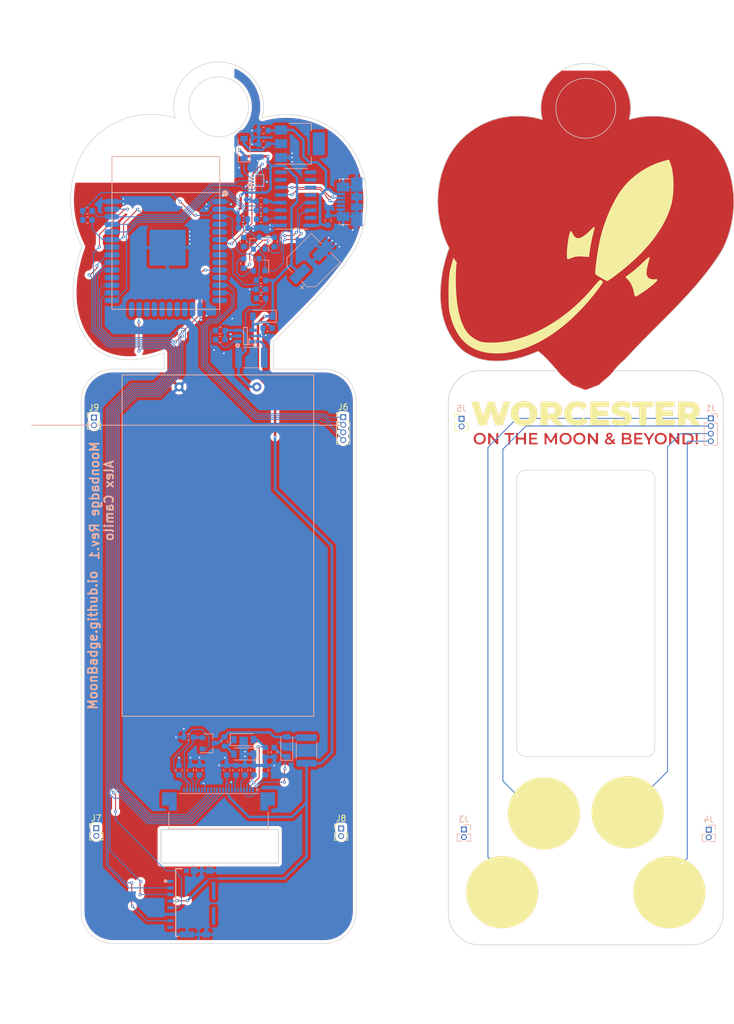
<source format=kicad_pcb>
(kicad_pcb (version 20171130) (host pcbnew "(5.1.2)-2")
  (layers (0 F.Cu signal) (31 B.Cu signal) (34 B.Paste user) (35 F.Paste user) (36 B.SilkS user) (37 F.SilkS user hide) (38 B.Mask user) (39 F.Mask user) (44 Edge.Cuts user))
  (net 0 "")
  (net 1 +3V3)
  (net 2 BAT)
  (net 3 EN)
  (net 4 GND)
  (net 5 IO0)
  (net 6 RxD)
  (net 7 TxD)
  (net 8 EINK_MOSI)
  (net 9 SCL)
  (net 10 SDA)
  (net 11 "Net-(U1-Pad32)")
  (net 12 MISO)
  (net 13 EINK_SCLK)
  (net 14 EINK_CS)
  (net 15 "Net-(U1-Pad28)")
  (net 16 EINK_RESET)
  (net 17 EINK_BUSY)
  (net 18 DCDCEN)
  (net 19 MMC_CS)
  (net 20 "Net-(U1-Pad22)")
  (net 21 "Net-(U1-Pad21)")
  (net 22 "Net-(U1-Pad20)")
  (net 23 "Net-(U1-Pad19)")
  (net 24 "Net-(U1-Pad18)")
  (net 25 "Net-(U1-Pad17)")
  (net 26 T4)
  (net 27 T5)
  (net 28 T6)
  (net 29 T7)
  (net 30 LED_BAR_DOUT)
  (net 31 EINK_DC)
  (net 32 BATSENSE)
  (net 33 INT)
  (net 34 "Net-(U1-Pad5)")
  (net 35 "Net-(U1-Pad4)")
  (net 36 "Net-(R2-Pad1)")
  (net 37 "Net-(L1-Pad1)")
  (net 38 "Net-(U3-Pad6)")
  (net 39 "Net-(U3-Pad11)")
  (net 40 "Net-(C11-Pad1)")
  (net 41 VGL)
  (net 42 "Net-(C10-Pad1)")
  (net 43 VGH)
  (net 44 "Net-(C9-Pad1)")
  (net 45 "Net-(X1-Pad19)")
  (net 46 "Net-(C8-Pad1)")
  (net 47 "Net-(X1-Pad7)")
  (net 48 "Net-(X1-Pad6)")
  (net 49 "Net-(C12-Pad1)")
  (net 50 "Net-(C16-Pad1)")
  (net 51 RESE)
  (net 52 GDR)
  (net 53 "Net-(X1-Pad1)")
  (net 54 +5V)
  (net 55 "Net-(C13-Pad2)")
  (net 56 "Net-(C13-Pad1)")
  (net 57 "Net-(C17-Pad1)")
  (net 58 "Net-(C20-Pad2)")
  (net 59 "Net-(J2-Pad2)")
  (net 60 "Net-(J2-Pad3)")
  (net 61 "Net-(J2-Pad4)")
  (net 62 "Net-(Q1-Pad2)")
  (net 63 DTR)
  (net 64 RTS)
  (net 65 "Net-(Q3-Pad2)")
  (net 66 "Net-(R8-Pad2)")
  (net 67 "Net-(R11-Pad2)")
  (net 68 "Net-(U5-Pad7)")
  (net 69 "Net-(U5-Pad8)")
  (net 70 "Net-(U5-Pad9)")
  (net 71 "Net-(U5-Pad10)")
  (net 72 "Net-(U5-Pad11)")
  (net 73 "Net-(U5-Pad12)")
  (net 74 "Net-(U5-Pad15)")
  (net 75 "Net-(C5-Pad1)")
  (net 76 "Net-(J3-Pad1)")
  (net 77 "Net-(J3-Pad2)")
  (net 78 "Net-(J4-Pad2)")
  (net 79 "Net-(J4-Pad1)")
  (net 80 "Net-(J5-Pad1)")
  (net 81 "Net-(J5-Pad2)")
  (net 82 "Net-(J7-Pad1)")
  (net 83 "Net-(J7-Pad2)")
  (net 84 "Net-(J8-Pad2)")
  (net 85 "Net-(J8-Pad1)")
  (net 86 "Net-(J9-Pad1)")
  (net 87 "Net-(J9-Pad2)")
  (net 88 "Net-(U1-Pad9)")
  (net 89 "Net-(U1-Pad8)")
  (net 90 "Net-(J10-Pad1)")
  (net 91 "Net-(J10-Pad8)")
  (net 92 "Net-(J10-Pad9)")
  (module Connector_PinHeader_1.27mm:PinHeader_1x02_P1.27mm_Vertical (layer B.Cu) (at 221.887001 154.639001 180)
    (fp_text reference J4 (at 0 1.695) (layer B.SilkS) (effects (justify mirror)))
    (fp_text value Conn_01x02)
    (pad 2 thru_hole oval (at 0 -1.27 180) (size 1 1) (drill 0.65) (layers *.Cu *.Mask) (net 78 "Net-(J4-Pad2)"))
    (pad 1 thru_hole rect (at 0 0 180) (size 1 1) (drill 0.65) (layers *.Cu *.Mask) (net 79 "Net-(J4-Pad1)"))
  )
  (module moonbadge:artwork (layer F.Cu) (at 200.846 100.276)
    (fp_text reference svg2mod hide)
    (fp_text value G*** hide)
    (fp_line (start 0.871315 -73.579411) (end 0.499415 -73.588411) (layer Edge.Cuts) (width 0.1))
    (fp_line (start 1.240705 -73.551911) (end 0.871315 -73.579411) (layer Edge.Cuts) (width 0.1))
    (fp_line (start 1.606945 -73.506411) (end 1.240705 -73.551911) (layer Edge.Cuts) (width 0.1))
    (fp_line (start 1.969435 -73.443211) (end 1.606945 -73.506411) (layer Edge.Cuts) (width 0.1))
    (fp_line (start 2.327565 -73.362511) (end 1.969435 -73.443211) (layer Edge.Cuts) (width 0.1))
    (fp_line (start 2.680715 -73.264511) (end 2.327565 -73.362511) (layer Edge.Cuts) (width 0.1))
    (fp_line (start 3.028255 -73.149541) (end 2.680715 -73.264511) (layer Edge.Cuts) (width 0.1))
    (fp_line (start 3.369585 -73.017821) (end 3.028255 -73.149541) (layer Edge.Cuts) (width 0.1))
    (fp_line (start 3.704095 -72.869621) (end 3.369585 -73.017821) (layer Edge.Cuts) (width 0.1))
    (fp_line (start 4.031155 -72.705201) (end 3.704095 -72.869621) (layer Edge.Cuts) (width 0.1))
    (fp_line (start 4.350175 -72.524801) (end 4.031155 -72.705201) (layer Edge.Cuts) (width 0.1))
    (fp_line (start 4.660515 -72.328681) (end 4.350175 -72.524801) (layer Edge.Cuts) (width 0.1))
    (fp_line (start 4.961425 -72.117101) (end 4.660515 -72.328681) (layer Edge.Cuts) (width 0.1))
    (fp_line (start 5.252575 -71.890301) (end 4.961425 -72.117101) (layer Edge.Cuts) (width 0.1))
    (fp_line (start 5.533205 -71.648551) (end 5.252575 -71.890301) (layer Edge.Cuts) (width 0.1))
    (fp_line (start 5.802715 -71.392101) (end 5.533205 -71.648551) (layer Edge.Cuts) (width 0.1))
    (fp_line (start 6.059185 -71.122621) (end 5.802715 -71.392101) (layer Edge.Cuts) (width 0.1))
    (fp_line (start 6.300945 -70.842001) (end 6.059185 -71.122621) (layer Edge.Cuts) (width 0.1))
    (fp_line (start 6.527765 -70.550861) (end 6.300945 -70.842001) (layer Edge.Cuts) (width 0.1))
    (fp_line (start 6.739365 -70.249831) (end 6.527765 -70.550861) (layer Edge.Cuts) (width 0.1))
    (fp_line (start 6.935505 -69.939501) (end 6.739365 -70.249831) (layer Edge.Cuts) (width 0.1))
    (fp_line (start 7.115935 -69.620511) (end 6.935505 -69.939501) (layer Edge.Cuts) (width 0.1))
    (fp_line (start 7.280375 -69.293451) (end 7.115935 -69.620511) (layer Edge.Cuts) (width 0.1))
    (fp_line (start 7.428595 -68.958961) (end 7.280375 -69.293451) (layer Edge.Cuts) (width 0.1))
    (fp_line (start 7.560335 -68.617631) (end 7.428595 -68.958961) (layer Edge.Cuts) (width 0.1))
    (fp_line (start 7.675335 -68.270101) (end 7.560335 -68.617631) (layer Edge.Cuts) (width 0.1))
    (fp_line (start 7.773335 -67.916961) (end 7.675335 -68.270101) (layer Edge.Cuts) (width 0.1))
    (fp_line (start 7.854135 -67.558841) (end 7.773335 -67.916961) (layer Edge.Cuts) (width 0.1))
    (fp_line (start 7.917435 -67.196351) (end 7.854135 -67.558841) (layer Edge.Cuts) (width 0.1))
    (fp_line (start 7.962935 -66.830111) (end 7.917435 -67.196351) (layer Edge.Cuts) (width 0.1))
    (fp_line (start 7.990435 -66.460731) (end 7.962935 -66.830111) (layer Edge.Cuts) (width 0.1))
    (fp_line (start 7.999435 -66.088821) (end 7.990435 -66.460731) (layer Edge.Cuts) (width 0.1))
    (fp_line (start 7.982335 -65.621331) (end 7.999435 -66.088821) (layer Edge.Cuts) (width 0.1))
    (fp_line (start 7.936235 -65.156261) (end 7.982335 -65.621331) (layer Edge.Cuts) (width 0.1))
    (fp_line (start 7.861235 -64.694971) (end 7.936235 -65.156261) (layer Edge.Cuts) (width 0.1))
    (fp_line (start 7.757555 -64.238801) (end 7.861235 -64.694971) (layer Edge.Cuts) (width 0.1))
    (fp_line (start 8.087195 -64.329701) (end 7.757555 -64.238801) (layer Edge.Cuts) (width 0.1))
    (fp_line (start 8.418895 -64.412601) (end 8.087195 -64.329701) (layer Edge.Cuts) (width 0.1))
    (fp_line (start 8.752465 -64.4875) (end 8.418895 -64.412601) (layer Edge.Cuts) (width 0.1))
    (fp_line (start 9.087745 -64.554401) (end 8.752465 -64.4875) (layer Edge.Cuts) (width 0.1))
    (fp_line (start 9.424515 -64.6133) (end 9.087745 -64.554401) (layer Edge.Cuts) (width 0.1))
    (fp_line (start 9.762615 -64.664201) (end 9.424515 -64.6133) (layer Edge.Cuts) (width 0.1))
    (fp_line (start 10.101855 -64.7071) (end 9.762615 -64.664201) (layer Edge.Cuts) (width 0.1))
    (fp_line (start 10.442035 -64.741901) (end 10.101855 -64.7071) (layer Edge.Cuts) (width 0.1))
    (fp_line (start 10.782995 -64.7687) (end 10.442035 -64.741901) (layer Edge.Cuts) (width 0.1))
    (fp_line (start 11.124505 -64.787401) (end 10.782995 -64.7687) (layer Edge.Cuts) (width 0.1))
    (fp_line (start 11.466415 -64.798001) (end 11.124505 -64.787401) (layer Edge.Cuts) (width 0.1))
    (fp_line (start 11.808545 -64.801001) (end 11.466415 -64.798001) (layer Edge.Cuts) (width 0.1))
    (fp_line (start 12.150695 -64.795001) (end 11.808545 -64.801001) (layer Edge.Cuts) (width 0.1))
    (fp_line (start 12.492655 -64.781401) (end 12.150695 -64.795001) (layer Edge.Cuts) (width 0.1))
    (fp_line (start 12.834285 -64.7597) (end 12.492655 -64.781401) (layer Edge.Cuts) (width 0.1))
    (fp_line (start 13.175375 -64.729901) (end 12.834285 -64.7597) (layer Edge.Cuts) (width 0.1))
    (fp_line (start 13.515735 -64.691901) (end 13.175375 -64.729901) (layer Edge.Cuts) (width 0.1))
    (fp_line (start 13.855185 -64.645801) (end 13.515735 -64.691901) (layer Edge.Cuts) (width 0.1))
    (fp_line (start 14.193555 -64.5915) (end 13.855185 -64.645801) (layer Edge.Cuts) (width 0.1))
    (fp_line (start 14.530635 -64.529101) (end 14.193555 -64.5915) (layer Edge.Cuts) (width 0.1))
    (fp_line (start 14.866245 -64.458501) (end 14.530635 -64.529101) (layer Edge.Cuts) (width 0.1))
    (fp_line (start 15.200205 -64.379701) (end 14.866245 -64.458501) (layer Edge.Cuts) (width 0.1))
    (fp_line (start 15.532325 -64.2927) (end 15.200205 -64.379701) (layer Edge.Cuts) (width 0.1))
    (fp_line (start 15.862425 -64.197501) (end 15.532325 -64.2927) (layer Edge.Cuts) (width 0.1))
    (fp_line (start 16.190315 -64.094111) (end 15.862425 -64.197501) (layer Edge.Cuts) (width 0.1))
    (fp_line (start 16.515805 -63.982501) (end 16.190315 -64.094111) (layer Edge.Cuts) (width 0.1))
    (fp_line (start 16.838735 -63.862661) (end 16.515805 -63.982501) (layer Edge.Cuts) (width 0.1))
    (fp_line (start 17.158865 -63.734571) (end 16.838735 -63.862661) (layer Edge.Cuts) (width 0.1))
    (fp_line (start 17.476065 -63.598231) (end 17.158865 -63.734571) (layer Edge.Cuts) (width 0.1))
    (fp_line (start 17.790115 -63.453631) (end 17.476065 -63.598231) (layer Edge.Cuts) (width 0.1))
    (fp_line (start 18.100845 -63.300751) (end 17.790115 -63.453631) (layer Edge.Cuts) (width 0.1))
    (fp_line (start 18.408085 -63.139601) (end 18.100845 -63.300751) (layer Edge.Cuts) (width 0.1))
    (fp_line (start 18.745145 -62.949907) (end 18.408085 -63.139601) (layer Edge.Cuts) (width 0.1))
    (fp_line (start 19.073355 -62.75131) (end 18.745145 -62.949907) (layer Edge.Cuts) (width 0.1))
    (fp_line (start 19.392755 -62.544025) (end 19.073355 -62.75131) (layer Edge.Cuts) (width 0.1))
    (fp_line (start 19.703355 -62.328272) (end 19.392755 -62.544025) (layer Edge.Cuts) (width 0.1))
    (fp_line (start 20.005195 -62.104271) (end 19.703355 -62.328272) (layer Edge.Cuts) (width 0.1))
    (fp_line (start 20.298275 -61.872242) (end 20.005195 -62.104271) (layer Edge.Cuts) (width 0.1))
    (fp_line (start 20.582645 -61.632404) (end 20.298275 -61.872242) (layer Edge.Cuts) (width 0.1))
    (fp_line (start 20.858295 -61.384977) (end 20.582645 -61.632404) (layer Edge.Cuts) (width 0.1))
    (fp_line (start 21.125295 -61.130181) (end 20.858295 -61.384977) (layer Edge.Cuts) (width 0.1))
    (fp_line (start 21.383625 -60.868235) (end 21.125295 -61.130181) (layer Edge.Cuts) (width 0.1))
    (fp_line (start 21.633345 -60.599359) (end 21.383625 -60.868235) (layer Edge.Cuts) (width 0.1))
    (fp_line (start 21.874465 -60.323773) (end 21.633345 -60.599359) (layer Edge.Cuts) (width 0.1))
    (fp_line (start 22.106985 -60.041697) (end 21.874465 -60.323773) (layer Edge.Cuts) (width 0.1))
    (fp_line (start 22.330985 -59.75335) (end 22.106985 -60.041697) (layer Edge.Cuts) (width 0.1))
    (fp_line (start 22.546435 -59.458953) (end 22.330985 -59.75335) (layer Edge.Cuts) (width 0.1))
    (fp_line (start 22.753385 -59.158724) (end 22.546435 -59.458953) (layer Edge.Cuts) (width 0.1))
    (fp_line (start 22.951845 -58.852883) (end 22.753385 -59.158724) (layer Edge.Cuts) (width 0.1))
    (fp_line (start 23.141875 -58.541651) (end 22.951845 -58.852883) (layer Edge.Cuts) (width 0.1))
    (fp_line (start 23.323445 -58.225246) (end 23.141875 -58.541651) (layer Edge.Cuts) (width 0.1))
    (fp_line (start 23.496625 -57.903889) (end 23.323445 -58.225246) (layer Edge.Cuts) (width 0.1))
    (fp_line (start 23.661415 -57.5778) (end 23.496625 -57.903889) (layer Edge.Cuts) (width 0.1))
    (fp_line (start 23.817855 -57.247198) (end 23.661415 -57.5778) (layer Edge.Cuts) (width 0.1))
    (fp_line (start 23.965965 -56.912302) (end 23.817855 -57.247198) (layer Edge.Cuts) (width 0.1))
    (fp_line (start 24.105755 -56.573333) (end 23.965965 -56.912302) (layer Edge.Cuts) (width 0.1))
    (fp_line (start 24.237255 -56.23051) (end 24.105755 -56.573333) (layer Edge.Cuts) (width 0.1))
    (fp_line (start 24.360495 -55.884053) (end 24.237255 -56.23051) (layer Edge.Cuts) (width 0.1))
    (fp_line (start 24.475515 -55.534181) (end 24.360495 -55.884053) (layer Edge.Cuts) (width 0.1))
    (fp_line (start 24.582305 -55.181116) (end 24.475515 -55.534181) (layer Edge.Cuts) (width 0.1))
    (fp_line (start 24.680905 -54.825076) (end 24.582305 -55.181116) (layer Edge.Cuts) (width 0.1))
    (fp_line (start 24.771405 -54.46628) (end 24.680905 -54.825076) (layer Edge.Cuts) (width 0.1))
    (fp_line (start 24.853705 -54.104948) (end 24.771405 -54.46628) (layer Edge.Cuts) (width 0.1))
    (fp_line (start 24.927905 -53.741301) (end 24.853705 -54.104948) (layer Edge.Cuts) (width 0.1))
    (fp_line (start 24.994005 -53.375557) (end 24.927905 -53.741301) (layer Edge.Cuts) (width 0.1))
    (fp_line (start 25.052005 -53.007939) (end 24.994005 -53.375557) (layer Edge.Cuts) (width 0.1))
    (fp_line (start 25.102005 -52.638662) (end 25.052005 -53.007939) (layer Edge.Cuts) (width 0.1))
    (fp_line (start 25.144005 -52.267949) (end 25.102005 -52.638662) (layer Edge.Cuts) (width 0.1))
    (fp_line (start 25.178005 -51.89602) (end 25.144005 -52.267949) (layer Edge.Cuts) (width 0.1))
    (fp_line (start 25.204005 -51.523093) (end 25.178005 -51.89602) (layer Edge.Cuts) (width 0.1))
    (fp_line (start 25.222105 -51.149388) (end 25.204005 -51.523093) (layer Edge.Cuts) (width 0.1))
    (fp_line (start 25.232205 -50.775125) (end 25.222105 -51.149388) (layer Edge.Cuts) (width 0.1))
    (fp_line (start 25.234205 -50.400523) (end 25.232205 -50.775125) (layer Edge.Cuts) (width 0.1))
    (fp_line (start 25.228205 -50.025804) (end 25.234205 -50.400523) (layer Edge.Cuts) (width 0.1))
    (fp_line (start 25.214705 -49.651185) (end 25.228205 -50.025804) (layer Edge.Cuts) (width 0.1))
    (fp_line (start 25.193405 -49.276886) (end 25.214705 -49.651185) (layer Edge.Cuts) (width 0.1))
    (fp_line (start 25.164305 -48.903129) (end 25.193405 -49.276886) (layer Edge.Cuts) (width 0.1))
    (fp_line (start 25.127405 -48.530133) (end 25.164305 -48.903129) (layer Edge.Cuts) (width 0.1))
    (fp_line (start 25.082805 -48.158115) (end 25.127405 -48.530133) (layer Edge.Cuts) (width 0.1))
    (fp_line (start 25.030405 -47.787298) (end 25.082805 -48.158115) (layer Edge.Cuts) (width 0.1))
    (fp_line (start 24.970405 -47.417901) (end 25.030405 -47.787298) (layer Edge.Cuts) (width 0.1))
    (fp_line (start 24.902705 -47.050142) (end 24.970405 -47.417901) (layer Edge.Cuts) (width 0.1))
    (fp_line (start 24.827305 -46.684245) (end 24.902705 -47.050142) (layer Edge.Cuts) (width 0.1))
    (fp_line (start 24.744305 -46.320421) (end 24.827305 -46.684245) (layer Edge.Cuts) (width 0.1))
    (fp_line (start 24.653705 -45.9589) (end 24.744305 -46.320421) (layer Edge.Cuts) (width 0.1))
    (fp_line (start 24.555505 -45.599898) (end 24.653705 -45.9589) (layer Edge.Cuts) (width 0.1))
    (fp_line (start 24.449755 -45.243631) (end 24.555505 -45.599898) (layer Edge.Cuts) (width 0.1))
    (fp_line (start 24.336455 -44.890319) (end 24.449755 -45.243631) (layer Edge.Cuts) (width 0.1))
    (fp_line (start 24.215655 -44.540188) (end 24.336455 -44.890319) (layer Edge.Cuts) (width 0.1))
    (fp_line (start 24.087365 -44.193455) (end 24.215655 -44.540188) (layer Edge.Cuts) (width 0.1))
    (fp_line (start 23.951615 -43.850338) (end 24.087365 -44.193455) (layer Edge.Cuts) (width 0.1))
    (fp_line (start 23.808445 -43.511054) (end 23.951615 -43.850338) (layer Edge.Cuts) (width 0.1))
    (fp_line (start 23.657855 -43.175827) (end 23.808445 -43.511054) (layer Edge.Cuts) (width 0.1))
    (fp_line (start 23.499875 -42.844879) (end 23.657855 -43.175827) (layer Edge.Cuts) (width 0.1))
    (fp_line (start 23.334515 -42.518425) (end 23.499875 -42.844879) (layer Edge.Cuts) (width 0.1))
    (fp_line (start 23.161845 -42.196686) (end 23.334515 -42.518425) (layer Edge.Cuts) (width 0.1))
    (fp_line (start 22.753205 -41.556461) (end 23.161845 -42.196686) (layer Edge.Cuts) (width 0.1))
    (fp_line (start 22.332675 -40.925557) (end 22.753205 -41.556461) (layer Edge.Cuts) (width 0.1))
    (fp_line (start 21.900855 -40.303524) (end 22.332675 -40.925557) (layer Edge.Cuts) (width 0.1))
    (fp_line (start 21.458305 -39.689929) (end 21.900855 -40.303524) (layer Edge.Cuts) (width 0.1))
    (fp_line (start 21.005605 -39.084321) (end 21.458305 -39.689929) (layer Edge.Cuts) (width 0.1))
    (fp_line (start 20.543325 -38.48626) (end 21.005605 -39.084321) (layer Edge.Cuts) (width 0.1))
    (fp_line (start 20.072025 -37.895308) (end 20.543325 -38.48626) (layer Edge.Cuts) (width 0.1))
    (fp_line (start 19.592325 -37.311012) (end 20.072025 -37.895308) (layer Edge.Cuts) (width 0.1))
    (fp_line (start 19.104745 -36.732937) (end 19.592325 -37.311012) (layer Edge.Cuts) (width 0.1))
    (fp_line (start 18.609885 -36.160641) (end 19.104745 -36.732937) (layer Edge.Cuts) (width 0.1))
    (fp_line (start 18.108325 -35.593676) (end 18.609885 -36.160641) (layer Edge.Cuts) (width 0.1))
    (fp_line (start 17.600635 -35.031603) (end 18.108325 -35.593676) (layer Edge.Cuts) (width 0.1))
    (fp_line (start 16.569135 -33.920356) (end 17.600635 -35.031603) (layer Edge.Cuts) (width 0.1))
    (fp_line (start 15.519995 -32.823358) (end 16.569135 -33.920356) (layer Edge.Cuts) (width 0.1))
    (fp_line (start 14.457805 -31.73707) (end 15.519995 -32.823358) (layer Edge.Cuts) (width 0.1))
    (fp_line (start 13.387165 -30.65794) (end 14.457805 -31.73707) (layer Edge.Cuts) (width 0.1))
    (fp_line (start 11.238875 -28.507013) (end 13.387165 -30.65794) (layer Edge.Cuts) (width 0.1))
    (fp_line (start 10.170425 -27.428124) (end 11.238875 -28.507013) (layer Edge.Cuts) (width 0.1))
    (fp_line (start 9.111885 -26.342231) (end 10.170425 -27.428124) (layer Edge.Cuts) (width 0.1))
    (fp_line (start 8.067865 -25.245787) (end 9.111885 -26.342231) (layer Edge.Cuts) (width 0.1))
    (fp_line (start 7.042945 -24.135257) (end 8.067865 -25.245787) (layer Edge.Cuts) (width 0.1))
    (fp_line (start 6.797075 -23.936322) (end 7.042945 -24.135257) (layer Edge.Cuts) (width 0.1))
    (fp_line (start 6.557415 -23.725494) (end 6.797075 -23.936322) (layer Edge.Cuts) (width 0.1))
    (fp_line (start 6.323145 -23.504258) (end 6.557415 -23.725494) (layer Edge.Cuts) (width 0.1))
    (fp_line (start 6.093455 -23.274102) (end 6.323145 -23.504258) (layer Edge.Cuts) (width 0.1))
    (fp_line (start 5.644585 -22.792981) (end 6.093455 -23.274102) (layer Edge.Cuts) (width 0.1))
    (fp_line (start 5.204305 -22.294027) (end 5.644585 -22.792981) (layer Edge.Cuts) (width 0.1))
    (fp_line (start 18.178685 -22.294027) (end 5.204305 -22.294027) (layer Edge.Cuts) (width 0.1))
    (fp_line (start 18.451455 -22.287127) (end 18.178685 -22.294027) (layer Edge.Cuts) (width 0.1))
    (fp_line (start 18.720565 -22.266807) (end 18.451455 -22.287127) (layer Edge.Cuts) (width 0.1))
    (fp_line (start 18.985675 -22.233317) (end 18.720565 -22.266807) (layer Edge.Cuts) (width 0.1))
    (fp_line (start 19.246465 -22.186997) (end 18.985675 -22.233317) (layer Edge.Cuts) (width 0.1))
    (fp_line (start 19.502605 -22.128177) (end 19.246465 -22.186997) (layer Edge.Cuts) (width 0.1))
    (fp_line (start 19.753745 -22.057177) (end 19.502605 -22.128177) (layer Edge.Cuts) (width 0.1))
    (fp_line (start 19.999595 -21.974337) (end 19.753745 -22.057177) (layer Edge.Cuts) (width 0.1))
    (fp_line (start 20.239805 -21.879967) (end 19.999595 -21.974337) (layer Edge.Cuts) (width 0.1))
    (fp_line (start 20.474065 -21.774409) (end 20.239805 -21.879967) (layer Edge.Cuts) (width 0.1))
    (fp_line (start 20.702025 -21.657982) (end 20.474065 -21.774409) (layer Edge.Cuts) (width 0.1))
    (fp_line (start 20.923375 -21.531013) (end 20.702025 -21.657982) (layer Edge.Cuts) (width 0.1))
    (fp_line (start 21.137775 -21.393835) (end 20.923375 -21.531013) (layer Edge.Cuts) (width 0.1))
    (fp_line (start 21.344925 -21.246769) (end 21.137775 -21.393835) (layer Edge.Cuts) (width 0.1))
    (fp_line (start 21.544455 -21.090143) (end 21.344925 -21.246769) (layer Edge.Cuts) (width 0.1))
    (fp_line (start 21.736075 -20.924287) (end 21.544455 -21.090143) (layer Edge.Cuts) (width 0.1))
    (fp_line (start 21.919435 -20.749521) (end 21.736075 -20.924287) (layer Edge.Cuts) (width 0.1))
    (fp_line (start 22.094225 -20.566184) (end 21.919435 -20.749521) (layer Edge.Cuts) (width 0.1))
    (fp_line (start 22.260105 -20.374588) (end 22.094225 -20.566184) (layer Edge.Cuts) (width 0.1))
    (fp_line (start 22.416755 -20.175074) (end 22.260105 -20.374588) (layer Edge.Cuts) (width 0.1))
    (fp_line (start 22.563845 -19.967961) (end 22.416755 -20.175074) (layer Edge.Cuts) (width 0.1))
    (fp_line (start 22.701055 -19.753577) (end 22.563845 -19.967961) (layer Edge.Cuts) (width 0.1))
    (fp_line (start 22.828045 -19.53225) (end 22.701055 -19.753577) (layer Edge.Cuts) (width 0.1))
    (fp_line (start 22.944485 -19.304306) (end 22.828045 -19.53225) (layer Edge.Cuts) (width 0.1))
    (fp_line (start 23.050055 -19.070073) (end 22.944485 -19.304306) (layer Edge.Cuts) (width 0.1))
    (fp_line (start 23.144455 -18.829879) (end 23.050055 -19.070073) (layer Edge.Cuts) (width 0.1))
    (fp_line (start 23.227355 -18.58405) (end 23.144455 -18.829879) (layer Edge.Cuts) (width 0.1))
    (fp_line (start 23.298355 -18.33291) (end 23.227355 -18.58405) (layer Edge.Cuts) (width 0.1))
    (fp_line (start 23.357155 -18.076791) (end 23.298355 -18.33291) (layer Edge.Cuts) (width 0.1))
    (fp_line (start 23.403455 -17.816015) (end 23.357155 -18.076791) (layer Edge.Cuts) (width 0.1))
    (fp_line (start 23.436955 -17.550915) (end 23.403455 -17.816015) (layer Edge.Cuts) (width 0.1))
    (fp_line (start 23.457255 -17.281813) (end 23.436955 -17.550915) (layer Edge.Cuts) (width 0.1))
    (fp_line (start 23.464255 -17.009038) (end 23.457255 -17.281813) (layer Edge.Cuts) (width 0.1))
    (fp_line (start 23.464255 68.30361) (end 23.464255 -17.009038) (layer Edge.Cuts) (width 0.1))
    (fp_line (start 23.457255 68.576385) (end 23.464255 68.30361) (layer Edge.Cuts) (width 0.1))
    (fp_line (start 23.436955 68.845487) (end 23.457255 68.576385) (layer Edge.Cuts) (width 0.1))
    (fp_line (start 23.403455 69.110589) (end 23.436955 68.845487) (layer Edge.Cuts) (width 0.1))
    (fp_line (start 23.357155 69.371362) (end 23.403455 69.110589) (layer Edge.Cuts) (width 0.1))
    (fp_line (start 23.298355 69.627484) (end 23.357155 69.371362) (layer Edge.Cuts) (width 0.1))
    (fp_line (start 23.227355 69.878621) (end 23.298355 69.627484) (layer Edge.Cuts) (width 0.1))
    (fp_line (start 23.144455 70.124451) (end 23.227355 69.878621) (layer Edge.Cuts) (width 0.1))
    (fp_line (start 23.050055 70.364645) (end 23.144455 70.124451) (layer Edge.Cuts) (width 0.1))
    (fp_line (start 22.944485 70.598878) (end 23.050055 70.364645) (layer Edge.Cuts) (width 0.1))
    (fp_line (start 22.828045 70.826822) (end 22.944485 70.598878) (layer Edge.Cuts) (width 0.1))
    (fp_line (start 22.701055 71.048151) (end 22.828045 70.826822) (layer Edge.Cuts) (width 0.1))
    (fp_line (start 22.563845 71.262532) (end 22.701055 71.048151) (layer Edge.Cuts) (width 0.1))
    (fp_line (start 22.416755 71.469648) (end 22.563845 71.262532) (layer Edge.Cuts) (width 0.1))
    (fp_line (start 22.260105 71.669163) (end 22.416755 71.469648) (layer Edge.Cuts) (width 0.1))
    (fp_line (start 22.094225 71.860755) (end 22.260105 71.669163) (layer Edge.Cuts) (width 0.1))
    (fp_line (start 21.919435 72.044098) (end 22.094225 71.860755) (layer Edge.Cuts) (width 0.1))
    (fp_line (start 21.736075 72.218858) (end 21.919435 72.044098) (layer Edge.Cuts) (width 0.1))
    (fp_line (start 21.544455 72.384718) (end 21.736075 72.218858) (layer Edge.Cuts) (width 0.1))
    (fp_line (start 21.344925 72.541343) (end 21.544455 72.384718) (layer Edge.Cuts) (width 0.1))
    (fp_line (start 21.137775 72.688409) (end 21.344925 72.541343) (layer Edge.Cuts) (width 0.1))
    (fp_line (start 20.923375 72.825588) (end 21.137775 72.688409) (layer Edge.Cuts) (width 0.1))
    (fp_line (start 20.702025 72.952556) (end 20.923375 72.825588) (layer Edge.Cuts) (width 0.1))
    (fp_line (start 20.474065 73.068983) (end 20.702025 72.952556) (layer Edge.Cuts) (width 0.1))
    (fp_line (start 20.239805 73.174541) (end 20.474065 73.068983) (layer Edge.Cuts) (width 0.1))
    (fp_line (start 19.999595 73.268911) (end 20.239805 73.174541) (layer Edge.Cuts) (width 0.1))
    (fp_line (start 19.753745 73.351751) (end 19.999595 73.268911) (layer Edge.Cuts) (width 0.1))
    (fp_line (start 19.502605 73.422751) (end 19.753745 73.351751) (layer Edge.Cuts) (width 0.1))
    (fp_line (start 19.246465 73.481571) (end 19.502605 73.422751) (layer Edge.Cuts) (width 0.1))
    (fp_line (start 18.985675 73.527891) (end 19.246465 73.481571) (layer Edge.Cuts) (width 0.1))
    (fp_line (start 18.720565 73.561381) (end 18.985675 73.527891) (layer Edge.Cuts) (width 0.1))
    (fp_line (start 18.451455 73.581701) (end 18.720565 73.561381) (layer Edge.Cuts) (width 0.1))
    (fp_line (start 18.178685 73.588601) (end 18.451455 73.581701) (layer Edge.Cuts) (width 0.1))
    (fp_line (start -17.180905 73.588601) (end 18.178685 73.588601) (layer Edge.Cuts) (width 0.1))
    (fp_line (start -17.453685 73.581701) (end -17.180905 73.588601) (layer Edge.Cuts) (width 0.1))
    (fp_line (start -17.722795 73.561381) (end -17.453685 73.581701) (layer Edge.Cuts) (width 0.1))
    (fp_line (start -17.987905 73.527891) (end -17.722795 73.561381) (layer Edge.Cuts) (width 0.1))
    (fp_line (start -18.248685 73.481571) (end -17.987905 73.527891) (layer Edge.Cuts) (width 0.1))
    (fp_line (start -18.504815 73.422751) (end -18.248685 73.481571) (layer Edge.Cuts) (width 0.1))
    (fp_line (start -18.755965 73.351751) (end -18.504815 73.422751) (layer Edge.Cuts) (width 0.1))
    (fp_line (start -19.001815 73.268911) (end -18.755965 73.351751) (layer Edge.Cuts) (width 0.1))
    (fp_line (start -19.242025 73.174541) (end -19.001815 73.268911) (layer Edge.Cuts) (width 0.1))
    (fp_line (start -19.476275 73.068983) (end -19.242025 73.174541) (layer Edge.Cuts) (width 0.1))
    (fp_line (start -19.704245 72.952556) (end -19.476275 73.068983) (layer Edge.Cuts) (width 0.1))
    (fp_line (start -19.925585 72.825588) (end -19.704245 72.952556) (layer Edge.Cuts) (width 0.1))
    (fp_line (start -20.139995 72.688409) (end -19.925585 72.825588) (layer Edge.Cuts) (width 0.1))
    (fp_line (start -20.347135 72.541343) (end -20.139995 72.688409) (layer Edge.Cuts) (width 0.1))
    (fp_line (start -20.546675 72.384718) (end -20.347135 72.541343) (layer Edge.Cuts) (width 0.1))
    (fp_line (start -20.738285 72.218858) (end -20.546675 72.384718) (layer Edge.Cuts) (width 0.1))
    (fp_line (start -20.921655 72.044098) (end -20.738285 72.218858) (layer Edge.Cuts) (width 0.1))
    (fp_line (start -21.096435 71.860755) (end -20.921655 72.044098) (layer Edge.Cuts) (width 0.1))
    (fp_line (start -21.262315 71.669163) (end -21.096435 71.860755) (layer Edge.Cuts) (width 0.1))
    (fp_line (start -21.418965 71.469648) (end -21.262315 71.669163) (layer Edge.Cuts) (width 0.1))
    (fp_line (start -21.566055 71.262532) (end -21.418965 71.469648) (layer Edge.Cuts) (width 0.1))
    (fp_line (start -21.703255 71.048151) (end -21.566055 71.262532) (layer Edge.Cuts) (width 0.1))
    (fp_line (start -21.830245 70.826822) (end -21.703255 71.048151) (layer Edge.Cuts) (width 0.1))
    (fp_line (start -21.946695 70.598878) (end -21.830245 70.826822) (layer Edge.Cuts) (width 0.1))
    (fp_line (start -22.052275 70.364645) (end -21.946695 70.598878) (layer Edge.Cuts) (width 0.1))
    (fp_line (start -22.146675 70.124451) (end -22.052275 70.364645) (layer Edge.Cuts) (width 0.1))
    (fp_line (start -22.229575 69.878621) (end -22.146675 70.124451) (layer Edge.Cuts) (width 0.1))
    (fp_line (start -22.300575 69.627484) (end -22.229575 69.878621) (layer Edge.Cuts) (width 0.1))
    (fp_line (start -22.359375 69.371362) (end -22.300575 69.627484) (layer Edge.Cuts) (width 0.1))
    (fp_line (start -22.405675 69.110589) (end -22.359375 69.371362) (layer Edge.Cuts) (width 0.1))
    (fp_line (start -22.439175 68.845487) (end -22.405675 69.110589) (layer Edge.Cuts) (width 0.1))
    (fp_line (start -22.459475 68.576385) (end -22.439175 68.845487) (layer Edge.Cuts) (width 0.1))
    (fp_line (start -22.466475 68.30361) (end -22.459475 68.576385) (layer Edge.Cuts) (width 0.1))
    (fp_line (start -22.466475 -17.008954) (end -22.466475 68.30361) (layer Edge.Cuts) (width 0.1))
    (fp_line (start -22.459475 -17.281729) (end -22.466475 -17.008954) (layer Edge.Cuts) (width 0.1))
    (fp_line (start -22.439175 -17.550832) (end -22.459475 -17.281729) (layer Edge.Cuts) (width 0.1))
    (fp_line (start -22.405675 -17.815931) (end -22.439175 -17.550832) (layer Edge.Cuts) (width 0.1))
    (fp_line (start -22.359375 -18.076707) (end -22.405675 -17.815931) (layer Edge.Cuts) (width 0.1))
    (fp_line (start -22.300575 -18.332826) (end -22.359375 -18.076707) (layer Edge.Cuts) (width 0.1))
    (fp_line (start -22.229575 -18.583966) (end -22.300575 -18.332826) (layer Edge.Cuts) (width 0.1))
    (fp_line (start -22.146675 -18.829796) (end -22.229575 -18.583966) (layer Edge.Cuts) (width 0.1))
    (fp_line (start -22.052275 -19.06999) (end -22.146675 -18.829796) (layer Edge.Cuts) (width 0.1))
    (fp_line (start -21.946695 -19.304223) (end -22.052275 -19.06999) (layer Edge.Cuts) (width 0.1))
    (fp_line (start -21.830245 -19.532166) (end -21.946695 -19.304223) (layer Edge.Cuts) (width 0.1))
    (fp_line (start -21.703255 -19.753493) (end -21.830245 -19.532166) (layer Edge.Cuts) (width 0.1))
    (fp_line (start -21.566055 -19.967877) (end -21.703255 -19.753493) (layer Edge.Cuts) (width 0.1))
    (fp_line (start -21.418965 -20.17499) (end -21.566055 -19.967877) (layer Edge.Cuts) (width 0.1))
    (fp_line (start -21.262315 -20.374505) (end -21.418965 -20.17499) (layer Edge.Cuts) (width 0.1))
    (fp_line (start -21.096435 -20.5661) (end -21.262315 -20.374505) (layer Edge.Cuts) (width 0.1))
    (fp_line (start -20.921655 -20.749438) (end -21.096435 -20.5661) (layer Edge.Cuts) (width 0.1))
    (fp_line (start -20.738285 -20.924203) (end -20.921655 -20.749438) (layer Edge.Cuts) (width 0.1))
    (fp_line (start -20.546675 -21.09006) (end -20.738285 -20.924203) (layer Edge.Cuts) (width 0.1))
    (fp_line (start -20.347135 -21.246685) (end -20.546675 -21.09006) (layer Edge.Cuts) (width 0.1))
    (fp_line (start -20.139995 -21.393751) (end -20.347135 -21.246685) (layer Edge.Cuts) (width 0.1))
    (fp_line (start -19.925585 -21.53093) (end -20.139995 -21.393751) (layer Edge.Cuts) (width 0.1))
    (fp_line (start -19.704245 -21.657898) (end -19.925585 -21.53093) (layer Edge.Cuts) (width 0.1))
    (fp_line (start -19.476275 -21.774325) (end -19.704245 -21.657898) (layer Edge.Cuts) (width 0.1))
    (fp_line (start -19.242025 -21.879883) (end -19.476275 -21.774325) (layer Edge.Cuts) (width 0.1))
    (fp_line (start -19.001815 -21.974253) (end -19.242025 -21.879883) (layer Edge.Cuts) (width 0.1))
    (fp_line (start -18.755965 -22.057093) (end -19.001815 -21.974253) (layer Edge.Cuts) (width 0.1))
    (fp_line (start -18.504815 -22.128093) (end -18.755965 -22.057093) (layer Edge.Cuts) (width 0.1))
    (fp_line (start -18.248685 -22.186913) (end -18.504815 -22.128093) (layer Edge.Cuts) (width 0.1))
    (fp_line (start -17.987905 -22.233233) (end -18.248685 -22.186913) (layer Edge.Cuts) (width 0.1))
    (fp_line (start -17.722795 -22.266723) (end -17.987905 -22.233233) (layer Edge.Cuts) (width 0.1))
    (fp_line (start -17.453685 -22.287043) (end -17.722795 -22.266723) (layer Edge.Cuts) (width 0.1))
    (fp_line (start -17.180905 -22.293943) (end -17.453685 -22.287043) (layer Edge.Cuts) (width 0.1))
    (fp_line (start -4.277295 -22.293943) (end -17.180905 -22.293943) (layer Edge.Cuts) (width 0.1))
    (fp_line (start -5.045835 -23.158011) (end -4.277295 -22.293943) (layer Edge.Cuts) (width 0.1))
    (fp_line (start -5.431315 -23.586211) (end -5.045835 -23.158011) (layer Edge.Cuts) (width 0.1))
    (fp_line (start -5.820895 -24.006107) (end -5.431315 -23.586211) (layer Edge.Cuts) (width 0.1))
    (fp_line (start -6.217025 -24.413391) (end -5.820895 -24.006107) (layer Edge.Cuts) (width 0.1))
    (fp_line (start -6.622175 -24.803754) (end -6.217025 -24.413391) (layer Edge.Cuts) (width 0.1))
    (fp_line (start -7.038795 -25.17289) (end -6.622175 -24.803754) (layer Edge.Cuts) (width 0.1))
    (fp_line (start -7.252185 -25.34815) (end -7.038795 -25.17289) (layer Edge.Cuts) (width 0.1))
    (fp_line (start -7.469355 -25.516486) (end -7.252185 -25.34815) (layer Edge.Cuts) (width 0.1))
    (fp_line (start -7.838595 -25.352347) (end -7.469355 -25.516486) (layer Edge.Cuts) (width 0.1))
    (fp_line (start -8.214475 -25.19415) (end -7.838595 -25.352347) (layer Edge.Cuts) (width 0.1))
    (fp_line (start -8.596495 -25.042403) (end -8.214475 -25.19415) (layer Edge.Cuts) (width 0.1))
    (fp_line (start -8.984165 -24.897602) (end -8.596495 -25.042403) (layer Edge.Cuts) (width 0.1))
    (fp_line (start -9.376995 -24.760251) (end -8.984165 -24.897602) (layer Edge.Cuts) (width 0.1))
    (fp_line (start -9.774495 -24.630852) (end -9.376995 -24.760251) (layer Edge.Cuts) (width 0.1))
    (fp_line (start -10.176175 -24.509903) (end -9.774495 -24.630852) (layer Edge.Cuts) (width 0.1))
    (fp_line (start -10.581535 -24.397907) (end -10.176175 -24.509903) (layer Edge.Cuts) (width 0.1))
    (fp_line (start -10.990085 -24.295365) (end -10.581535 -24.397907) (layer Edge.Cuts) (width 0.1))
    (fp_line (start -11.401335 -24.202775) (end -10.990085 -24.295365) (layer Edge.Cuts) (width 0.1))
    (fp_line (start -11.814795 -24.120645) (end -11.401335 -24.202775) (layer Edge.Cuts) (width 0.1))
    (fp_line (start -12.229965 -24.049465) (end -11.814795 -24.120645) (layer Edge.Cuts) (width 0.1))
    (fp_line (start -12.646365 -23.989745) (end -12.229965 -24.049465) (layer Edge.Cuts) (width 0.1))
    (fp_line (start -13.063485 -23.941985) (end -12.646365 -23.989745) (layer Edge.Cuts) (width 0.1))
    (fp_line (start -13.480845 -23.906685) (end -13.063485 -23.941985) (layer Edge.Cuts) (width 0.1))
    (fp_line (start -13.897955 -23.884355) (end -13.480845 -23.906685) (layer Edge.Cuts) (width 0.1))
    (fp_line (start -14.314315 -23.875455) (end -13.897955 -23.884355) (layer Edge.Cuts) (width 0.1))
    (fp_line (start -14.729435 -23.880555) (end -14.314315 -23.875455) (layer Edge.Cuts) (width 0.1))
    (fp_line (start -15.142815 -23.900105) (end -14.729435 -23.880555) (layer Edge.Cuts) (width 0.1))
    (fp_line (start -15.553985 -23.934615) (end -15.142815 -23.900105) (layer Edge.Cuts) (width 0.1))
    (fp_line (start -15.962425 -23.984595) (end -15.553985 -23.934615) (layer Edge.Cuts) (width 0.1))
    (fp_line (start -16.367665 -24.050535) (end -15.962425 -23.984595) (layer Edge.Cuts) (width 0.1))
    (fp_line (start -16.769205 -24.132945) (end -16.367665 -24.050535) (layer Edge.Cuts) (width 0.1))
    (fp_line (start -17.166545 -24.232325) (end -16.769205 -24.132945) (layer Edge.Cuts) (width 0.1))
    (fp_line (start -17.559205 -24.349176) (end -17.166545 -24.232325) (layer Edge.Cuts) (width 0.1))
    (fp_line (start -17.946685 -24.483999) (end -17.559205 -24.349176) (layer Edge.Cuts) (width 0.1))
    (fp_line (start -18.328495 -24.637294) (end -17.946685 -24.483999) (layer Edge.Cuts) (width 0.1))
    (fp_line (start -18.704135 -24.809561) (end -18.328495 -24.637294) (layer Edge.Cuts) (width 0.1))
    (fp_line (start -19.073125 -25.001302) (end -18.704135 -24.809561) (layer Edge.Cuts) (width 0.1))
    (fp_line (start -19.434975 -25.213019) (end -19.073125 -25.001302) (layer Edge.Cuts) (width 0.1))
    (fp_line (start -19.789175 -25.445212) (end -19.434975 -25.213019) (layer Edge.Cuts) (width 0.1))
    (fp_line (start -20.135245 -25.698381) (end -19.789175 -25.445212) (layer Edge.Cuts) (width 0.1))
    (fp_line (start -20.350555 -25.900163) (end -20.135245 -25.698381) (layer Edge.Cuts) (width 0.1))
    (fp_line (start -20.558465 -26.106324) (end -20.350555 -25.900163) (layer Edge.Cuts) (width 0.1))
    (fp_line (start -20.759055 -26.316752) (end -20.558465 -26.106324) (layer Edge.Cuts) (width 0.1))
    (fp_line (start -20.952415 -26.531332) (end -20.759055 -26.316752) (layer Edge.Cuts) (width 0.1))
    (fp_line (start -21.138615 -26.749955) (end -20.952415 -26.531332) (layer Edge.Cuts) (width 0.1))
    (fp_line (start -21.317745 -26.972506) (end -21.138615 -26.749955) (layer Edge.Cuts) (width 0.1))
    (fp_line (start -21.489875 -27.198871) (end -21.317745 -26.972506) (layer Edge.Cuts) (width 0.1))
    (fp_line (start -21.655095 -27.428939) (end -21.489875 -27.198871) (layer Edge.Cuts) (width 0.1))
    (fp_line (start -21.813475 -27.662595) (end -21.655095 -27.428939) (layer Edge.Cuts) (width 0.1))
    (fp_line (start -21.965105 -27.899728) (end -21.813475 -27.662595) (layer Edge.Cuts) (width 0.1))
    (fp_line (start -22.248415 -28.383968) (end -21.965105 -27.899728) (layer Edge.Cuts) (width 0.1))
    (fp_line (start -22.505685 -28.880755) (end -22.248415 -28.383968) (layer Edge.Cuts) (width 0.1))
    (fp_line (start -22.737535 -29.389187) (end -22.505685 -28.880755) (layer Edge.Cuts) (width 0.1))
    (fp_line (start -22.944615 -29.908355) (end -22.737535 -29.389187) (layer Edge.Cuts) (width 0.1))
    (fp_line (start -23.127565 -30.437357) (end -22.944615 -29.908355) (layer Edge.Cuts) (width 0.1))
    (fp_line (start -23.287025 -30.975295) (end -23.127565 -30.437357) (layer Edge.Cuts) (width 0.1))
    (fp_line (start -23.423645 -31.521255) (end -23.287025 -30.975295) (layer Edge.Cuts) (width 0.1))
    (fp_line (start -23.538055 -32.074337) (end -23.423645 -31.521255) (layer Edge.Cuts) (width 0.1))
    (fp_line (start -23.630855 -32.633637) (end -23.538055 -32.074337) (layer Edge.Cuts) (width 0.1))
    (fp_line (start -23.702755 -33.19825) (end -23.630855 -32.633637) (layer Edge.Cuts) (width 0.1))
    (fp_line (start -23.754355 -33.767274) (end -23.702755 -33.19825) (layer Edge.Cuts) (width 0.1))
    (fp_line (start -23.786355 -34.339803) (end -23.754355 -33.767274) (layer Edge.Cuts) (width 0.1))
    (fp_line (start -23.799355 -34.914933) (end -23.786355 -34.339803) (layer Edge.Cuts) (width 0.1))
    (fp_line (start -23.794355 -35.491759) (end -23.799355 -34.914933) (layer Edge.Cuts) (width 0.1))
    (fp_line (start -23.771355 -36.069379) (end -23.794355 -35.491759) (layer Edge.Cuts) (width 0.1))
    (fp_line (start -23.731255 -36.646887) (end -23.771355 -36.069379) (layer Edge.Cuts) (width 0.1))
    (fp_line (start -23.674755 -37.22338) (end -23.731255 -36.646887) (layer Edge.Cuts) (width 0.1))
    (fp_line (start -23.602455 -37.797952) (end -23.674755 -37.22338) (layer Edge.Cuts) (width 0.1))
    (fp_line (start -23.514955 -38.369701) (end -23.602455 -37.797952) (layer Edge.Cuts) (width 0.1))
    (fp_line (start -23.412965 -38.937721) (end -23.514955 -38.369701) (layer Edge.Cuts) (width 0.1))
    (fp_line (start -23.297115 -39.501107) (end -23.412965 -38.937721) (layer Edge.Cuts) (width 0.1))
    (fp_line (start -23.168035 -40.058959) (end -23.297115 -39.501107) (layer Edge.Cuts) (width 0.1))
    (fp_line (start -23.026385 -40.61037) (end -23.168035 -40.058959) (layer Edge.Cuts) (width 0.1))
    (fp_line (start -22.872795 -41.154435) (end -23.026385 -40.61037) (layer Edge.Cuts) (width 0.1))
    (fp_line (start -22.707905 -41.690251) (end -22.872795 -41.154435) (layer Edge.Cuts) (width 0.1))
    (fp_line (start -22.532365 -42.216912) (end -22.707905 -41.690251) (layer Edge.Cuts) (width 0.1))
    (fp_line (start -22.346805 -42.733516) (end -22.532365 -42.216912) (layer Edge.Cuts) (width 0.1))
    (fp_line (start -22.539075 -43.117831) (end -22.346805 -42.733516) (layer Edge.Cuts) (width 0.1))
    (fp_line (start -22.721215 -43.506594) (end -22.539075 -43.117831) (layer Edge.Cuts) (width 0.1))
    (fp_line (start -22.893205 -43.899564) (end -22.721215 -43.506594) (layer Edge.Cuts) (width 0.1))
    (fp_line (start -23.055005 -44.296492) (end -22.893205 -43.899564) (layer Edge.Cuts) (width 0.1))
    (fp_line (start -23.206595 -44.697129) (end -23.055005 -44.296492) (layer Edge.Cuts) (width 0.1))
    (fp_line (start -23.347925 -45.101227) (end -23.206595 -44.697129) (layer Edge.Cuts) (width 0.1))
    (fp_line (start -23.478975 -45.508545) (end -23.347925 -45.101227) (layer Edge.Cuts) (width 0.1))
    (fp_line (start -23.599695 -45.918832) (end -23.478975 -45.508545) (layer Edge.Cuts) (width 0.1))
    (fp_line (start -23.710075 -46.331839) (end -23.599695 -45.918832) (layer Edge.Cuts) (width 0.1))
    (fp_line (start -23.810075 -46.747322) (end -23.710075 -46.331839) (layer Edge.Cuts) (width 0.1))
    (fp_line (start -23.899675 -47.165035) (end -23.810075 -46.747322) (layer Edge.Cuts) (width 0.1))
    (fp_line (start -23.978775 -47.584729) (end -23.899675 -47.165035) (layer Edge.Cuts) (width 0.1))
    (fp_line (start -24.047375 -48.006157) (end -23.978775 -47.584729) (layer Edge.Cuts) (width 0.1))
    (fp_line (start -24.105475 -48.429073) (end -24.047375 -48.006157) (layer Edge.Cuts) (width 0.1))
    (fp_line (start -24.152975 -48.853229) (end -24.105475 -48.429073) (layer Edge.Cuts) (width 0.1))
    (fp_line (start -24.189875 -49.278379) (end -24.152975 -48.853229) (layer Edge.Cuts) (width 0.1))
    (fp_line (start -24.216175 -49.704276) (end -24.189875 -49.278379) (layer Edge.Cuts) (width 0.1))
    (fp_line (start -24.231875 -50.130672) (end -24.216175 -49.704276) (layer Edge.Cuts) (width 0.1))
    (fp_line (start -24.236875 -50.55732) (end -24.231875 -50.130672) (layer Edge.Cuts) (width 0.1))
    (fp_line (start -24.230875 -50.983974) (end -24.236875 -50.55732) (layer Edge.Cuts) (width 0.1))
    (fp_line (start -24.214375 -51.410387) (end -24.230875 -50.983974) (layer Edge.Cuts) (width 0.1))
    (fp_line (start -24.187075 -51.836311) (end -24.214375 -51.410387) (layer Edge.Cuts) (width 0.1))
    (fp_line (start -24.148975 -52.2615) (end -24.187075 -51.836311) (layer Edge.Cuts) (width 0.1))
    (fp_line (start -24.099975 -52.685707) (end -24.148975 -52.2615) (layer Edge.Cuts) (width 0.1))
    (fp_line (start -24.040075 -53.108684) (end -24.099975 -52.685707) (layer Edge.Cuts) (width 0.1))
    (fp_line (start -23.969275 -53.530185) (end -24.040075 -53.108684) (layer Edge.Cuts) (width 0.1))
    (fp_line (start -23.887575 -53.949963) (end -23.969275 -53.530185) (layer Edge.Cuts) (width 0.1))
    (fp_line (start -23.794875 -54.36777) (end -23.887575 -53.949963) (layer Edge.Cuts) (width 0.1))
    (fp_line (start -23.691105 -54.78336) (end -23.794875 -54.36777) (layer Edge.Cuts) (width 0.1))
    (fp_line (start -23.576285 -55.196486) (end -23.691105 -54.78336) (layer Edge.Cuts) (width 0.1))
    (fp_line (start -23.450375 -55.6069) (end -23.576285 -55.196486) (layer Edge.Cuts) (width 0.1))
    (fp_line (start -23.313325 -56.014357) (end -23.450375 -55.6069) (layer Edge.Cuts) (width 0.1))
    (fp_line (start -23.141435 -56.499756) (end -23.313325 -56.014357) (layer Edge.Cuts) (width 0.1))
    (fp_line (start -22.949765 -56.975324) (end -23.141435 -56.499756) (layer Edge.Cuts) (width 0.1))
    (fp_line (start -22.738905 -57.440686) (end -22.949765 -56.975324) (layer Edge.Cuts) (width 0.1))
    (fp_line (start -22.509435 -57.895468) (end -22.738905 -57.440686) (layer Edge.Cuts) (width 0.1))
    (fp_line (start -22.261935 -58.339294) (end -22.509435 -57.895468) (layer Edge.Cuts) (width 0.1))
    (fp_line (start -21.996995 -58.771789) (end -22.261935 -58.339294) (layer Edge.Cuts) (width 0.1))
    (fp_line (start -21.715205 -59.192579) (end -21.996995 -58.771789) (layer Edge.Cuts) (width 0.1))
    (fp_line (start -21.417145 -59.601288) (end -21.715205 -59.192579) (layer Edge.Cuts) (width 0.1))
    (fp_line (start -21.103395 -59.997542) (end -21.417145 -59.601288) (layer Edge.Cuts) (width 0.1))
    (fp_line (start -20.774545 -60.380965) (end -21.103395 -59.997542) (layer Edge.Cuts) (width 0.1))
    (fp_line (start -20.431185 -60.751183) (end -20.774545 -60.380965) (layer Edge.Cuts) (width 0.1))
    (fp_line (start -20.073885 -61.10782) (end -20.431185 -60.751183) (layer Edge.Cuts) (width 0.1))
    (fp_line (start -19.703245 -61.450502) (end -20.073885 -61.10782) (layer Edge.Cuts) (width 0.1))
    (fp_line (start -19.319835 -61.778854) (end -19.703245 -61.450502) (layer Edge.Cuts) (width 0.1))
    (fp_line (start -18.924255 -62.0925) (end -19.319835 -61.778854) (layer Edge.Cuts) (width 0.1))
    (fp_line (start -18.517075 -62.391066) (end -18.924255 -62.0925) (layer Edge.Cuts) (width 0.1))
    (fp_line (start -18.098895 -62.674177) (end -18.517075 -62.391066) (layer Edge.Cuts) (width 0.1))
    (fp_line (start -17.670285 -62.941458) (end -18.098895 -62.674177) (layer Edge.Cuts) (width 0.1))
    (fp_line (start -17.231835 -63.192531) (end -17.670285 -62.941458) (layer Edge.Cuts) (width 0.1))
    (fp_line (start -16.784135 -63.427031) (end -17.231835 -63.192531) (layer Edge.Cuts) (width 0.1))
    (fp_line (start -16.327765 -63.644571) (end -16.784135 -63.427031) (layer Edge.Cuts) (width 0.1))
    (fp_line (start -15.863305 -63.844781) (end -16.327765 -63.644571) (layer Edge.Cuts) (width 0.1))
    (fp_line (start -15.391355 -64.027281) (end -15.863305 -63.844781) (layer Edge.Cuts) (width 0.1))
    (fp_line (start -14.912485 -64.191711) (end -15.391355 -64.027281) (layer Edge.Cuts) (width 0.1))
    (fp_line (start -14.427275 -64.337681) (end -14.912485 -64.191711) (layer Edge.Cuts) (width 0.1))
    (fp_line (start -13.936335 -64.464821) (end -14.427275 -64.337681) (layer Edge.Cuts) (width 0.1))
    (fp_line (start -13.440225 -64.572761) (end -13.936335 -64.464821) (layer Edge.Cuts) (width 0.1))
    (fp_line (start -12.939535 -64.66116) (end -13.440225 -64.572761) (layer Edge.Cuts) (width 0.1))
    (fp_line (start -12.434855 -64.729561) (end -12.939535 -64.66116) (layer Edge.Cuts) (width 0.1))
    (fp_line (start -11.926775 -64.77766) (end -12.434855 -64.729561) (layer Edge.Cuts) (width 0.1))
    (fp_line (start -11.415865 -64.80506) (end -11.926775 -64.77766) (layer Edge.Cuts) (width 0.1))
    (fp_line (start -10.902715 -64.811061) (end -11.415865 -64.80506) (layer Edge.Cuts) (width 0.1))
    (fp_line (start -10.372575 -64.810901) (end -10.902715 -64.811061) (layer Edge.Cuts) (width 0.1))
    (fp_line (start -9.845075 -64.787801) (end -10.372575 -64.810901) (layer Edge.Cuts) (width 0.1))
    (fp_line (start -9.320575 -64.742501) (end -9.845075 -64.787801) (layer Edge.Cuts) (width 0.1))
    (fp_line (start -8.799435 -64.675701) (end -9.320575 -64.742501) (layer Edge.Cuts) (width 0.1))
    (fp_line (start -8.282025 -64.588001) (end -8.799435 -64.675701) (layer Edge.Cuts) (width 0.1))
    (fp_line (start -7.768685 -64.480101) (end -8.282025 -64.588001) (layer Edge.Cuts) (width 0.1))
    (fp_line (start -7.259785 -64.352701) (end -7.768685 -64.480101) (layer Edge.Cuts) (width 0.1))
    (fp_line (start -6.755675 -64.206491) (end -7.259785 -64.352701) (layer Edge.Cuts) (width 0.1))
    (fp_line (start -6.812475 -64.43771) (end -6.755675 -64.206491) (layer Edge.Cuts) (width 0.1))
    (fp_line (start -6.861875 -64.670451) (end -6.812475 -64.43771) (layer Edge.Cuts) (width 0.1))
    (fp_line (start -6.903775 -64.904511) (end -6.861875 -64.670451) (layer Edge.Cuts) (width 0.1))
    (fp_line (start -6.938275 -65.13972) (end -6.903775 -64.904511) (layer Edge.Cuts) (width 0.1))
    (fp_line (start -6.965275 -65.375911) (end -6.938275 -65.13972) (layer Edge.Cuts) (width 0.1))
    (fp_line (start -6.984775 -65.6129) (end -6.965275 -65.375911) (layer Edge.Cuts) (width 0.1))
    (fp_line (start -6.996775 -65.8505) (end -6.984775 -65.6129) (layer Edge.Cuts) (width 0.1))
    (fp_line (start -7.000775 -66.088551) (end -6.996775 -65.8505) (layer Edge.Cuts) (width 0.1))
    (fp_line (start -6.990775 -66.474481) (end -7.000775 -66.088551) (layer Edge.Cuts) (width 0.1))
    (fp_line (start -6.961775 -66.855351) (end -6.990775 -66.474481) (layer Edge.Cuts) (width 0.1))
    (fp_line (start -6.914075 -67.230681) (end -6.961775 -66.855351) (layer Edge.Cuts) (width 0.1))
    (fp_line (start -6.848075 -67.600001) (end -6.914075 -67.230681) (layer Edge.Cuts) (width 0.1))
    (fp_line (start -6.764275 -67.962851) (end -6.848075 -67.600001) (layer Edge.Cuts) (width 0.1))
    (fp_line (start -6.663205 -68.318741) (end -6.764275 -67.962851) (layer Edge.Cuts) (width 0.1))
    (fp_line (start -6.545295 -68.667201) (end -6.663205 -68.318741) (layer Edge.Cuts) (width 0.1))
    (fp_line (start -6.411005 -69.007781) (end -6.545295 -68.667201) (layer Edge.Cuts) (width 0.1))
    (fp_line (start -6.260815 -69.339991) (end -6.411005 -69.007781) (layer Edge.Cuts) (width 0.1))
    (fp_line (start -6.095185 -69.663361) (end -6.260815 -69.339991) (layer Edge.Cuts) (width 0.1))
    (fp_line (start -5.914595 -69.977431) (end -6.095185 -69.663361) (layer Edge.Cuts) (width 0.1))
    (fp_line (start -5.719515 -70.281711) (end -5.914595 -69.977431) (layer Edge.Cuts) (width 0.1))
    (fp_line (start -5.510425 -70.575751) (end -5.719515 -70.281711) (layer Edge.Cuts) (width 0.1))
    (fp_line (start -5.287775 -70.859071) (end -5.510425 -70.575751) (layer Edge.Cuts) (width 0.1))
    (fp_line (start -5.052055 -71.131191) (end -5.287775 -70.859071) (layer Edge.Cuts) (width 0.1))
    (fp_line (start -4.803725 -71.391651) (end -5.052055 -71.131191) (layer Edge.Cuts) (width 0.1))
    (fp_line (start -4.543265 -71.639981) (end -4.803725 -71.391651) (layer Edge.Cuts) (width 0.1))
    (fp_line (start -4.271145 -71.875701) (end -4.543265 -71.639981) (layer Edge.Cuts) (width 0.1))
    (fp_line (start -3.987825 -72.098351) (end -4.271145 -71.875701) (layer Edge.Cuts) (width 0.1))
    (fp_line (start -3.693785 -72.307441) (end -3.987825 -72.098351) (layer Edge.Cuts) (width 0.1))
    (fp_line (start -3.389495 -72.502521) (end -3.693785 -72.307441) (layer Edge.Cuts) (width 0.1))
    (fp_line (start -3.075435 -72.683111) (end -3.389495 -72.502521) (layer Edge.Cuts) (width 0.1))
    (fp_line (start -2.752055 -72.848731) (end -3.075435 -72.683111) (layer Edge.Cuts) (width 0.1))
    (fp_line (start -2.419845 -72.998931) (end -2.752055 -72.848731) (layer Edge.Cuts) (width 0.1))
    (fp_line (start -2.079275 -73.133221) (end -2.419845 -72.998931) (layer Edge.Cuts) (width 0.1))
    (fp_line (start -1.730805 -73.251131) (end -2.079275 -73.133221) (layer Edge.Cuts) (width 0.1))
    (fp_line (start -1.374915 -73.352201) (end -1.730805 -73.251131) (layer Edge.Cuts) (width 0.1))
    (fp_line (start -1.012075 -73.435901) (end -1.374915 -73.352201) (layer Edge.Cuts) (width 0.1))
    (fp_line (start -0.642755 -73.501901) (end -1.012075 -73.435901) (layer Edge.Cuts) (width 0.1))
    (fp_line (start -0.267425 -73.549601) (end -0.642755 -73.501901) (layer Edge.Cuts) (width 0.1))
    (fp_line (start 0.113445 -73.578601) (end -0.267425 -73.549601) (layer Edge.Cuts) (width 0.1))
    (fp_line (start 0.499385 -73.588601) (end 0.113445 -73.578601) (layer Edge.Cuts) (width 0.1))
    (fp_line (start -9.759605 -5.65047) (end -9.613795 -5.65777) (layer Edge.Cuts) (width 0.1))
    (fp_line (start -9.901105 -5.62899) (end -9.759605 -5.65047) (layer Edge.Cuts) (width 0.1))
    (fp_line (start -10.037605 -5.59405) (end -9.901105 -5.62899) (layer Edge.Cuts) (width 0.1))
    (fp_line (start -10.168385 -5.54636) (end -10.037605 -5.59405) (layer Edge.Cuts) (width 0.1))
    (fp_line (start -10.292755 -5.48662) (end -10.168385 -5.54636) (layer Edge.Cuts) (width 0.1))
    (fp_line (start -10.410005 -5.41554) (end -10.292755 -5.48662) (layer Edge.Cuts) (width 0.1))
    (fp_line (start -10.519425 -5.33382) (end -10.410005 -5.41554) (layer Edge.Cuts) (width 0.1))
    (fp_line (start -10.620315 -5.24216) (end -10.519425 -5.33382) (layer Edge.Cuts) (width 0.1))
    (fp_line (start -10.712015 -5.141267) (end -10.620315 -5.24216) (layer Edge.Cuts) (width 0.1))
    (fp_line (start -10.793715 -5.031845) (end -10.712015 -5.141267) (layer Edge.Cuts) (width 0.1))
    (fp_line (start -10.864815 -4.914599) (end -10.793715 -5.031845) (layer Edge.Cuts) (width 0.1))
    (fp_line (start -10.924515 -4.790232) (end -10.864815 -4.914599) (layer Edge.Cuts) (width 0.1))
    (fp_line (start -10.972215 -4.659449) (end -10.924515 -4.790232) (layer Edge.Cuts) (width 0.1))
    (fp_line (start -11.007115 -4.522954) (end -10.972215 -4.659449) (layer Edge.Cuts) (width 0.1))
    (fp_line (start -11.028615 -4.381451) (end -11.007115 -4.522954) (layer Edge.Cuts) (width 0.1))
    (fp_line (start -11.035615 -4.235644) (end -11.028615 -4.381451) (layer Edge.Cuts) (width 0.1))
    (fp_line (start -11.035615 40.713033) (end -11.035615 -4.235644) (layer Edge.Cuts) (width 0.1))
    (fp_line (start -11.028615 40.85884) (end -11.035615 40.713033) (layer Edge.Cuts) (width 0.1))
    (fp_line (start -11.007115 41.000344) (end -11.028615 40.85884) (layer Edge.Cuts) (width 0.1))
    (fp_line (start -10.972215 41.136839) (end -11.007115 41.000344) (layer Edge.Cuts) (width 0.1))
    (fp_line (start -10.924515 41.267622) (end -10.972215 41.136839) (layer Edge.Cuts) (width 0.1))
    (fp_line (start -10.864815 41.391988) (end -10.924515 41.267622) (layer Edge.Cuts) (width 0.1))
    (fp_line (start -10.793715 41.509235) (end -10.864815 41.391988) (layer Edge.Cuts) (width 0.1))
    (fp_line (start -10.712015 41.618657) (end -10.793715 41.509235) (layer Edge.Cuts) (width 0.1))
    (fp_line (start -10.620315 41.71955) (end -10.712015 41.618657) (layer Edge.Cuts) (width 0.1))
    (fp_line (start -10.519425 41.81121) (end -10.620315 41.71955) (layer Edge.Cuts) (width 0.1))
    (fp_line (start -10.410005 41.89293) (end -10.519425 41.81121) (layer Edge.Cuts) (width 0.1))
    (fp_line (start -10.292755 41.96401) (end -10.410005 41.89293) (layer Edge.Cuts) (width 0.1))
    (fp_line (start -10.168385 42.02375) (end -10.292755 41.96401) (layer Edge.Cuts) (width 0.1))
    (fp_line (start -10.037605 42.07144) (end -10.168385 42.02375) (layer Edge.Cuts) (width 0.1))
    (fp_line (start -9.901105 42.10638) (end -10.037605 42.07144) (layer Edge.Cuts) (width 0.1))
    (fp_line (start -9.759605 42.12786) (end -9.901105 42.10638) (layer Edge.Cuts) (width 0.1))
    (fp_line (start -9.613795 42.13516) (end -9.759605 42.12786) (layer Edge.Cuts) (width 0.1))
    (fp_line (start 10.612875 42.13516) (end -9.613795 42.13516) (layer Edge.Cuts) (width 0.1))
    (fp_line (start 10.758675 42.12786) (end 10.612875 42.13516) (layer Edge.Cuts) (width 0.1))
    (fp_line (start 10.900175 42.10638) (end 10.758675 42.12786) (layer Edge.Cuts) (width 0.1))
    (fp_line (start 11.036675 42.07144) (end 10.900175 42.10638) (layer Edge.Cuts) (width 0.1))
    (fp_line (start 11.167455 42.02375) (end 11.036675 42.07144) (layer Edge.Cuts) (width 0.1))
    (fp_line (start 11.291825 41.96401) (end 11.167455 42.02375) (layer Edge.Cuts) (width 0.1))
    (fp_line (start 11.409065 41.89293) (end 11.291825 41.96401) (layer Edge.Cuts) (width 0.1))
    (fp_line (start 11.518485 41.81121) (end 11.409065 41.89293) (layer Edge.Cuts) (width 0.1))
    (fp_line (start 11.619385 41.71955) (end 11.518485 41.81121) (layer Edge.Cuts) (width 0.1))
    (fp_line (start 11.711085 41.618657) (end 11.619385 41.71955) (layer Edge.Cuts) (width 0.1))
    (fp_line (start 11.792785 41.509235) (end 11.711085 41.618657) (layer Edge.Cuts) (width 0.1))
    (fp_line (start 11.863885 41.391988) (end 11.792785 41.509235) (layer Edge.Cuts) (width 0.1))
    (fp_line (start 11.923585 41.267622) (end 11.863885 41.391988) (layer Edge.Cuts) (width 0.1))
    (fp_line (start 11.971285 41.136839) (end 11.923585 41.267622) (layer Edge.Cuts) (width 0.1))
    (fp_line (start 12.006185 41.000344) (end 11.971285 41.136839) (layer Edge.Cuts) (width 0.1))
    (fp_line (start 12.027685 40.85884) (end 12.006185 41.000344) (layer Edge.Cuts) (width 0.1))
    (fp_line (start 12.034685 40.713033) (end 12.027685 40.85884) (layer Edge.Cuts) (width 0.1))
    (fp_line (start 12.034685 -4.235644) (end 12.034685 40.713033) (layer Edge.Cuts) (width 0.1))
    (fp_line (start 12.027685 -4.381451) (end 12.034685 -4.235644) (layer Edge.Cuts) (width 0.1))
    (fp_line (start 12.006185 -4.522954) (end 12.027685 -4.381451) (layer Edge.Cuts) (width 0.1))
    (fp_line (start 11.971285 -4.659449) (end 12.006185 -4.522954) (layer Edge.Cuts) (width 0.1))
    (fp_line (start 11.923585 -4.790232) (end 11.971285 -4.659449) (layer Edge.Cuts) (width 0.1))
    (fp_line (start 11.863885 -4.914599) (end 11.923585 -4.790232) (layer Edge.Cuts) (width 0.1))
    (fp_line (start 11.792785 -5.031845) (end 11.863885 -4.914599) (layer Edge.Cuts) (width 0.1))
    (fp_line (start 11.711085 -5.141267) (end 11.792785 -5.031845) (layer Edge.Cuts) (width 0.1))
    (fp_line (start 11.619385 -5.24216) (end 11.711085 -5.141267) (layer Edge.Cuts) (width 0.1))
    (fp_line (start 11.518485 -5.33382) (end 11.619385 -5.24216) (layer Edge.Cuts) (width 0.1))
    (fp_line (start 11.409065 -5.41554) (end 11.518485 -5.33382) (layer Edge.Cuts) (width 0.1))
    (fp_line (start 11.291825 -5.48662) (end 11.409065 -5.41554) (layer Edge.Cuts) (width 0.1))
    (fp_line (start 11.167455 -5.54636) (end 11.291825 -5.48662) (layer Edge.Cuts) (width 0.1))
    (fp_line (start 11.036675 -5.59405) (end 11.167455 -5.54636) (layer Edge.Cuts) (width 0.1))
    (fp_line (start 10.900175 -5.62899) (end 11.036675 -5.59405) (layer Edge.Cuts) (width 0.1))
    (fp_line (start 10.758675 -5.65047) (end 10.900175 -5.62899) (layer Edge.Cuts) (width 0.1))
    (fp_line (start 10.612875 -5.65777) (end 10.758675 -5.65047) (layer Edge.Cuts) (width 0.1))
    (fp_line (start -9.613795 -5.65777) (end 10.612875 -5.65777) (layer Edge.Cuts) (width 0.1))
    (fp_line (start 0.241985 -71.08242) (end 0.499285 -71.08892) (layer Edge.Cuts) (width 0.1))
    (fp_line (start -0.011935 -71.0631) (end 0.241985 -71.08242) (layer Edge.Cuts) (width 0.1))
    (fp_line (start -0.262155 -71.03129) (end -0.011935 -71.0631) (layer Edge.Cuts) (width 0.1))
    (fp_line (start -0.508375 -70.98731) (end -0.262155 -71.03129) (layer Edge.Cuts) (width 0.1))
    (fp_line (start -0.750275 -70.93147) (end -0.508375 -70.98731) (layer Edge.Cuts) (width 0.1))
    (fp_line (start -0.987535 -70.86408) (end -0.750275 -70.93147) (layer Edge.Cuts) (width 0.1))
    (fp_line (start -1.219845 -70.78546) (end -0.987535 -70.86408) (layer Edge.Cuts) (width 0.1))
    (fp_line (start -1.446895 -70.69592) (end -1.219845 -70.78546) (layer Edge.Cuts) (width 0.1))
    (fp_line (start -1.668375 -70.59578) (end -1.446895 -70.69592) (layer Edge.Cuts) (width 0.1))
    (fp_line (start -1.883955 -70.485351) (end -1.668375 -70.59578) (layer Edge.Cuts) (width 0.1))
    (fp_line (start -2.093335 -70.364947) (end -1.883955 -70.485351) (layer Edge.Cuts) (width 0.1))
    (fp_line (start -2.296185 -70.234883) (end -2.093335 -70.364947) (layer Edge.Cuts) (width 0.1))
    (fp_line (start -2.492215 -70.095472) (end -2.296185 -70.234883) (layer Edge.Cuts) (width 0.1))
    (fp_line (start -2.681085 -69.94703) (end -2.492215 -70.095472) (layer Edge.Cuts) (width 0.1))
    (fp_line (start -2.862495 -69.78987) (end -2.681085 -69.94703) (layer Edge.Cuts) (width 0.1))
    (fp_line (start -3.036135 -69.624306) (end -2.862495 -69.78987) (layer Edge.Cuts) (width 0.1))
    (fp_line (start -3.201685 -69.450653) (end -3.036135 -69.624306) (layer Edge.Cuts) (width 0.1))
    (fp_line (start -3.358825 -69.269224) (end -3.201685 -69.450653) (layer Edge.Cuts) (width 0.1))
    (fp_line (start -3.507245 -69.080334) (end -3.358825 -69.269224) (layer Edge.Cuts) (width 0.1))
    (fp_line (start -3.646635 -68.884298) (end -3.507245 -69.080334) (layer Edge.Cuts) (width 0.1))
    (fp_line (start -3.776675 -68.681428) (end -3.646635 -68.884298) (layer Edge.Cuts) (width 0.1))
    (fp_line (start -3.897065 -68.472039) (end -3.776675 -68.681428) (layer Edge.Cuts) (width 0.1))
    (fp_line (start -4.007465 -68.256446) (end -3.897065 -68.472039) (layer Edge.Cuts) (width 0.1))
    (fp_line (start -4.107585 -68.034963) (end -4.007465 -68.256446) (layer Edge.Cuts) (width 0.1))
    (fp_line (start -4.197085 -67.807904) (end -4.107585 -68.034963) (layer Edge.Cuts) (width 0.1))
    (fp_line (start -4.275685 -67.575582) (end -4.197085 -67.807904) (layer Edge.Cuts) (width 0.1))
    (fp_line (start -4.343085 -67.338312) (end -4.275685 -67.575582) (layer Edge.Cuts) (width 0.1))
    (fp_line (start -4.398885 -67.096408) (end -4.343085 -67.338312) (layer Edge.Cuts) (width 0.1))
    (fp_line (start -4.442885 -66.850187) (end -4.398885 -67.096408) (layer Edge.Cuts) (width 0.1))
    (fp_line (start -4.474685 -66.599958) (end -4.442885 -66.850187) (layer Edge.Cuts) (width 0.1))
    (fp_line (start -4.493985 -66.346039) (end -4.474685 -66.599958) (layer Edge.Cuts) (width 0.1))
    (fp_line (start -4.499985 -66.088742) (end -4.493985 -66.346039) (layer Edge.Cuts) (width 0.1))
    (fp_line (start -4.493985 -65.831446) (end -4.499985 -66.088742) (layer Edge.Cuts) (width 0.1))
    (fp_line (start -4.474685 -65.577527) (end -4.493985 -65.831446) (layer Edge.Cuts) (width 0.1))
    (fp_line (start -4.442885 -65.327298) (end -4.474685 -65.577527) (layer Edge.Cuts) (width 0.1))
    (fp_line (start -4.398885 -65.081075) (end -4.442885 -65.327298) (layer Edge.Cuts) (width 0.1))
    (fp_line (start -4.343085 -64.839172) (end -4.398885 -65.081075) (layer Edge.Cuts) (width 0.1))
    (fp_line (start -4.275685 -64.601902) (end -4.343085 -64.839172) (layer Edge.Cuts) (width 0.1))
    (fp_line (start -4.197085 -64.369581) (end -4.275685 -64.601902) (layer Edge.Cuts) (width 0.1))
    (fp_line (start -4.107585 -64.142521) (end -4.197085 -64.369581) (layer Edge.Cuts) (width 0.1))
    (fp_line (start -4.007465 -63.921037) (end -4.107585 -64.142521) (layer Edge.Cuts) (width 0.1))
    (fp_line (start -3.897065 -63.705444) (end -4.007465 -63.921037) (layer Edge.Cuts) (width 0.1))
    (fp_line (start -3.776675 -63.496055) (end -3.897065 -63.705444) (layer Edge.Cuts) (width 0.1))
    (fp_line (start -3.646635 -63.293185) (end -3.776675 -63.496055) (layer Edge.Cuts) (width 0.1))
    (fp_line (start -3.507245 -63.097148) (end -3.646635 -63.293185) (layer Edge.Cuts) (width 0.1))
    (fp_line (start -3.358825 -62.908258) (end -3.507245 -63.097148) (layer Edge.Cuts) (width 0.1))
    (fp_line (start -3.201685 -62.726829) (end -3.358825 -62.908258) (layer Edge.Cuts) (width 0.1))
    (fp_line (start -3.036135 -62.553176) (end -3.201685 -62.726829) (layer Edge.Cuts) (width 0.1))
    (fp_line (start -2.862495 -62.387612) (end -3.036135 -62.553176) (layer Edge.Cuts) (width 0.1))
    (fp_line (start -2.681085 -62.230452) (end -2.862495 -62.387612) (layer Edge.Cuts) (width 0.1))
    (fp_line (start -2.492215 -62.082009) (end -2.681085 -62.230452) (layer Edge.Cuts) (width 0.1))
    (fp_line (start -2.296185 -61.942599) (end -2.492215 -62.082009) (layer Edge.Cuts) (width 0.1))
    (fp_line (start -2.093335 -61.812535) (end -2.296185 -61.942599) (layer Edge.Cuts) (width 0.1))
    (fp_line (start -1.883955 -61.692131) (end -2.093335 -61.812535) (layer Edge.Cuts) (width 0.1))
    (fp_line (start -1.668375 -61.581701) (end -1.883955 -61.692131) (layer Edge.Cuts) (width 0.1))
    (fp_line (start -1.446905 -61.481561) (end -1.668375 -61.581701) (layer Edge.Cuts) (width 0.1))
    (fp_line (start -1.219855 -61.392021) (end -1.446905 -61.481561) (layer Edge.Cuts) (width 0.1))
    (fp_line (start -0.987535 -61.313401) (end -1.219855 -61.392021) (layer Edge.Cuts) (width 0.1))
    (fp_line (start -0.750275 -61.246011) (end -0.987535 -61.313401) (layer Edge.Cuts) (width 0.1))
    (fp_line (start -0.508375 -61.190171) (end -0.750275 -61.246011) (layer Edge.Cuts) (width 0.1))
    (fp_line (start -0.262155 -61.146181) (end -0.508375 -61.190171) (layer Edge.Cuts) (width 0.1))
    (fp_line (start -0.011935 -61.114371) (end -0.262155 -61.146181) (layer Edge.Cuts) (width 0.1))
    (fp_line (start 0.241985 -61.095051) (end -0.011935 -61.114371) (layer Edge.Cuts) (width 0.1))
    (fp_line (start 0.499285 -61.088551) (end 0.241985 -61.095051) (layer Edge.Cuts) (width 0.1))
    (fp_line (start 0.747225 -61.094651) (end 0.499285 -61.088551) (layer Edge.Cuts) (width 0.1))
    (fp_line (start 0.993495 -61.112961) (end 0.747225 -61.094651) (layer Edge.Cuts) (width 0.1))
    (fp_line (start 1.237675 -61.143281) (end 0.993495 -61.112961) (layer Edge.Cuts) (width 0.1))
    (fp_line (start 1.479345 -61.185441) (end 1.237675 -61.143281) (layer Edge.Cuts) (width 0.1))
    (fp_line (start 1.718105 -61.239271) (end 1.479345 -61.185441) (layer Edge.Cuts) (width 0.1))
    (fp_line (start 1.953545 -61.304601) (end 1.718105 -61.239271) (layer Edge.Cuts) (width 0.1))
    (fp_line (start 2.185245 -61.381261) (end 1.953545 -61.304601) (layer Edge.Cuts) (width 0.1))
    (fp_line (start 2.412815 -61.469081) (end 2.185245 -61.381261) (layer Edge.Cuts) (width 0.1))
    (fp_line (start 2.635825 -61.567891) (end 2.412815 -61.469081) (layer Edge.Cuts) (width 0.1))
    (fp_line (start 2.853875 -61.677518) (end 2.635825 -61.567891) (layer Edge.Cuts) (width 0.1))
    (fp_line (start 3.066555 -61.797795) (end 2.853875 -61.677518) (layer Edge.Cuts) (width 0.1))
    (fp_line (start 3.273455 -61.928552) (end 3.066555 -61.797795) (layer Edge.Cuts) (width 0.1))
    (fp_line (start 3.474155 -62.06962) (end 3.273455 -61.928552) (layer Edge.Cuts) (width 0.1))
    (fp_line (start 3.668265 -62.220829) (end 3.474155 -62.06962) (layer Edge.Cuts) (width 0.1))
    (fp_line (start 3.855355 -62.382008) (end 3.668265 -62.220829) (layer Edge.Cuts) (width 0.1))
    (fp_line (start 4.035025 -62.55299) (end 3.855355 -62.382008) (layer Edge.Cuts) (width 0.1))
    (fp_line (start 4.206005 -62.732662) (end 4.035025 -62.55299) (layer Edge.Cuts) (width 0.1))
    (fp_line (start 4.367185 -62.919755) (end 4.206005 -62.732662) (layer Edge.Cuts) (width 0.1))
    (fp_line (start 4.518395 -63.11386) (end 4.367185 -62.919755) (layer Edge.Cuts) (width 0.1))
    (fp_line (start 4.659465 -63.314566) (end 4.518395 -63.11386) (layer Edge.Cuts) (width 0.1))
    (fp_line (start 4.790215 -63.521463) (end 4.659465 -63.314566) (layer Edge.Cuts) (width 0.1))
    (fp_line (start 4.910495 -63.734142) (end 4.790215 -63.521463) (layer Edge.Cuts) (width 0.1))
    (fp_line (start 5.020125 -63.952193) (end 4.910495 -63.734142) (layer Edge.Cuts) (width 0.1))
    (fp_line (start 5.118925 -64.175205) (end 5.020125 -63.952193) (layer Edge.Cuts) (width 0.1))
    (fp_line (start 5.206725 -64.402768) (end 5.118925 -64.175205) (layer Edge.Cuts) (width 0.1))
    (fp_line (start 5.283425 -64.634474) (end 5.206725 -64.402768) (layer Edge.Cuts) (width 0.1))
    (fp_line (start 5.348725 -64.869913) (end 5.283425 -64.634474) (layer Edge.Cuts) (width 0.1))
    (fp_line (start 5.402525 -65.108673) (end 5.348725 -64.869913) (layer Edge.Cuts) (width 0.1))
    (fp_line (start 5.444725 -65.350345) (end 5.402525 -65.108673) (layer Edge.Cuts) (width 0.1))
    (fp_line (start 5.475025 -65.59452) (end 5.444725 -65.350345) (layer Edge.Cuts) (width 0.1))
    (fp_line (start 5.493325 -65.840786) (end 5.475025 -65.59452) (layer Edge.Cuts) (width 0.1))
    (fp_line (start 5.499325 -66.088736) (end 5.493325 -65.840786) (layer Edge.Cuts) (width 0.1))
    (fp_line (start 5.493325 -66.336686) (end 5.499325 -66.088736) (layer Edge.Cuts) (width 0.1))
    (fp_line (start 5.475025 -66.582953) (end 5.493325 -66.336686) (layer Edge.Cuts) (width 0.1))
    (fp_line (start 5.444725 -66.827128) (end 5.475025 -66.582953) (layer Edge.Cuts) (width 0.1))
    (fp_line (start 5.402525 -67.0688) (end 5.444725 -66.827128) (layer Edge.Cuts) (width 0.1))
    (fp_line (start 5.348725 -67.30756) (end 5.402525 -67.0688) (layer Edge.Cuts) (width 0.1))
    (fp_line (start 5.283425 -67.542997) (end 5.348725 -67.30756) (layer Edge.Cuts) (width 0.1))
    (fp_line (start 5.206725 -67.774703) (end 5.283425 -67.542997) (layer Edge.Cuts) (width 0.1))
    (fp_line (start 5.118925 -68.002267) (end 5.206725 -67.774703) (layer Edge.Cuts) (width 0.1))
    (fp_line (start 5.020125 -68.225279) (end 5.118925 -68.002267) (layer Edge.Cuts) (width 0.1))
    (fp_line (start 4.910495 -68.443329) (end 5.020125 -68.225279) (layer Edge.Cuts) (width 0.1))
    (fp_line (start 4.790215 -68.656008) (end 4.910495 -68.443329) (layer Edge.Cuts) (width 0.1))
    (fp_line (start 4.659465 -68.862905) (end 4.790215 -68.656008) (layer Edge.Cuts) (width 0.1))
    (fp_line (start 4.518395 -69.063611) (end 4.659465 -68.862905) (layer Edge.Cuts) (width 0.1))
    (fp_line (start 4.367185 -69.257715) (end 4.518395 -69.063611) (layer Edge.Cuts) (width 0.1))
    (fp_line (start 4.206005 -69.444808) (end 4.367185 -69.257715) (layer Edge.Cuts) (width 0.1))
    (fp_line (start 4.035025 -69.624481) (end 4.206005 -69.444808) (layer Edge.Cuts) (width 0.1))
    (fp_line (start 3.855355 -69.795462) (end 4.035025 -69.624481) (layer Edge.Cuts) (width 0.1))
    (fp_line (start 3.668255 -69.956641) (end 3.855355 -69.795462) (layer Edge.Cuts) (width 0.1))
    (fp_line (start 3.474155 -70.10785) (end 3.668255 -69.956641) (layer Edge.Cuts) (width 0.1))
    (fp_line (start 3.273445 -70.248918) (end 3.474155 -70.10785) (layer Edge.Cuts) (width 0.1))
    (fp_line (start 3.066555 -70.379675) (end 3.273445 -70.248918) (layer Edge.Cuts) (width 0.1))
    (fp_line (start 2.853875 -70.499951) (end 3.066555 -70.379675) (layer Edge.Cuts) (width 0.1))
    (fp_line (start 2.635825 -70.609578) (end 2.853875 -70.499951) (layer Edge.Cuts) (width 0.1))
    (fp_line (start 2.412815 -70.708388) (end 2.635825 -70.609578) (layer Edge.Cuts) (width 0.1))
    (fp_line (start 2.185245 -70.796208) (end 2.412815 -70.708388) (layer Edge.Cuts) (width 0.1))
    (fp_line (start 1.953545 -70.872868) (end 2.185245 -70.796208) (layer Edge.Cuts) (width 0.1))
    (fp_line (start 1.718105 -70.938198) (end 1.953545 -70.872868) (layer Edge.Cuts) (width 0.1))
    (fp_line (start 1.479345 -70.992028) (end 1.718105 -70.938198) (layer Edge.Cuts) (width 0.1))
    (fp_line (start 1.237675 -71.034188) (end 1.479345 -70.992028) (layer Edge.Cuts) (width 0.1))
    (fp_line (start 0.993495 -71.064508) (end 1.237675 -71.034188) (layer Edge.Cuts) (width 0.1))
    (fp_line (start 0.747225 -71.082818) (end 0.993495 -71.064508) (layer Edge.Cuts) (width 0.1))
    (fp_line (start 0.499285 -71.088918) (end 0.747225 -71.082818) (layer Edge.Cuts) (width 0.1))
    (fp_line (start 0.871185 -73.579308) (end 0.499285 -73.588508) (layer Edge.Cuts) (width 0.1))
    (fp_line (start 1.240575 -73.551838) (end 0.871185 -73.579308) (layer Edge.Cuts) (width 0.1))
    (fp_line (start 1.606815 -73.506358) (end 1.240575 -73.551838) (layer Edge.Cuts) (width 0.1))
    (fp_line (start 1.969305 -73.443118) (end 1.606815 -73.506358) (layer Edge.Cuts) (width 0.1))
    (fp_line (start 2.327435 -73.362378) (end 1.969305 -73.443118) (layer Edge.Cuts) (width 0.1))
    (fp_line (start 2.680575 -73.264398) (end 2.327435 -73.362378) (layer Edge.Cuts) (width 0.1))
    (fp_line (start 3.028125 -73.149422) (end 2.680575 -73.264398) (layer Edge.Cuts) (width 0.1))
    (fp_line (start 3.369455 -73.017707) (end 3.028125 -73.149422) (layer Edge.Cuts) (width 0.1))
    (fp_line (start 3.703965 -72.86951) (end 3.369455 -73.017707) (layer Edge.Cuts) (width 0.1))
    (fp_line (start 4.031025 -72.705084) (end 3.703965 -72.86951) (layer Edge.Cuts) (width 0.1))
    (fp_line (start 4.350035 -72.524683) (end 4.031025 -72.705084) (layer Edge.Cuts) (width 0.1))
    (fp_line (start 4.660375 -72.328564) (end 4.350035 -72.524683) (layer Edge.Cuts) (width 0.1))
    (fp_line (start 4.961425 -72.11698) (end 4.660375 -72.328564) (layer Edge.Cuts) (width 0.1))
    (fp_line (start 5.252575 -71.890185) (end 4.961425 -72.11698) (layer Edge.Cuts) (width 0.1))
    (fp_line (start 5.533205 -71.648435) (end 5.252575 -71.890185) (layer Edge.Cuts) (width 0.1))
    (fp_line (start 5.802715 -71.391984) (end 5.533205 -71.648435) (layer Edge.Cuts) (width 0.1))
    (fp_line (start 6.059185 -71.122497) (end 5.802715 -71.391984) (layer Edge.Cuts) (width 0.1))
    (fp_line (start 6.300945 -70.841878) (end 6.059185 -71.122497) (layer Edge.Cuts) (width 0.1))
    (fp_line (start 6.527765 -70.550744) (end 6.300945 -70.841878) (layer Edge.Cuts) (width 0.1))
    (fp_line (start 6.739365 -70.249707) (end 6.527765 -70.550744) (layer Edge.Cuts) (width 0.1))
    (fp_line (start 6.935505 -69.939384) (end 6.739365 -70.249707) (layer Edge.Cuts) (width 0.1))
    (fp_line (start 7.115935 -69.620388) (end 6.935505 -69.939384) (layer Edge.Cuts) (width 0.1))
    (fp_line (start 7.280375 -69.293335) (end 7.115935 -69.620388) (layer Edge.Cuts) (width 0.1))
    (fp_line (start 7.428595 -68.958839) (end 7.280375 -69.293335) (layer Edge.Cuts) (width 0.1))
    (fp_line (start 7.560335 -68.617515) (end 7.428595 -68.958839) (layer Edge.Cuts) (width 0.1))
    (fp_line (start 7.675335 -68.269978) (end 7.560335 -68.617515) (layer Edge.Cuts) (width 0.1))
    (fp_line (start 7.773335 -67.916842) (end 7.675335 -68.269978) (layer Edge.Cuts) (width 0.1))
    (fp_line (start 7.854135 -67.558723) (end 7.773335 -67.916842) (layer Edge.Cuts) (width 0.1))
    (fp_line (start 7.917435 -67.196234) (end 7.854135 -67.558723) (layer Edge.Cuts) (width 0.1))
    (fp_line (start 7.962935 -66.829992) (end 7.917435 -67.196234) (layer Edge.Cuts) (width 0.1))
    (fp_line (start 7.990435 -66.46061) (end 7.962935 -66.829992) (layer Edge.Cuts) (width 0.1))
    (fp_line (start 7.999435 -66.088703) (end 7.990435 -66.46061) (layer Edge.Cuts) (width 0.1))
    (fp_line (start 7.982335 -65.621212) (end 7.999435 -66.088703) (layer Edge.Cuts) (width 0.1))
    (fp_line (start 7.936235 -65.156143) (end 7.982335 -65.621212) (layer Edge.Cuts) (width 0.1))
    (fp_line (start 7.861235 -64.694849) (end 7.936235 -65.156143) (layer Edge.Cuts) (width 0.1))
    (fp_line (start 7.757555 -64.238682) (end 7.861235 -64.694849) (layer Edge.Cuts) (width 0.1))
    (fp_line (start 8.087185 -64.329562) (end 7.757555 -64.238682) (layer Edge.Cuts) (width 0.1))
    (fp_line (start 8.418885 -64.412463) (end 8.087185 -64.329562) (layer Edge.Cuts) (width 0.1))
    (fp_line (start 8.752465 -64.487382) (end 8.418885 -64.412463) (layer Edge.Cuts) (width 0.1))
    (fp_line (start 9.087745 -64.554303) (end 8.752465 -64.487382) (layer Edge.Cuts) (width 0.1))
    (fp_line (start 9.424515 -64.613213) (end 9.087745 -64.554303) (layer Edge.Cuts) (width 0.1))
    (fp_line (start 9.762615 -64.664103) (end 9.424515 -64.613213) (layer Edge.Cuts) (width 0.1))
    (fp_line (start 10.101855 -64.706963) (end 9.762615 -64.664103) (layer Edge.Cuts) (width 0.1))
    (fp_line (start 10.442035 -64.741783) (end 10.101855 -64.706963) (layer Edge.Cuts) (width 0.1))
    (fp_line (start 10.782985 -64.768563) (end 10.442035 -64.741783) (layer Edge.Cuts) (width 0.1))
    (fp_line (start 11.124505 -64.787283) (end 10.782985 -64.768563) (layer Edge.Cuts) (width 0.1))
    (fp_line (start 11.466415 -64.797933) (end 11.124505 -64.787283) (layer Edge.Cuts) (width 0.1))
    (fp_line (start 11.808545 -64.800533) (end 11.466415 -64.797933) (layer Edge.Cuts) (width 0.1))
    (fp_line (start 12.150685 -64.795033) (end 11.808545 -64.800533) (layer Edge.Cuts) (width 0.1))
    (fp_line (start 12.492655 -64.781413) (end 12.150685 -64.795033) (layer Edge.Cuts) (width 0.1))
    (fp_line (start 12.834285 -64.759683) (end 12.492655 -64.781413) (layer Edge.Cuts) (width 0.1))
    (fp_line (start 13.175365 -64.729833) (end 12.834285 -64.759683) (layer Edge.Cuts) (width 0.1))
    (fp_line (start 13.515735 -64.691852) (end 13.175365 -64.729833) (layer Edge.Cuts) (width 0.1))
    (fp_line (start 13.855185 -64.645732) (end 13.515735 -64.691852) (layer Edge.Cuts) (width 0.1))
    (fp_line (start 14.193545 -64.591463) (end 13.855185 -64.645732) (layer Edge.Cuts) (width 0.1))
    (fp_line (start 14.530625 -64.529033) (end 14.193545 -64.591463) (layer Edge.Cuts) (width 0.1))
    (fp_line (start 14.866235 -64.458433) (end 14.530625 -64.529033) (layer Edge.Cuts) (width 0.1))
    (fp_line (start 15.200195 -64.379653) (end 14.866235 -64.458433) (layer Edge.Cuts) (width 0.1))
    (fp_line (start 15.532325 -64.292672) (end 15.200195 -64.379653) (layer Edge.Cuts) (width 0.1))
    (fp_line (start 15.862425 -64.197492) (end 15.532325 -64.292672) (layer Edge.Cuts) (width 0.1))
    (fp_line (start 16.190315 -64.094103) (end 15.862425 -64.197492) (layer Edge.Cuts) (width 0.1))
    (fp_line (start 16.515805 -63.982491) (end 16.190315 -64.094103) (layer Edge.Cuts) (width 0.1))
    (fp_line (start 16.838725 -63.862647) (end 16.515805 -63.982491) (layer Edge.Cuts) (width 0.1))
    (fp_line (start 17.158865 -63.734561) (end 16.838725 -63.862647) (layer Edge.Cuts) (width 0.1))
    (fp_line (start 17.476065 -63.598222) (end 17.158865 -63.734561) (layer Edge.Cuts) (width 0.1))
    (fp_line (start 17.790115 -63.45362) (end 17.476065 -63.598222) (layer Edge.Cuts) (width 0.1))
    (fp_line (start 18.100845 -63.300746) (end 17.790115 -63.45362) (layer Edge.Cuts) (width 0.1))
    (fp_line (start 18.408075 -63.139588) (end 18.100845 -63.300746) (layer Edge.Cuts) (width 0.1))
    (fp_line (start 18.745135 -62.949898) (end 18.408075 -63.139588) (layer Edge.Cuts) (width 0.1))
    (fp_line (start 19.073355 -62.751301) (end 18.745135 -62.949898) (layer Edge.Cuts) (width 0.1))
    (fp_line (start 19.392755 -62.544016) (end 19.073355 -62.751301) (layer Edge.Cuts) (width 0.1))
    (fp_line (start 19.703355 -62.328263) (end 19.392755 -62.544016) (layer Edge.Cuts) (width 0.1))
    (fp_line (start 20.005185 -62.104262) (end 19.703355 -62.328263) (layer Edge.Cuts) (width 0.1))
    (fp_line (start 20.298275 -61.872233) (end 20.005185 -62.104262) (layer Edge.Cuts) (width 0.1))
    (fp_line (start 20.582635 -61.632395) (end 20.298275 -61.872233) (layer Edge.Cuts) (width 0.1))
    (fp_line (start 20.858295 -61.384968) (end 20.582635 -61.632395) (layer Edge.Cuts) (width 0.1))
    (fp_line (start 21.125285 -61.130172) (end 20.858295 -61.384968) (layer Edge.Cuts) (width 0.1))
    (fp_line (start 21.383625 -60.868226) (end 21.125285 -61.130172) (layer Edge.Cuts) (width 0.1))
    (fp_line (start 21.633345 -60.59935) (end 21.383625 -60.868226) (layer Edge.Cuts) (width 0.1))
    (fp_line (start 21.874455 -60.323764) (end 21.633345 -60.59935) (layer Edge.Cuts) (width 0.1))
    (fp_line (start 22.106985 -60.041688) (end 21.874455 -60.323764) (layer Edge.Cuts) (width 0.1))
    (fp_line (start 22.330975 -59.753341) (end 22.106985 -60.041688) (layer Edge.Cuts) (width 0.1))
    (fp_line (start 22.546425 -59.458944) (end 22.330975 -59.753341) (layer Edge.Cuts) (width 0.1))
    (fp_line (start 22.753375 -59.158715) (end 22.546425 -59.458944) (layer Edge.Cuts) (width 0.1))
    (fp_line (start 22.951845 -58.852874) (end 22.753375 -59.158715) (layer Edge.Cuts) (width 0.1))
    (fp_line (start 23.141865 -58.541642) (end 22.951845 -58.852874) (layer Edge.Cuts) (width 0.1))
    (fp_line (start 23.323445 -58.225237) (end 23.141865 -58.541642) (layer Edge.Cuts) (width 0.1))
    (fp_line (start 23.496625 -57.90388) (end 23.323445 -58.225237) (layer Edge.Cuts) (width 0.1))
    (fp_line (start 23.661415 -57.577791) (end 23.496625 -57.90388) (layer Edge.Cuts) (width 0.1))
    (fp_line (start 23.817855 -57.247189) (end 23.661415 -57.577791) (layer Edge.Cuts) (width 0.1))
    (fp_line (start 23.965955 -56.912293) (end 23.817855 -57.247189) (layer Edge.Cuts) (width 0.1))
    (fp_line (start 24.105745 -56.573324) (end 23.965955 -56.912293) (layer Edge.Cuts) (width 0.1))
    (fp_line (start 24.237255 -56.230501) (end 24.105745 -56.573324) (layer Edge.Cuts) (width 0.1))
    (fp_line (start 24.360495 -55.884044) (end 24.237255 -56.230501) (layer Edge.Cuts) (width 0.1))
    (fp_line (start 24.475505 -55.534173) (end 24.360495 -55.884044) (layer Edge.Cuts) (width 0.1))
    (fp_line (start 24.582305 -55.181107) (end 24.475505 -55.534173) (layer Edge.Cuts) (width 0.1))
    (fp_line (start 24.680905 -54.825067) (end 24.582305 -55.181107) (layer Edge.Cuts) (width 0.1))
    (fp_line (start 24.771405 -54.466271) (end 24.680905 -54.825067) (layer Edge.Cuts) (width 0.1))
    (fp_line (start 24.853705 -54.104939) (end 24.771405 -54.466271) (layer Edge.Cuts) (width 0.1))
    (fp_line (start 24.927905 -53.741292) (end 24.853705 -54.104939) (layer Edge.Cuts) (width 0.1))
    (fp_line (start 24.994005 -53.375549) (end 24.927905 -53.741292) (layer Edge.Cuts) (width 0.1))
    (fp_line (start 25.052005 -53.00793) (end 24.994005 -53.375549) (layer Edge.Cuts) (width 0.1))
    (fp_line (start 25.102005 -52.638654) (end 25.052005 -53.00793) (layer Edge.Cuts) (width 0.1))
    (fp_line (start 25.144005 -52.267941) (end 25.102005 -52.638654) (layer Edge.Cuts) (width 0.1))
    (fp_line (start 25.178005 -51.896011) (end 25.144005 -52.267941) (layer Edge.Cuts) (width 0.1))
    (fp_line (start 25.204005 -51.523084) (end 25.178005 -51.896011) (layer Edge.Cuts) (width 0.1))
    (fp_line (start 25.222105 -51.149379) (end 25.204005 -51.523084) (layer Edge.Cuts) (width 0.1))
    (fp_line (start 25.232205 -50.775116) (end 25.222105 -51.149379) (layer Edge.Cuts) (width 0.1))
    (fp_line (start 25.234205 -50.400514) (end 25.232205 -50.775116) (layer Edge.Cuts) (width 0.1))
    (fp_line (start 25.228205 -50.025795) (end 25.234205 -50.400514) (layer Edge.Cuts) (width 0.1))
    (fp_line (start 25.214705 -49.651176) (end 25.228205 -50.025795) (layer Edge.Cuts) (width 0.1))
    (fp_line (start 25.193405 -49.276878) (end 25.214705 -49.651176) (layer Edge.Cuts) (width 0.1))
    (fp_line (start 25.164305 -48.903121) (end 25.193405 -49.276878) (layer Edge.Cuts) (width 0.1))
    (fp_line (start 25.127405 -48.530124) (end 25.164305 -48.903121) (layer Edge.Cuts) (width 0.1))
    (fp_line (start 25.082805 -48.158107) (end 25.127405 -48.530124) (layer Edge.Cuts) (width 0.1))
    (fp_line (start 25.030405 -47.78729) (end 25.082805 -48.158107) (layer Edge.Cuts) (width 0.1))
    (fp_line (start 24.970405 -47.417893) (end 25.030405 -47.78729) (layer Edge.Cuts) (width 0.1))
    (fp_line (start 24.902705 -47.050134) (end 24.970405 -47.417893) (layer Edge.Cuts) (width 0.1))
    (fp_line (start 24.827305 -46.684235) (end 24.902705 -47.050134) (layer Edge.Cuts) (width 0.1))
    (fp_line (start 24.744305 -46.320414) (end 24.827305 -46.684235) (layer Edge.Cuts) (width 0.1))
    (fp_line (start 24.653705 -45.958892) (end 24.744305 -46.320414) (layer Edge.Cuts) (width 0.1))
    (fp_line (start 24.555505 -45.599888) (end 24.653705 -45.958892) (layer Edge.Cuts) (width 0.1))
    (fp_line (start 24.449745 -45.243621) (end 24.555505 -45.599888) (layer Edge.Cuts) (width 0.1))
    (fp_line (start 24.336445 -44.890312) (end 24.449745 -45.243621) (layer Edge.Cuts) (width 0.1))
    (fp_line (start 24.215645 -44.540181) (end 24.336445 -44.890312) (layer Edge.Cuts) (width 0.1))
    (fp_line (start 24.087365 -44.193446) (end 24.215645 -44.540181) (layer Edge.Cuts) (width 0.1))
    (fp_line (start 23.951615 -43.850328) (end 24.087365 -44.193446) (layer Edge.Cuts) (width 0.1))
    (fp_line (start 23.808435 -43.511046) (end 23.951615 -43.850328) (layer Edge.Cuts) (width 0.1))
    (fp_line (start 23.657845 -43.17582) (end 23.808435 -43.511046) (layer Edge.Cuts) (width 0.1))
    (fp_line (start 23.499865 -42.844871) (end 23.657845 -43.17582) (layer Edge.Cuts) (width 0.1))
    (fp_line (start 23.334515 -42.518417) (end 23.499865 -42.844871) (layer Edge.Cuts) (width 0.1))
    (fp_line (start 23.161845 -42.196678) (end 23.334515 -42.518417) (layer Edge.Cuts) (width 0.1))
    (fp_line (start 22.753195 -41.556453) (end 23.161845 -42.196678) (layer Edge.Cuts) (width 0.1))
    (fp_line (start 22.332675 -40.925547) (end 22.753195 -41.556453) (layer Edge.Cuts) (width 0.1))
    (fp_line (start 21.900845 -40.303516) (end 22.332675 -40.925547) (layer Edge.Cuts) (width 0.1))
    (fp_line (start 21.458295 -39.689919) (end 21.900845 -40.303516) (layer Edge.Cuts) (width 0.1))
    (fp_line (start 21.005595 -39.084312) (end 21.458295 -39.689919) (layer Edge.Cuts) (width 0.1))
    (fp_line (start 20.543315 -38.486252) (end 21.005595 -39.084312) (layer Edge.Cuts) (width 0.1))
    (fp_line (start 20.072025 -37.895298) (end 20.543315 -38.486252) (layer Edge.Cuts) (width 0.1))
    (fp_line (start 19.592315 -37.311004) (end 20.072025 -37.895298) (layer Edge.Cuts) (width 0.1))
    (fp_line (start 19.104745 -36.73293) (end 19.592315 -37.311004) (layer Edge.Cuts) (width 0.1))
    (fp_line (start 18.609885 -36.160633) (end 19.104745 -36.73293) (layer Edge.Cuts) (width 0.1))
    (fp_line (start 18.108325 -35.593668) (end 18.609885 -36.160633) (layer Edge.Cuts) (width 0.1))
    (fp_line (start 17.600625 -35.031595) (end 18.108325 -35.593668) (layer Edge.Cuts) (width 0.1))
    (fp_line (start 16.569135 -33.920348) (end 17.600625 -35.031595) (layer Edge.Cuts) (width 0.1))
    (fp_line (start 15.519995 -32.82335) (end 16.569135 -33.920348) (layer Edge.Cuts) (width 0.1))
    (fp_line (start 14.457805 -31.73706) (end 15.519995 -32.82335) (layer Edge.Cuts) (width 0.1))
    (fp_line (start 13.387165 -30.657933) (end 14.457805 -31.73706) (layer Edge.Cuts) (width 0.1))
    (fp_line (start 11.238875 -28.507003) (end 13.387165 -30.657933) (layer Edge.Cuts) (width 0.1))
    (fp_line (start 10.170425 -27.428115) (end 11.238875 -28.507003) (layer Edge.Cuts) (width 0.1))
    (fp_line (start 9.111885 -26.342222) (end 10.170425 -27.428115) (layer Edge.Cuts) (width 0.1))
    (fp_line (start 8.067865 -25.24578) (end 9.111885 -26.342222) (layer Edge.Cuts) (width 0.1))
    (fp_line (start 7.042945 -24.135249) (end 8.067865 -25.24578) (layer Edge.Cuts) (width 0.1))
    (fp_line (start 6.797075 -23.936314) (end 7.042945 -24.135249) (layer Edge.Cuts) (width 0.1))
    (fp_line (start 6.557415 -23.725485) (end 6.797075 -23.936314) (layer Edge.Cuts) (width 0.1))
    (fp_line (start 6.323145 -23.504249) (end 6.557415 -23.725485) (layer Edge.Cuts) (width 0.1))
    (fp_line (start 6.093455 -23.274093) (end 6.323145 -23.504249) (layer Edge.Cuts) (width 0.1))
    (fp_line (start 5.644585 -22.792972) (end 6.093455 -23.274093) (layer Edge.Cuts) (width 0.1))
    (fp_line (start 5.204295 -22.294019) (end 5.644585 -22.792972) (layer Edge.Cuts) (width 0.1))
    (fp_line (start 18.178685 -22.294019) (end 5.204295 -22.294019) (layer Edge.Cuts) (width 0.1))
    (fp_line (start 18.451455 -22.287119) (end 18.178685 -22.294019) (layer Edge.Cuts) (width 0.1))
    (fp_line (start 18.720565 -22.266789) (end 18.451455 -22.287119) (layer Edge.Cuts) (width 0.1))
    (fp_line (start 18.985675 -22.233299) (end 18.720565 -22.266789) (layer Edge.Cuts) (width 0.1))
    (fp_line (start 19.246455 -22.186979) (end 18.985675 -22.233299) (layer Edge.Cuts) (width 0.1))
    (fp_line (start 19.502595 -22.128159) (end 19.246455 -22.186979) (layer Edge.Cuts) (width 0.1))
    (fp_line (start 19.753745 -22.057159) (end 19.502595 -22.128159) (layer Edge.Cuts) (width 0.1))
    (fp_line (start 19.999595 -21.974319) (end 19.753745 -22.057159) (layer Edge.Cuts) (width 0.1))
    (fp_line (start 20.239805 -21.879949) (end 19.999595 -21.974319) (layer Edge.Cuts) (width 0.1))
    (fp_line (start 20.474055 -21.774389) (end 20.239805 -21.879949) (layer Edge.Cuts) (width 0.1))
    (fp_line (start 20.702015 -21.657963) (end 20.474055 -21.774389) (layer Edge.Cuts) (width 0.1))
    (fp_line (start 20.923365 -21.530996) (end 20.702015 -21.657963) (layer Edge.Cuts) (width 0.1))
    (fp_line (start 21.137775 -21.393816) (end 20.923365 -21.530996) (layer Edge.Cuts) (width 0.1))
    (fp_line (start 21.344915 -21.24675) (end 21.137775 -21.393816) (layer Edge.Cuts) (width 0.1))
    (fp_line (start 21.544455 -21.090125) (end 21.344915 -21.24675) (layer Edge.Cuts) (width 0.1))
    (fp_line (start 21.736065 -20.924267) (end 21.544455 -21.090125) (layer Edge.Cuts) (width 0.1))
    (fp_line (start 21.919435 -20.749504) (end 21.736065 -20.924267) (layer Edge.Cuts) (width 0.1))
    (fp_line (start 22.094225 -20.566164) (end 21.919435 -20.749504) (layer Edge.Cuts) (width 0.1))
    (fp_line (start 22.260105 -20.374571) (end 22.094225 -20.566164) (layer Edge.Cuts) (width 0.1))
    (fp_line (start 22.416755 -20.175055) (end 22.260105 -20.374571) (layer Edge.Cuts) (width 0.1))
    (fp_line (start 22.563845 -19.967942) (end 22.416755 -20.175055) (layer Edge.Cuts) (width 0.1))
    (fp_line (start 22.701045 -19.753558) (end 22.563845 -19.967942) (layer Edge.Cuts) (width 0.1))
    (fp_line (start 22.828035 -19.532231) (end 22.701045 -19.753558) (layer Edge.Cuts) (width 0.1))
    (fp_line (start 22.944485 -19.304287) (end 22.828035 -19.532231) (layer Edge.Cuts) (width 0.1))
    (fp_line (start 23.050055 -19.070055) (end 22.944485 -19.304287) (layer Edge.Cuts) (width 0.1))
    (fp_line (start 23.144455 -18.82986) (end 23.050055 -19.070055) (layer Edge.Cuts) (width 0.1))
    (fp_line (start 23.227355 -18.58403) (end 23.144455 -18.82986) (layer Edge.Cuts) (width 0.1))
    (fp_line (start 23.298355 -18.332891) (end 23.227355 -18.58403) (layer Edge.Cuts) (width 0.1))
    (fp_line (start 23.357155 -18.076771) (end 23.298355 -18.332891) (layer Edge.Cuts) (width 0.1))
    (fp_line (start 23.403455 -17.815997) (end 23.357155 -18.076771) (layer Edge.Cuts) (width 0.1))
    (fp_line (start 23.436955 -17.550896) (end 23.403455 -17.815997) (layer Edge.Cuts) (width 0.1))
    (fp_line (start 23.457255 -17.281794) (end 23.436955 -17.550896) (layer Edge.Cuts) (width 0.1))
    (fp_line (start 23.464255 -17.009019) (end 23.457255 -17.281794) (layer Edge.Cuts) (width 0.1))
    (fp_line (start 23.464255 68.303604) (end 23.464255 -17.009019) (layer Edge.Cuts) (width 0.1))
    (fp_line (start 23.457255 68.576379) (end 23.464255 68.303604) (layer Edge.Cuts) (width 0.1))
    (fp_line (start 23.436955 68.845481) (end 23.457255 68.576379) (layer Edge.Cuts) (width 0.1))
    (fp_line (start 23.403455 69.110583) (end 23.436955 68.845481) (layer Edge.Cuts) (width 0.1))
    (fp_line (start 23.357155 69.371357) (end 23.403455 69.110583) (layer Edge.Cuts) (width 0.1))
    (fp_line (start 23.298355 69.627477) (end 23.357155 69.371357) (layer Edge.Cuts) (width 0.1))
    (fp_line (start 23.227355 69.878615) (end 23.298355 69.627477) (layer Edge.Cuts) (width 0.1))
    (fp_line (start 23.144455 70.124445) (end 23.227355 69.878615) (layer Edge.Cuts) (width 0.1))
    (fp_line (start 23.050055 70.36464) (end 23.144455 70.124445) (layer Edge.Cuts) (width 0.1))
    (fp_line (start 22.944485 70.598873) (end 23.050055 70.36464) (layer Edge.Cuts) (width 0.1))
    (fp_line (start 22.828035 70.826816) (end 22.944485 70.598873) (layer Edge.Cuts) (width 0.1))
    (fp_line (start 22.701045 71.048144) (end 22.828035 70.826816) (layer Edge.Cuts) (width 0.1))
    (fp_line (start 22.563845 71.262527) (end 22.701045 71.048144) (layer Edge.Cuts) (width 0.1))
    (fp_line (start 22.416755 71.469641) (end 22.563845 71.262527) (layer Edge.Cuts) (width 0.1))
    (fp_line (start 22.260105 71.669157) (end 22.416755 71.469641) (layer Edge.Cuts) (width 0.1))
    (fp_line (start 22.094225 71.86075) (end 22.260105 71.669157) (layer Edge.Cuts) (width 0.1))
    (fp_line (start 21.919435 72.044091) (end 22.094225 71.86075) (layer Edge.Cuts) (width 0.1))
    (fp_line (start 21.736065 72.218853) (end 21.919435 72.044091) (layer Edge.Cuts) (width 0.1))
    (fp_line (start 21.544455 72.384711) (end 21.736065 72.218853) (layer Edge.Cuts) (width 0.1))
    (fp_line (start 21.344915 72.541336) (end 21.544455 72.384711) (layer Edge.Cuts) (width 0.1))
    (fp_line (start 21.137775 72.688402) (end 21.344915 72.541336) (layer Edge.Cuts) (width 0.1))
    (fp_line (start 20.923365 72.825582) (end 21.137775 72.688402) (layer Edge.Cuts) (width 0.1))
    (fp_line (start 20.702015 72.952549) (end 20.923365 72.825582) (layer Edge.Cuts) (width 0.1))
    (fp_line (start 20.474055 73.068976) (end 20.702015 72.952549) (layer Edge.Cuts) (width 0.1))
    (fp_line (start 20.239805 73.174535) (end 20.474055 73.068976) (layer Edge.Cuts) (width 0.1))
    (fp_line (start 19.999595 73.268905) (end 20.239805 73.174535) (layer Edge.Cuts) (width 0.1))
    (fp_line (start 19.753745 73.351745) (end 19.999595 73.268905) (layer Edge.Cuts) (width 0.1))
    (fp_line (start 19.502595 73.422745) (end 19.753745 73.351745) (layer Edge.Cuts) (width 0.1))
    (fp_line (start 19.246455 73.481565) (end 19.502595 73.422745) (layer Edge.Cuts) (width 0.1))
    (fp_line (start 18.985675 73.527885) (end 19.246455 73.481565) (layer Edge.Cuts) (width 0.1))
    (fp_line (start 18.720565 73.561375) (end 18.985675 73.527885) (layer Edge.Cuts) (width 0.1))
    (fp_line (start 18.451455 73.581705) (end 18.720565 73.561375) (layer Edge.Cuts) (width 0.1))
    (fp_line (start 18.178685 73.588605) (end 18.451455 73.581705) (layer Edge.Cuts) (width 0.1))
    (fp_line (start -17.180905 73.588605) (end 18.178685 73.588605) (layer Edge.Cuts) (width 0.1))
    (fp_line (start -17.453685 73.581705) (end -17.180905 73.588605) (layer Edge.Cuts) (width 0.1))
    (fp_line (start -17.722795 73.561375) (end -17.453685 73.581705) (layer Edge.Cuts) (width 0.1))
    (fp_line (start -17.987905 73.527885) (end -17.722795 73.561375) (layer Edge.Cuts) (width 0.1))
    (fp_line (start -18.248685 73.481565) (end -17.987905 73.527885) (layer Edge.Cuts) (width 0.1))
    (fp_line (start -18.504815 73.422745) (end -18.248685 73.481565) (layer Edge.Cuts) (width 0.1))
    (fp_line (start -18.755965 73.351745) (end -18.504815 73.422745) (layer Edge.Cuts) (width 0.1))
    (fp_line (start -19.001815 73.268905) (end -18.755965 73.351745) (layer Edge.Cuts) (width 0.1))
    (fp_line (start -19.242025 73.174535) (end -19.001815 73.268905) (layer Edge.Cuts) (width 0.1))
    (fp_line (start -19.476275 73.068976) (end -19.242025 73.174535) (layer Edge.Cuts) (width 0.1))
    (fp_line (start -19.704245 72.952549) (end -19.476275 73.068976) (layer Edge.Cuts) (width 0.1))
    (fp_line (start -19.925585 72.825582) (end -19.704245 72.952549) (layer Edge.Cuts) (width 0.1))
    (fp_line (start -20.139995 72.688402) (end -19.925585 72.825582) (layer Edge.Cuts) (width 0.1))
    (fp_line (start -20.347135 72.541336) (end -20.139995 72.688402) (layer Edge.Cuts) (width 0.1))
    (fp_line (start -20.546675 72.384711) (end -20.347135 72.541336) (layer Edge.Cuts) (width 0.1))
    (fp_line (start -20.738285 72.218853) (end -20.546675 72.384711) (layer Edge.Cuts) (width 0.1))
    (fp_line (start -20.921655 72.044091) (end -20.738285 72.218853) (layer Edge.Cuts) (width 0.1))
    (fp_line (start -21.096435 71.86075) (end -20.921655 72.044091) (layer Edge.Cuts) (width 0.1))
    (fp_line (start -21.262315 71.669157) (end -21.096435 71.86075) (layer Edge.Cuts) (width 0.1))
    (fp_line (start -21.418965 71.469641) (end -21.262315 71.669157) (layer Edge.Cuts) (width 0.1))
    (fp_line (start -21.566055 71.262527) (end -21.418965 71.469641) (layer Edge.Cuts) (width 0.1))
    (fp_line (start -21.703255 71.048144) (end -21.566055 71.262527) (layer Edge.Cuts) (width 0.1))
    (fp_line (start -21.830245 70.826816) (end -21.703255 71.048144) (layer Edge.Cuts) (width 0.1))
    (fp_line (start -21.946695 70.598873) (end -21.830245 70.826816) (layer Edge.Cuts) (width 0.1))
    (fp_line (start -22.052275 70.36464) (end -21.946695 70.598873) (layer Edge.Cuts) (width 0.1))
    (fp_line (start -22.146675 70.124445) (end -22.052275 70.36464) (layer Edge.Cuts) (width 0.1))
    (fp_line (start -22.229575 69.878615) (end -22.146675 70.124445) (layer Edge.Cuts) (width 0.1))
    (fp_line (start -22.300575 69.627477) (end -22.229575 69.878615) (layer Edge.Cuts) (width 0.1))
    (fp_line (start -22.359375 69.371357) (end -22.300575 69.627477) (layer Edge.Cuts) (width 0.1))
    (fp_line (start -22.405675 69.110583) (end -22.359375 69.371357) (layer Edge.Cuts) (width 0.1))
    (fp_line (start -22.439175 68.845481) (end -22.405675 69.110583) (layer Edge.Cuts) (width 0.1))
    (fp_line (start -22.459475 68.576379) (end -22.439175 68.845481) (layer Edge.Cuts) (width 0.1))
    (fp_line (start -22.466475 68.303604) (end -22.459475 68.576379) (layer Edge.Cuts) (width 0.1))
    (fp_line (start -22.466475 -17.009019) (end -22.466475 68.303604) (layer Edge.Cuts) (width 0.1))
    (fp_line (start -22.459475 -17.281794) (end -22.466475 -17.009019) (layer Edge.Cuts) (width 0.1))
    (fp_line (start -22.439175 -17.550896) (end -22.459475 -17.281794) (layer Edge.Cuts) (width 0.1))
    (fp_line (start -22.405675 -17.815997) (end -22.439175 -17.550896) (layer Edge.Cuts) (width 0.1))
    (fp_line (start -22.359375 -18.076771) (end -22.405675 -17.815997) (layer Edge.Cuts) (width 0.1))
    (fp_line (start -22.300575 -18.332891) (end -22.359375 -18.076771) (layer Edge.Cuts) (width 0.1))
    (fp_line (start -22.229575 -18.58403) (end -22.300575 -18.332891) (layer Edge.Cuts) (width 0.1))
    (fp_line (start -22.146675 -18.82986) (end -22.229575 -18.58403) (layer Edge.Cuts) (width 0.1))
    (fp_line (start -22.052275 -19.070055) (end -22.146675 -18.82986) (layer Edge.Cuts) (width 0.1))
    (fp_line (start -21.946695 -19.304287) (end -22.052275 -19.070055) (layer Edge.Cuts) (width 0.1))
    (fp_line (start -21.830245 -19.532231) (end -21.946695 -19.304287) (layer Edge.Cuts) (width 0.1))
    (fp_line (start -21.703255 -19.753558) (end -21.830245 -19.532231) (layer Edge.Cuts) (width 0.1))
    (fp_line (start -21.566055 -19.967942) (end -21.703255 -19.753558) (layer Edge.Cuts) (width 0.1))
    (fp_line (start -21.418965 -20.175055) (end -21.566055 -19.967942) (layer Edge.Cuts) (width 0.1))
    (fp_line (start -21.262315 -20.374571) (end -21.418965 -20.175055) (layer Edge.Cuts) (width 0.1))
    (fp_line (start -21.096435 -20.566164) (end -21.262315 -20.374571) (layer Edge.Cuts) (width 0.1))
    (fp_line (start -20.921655 -20.749504) (end -21.096435 -20.566164) (layer Edge.Cuts) (width 0.1))
    (fp_line (start -20.738285 -20.924267) (end -20.921655 -20.749504) (layer Edge.Cuts) (width 0.1))
    (fp_line (start -20.546675 -21.090125) (end -20.738285 -20.924267) (layer Edge.Cuts) (width 0.1))
    (fp_line (start -20.347135 -21.24675) (end -20.546675 -21.090125) (layer Edge.Cuts) (width 0.1))
    (fp_line (start -20.139995 -21.393816) (end -20.347135 -21.24675) (layer Edge.Cuts) (width 0.1))
    (fp_line (start -19.925585 -21.530996) (end -20.139995 -21.393816) (layer Edge.Cuts) (width 0.1))
    (fp_line (start -19.704245 -21.657963) (end -19.925585 -21.530996) (layer Edge.Cuts) (width 0.1))
    (fp_line (start -19.476275 -21.774389) (end -19.704245 -21.657963) (layer Edge.Cuts) (width 0.1))
    (fp_line (start -19.242025 -21.879949) (end -19.476275 -21.774389) (layer Edge.Cuts) (width 0.1))
    (fp_line (start -19.001815 -21.974319) (end -19.242025 -21.879949) (layer Edge.Cuts) (width 0.1))
    (fp_line (start -18.755965 -22.057159) (end -19.001815 -21.974319) (layer Edge.Cuts) (width 0.1))
    (fp_line (start -18.504815 -22.128159) (end -18.755965 -22.057159) (layer Edge.Cuts) (width 0.1))
    (fp_line (start -18.248685 -22.186979) (end -18.504815 -22.128159) (layer Edge.Cuts) (width 0.1))
    (fp_line (start -17.987905 -22.233299) (end -18.248685 -22.186979) (layer Edge.Cuts) (width 0.1))
    (fp_line (start -17.722795 -22.266789) (end -17.987905 -22.233299) (layer Edge.Cuts) (width 0.1))
    (fp_line (start -17.453685 -22.287119) (end -17.722795 -22.266789) (layer Edge.Cuts) (width 0.1))
    (fp_line (start -17.180905 -22.294019) (end -17.453685 -22.287119) (layer Edge.Cuts) (width 0.1))
    (fp_line (start -4.277295 -22.294019) (end -17.180905 -22.294019) (layer Edge.Cuts) (width 0.1))
    (fp_line (start -5.045835 -23.158088) (end -4.277295 -22.294019) (layer Edge.Cuts) (width 0.1))
    (fp_line (start -5.431315 -23.586286) (end -5.045835 -23.158088) (layer Edge.Cuts) (width 0.1))
    (fp_line (start -5.820895 -24.006182) (end -5.431315 -23.586286) (layer Edge.Cuts) (width 0.1))
    (fp_line (start -6.217025 -24.413467) (end -5.820895 -24.006182) (layer Edge.Cuts) (width 0.1))
    (fp_line (start -6.622175 -24.803831) (end -6.217025 -24.413467) (layer Edge.Cuts) (width 0.1))
    (fp_line (start -7.038795 -25.172966) (end -6.622175 -24.803831) (layer Edge.Cuts) (width 0.1))
    (fp_line (start -7.252185 -25.348225) (end -7.038795 -25.172966) (layer Edge.Cuts) (width 0.1))
    (fp_line (start -7.469355 -25.516562) (end -7.252185 -25.348225) (layer Edge.Cuts) (width 0.1))
    (fp_line (start -7.838595 -25.352421) (end -7.469355 -25.516562) (layer Edge.Cuts) (width 0.1))
    (fp_line (start -8.214475 -25.194226) (end -7.838595 -25.352421) (layer Edge.Cuts) (width 0.1))
    (fp_line (start -8.596495 -25.042478) (end -8.214475 -25.194226) (layer Edge.Cuts) (width 0.1))
    (fp_line (start -8.984165 -24.897678) (end -8.596495 -25.042478) (layer Edge.Cuts) (width 0.1))
    (fp_line (start -9.376995 -24.760328) (end -8.984165 -24.897678) (layer Edge.Cuts) (width 0.1))
    (fp_line (start -9.774495 -24.630928) (end -9.376995 -24.760328) (layer Edge.Cuts) (width 0.1))
    (fp_line (start -10.176175 -24.509979) (end -9.774495 -24.630928) (layer Edge.Cuts) (width 0.1))
    (fp_line (start -10.581535 -24.397983) (end -10.176175 -24.509979) (layer Edge.Cuts) (width 0.1))
    (fp_line (start -10.990085 -24.29544) (end -10.581535 -24.397983) (layer Edge.Cuts) (width 0.1))
    (fp_line (start -11.401335 -24.20285) (end -10.990085 -24.29544) (layer Edge.Cuts) (width 0.1))
    (fp_line (start -11.814795 -24.12072) (end -11.401335 -24.20285) (layer Edge.Cuts) (width 0.1))
    (fp_line (start -12.229965 -24.04954) (end -11.814795 -24.12072) (layer Edge.Cuts) (width 0.1))
    (fp_line (start -12.646365 -23.98982) (end -12.229965 -24.04954) (layer Edge.Cuts) (width 0.1))
    (fp_line (start -13.063485 -23.94206) (end -12.646365 -23.98982) (layer Edge.Cuts) (width 0.1))
    (fp_line (start -13.480845 -23.90676) (end -13.063485 -23.94206) (layer Edge.Cuts) (width 0.1))
    (fp_line (start -13.897955 -23.88442) (end -13.480845 -23.90676) (layer Edge.Cuts) (width 0.1))
    (fp_line (start -14.314315 -23.87552) (end -13.897955 -23.88442) (layer Edge.Cuts) (width 0.1))
    (fp_line (start -14.729435 -23.88062) (end -14.314315 -23.87552) (layer Edge.Cuts) (width 0.1))
    (fp_line (start -15.142815 -23.90017) (end -14.729435 -23.88062) (layer Edge.Cuts) (width 0.1))
    (fp_line (start -15.553985 -23.93468) (end -15.142815 -23.90017) (layer Edge.Cuts) (width 0.1))
    (fp_line (start -15.962425 -23.98466) (end -15.553985 -23.93468) (layer Edge.Cuts) (width 0.1))
    (fp_line (start -16.367665 -24.0506) (end -15.962425 -23.98466) (layer Edge.Cuts) (width 0.1))
    (fp_line (start -16.769205 -24.13301) (end -16.367665 -24.0506) (layer Edge.Cuts) (width 0.1))
    (fp_line (start -17.166545 -24.23239) (end -16.769205 -24.13301) (layer Edge.Cuts) (width 0.1))
    (fp_line (start -17.559205 -24.349241) (end -17.166545 -24.23239) (layer Edge.Cuts) (width 0.1))
    (fp_line (start -17.946685 -24.484064) (end -17.559205 -24.349241) (layer Edge.Cuts) (width 0.1))
    (fp_line (start -18.328495 -24.637359) (end -17.946685 -24.484064) (layer Edge.Cuts) (width 0.1))
    (fp_line (start -18.704135 -24.809626) (end -18.328495 -24.637359) (layer Edge.Cuts) (width 0.1))
    (fp_line (start -19.073125 -25.001368) (end -18.704135 -24.809626) (layer Edge.Cuts) (width 0.1))
    (fp_line (start -19.434975 -25.213085) (end -19.073125 -25.001368) (layer Edge.Cuts) (width 0.1))
    (fp_line (start -19.789175 -25.445278) (end -19.434975 -25.213085) (layer Edge.Cuts) (width 0.1))
    (fp_line (start -20.135245 -25.698448) (end -19.789175 -25.445278) (layer Edge.Cuts) (width 0.1))
    (fp_line (start -20.350555 -25.900228) (end -20.135245 -25.698448) (layer Edge.Cuts) (width 0.1))
    (fp_line (start -20.558465 -26.106389) (end -20.350555 -25.900228) (layer Edge.Cuts) (width 0.1))
    (fp_line (start -20.759055 -26.316817) (end -20.558465 -26.106389) (layer Edge.Cuts) (width 0.1))
    (fp_line (start -20.952415 -26.531398) (end -20.759055 -26.316817) (layer Edge.Cuts) (width 0.1))
    (fp_line (start -21.138615 -26.750021) (end -20.952415 -26.531398) (layer Edge.Cuts) (width 0.1))
    (fp_line (start -21.317745 -26.972572) (end -21.138615 -26.750021) (layer Edge.Cuts) (width 0.1))
    (fp_line (start -21.489875 -27.198937) (end -21.317745 -26.972572) (layer Edge.Cuts) (width 0.1))
    (fp_line (start -21.655095 -27.429005) (end -21.489875 -27.198937) (layer Edge.Cuts) (width 0.1))
    (fp_line (start -21.813475 -27.662661) (end -21.655095 -27.429005) (layer Edge.Cuts) (width 0.1))
    (fp_line (start -21.965105 -27.899793) (end -21.813475 -27.662661) (layer Edge.Cuts) (width 0.1))
    (fp_line (start -22.248415 -28.384034) (end -21.965105 -27.899793) (layer Edge.Cuts) (width 0.1))
    (fp_line (start -22.505685 -28.880821) (end -22.248415 -28.384034) (layer Edge.Cuts) (width 0.1))
    (fp_line (start -22.737535 -29.389251) (end -22.505685 -28.880821) (layer Edge.Cuts) (width 0.1))
    (fp_line (start -22.944615 -29.90842) (end -22.737535 -29.389251) (layer Edge.Cuts) (width 0.1))
    (fp_line (start -23.127565 -30.437424) (end -22.944615 -29.90842) (layer Edge.Cuts) (width 0.1))
    (fp_line (start -23.287025 -30.975359) (end -23.127565 -30.437424) (layer Edge.Cuts) (width 0.1))
    (fp_line (start -23.423645 -31.521319) (end -23.287025 -30.975359) (layer Edge.Cuts) (width 0.1))
    (fp_line (start -23.538055 -32.074402) (end -23.423645 -31.521319) (layer Edge.Cuts) (width 0.1))
    (fp_line (start -23.630855 -32.633702) (end -23.538055 -32.074402) (layer Edge.Cuts) (width 0.1))
    (fp_line (start -23.702755 -33.198316) (end -23.630855 -32.633702) (layer Edge.Cuts) (width 0.1))
    (fp_line (start -23.754355 -33.76734) (end -23.702755 -33.198316) (layer Edge.Cuts) (width 0.1))
    (fp_line (start -23.786355 -34.339868) (end -23.754355 -33.76734) (layer Edge.Cuts) (width 0.1))
    (fp_line (start -23.799355 -34.914998) (end -23.786355 -34.339868) (layer Edge.Cuts) (width 0.1))
    (fp_line (start -23.794355 -35.491825) (end -23.799355 -34.914998) (layer Edge.Cuts) (width 0.1))
    (fp_line (start -23.771355 -36.069445) (end -23.794355 -35.491825) (layer Edge.Cuts) (width 0.1))
    (fp_line (start -23.731255 -36.646953) (end -23.771355 -36.069445) (layer Edge.Cuts) (width 0.1))
    (fp_line (start -23.674755 -37.223445) (end -23.731255 -36.646953) (layer Edge.Cuts) (width 0.1))
    (fp_line (start -23.602455 -37.798017) (end -23.674755 -37.223445) (layer Edge.Cuts) (width 0.1))
    (fp_line (start -23.514955 -38.369766) (end -23.602455 -37.798017) (layer Edge.Cuts) (width 0.1))
    (fp_line (start -23.412965 -38.937786) (end -23.514955 -38.369766) (layer Edge.Cuts) (width 0.1))
    (fp_line (start -23.297115 -39.501173) (end -23.412965 -38.937786) (layer Edge.Cuts) (width 0.1))
    (fp_line (start -23.168035 -40.059024) (end -23.297115 -39.501173) (layer Edge.Cuts) (width 0.1))
    (fp_line (start -23.026385 -40.610434) (end -23.168035 -40.059024) (layer Edge.Cuts) (width 0.1))
    (fp_line (start -22.872795 -41.154499) (end -23.026385 -40.610434) (layer Edge.Cuts) (width 0.1))
    (fp_line (start -22.707905 -41.690315) (end -22.872795 -41.154499) (layer Edge.Cuts) (width 0.1))
    (fp_line (start -22.532365 -42.216977) (end -22.707905 -41.690315) (layer Edge.Cuts) (width 0.1))
    (fp_line (start -22.346805 -42.733582) (end -22.532365 -42.216977) (layer Edge.Cuts) (width 0.1))
    (fp_line (start -22.539075 -43.117895) (end -22.346805 -42.733582) (layer Edge.Cuts) (width 0.1))
    (fp_line (start -22.721215 -43.50666) (end -22.539075 -43.117895) (layer Edge.Cuts) (width 0.1))
    (fp_line (start -22.893205 -43.899629) (end -22.721215 -43.50666) (layer Edge.Cuts) (width 0.1))
    (fp_line (start -23.055005 -44.296556) (end -22.893205 -43.899629) (layer Edge.Cuts) (width 0.1))
    (fp_line (start -23.206595 -44.697193) (end -23.055005 -44.296556) (layer Edge.Cuts) (width 0.1))
    (fp_line (start -23.347925 -45.101293) (end -23.206595 -44.697193) (layer Edge.Cuts) (width 0.1))
    (fp_line (start -23.478975 -45.50861) (end -23.347925 -45.101293) (layer Edge.Cuts) (width 0.1))
    (fp_line (start -23.599695 -45.918896) (end -23.478975 -45.50861) (layer Edge.Cuts) (width 0.1))
    (fp_line (start -23.710075 -46.331904) (end -23.599695 -45.918896) (layer Edge.Cuts) (width 0.1))
    (fp_line (start -23.810075 -46.747388) (end -23.710075 -46.331904) (layer Edge.Cuts) (width 0.1))
    (fp_line (start -23.899675 -47.165101) (end -23.810075 -46.747388) (layer Edge.Cuts) (width 0.1))
    (fp_line (start -23.978775 -47.584795) (end -23.899675 -47.165101) (layer Edge.Cuts) (width 0.1))
    (fp_line (start -24.047375 -48.006223) (end -23.978775 -47.584795) (layer Edge.Cuts) (width 0.1))
    (fp_line (start -24.105475 -48.429139) (end -24.047375 -48.006223) (layer Edge.Cuts) (width 0.1))
    (fp_line (start -24.152975 -48.853295) (end -24.105475 -48.429139) (layer Edge.Cuts) (width 0.1))
    (fp_line (start -24.189875 -49.278445) (end -24.152975 -48.853295) (layer Edge.Cuts) (width 0.1))
    (fp_line (start -24.216175 -49.704342) (end -24.189875 -49.278445) (layer Edge.Cuts) (width 0.1))
    (fp_line (start -24.231875 -50.130738) (end -24.216175 -49.704342) (layer Edge.Cuts) (width 0.1))
    (fp_line (start -24.236875 -50.557386) (end -24.231875 -50.130738) (layer Edge.Cuts) (width 0.1))
    (fp_line (start -24.230875 -50.98404) (end -24.236875 -50.557386) (layer Edge.Cuts) (width 0.1))
    (fp_line (start -24.214375 -51.410453) (end -24.230875 -50.98404) (layer Edge.Cuts) (width 0.1))
    (fp_line (start -24.187075 -51.836377) (end -24.214375 -51.410453) (layer Edge.Cuts) (width 0.1))
    (fp_line (start -24.148975 -52.261566) (end -24.187075 -51.836377) (layer Edge.Cuts) (width 0.1))
    (fp_line (start -24.099975 -52.685773) (end -24.148975 -52.261566) (layer Edge.Cuts) (width 0.1))
    (fp_line (start -24.040075 -53.10875) (end -24.099975 -52.685773) (layer Edge.Cuts) (width 0.1))
    (fp_line (start -23.969275 -53.530251) (end -24.040075 -53.10875) (layer Edge.Cuts) (width 0.1))
    (fp_line (start -23.887575 -53.950029) (end -23.969275 -53.530251) (layer Edge.Cuts) (width 0.1))
    (fp_line (start -23.794875 -54.367836) (end -23.887575 -53.950029) (layer Edge.Cuts) (width 0.1))
    (fp_line (start -23.691105 -54.783426) (end -23.794875 -54.367836) (layer Edge.Cuts) (width 0.1))
    (fp_line (start -23.576285 -55.196552) (end -23.691105 -54.783426) (layer Edge.Cuts) (width 0.1))
    (fp_line (start -23.450375 -55.606966) (end -23.576285 -55.196552) (layer Edge.Cuts) (width 0.1))
    (fp_line (start -23.313325 -56.014423) (end -23.450375 -55.606966) (layer Edge.Cuts) (width 0.1))
    (fp_line (start -23.141435 -56.499822) (end -23.313325 -56.014423) (layer Edge.Cuts) (width 0.1))
    (fp_line (start -22.949765 -56.97539) (end -23.141435 -56.499822) (layer Edge.Cuts) (width 0.1))
    (fp_line (start -22.738905 -57.440752) (end -22.949765 -56.97539) (layer Edge.Cuts) (width 0.1))
    (fp_line (start -22.509435 -57.895534) (end -22.738905 -57.440752) (layer Edge.Cuts) (width 0.1))
    (fp_line (start -22.261935 -58.33936) (end -22.509435 -57.895534) (layer Edge.Cuts) (width 0.1))
    (fp_line (start -21.996995 -58.771855) (end -22.261935 -58.33936) (layer Edge.Cuts) (width 0.1))
    (fp_line (start -21.715205 -59.192645) (end -21.996995 -58.771855) (layer Edge.Cuts) (width 0.1))
    (fp_line (start -21.417145 -59.601354) (end -21.715205 -59.192645) (layer Edge.Cuts) (width 0.1))
    (fp_line (start -21.103395 -59.997608) (end -21.417145 -59.601354) (layer Edge.Cuts) (width 0.1))
    (fp_line (start -20.774545 -60.381031) (end -21.103395 -59.997608) (layer Edge.Cuts) (width 0.1))
    (fp_line (start -20.431185 -60.751249) (end -20.774545 -60.381031) (layer Edge.Cuts) (width 0.1))
    (fp_line (start -20.073885 -61.107886) (end -20.431185 -60.751249) (layer Edge.Cuts) (width 0.1))
    (fp_line (start -19.703245 -61.450568) (end -20.073885 -61.107886) (layer Edge.Cuts) (width 0.1))
    (fp_line (start -19.319835 -61.77892) (end -19.703245 -61.450568) (layer Edge.Cuts) (width 0.1))
    (fp_line (start -18.924255 -62.092566) (end -19.319835 -61.77892) (layer Edge.Cuts) (width 0.1))
    (fp_line (start -18.517075 -62.391132) (end -18.924255 -62.092566) (layer Edge.Cuts) (width 0.1))
    (fp_line (start -18.098895 -62.674243) (end -18.517075 -62.391132) (layer Edge.Cuts) (width 0.1))
    (fp_line (start -17.670285 -62.941524) (end -18.098895 -62.674243) (layer Edge.Cuts) (width 0.1))
    (fp_line (start -17.231835 -63.192599) (end -17.670285 -62.941524) (layer Edge.Cuts) (width 0.1))
    (fp_line (start -16.784135 -63.427095) (end -17.231835 -63.192599) (layer Edge.Cuts) (width 0.1))
    (fp_line (start -16.327765 -63.644635) (end -16.784135 -63.427095) (layer Edge.Cuts) (width 0.1))
    (fp_line (start -15.863305 -63.844845) (end -16.327765 -63.644635) (layer Edge.Cuts) (width 0.1))
    (fp_line (start -15.391355 -64.02735) (end -15.863305 -63.844845) (layer Edge.Cuts) (width 0.1))
    (fp_line (start -14.912485 -64.191776) (end -15.391355 -64.02735) (layer Edge.Cuts) (width 0.1))
    (fp_line (start -14.427275 -64.337746) (end -14.912485 -64.191776) (layer Edge.Cuts) (width 0.1))
    (fp_line (start -13.936335 -64.464885) (end -14.427275 -64.337746) (layer Edge.Cuts) (width 0.1))
    (fp_line (start -13.440225 -64.572822) (end -13.936335 -64.464885) (layer Edge.Cuts) (width 0.1))
    (fp_line (start -12.939535 -64.661182) (end -13.440225 -64.572822) (layer Edge.Cuts) (width 0.1))
    (fp_line (start -12.434855 -64.729581) (end -12.939535 -64.661182) (layer Edge.Cuts) (width 0.1))
    (fp_line (start -11.926775 -64.777652) (end -12.434855 -64.729581) (layer Edge.Cuts) (width 0.1))
    (fp_line (start -11.415865 -64.805021) (end -11.926775 -64.777652) (layer Edge.Cuts) (width 0.1))
    (fp_line (start -10.902715 -64.811322) (end -11.415865 -64.805021) (layer Edge.Cuts) (width 0.1))
    (fp_line (start -10.372575 -64.811165) (end -10.902715 -64.811322) (layer Edge.Cuts) (width 0.1))
    (fp_line (start -9.845075 -64.788095) (end -10.372575 -64.811165) (layer Edge.Cuts) (width 0.1))
    (fp_line (start -9.320575 -64.742795) (end -9.845075 -64.788095) (layer Edge.Cuts) (width 0.1))
    (fp_line (start -8.799435 -64.675945) (end -9.320575 -64.742795) (layer Edge.Cuts) (width 0.1))
    (fp_line (start -8.282025 -64.588224) (end -8.799435 -64.675945) (layer Edge.Cuts) (width 0.1))
    (fp_line (start -7.768685 -64.480324) (end -8.282025 -64.588224) (layer Edge.Cuts) (width 0.1))
    (fp_line (start -7.259785 -64.352926) (end -7.768685 -64.480324) (layer Edge.Cuts) (width 0.1))
    (fp_line (start -6.755675 -64.206716) (end -7.259785 -64.352926) (layer Edge.Cuts) (width 0.1))
    (fp_line (start -6.812475 -64.437939) (end -6.755675 -64.206716) (layer Edge.Cuts) (width 0.1))
    (fp_line (start -6.861875 -64.670672) (end -6.812475 -64.437939) (layer Edge.Cuts) (width 0.1))
    (fp_line (start -6.903775 -64.904734) (end -6.861875 -64.670672) (layer Edge.Cuts) (width 0.1))
    (fp_line (start -6.938275 -65.139949) (end -6.903775 -64.904734) (layer Edge.Cuts) (width 0.1))
    (fp_line (start -6.965275 -65.376138) (end -6.938275 -65.139949) (layer Edge.Cuts) (width 0.1))
    (fp_line (start -6.984775 -65.613125) (end -6.965275 -65.376138) (layer Edge.Cuts) (width 0.1))
    (fp_line (start -6.996775 -65.85073) (end -6.984775 -65.613125) (layer Edge.Cuts) (width 0.1))
    (fp_line (start -7.000775 -66.088776) (end -6.996775 -65.85073) (layer Edge.Cuts) (width 0.1))
    (fp_line (start -6.990775 -66.47471) (end -7.000775 -66.088776) (layer Edge.Cuts) (width 0.1))
    (fp_line (start -6.961775 -66.855578) (end -6.990775 -66.47471) (layer Edge.Cuts) (width 0.1))
    (fp_line (start -6.914075 -67.230909) (end -6.961775 -66.855578) (layer Edge.Cuts) (width 0.1))
    (fp_line (start -6.848075 -67.600231) (end -6.914075 -67.230909) (layer Edge.Cuts) (width 0.1))
    (fp_line (start -6.764275 -67.963072) (end -6.848075 -67.600231) (layer Edge.Cuts) (width 0.1))
    (fp_line (start -6.663205 -68.318962) (end -6.764275 -67.963072) (layer Edge.Cuts) (width 0.1))
    (fp_line (start -6.545295 -68.66743) (end -6.663205 -68.318962) (layer Edge.Cuts) (width 0.1))
    (fp_line (start -6.411005 -69.008004) (end -6.545295 -68.66743) (layer Edge.Cuts) (width 0.1))
    (fp_line (start -6.260815 -69.340213) (end -6.411005 -69.008004) (layer Edge.Cuts) (width 0.1))
    (fp_line (start -6.095185 -69.663586) (end -6.260815 -69.340213) (layer Edge.Cuts) (width 0.1))
    (fp_line (start -5.914595 -69.977652) (end -6.095185 -69.663586) (layer Edge.Cuts) (width 0.1))
    (fp_line (start -5.719515 -70.281939) (end -5.914595 -69.977652) (layer Edge.Cuts) (width 0.1))
    (fp_line (start -5.510425 -70.575977) (end -5.719515 -70.281939) (layer Edge.Cuts) (width 0.1))
    (fp_line (start -5.287775 -70.859294) (end -5.510425 -70.575977) (layer Edge.Cuts) (width 0.1))
    (fp_line (start -5.052055 -71.131419) (end -5.287775 -70.859294) (layer Edge.Cuts) (width 0.1))
    (fp_line (start -4.803725 -71.39188) (end -5.052055 -71.131419) (layer Edge.Cuts) (width 0.1))
    (fp_line (start -4.543265 -71.640207) (end -4.803725 -71.39188) (layer Edge.Cuts) (width 0.1))
    (fp_line (start -4.271145 -71.875929) (end -4.543265 -71.640207) (layer Edge.Cuts) (width 0.1))
    (fp_line (start -3.987825 -72.098574) (end -4.271145 -71.875929) (layer Edge.Cuts) (width 0.1))
    (fp_line (start -3.693785 -72.307671) (end -3.987825 -72.098574) (layer Edge.Cuts) (width 0.1))
    (fp_line (start -3.389495 -72.502748) (end -3.693785 -72.307671) (layer Edge.Cuts) (width 0.1))
    (fp_line (start -3.075435 -72.683336) (end -3.389495 -72.502748) (layer Edge.Cuts) (width 0.1))
    (fp_line (start -2.752055 -72.848961) (end -3.075435 -72.683336) (layer Edge.Cuts) (width 0.1))
    (fp_line (start -2.419845 -72.999154) (end -2.752055 -72.848961) (layer Edge.Cuts) (width 0.1))
    (fp_line (start -2.079275 -73.133443) (end -2.419845 -72.999154) (layer Edge.Cuts) (width 0.1))
    (fp_line (start -1.730805 -73.251357) (end -2.079275 -73.133443) (layer Edge.Cuts) (width 0.1))
    (fp_line (start -1.374915 -73.352425) (end -1.730805 -73.251357) (layer Edge.Cuts) (width 0.1))
    (fp_line (start -1.012075 -73.436175) (end -1.374915 -73.352425) (layer Edge.Cuts) (width 0.1))
    (fp_line (start -0.642755 -73.502135) (end -1.012075 -73.436175) (layer Edge.Cuts) (width 0.1))
    (fp_line (start -0.267425 -73.549835) (end -0.642755 -73.502135) (layer Edge.Cuts) (width 0.1))
    (fp_line (start 0.113445 -73.578805) (end -0.267425 -73.549835) (layer Edge.Cuts) (width 0.1))
    (fp_line (start 0.499385 -73.588605) (end 0.113445 -73.578805) (layer Edge.Cuts) (width 0.1))
    (fp_poly (pts (xy 19.020705 -10.364958) (xy 19.076005 -10.362358) (xy 19.125105 -10.346858) (xy 19.166405 -10.318958) (xy 19.198405 -10.279678) (xy 19.218605 -10.230068) (xy 19.225605 -10.170128) (xy 19.212705 -10.092618) (xy 19.181705 -10.029568) (xy 19.155305 -10.008898) (xy 19.119105 -9.992878) (xy 19.029205 -9.978408) (xy 18.938205 -9.986708) (xy 18.900005 -10.000148) (xy 18.872105 -10.019268) (xy 18.850405 -10.050278) (xy 18.836505 -10.090068) (xy 18.830505 -10.183088) (xy 18.837505 -10.229598) (xy 18.851405 -10.270938) (xy 18.871605 -10.305048) (xy 18.897905 -10.327268) (xy 18.960405 -10.353628) (xy 19.020705 -10.364958)) (layer F.Cu) (width 0))
    (fp_poly (pts (xy 18.827435 -11.875433) (xy 19.025865 -11.875433) (xy 19.224825 -11.875433) (xy 19.202125 -11.444969) (xy 19.159725 -10.811932) (xy 19.146325 -10.695145) (xy 19.127725 -10.635195) (xy 19.112225 -10.620725) (xy 19.091025 -10.612925) (xy 19.023325 -10.609825) (xy 18.907565 -10.609825) (xy 18.885865 -10.987579) (xy 18.846065 -11.620615) (xy 18.827435 -11.875433)) (layer F.Cu) (width 0))
    (fp_poly (pts (xy 0.862635 -11.875433) (xy 0.999575 -11.875433) (xy 1.045575 -11.873833) (xy 1.087475 -11.864033) (xy 1.131875 -11.839233) (xy 1.187175 -11.792213) (xy 1.357705 -11.601528) (xy 1.658975 -11.234625) (xy 2.180915 -10.593835) (xy 2.191215 -11.234625) (xy 2.201215 -11.875411) (xy 2.376915 -11.875411) (xy 2.552615 -11.875411) (xy 2.543615 -10.934902) (xy 2.534615 -9.99439) (xy 2.394055 -9.98559) (xy 2.252985 -9.97729) (xy 1.743455 -10.609811) (xy 1.375515 -11.056295) (xy 1.257695 -11.192204) (xy 1.206995 -11.242334) (xy 1.196695 -11.192204) (xy 1.188695 -11.056295) (xy 1.180695 -10.609811) (xy 1.180695 -9.976774) (xy 1.022565 -9.976774) (xy 0.864435 -9.976774) (xy 0.862435 -10.92607) (xy 0.862965 -10.92607) (xy 0.862635 -11.875433)) (layer F.Cu) (width 0))
    (fp_poly (pts (xy -6.380845 -11.875433) (xy -6.231505 -11.874433) (xy -6.082155 -11.873433) (xy -5.717325 -11.259001) (xy -5.452225 -10.824918) (xy -5.365925 -10.693142) (xy -5.327125 -10.644572) (xy -5.288325 -10.693142) (xy -5.203025 -10.825434) (xy -4.941025 -11.260033) (xy -4.581355 -11.874983) (xy -4.443895 -11.874983) (xy -4.306435 -11.874983) (xy -4.306435 -10.925688) (xy -4.306435 -9.976391) (xy -4.463535 -9.976391) (xy -4.621145 -9.976391) (xy -4.631145 -10.600642) (xy -4.641445 -11.224895) (xy -4.954605 -10.704512) (xy -5.113765 -10.445615) (xy -5.220215 -10.288) (xy -5.290015 -10.211) (xy -5.315815 -10.19653) (xy -5.338515 -10.19443) (xy -5.360215 -10.20423) (xy -5.388115 -10.22904) (xy -5.466115 -10.32361) (xy -5.574125 -10.481742) (xy -5.714165 -10.7055) (xy -5.936375 -11.052247) (xy -6.009275 -11.1525) (xy -6.042375 -11.18299) (xy -6.051375 -11.12769) (xy -6.058375 -10.992816) (xy -6.065375 -10.568036) (xy -6.065375 -9.97634) (xy -6.223505 -9.97634) (xy -6.381635 -9.97634) (xy -6.380635 -10.926152) (xy -6.380845 -11.875433)) (layer F.Cu) (width 0))
    (fp_poly (pts (xy -8.947615 -11.875433) (xy -8.262385 -11.875433) (xy -7.576645 -11.875433) (xy -7.576645 -11.734873) (xy -7.576645 -11.594313) (xy -8.103745 -11.594313) (xy -8.631355 -11.594313) (xy -8.631355 -11.348851) (xy -8.631355 -11.103905) (xy -8.165235 -11.094105) (xy -7.699635 -11.084305) (xy -7.688735 -10.953564) (xy -7.677835 -10.822823) (xy -8.145505 -10.813023) (xy -8.613695 -10.803223) (xy -8.613695 -10.539672) (xy -8.613695 -10.275607) (xy -8.077295 -10.266307) (xy -7.540895 -10.256507) (xy -7.540895 -10.116465) (xy -7.540895 -9.976937) (xy -8.244215 -9.976937) (xy -8.947525 -9.976937) (xy -8.947525 -10.926233) (xy -8.947615 -11.875433)) (layer F.Cu) (width 0))
    (fp_poly (pts (xy -11.162985 -11.875433) (xy -11.004855 -11.875433) (xy -10.846725 -11.875433) (xy -10.846725 -11.488895) (xy -10.846725 -11.101836) (xy -10.336685 -11.101836) (xy -9.826635 -11.101836) (xy -9.826635 -11.488895) (xy -9.826635 -11.875433) (xy -9.650415 -11.875433) (xy -9.474205 -11.875433) (xy -9.483205 -10.934924) (xy -9.492205 -9.994412) (xy -9.659125 -9.983562) (xy -9.826035 -9.972712) (xy -9.826035 -10.379406) (xy -9.826035 -10.785582) (xy -10.336085 -10.785582) (xy -10.845615 -10.785582) (xy -10.845615 -10.380958) (xy -10.845615 -9.976845) (xy -11.003745 -9.976845) (xy -11.162395 -9.976845) (xy -11.162895 -10.926142) (xy -11.162985 -11.875433)) (layer F.Cu) (width 0))
    (fp_poly (pts (xy -13.061575 -11.875433) (xy -12.270415 -11.875433) (xy -11.479765 -11.875433) (xy -11.479765 -11.736424) (xy -11.479765 -11.596898) (xy -11.787235 -11.586568) (xy -12.094715 -11.576768) (xy -12.103715 -10.776815) (xy -12.112715 -9.976863) (xy -12.270335 -9.976863) (xy -12.427945 -9.976863) (xy -12.428945 -10.785599) (xy -12.428945 -11.594335) (xy -12.745185 -11.594335) (xy -13.061445 -11.594335) (xy -13.061445 -11.734896) (xy -13.061575 -11.875433)) (layer F.Cu) (width 0))
    (fp_poly (pts (xy -15.804565 -11.875433) (xy -15.655215 -11.875433) (xy -15.505355 -11.875433) (xy -14.995825 -11.243431) (xy -14.627895 -10.79643) (xy -14.510065 -10.660522) (xy -14.459465 -10.610392) (xy -14.449165 -10.660002) (xy -14.441165 -10.795913) (xy -14.433165 -11.242398) (xy -14.433165 -11.875432) (xy -14.275035 -11.875432) (xy -14.116905 -11.875432) (xy -14.116905 -10.926136) (xy -14.116905 -9.976839) (xy -14.252805 -9.976839) (xy -14.298305 -9.978439) (xy -14.339605 -9.988239) (xy -14.384605 -10.013559) (xy -14.439405 -10.061099) (xy -14.610965 -10.251784) (xy -14.912245 -10.618172) (xy -15.435725 -11.259993) (xy -15.445725 -10.618172) (xy -15.455725 -9.976867) (xy -15.630905 -9.976867) (xy -15.806085 -9.976867) (xy -15.805085 -10.926163) (xy -15.804565 -11.875433)) (layer F.Cu) (width 0))
    (fp_poly (pts (xy 16.650235 -11.876017) (xy 17.001635 -11.594381) (xy 17.002635 -11.594381) (xy 17.327675 -11.593852) (xy 17.574175 -11.580942) (xy 17.674945 -11.563872) (xy 17.763345 -11.539582) (xy 17.840845 -11.507022) (xy 17.910145 -11.465682) (xy 17.973145 -11.414002) (xy 18.031045 -11.352502) (xy 18.068745 -11.301862) (xy 18.099745 -11.248122) (xy 18.124545 -11.190242) (xy 18.142645 -11.127712) (xy 18.160745 -10.986633) (xy 18.154745 -10.820237) (xy 18.142345 -10.743237) (xy 18.120645 -10.670377) (xy 18.090645 -10.601647) (xy 18.051845 -10.538087) (xy 18.005345 -10.480207) (xy 17.951045 -10.428017) (xy 17.889545 -10.382537) (xy 17.821345 -10.344297) (xy 17.741245 -10.314327) (xy 17.636865 -10.291597) (xy 17.505605 -10.275057) (xy 17.344375 -10.264717) (xy 17.001755 -10.250247) (xy 17.001755 -10.922559) (xy 17.001635 -11.594381) (xy 16.650235 -11.876017) (xy 16.650235 -10.922588) (xy 16.650235 -9.969673) (xy 17.221775 -9.982083) (xy 17.544235 -9.990883) (xy 17.740095 -10.006913) (xy 17.869285 -10.037923) (xy 17.994855 -10.093733) (xy 18.121985 -10.167113) (xy 18.231535 -10.253933) (xy 18.324035 -10.353153) (xy 18.397935 -10.464256) (xy 18.453735 -10.586213) (xy 18.490435 -10.719024) (xy 18.507535 -10.860615) (xy 18.505535 -11.01151) (xy 18.494135 -11.10866) (xy 18.475035 -11.20013) (xy 18.448135 -11.2854) (xy 18.413035 -11.36602) (xy 18.370635 -11.44198) (xy 18.319435 -11.51329) (xy 18.259435 -11.58047) (xy 18.191235 -11.64455) (xy 18.109635 -11.70811) (xy 18.024835 -11.75979) (xy 17.932835 -11.8001) (xy 17.827415 -11.83059) (xy 17.704425 -11.85229) (xy 17.557145 -11.86623) (xy 17.171635 -11.87603) (xy 16.650235 -11.876017)) (layer F.Cu) (width 0))
    (fp_poly (pts (xy 14.434935 -11.875952) (xy 14.584275 -11.873852) (xy 14.734145 -11.871752) (xy 15.243675 -11.238715) (xy 15.753715 -10.605679) (xy 15.763715 -11.240784) (xy 15.774015 -11.875369) (xy 15.948675 -11.875369) (xy 16.123855 -11.875369) (xy 16.123855 -10.926073) (xy 16.123855 -9.976776) (xy 15.985365 -9.976776) (xy 15.938365 -9.978376) (xy 15.896465 -9.987676) (xy 15.852065 -10.012486) (xy 15.797265 -10.058996) (xy 15.626735 -10.248649) (xy 15.325975 -10.615033) (xy 14.805075 -11.252721) (xy 14.787475 -10.623817) (xy 14.770475 -9.9944) (xy 14.603055 -9.98407) (xy 14.436135 -9.97322) (xy 14.436135 -10.924583) (xy 14.435135 -10.924583) (xy 14.434935 -11.875952)) (layer F.Cu) (width 0))
    (fp_poly (pts (xy 10.138555 -11.875952) (xy 10.315805 -11.875952) (xy 10.493055 -11.875952) (xy 10.766945 -11.419648) (xy 10.889935 -11.219661) (xy 10.981935 -11.084268) (xy 11.043935 -11.010888) (xy 11.063535 -10.997448) (xy 11.076435 -10.999048) (xy 11.174635 -11.145293) (xy 11.360675 -11.446567) (xy 11.608725 -11.858428) (xy 11.773565 -11.868758) (xy 11.890355 -11.872358) (xy 11.938455 -11.866658) (xy 11.569485 -11.241373) (xy 11.200005 -10.629524) (xy 11.200005 -10.303447) (xy 11.200005 -9.977366) (xy 11.041865 -9.977366) (xy 10.883735 -9.977366) (xy 10.883735 -10.302412) (xy 10.883735 -10.627458) (xy 10.605205 -11.091511) (xy 10.232615 -11.715763) (xy 10.138555 -11.875952)) (layer F.Cu) (width 0))
    (fp_poly (pts (xy 8.598085 -11.875952) (xy 9.283825 -11.875952) (xy 9.969575 -11.875952) (xy 9.969575 -11.734873) (xy 9.969575 -11.594313) (xy 9.441955 -11.594313) (xy 8.914855 -11.594313) (xy 8.914855 -11.349367) (xy 8.914855 -11.104421) (xy 9.380465 -11.094621) (xy 9.846585 -11.084821) (xy 9.857485 -10.95408) (xy 9.868385 -10.822823) (xy 9.400195 -10.813023) (xy 8.932525 -10.803223) (xy 8.932525 -10.539672) (xy 8.932525 -10.276123) (xy 9.468415 -10.266323) (xy 10.004815 -10.256523) (xy 10.004815 -10.116997) (xy 10.004815 -9.976952) (xy 9.301495 -9.976952) (xy 8.598185 -9.976952) (xy 8.598185 -10.926249) (xy 8.598085 -11.875952)) (layer F.Cu) (width 0))
    (fp_poly (pts (xy 6.523725 -11.881703) (xy 6.857555 -11.612468) (xy 6.858085 -11.612468) (xy 7.215685 -11.612468) (xy 7.413085 -11.609868) (xy 7.531945 -11.599018) (xy 7.604845 -11.573168) (xy 7.664245 -11.526658) (xy 7.702445 -11.484278) (xy 7.729845 -11.439838) (xy 7.746345 -11.394368) (xy 7.751345 -11.348378) (xy 7.746345 -11.302388) (xy 7.729845 -11.256918) (xy 7.702445 -11.212478) (xy 7.664245 -11.169588) (xy 7.604845 -11.124118) (xy 7.530945 -11.096728) (xy 7.413635 -11.081748) (xy 7.225015 -11.072948) (xy 6.993505 -11.068848) (xy 6.923705 -11.077148) (xy 6.878705 -11.098338) (xy 6.853405 -11.136058) (xy 6.843005 -11.193938) (xy 6.847005 -11.387724) (xy 6.857555 -11.612468) (xy 6.523725 -11.881703) (xy 6.857555 -10.803732) (xy 7.274065 -10.803732) (xy 7.514365 -10.802132) (xy 7.647165 -10.790752) (xy 7.687965 -10.778872) (xy 7.718965 -10.761302) (xy 7.774765 -10.704972) (xy 7.833165 -10.616602) (xy 7.849165 -10.572672) (xy 7.856165 -10.529262) (xy 7.854165 -10.486372) (xy 7.843265 -10.443482) (xy 7.822565 -10.401102) (xy 7.793065 -10.359242) (xy 7.745565 -10.312732) (xy 7.713565 -10.297762) (xy 7.670165 -10.286912) (xy 7.528565 -10.272972) (xy 7.281555 -10.264672) (xy 6.837135 -10.252792) (xy 6.847535 -10.528226) (xy 6.857555 -10.803732) (xy 6.523725 -11.881703) (xy 6.523725 -10.926205) (xy 6.523725 -9.970707) (xy 7.147975 -9.982587) (xy 7.481285 -9.991387) (xy 7.689025 -10.005327) (xy 7.817185 -10.029087) (xy 7.910685 -10.067847) (xy 8.033685 -10.146907) (xy 8.080685 -10.190827) (xy 8.118385 -10.238367) (xy 8.147285 -10.289527) (xy 8.167485 -10.345337) (xy 8.179885 -10.406317) (xy 8.184885 -10.473497) (xy 8.181885 -10.544807) (xy 8.170985 -10.613537) (xy 8.152385 -10.678127) (xy 8.127085 -10.738067) (xy 8.094485 -10.791817) (xy 8.056785 -10.838837) (xy 8.012885 -10.878627) (xy 7.963785 -10.910147) (xy 7.857855 -10.964927) (xy 7.961205 -11.068282) (xy 8.028405 -11.153542) (xy 8.071805 -11.248112) (xy 8.091405 -11.348363) (xy 8.088405 -11.449648) (xy 8.063605 -11.548348) (xy 8.016605 -11.640328) (xy 7.948905 -11.720938) (xy 7.860005 -11.787088) (xy 7.775805 -11.824808) (xy 7.654365 -11.848068) (xy 7.453865 -11.861508) (xy 7.130885 -11.870308) (xy 6.524205 -11.881688) (xy 6.523725 -11.881703)) (layer F.Cu) (width 0))
    (fp_poly (pts (xy -2.863815 -11.891521) (xy -2.836915 -11.608332) (xy -2.834915 -11.608332) (xy -2.751715 -11.597982) (xy -2.666415 -11.577822) (xy -2.595115 -11.551972) (xy -2.529015 -11.518902) (xy -2.468015 -11.479632) (xy -2.412715 -11.434152) (xy -2.362615 -11.383512) (xy -2.319215 -11.327702) (xy -2.250015 -11.203679) (xy -2.208115 -11.067252) (xy -2.197815 -10.995942) (xy -2.194815 -10.922562) (xy -2.199815 -10.848662) (xy -2.212715 -10.774762) (xy -2.233415 -10.700352) (xy -2.262315 -10.627492) (xy -2.321715 -10.517423) (xy -2.390415 -10.434223) (xy -2.477215 -10.368593) (xy -2.591415 -10.312263) (xy -2.658115 -10.289533) (xy -2.731515 -10.273503) (xy -2.888615 -10.261623) (xy -3.040025 -10.276093) (xy -3.106725 -10.293133) (xy -3.163025 -10.316893) (xy -3.255525 -10.371153) (xy -3.334125 -10.431093) (xy -3.399725 -10.496203) (xy -3.452425 -10.568033) (xy -3.493225 -10.646583) (xy -3.521625 -10.732883) (xy -3.538725 -10.827453) (xy -3.544725 -10.930808) (xy -3.540725 -11.006258) (xy -3.530425 -11.079118) (xy -3.488525 -11.213995) (xy -3.422425 -11.332335) (xy -3.335625 -11.433101) (xy -3.230205 -11.513201) (xy -3.110315 -11.570561) (xy -2.978025 -11.603111) (xy -2.836915 -11.608332) (xy -2.863815 -11.891521) (xy -2.987835 -11.888421) (xy -3.098945 -11.878071) (xy -3.199195 -11.859471) (xy -3.291195 -11.832081) (xy -3.376495 -11.795391) (xy -3.456595 -11.748361) (xy -3.533595 -11.690481) (xy -3.608495 -11.621751) (xy -3.669495 -11.555601) (xy -3.721695 -11.487391) (xy -3.766095 -11.416591) (xy -3.802295 -11.342181) (xy -3.831195 -11.262601) (xy -3.853395 -11.177341) (xy -3.877695 -10.986137) (xy -3.879695 -10.892607) (xy -3.873695 -10.802177) (xy -3.860295 -10.714847) (xy -3.839095 -10.630617) (xy -3.811195 -10.549487) (xy -3.776095 -10.472487) (xy -3.734795 -10.399617) (xy -3.686695 -10.331407) (xy -3.632395 -10.267847) (xy -3.572495 -10.208937) (xy -3.506895 -10.155707) (xy -3.435095 -10.107647) (xy -3.358595 -10.065267) (xy -3.276395 -10.029607) (xy -3.190095 -10.000147) (xy -3.098595 -9.977417) (xy -2.959075 -9.960877) (xy -2.804555 -9.964477) (xy -2.642295 -9.988267) (xy -2.476935 -10.031677) (xy -2.365315 -10.076117) (xy -2.264025 -10.133997) (xy -2.173125 -10.203757) (xy -2.093025 -10.284377) (xy -2.023225 -10.374297) (xy -1.964825 -10.471967) (xy -1.918825 -10.576353) (xy -1.884725 -10.68539) (xy -1.863025 -10.797529) (xy -1.854025 -10.912249) (xy -1.858025 -11.028005) (xy -1.875625 -11.142728) (xy -1.907625 -11.255382) (xy -1.953125 -11.36442) (xy -2.013625 -11.468806) (xy -2.089125 -11.566986) (xy -2.167625 -11.649156) (xy -2.247225 -11.717366) (xy -2.329925 -11.773176) (xy -2.418325 -11.817106) (xy -2.513425 -11.850176) (xy -2.618325 -11.872906) (xy -2.734605 -11.886346) (xy -2.863815 -11.891521)) (layer F.Cu) (width 0))
    (fp_poly (pts (xy 13.059245 -11.902372) (xy 13.075245 -11.609367) (xy 13.171345 -11.594387) (xy 13.265945 -11.565447) (xy 13.357445 -11.521527) (xy 13.445845 -11.463137) (xy 13.510445 -11.405777) (xy 13.565245 -11.341697) (xy 13.610245 -11.271417) (xy 13.645345 -11.195967) (xy 13.670145 -11.116907) (xy 13.686145 -11.034747) (xy 13.692145 -10.951547) (xy 13.689145 -10.868347) (xy 13.676745 -10.785667) (xy 13.655045 -10.705567) (xy 13.624545 -10.628057) (xy 13.584245 -10.555707) (xy 13.535145 -10.488527) (xy 13.477745 -10.428067) (xy 13.411645 -10.375877) (xy 13.337745 -10.332987) (xy 13.266945 -10.304047) (xy 13.190945 -10.282857) (xy 13.028685 -10.261157) (xy 12.947085 -10.261686) (xy 12.868485 -10.268886) (xy 12.795585 -10.284396) (xy 12.729985 -10.307126) (xy 12.672585 -10.338126) (xy 12.614685 -10.380506) (xy 12.505645 -10.49161) (xy 12.415245 -10.623386) (xy 12.382145 -10.691596) (xy 12.358945 -10.758776) (xy 12.339345 -10.86988) (xy 12.339345 -10.98305) (xy 12.357445 -11.094673) (xy 12.392045 -11.201641) (xy 12.442145 -11.300861) (xy 12.506245 -11.389231) (xy 12.583245 -11.463131) (xy 12.672145 -11.519971) (xy 12.774985 -11.564411) (xy 12.877305 -11.593871) (xy 12.977555 -11.608851) (xy 13.075245 -11.609367) (xy 13.059245 -11.902372) (xy 12.917645 -11.899272) (xy 12.777605 -11.878612) (xy 12.641695 -11.840892) (xy 12.512505 -11.785602) (xy 12.391585 -11.712742) (xy 12.282545 -11.621792) (xy 12.186945 -11.513789) (xy 12.107845 -11.387699) (xy 12.059245 -11.284863) (xy 12.029245 -11.191333) (xy 12.013745 -11.091593) (xy 12.009745 -10.97067) (xy 12.021145 -10.763446) (xy 12.036145 -10.675086) (xy 12.058345 -10.593956) (xy 12.088345 -10.519026) (xy 12.126545 -10.447196) (xy 12.174145 -10.377436) (xy 12.230945 -10.307676) (xy 12.352905 -10.18882) (xy 12.487255 -10.09425) (xy 12.635055 -10.02345) (xy 12.795255 -9.97746) (xy 12.939425 -9.96196) (xy 13.104275 -9.96716) (xy 13.272225 -9.99145) (xy 13.427255 -10.03382) (xy 13.559545 -10.09273) (xy 13.677885 -10.17128) (xy 13.781235 -10.26792) (xy 13.868535 -10.37954) (xy 13.937735 -10.504598) (xy 13.988435 -10.642057) (xy 14.018935 -10.788819) (xy 14.027935 -10.943846) (xy 14.010335 -11.155203) (xy 13.992235 -11.247183) (xy 13.971035 -11.315913) (xy 13.900735 -11.447686) (xy 13.813435 -11.562925) (xy 13.711625 -11.661625) (xy 13.596395 -11.743785) (xy 13.471845 -11.808895) (xy 13.339045 -11.856955) (xy 13.200545 -11.887955) (xy 13.059245 -11.902372)) (layer F.Cu) (width 0))
    (fp_poly (pts (xy 4.423595 -11.903922) (xy 4.460295 -11.66466) (xy 4.525395 -11.65996) (xy 4.574995 -11.64549) (xy 4.614295 -11.61707) (xy 4.649395 -11.57263) (xy 4.679895 -11.52095) (xy 4.691295 -11.48167) (xy 4.684295 -11.44291) (xy 4.659495 -11.39434) (xy 4.658965 -11.39434) (xy 4.590265 -11.31321) (xy 4.497765 -11.23931) (xy 4.387695 -11.17058) (xy 4.295695 -11.279618) (xy 4.244495 -11.352478) (xy 4.216095 -11.422758) (xy 4.209095 -11.487868) (xy 4.221995 -11.545748) (xy 4.254595 -11.594318) (xy 4.305795 -11.632038) (xy 4.374495 -11.655798) (xy 4.460295 -11.66466) (xy 4.423595 -11.903922) (xy 4.302675 -11.890482) (xy 4.190015 -11.856372) (xy 4.064525 -10.669372) (xy 4.136325 -10.756702) (xy 4.176625 -10.791842) (xy 4.217925 -10.818712) (xy 4.276325 -10.843007) (xy 4.317125 -10.837807) (xy 4.368825 -10.804737) (xy 4.557445 -10.626456) (xy 4.730565 -10.447653) (xy 4.802365 -10.359803) (xy 4.790965 -10.346363) (xy 4.760965 -10.326733) (xy 4.660715 -10.279713) (xy 4.545985 -10.246123) (xy 4.420415 -10.228553) (xy 4.300525 -10.229082) (xy 4.204425 -10.248212) (xy 4.130525 -10.289552) (xy 4.062325 -10.352082) (xy 4.012725 -10.421332) (xy 3.998825 -10.454402) (xy 3.993825 -10.484372) (xy 3.998825 -10.526742) (xy 4.013325 -10.572732) (xy 4.064525 -10.669372) (xy 4.190015 -11.856372) (xy 4.090315 -11.801082) (xy 4.008715 -11.726152) (xy 3.968915 -11.666722) (xy 3.940515 -11.600062) (xy 3.923515 -11.527722) (xy 3.918515 -11.452792) (xy 3.924515 -11.377862) (xy 3.942115 -11.305512) (xy 3.971015 -11.237812) (xy 4.010815 -11.178902) (xy 4.066115 -11.104492) (xy 4.094015 -11.047132) (xy 4.094015 -11.009922) (xy 4.083215 -11.000122) (xy 4.064615 -10.997022) (xy 4.033115 -10.986672) (xy 3.990715 -10.959282) (xy 3.887875 -10.868332) (xy 3.788675 -10.756194) (xy 3.750475 -10.702454) (xy 3.724675 -10.655424) (xy 3.688975 -10.539153) (xy 3.680975 -10.429081) (xy 3.699075 -10.32728) (xy 3.742975 -10.23478) (xy 3.811675 -10.1521) (xy 3.904675 -10.0813) (xy 4.020945 -10.02342) (xy 4.159445 -9.97949) (xy 4.256045 -9.96348) (xy 4.362495 -9.95988) (xy 4.474115 -9.96768) (xy 4.586255 -9.98525) (xy 4.694265 -10.01212) (xy 4.793465 -10.04726) (xy 4.879265 -10.08964) (xy 4.946965 -10.13873) (xy 4.982665 -10.16405) (xy 5.017765 -10.16565) (xy 5.064265 -10.13826) (xy 5.135565 -10.07883) (xy 5.264755 -9.965144) (xy 5.348455 -10.067979) (xy 5.432155 -10.170815) (xy 5.313295 -10.284504) (xy 5.194955 -10.39819) (xy 5.258055 -10.530481) (xy 5.325755 -10.681379) (xy 5.350555 -10.772329) (xy 5.347555 -10.801789) (xy 5.334655 -10.824009) (xy 5.310855 -10.841049) (xy 5.277755 -10.856029) (xy 5.185755 -10.884449) (xy 5.152655 -10.886549) (xy 5.125755 -10.880349) (xy 5.104055 -10.863809) (xy 5.085955 -10.837459) (xy 5.052855 -10.750639) (xy 5.015155 -10.651419) (xy 4.997555 -10.620929) (xy 4.984655 -10.610079) (xy 4.909755 -10.667439) (xy 4.766615 -10.805417) (xy 4.661715 -10.914454) (xy 4.613115 -10.977494) (xy 4.606115 -10.998154) (xy 4.610115 -11.013654) (xy 4.644215 -11.040004) (xy 4.727415 -11.102534) (xy 4.828695 -11.198654) (xy 4.886595 -11.265314) (xy 4.921195 -11.325254) (xy 4.938195 -11.391404) (xy 4.943195 -11.476154) (xy 4.933195 -11.610515) (xy 4.919295 -11.663225) (xy 4.898095 -11.708185) (xy 4.868095 -11.746945) (xy 4.829895 -11.781565) (xy 4.720865 -11.843055) (xy 4.648465 -11.870965) (xy 4.574065 -11.890095) (xy 4.499165 -11.900945) (xy 4.424765 -11.904045) (xy 4.423595 -11.903922)) (layer F.Cu) (width 0))
    (fp_poly (pts (xy -17.162165 -11.905473) (xy -17.694775 -11.423811) (xy -17.597675 -11.500811) (xy -17.484495 -11.558171) (xy -17.355825 -11.593831) (xy -17.213865 -11.60575) (xy -17.213335 -11.60575) (xy -17.063475 -11.59437) (xy -16.996775 -11.57886) (xy -16.934775 -11.55716) (xy -16.876375 -11.52822) (xy -16.820075 -11.49153) (xy -16.712075 -11.39489) (xy -16.633475 -11.29619) (xy -16.581275 -11.190253) (xy -16.552375 -11.068296) (xy -16.543375 -10.92205) (xy -16.550375 -10.818183) (xy -16.569475 -10.720513) (xy -16.601475 -10.631113) (xy -16.645375 -10.549463) (xy -16.701675 -10.476083) (xy -16.769375 -10.412003) (xy -16.848475 -10.357223) (xy -16.938875 -10.311743) (xy -17.005575 -10.289523) (xy -17.078975 -10.273493) (xy -17.236075 -10.261613) (xy -17.386975 -10.276083) (xy -17.453675 -10.293123) (xy -17.510475 -10.316383) (xy -17.602475 -10.371163) (xy -17.679975 -10.430073) (xy -17.744075 -10.495183) (xy -17.794675 -10.567013) (xy -17.832375 -10.647113) (xy -17.859275 -10.736513) (xy -17.874275 -10.836253) (xy -17.879275 -10.947872) (xy -17.866875 -11.088432) (xy -17.830675 -11.215557) (xy -17.772775 -11.328211) (xy -17.694775 -11.423811) (xy -17.162165 -11.905473) (xy -17.298075 -11.902373) (xy -17.443805 -11.882213) (xy -17.578685 -11.847073) (xy -17.702185 -11.796433) (xy -17.814845 -11.730803) (xy -17.916645 -11.649673) (xy -18.006545 -11.554073) (xy -18.085645 -11.442966) (xy -18.152345 -11.317911) (xy -18.196245 -11.211456) (xy -18.220545 -11.117926) (xy -18.228545 -11.014572) (xy -18.223545 -10.878663) (xy -18.213245 -10.772727) (xy -18.196245 -10.676097) (xy -18.171945 -10.586697) (xy -18.140445 -10.504017) (xy -18.101145 -10.428057) (xy -18.054145 -10.357257) (xy -17.998345 -10.291107) (xy -17.933745 -10.229097) (xy -17.815925 -10.135567) (xy -17.699135 -10.064257) (xy -17.577695 -10.013097) (xy -17.445925 -9.978477) (xy -17.323965 -9.955217) (xy -17.240265 -9.947917) (xy -17.151365 -9.956217) (xy -17.015455 -9.979477) (xy -16.875415 -10.013587) (xy -16.746225 -10.062677) (xy -16.627885 -10.125727) (xy -16.522465 -10.202207) (xy -16.429965 -10.291087) (xy -16.352465 -10.391857) (xy -16.289965 -10.502961) (xy -16.243465 -10.624399) (xy -16.213965 -10.747391) (xy -16.198965 -10.867797) (xy -16.198435 -10.985103) (xy -16.210335 -11.099308) (xy -16.235135 -11.208861) (xy -16.271835 -11.313247) (xy -16.320435 -11.411427) (xy -16.379335 -11.502897) (xy -16.448035 -11.587127) (xy -16.527135 -11.663607) (xy -16.614435 -11.730267) (xy -16.710035 -11.787627) (xy -16.813395 -11.834647) (xy -16.923465 -11.870307) (xy -17.040255 -11.894067) (xy -17.162725 -11.904917) (xy -17.162165 -11.905473)) (layer F.Cu) (width 0))
    (fp_poly (pts (xy -0.539925 -11.91064) (xy -0.499625 -11.608332) (xy -0.363725 -11.579392) (xy -0.221095 -11.520482) (xy -0.132195 -11.463122) (xy -0.055195 -11.389222) (xy 0.008905 -11.300852) (xy 0.059005 -11.201632) (xy 0.094105 -11.094663) (xy 0.111705 -10.983041) (xy 0.111705 -10.869871) (xy 0.092105 -10.758767) (xy 0.068305 -10.690037) (xy 0.034705 -10.621307) (xy -0.007695 -10.553607) (xy -0.056795 -10.489007) (xy -0.111095 -10.430607) (xy -0.168495 -10.378927) (xy -0.227395 -10.336547) (xy -0.286795 -10.306057) (xy -0.353995 -10.283327) (xy -0.427395 -10.267817) (xy -0.505395 -10.260617) (xy -0.585495 -10.260617) (xy -0.666095 -10.267817) (xy -0.744695 -10.282797) (xy -0.819595 -10.304497) (xy -0.888895 -10.333437) (xy -0.980395 -10.388737) (xy -1.057395 -10.454367) (xy -1.121495 -10.530327) (xy -1.171595 -10.613527) (xy -1.208295 -10.702927) (xy -1.232095 -10.796977) (xy -1.242395 -10.893097) (xy -1.240395 -10.989727) (xy -1.225895 -11.085327) (xy -1.197995 -11.178347) (xy -1.158195 -11.266717) (xy -1.105995 -11.348367) (xy -1.041895 -11.422267) (xy -0.965895 -11.485827) (xy -0.877995 -11.538017) (xy -0.778795 -11.576257) (xy -0.635135 -11.606747) (xy -0.499625 -11.608332) (xy -0.539925 -11.91064) (xy -0.670665 -11.90594) (xy -0.802445 -11.88528) (xy -0.934215 -11.84704) (xy -1.063405 -11.79123) (xy -1.181745 -11.7225) (xy -1.284585 -11.64292) (xy -1.371885 -11.55249) (xy -1.443685 -11.451721) (xy -1.499985 -11.340098) (xy -1.540785 -11.21866) (xy -1.566585 -11.086368) (xy -1.576585 -10.943223) (xy -1.574585 -10.810932) (xy -1.561185 -10.705511) (xy -1.530685 -10.606291) (xy -1.480085 -10.492605) (xy -1.424285 -10.393385) (xy -1.360185 -10.303985) (xy -1.286785 -10.225435) (xy -1.204585 -10.156705) (xy -1.112085 -10.097795) (xy -1.009245 -10.048185) (xy -0.896585 -10.007875) (xy -0.772045 -9.976355) (xy -0.640275 -9.958785) (xy -0.505915 -9.958785) (xy -0.372075 -9.976355) (xy -0.240815 -10.010455) (xy -0.114725 -10.060065) (xy 0.003615 -10.124655) (xy 0.111615 -10.202685) (xy 0.207215 -10.294155) (xy 0.268215 -10.367015) (xy 0.318315 -10.438845) (xy 0.359115 -10.512225) (xy 0.390615 -10.588705) (xy 0.413815 -10.670355) (xy 0.429315 -10.759755) (xy 0.441215 -10.970077) (xy 0.436215 -11.069817) (xy 0.420715 -11.165417) (xy 0.395415 -11.256367) (xy 0.361315 -11.343187) (xy 0.318415 -11.424837) (xy 0.267815 -11.501317) (xy 0.210415 -11.572627) (xy 0.145815 -11.637737) (xy 0.075015 -11.696647) (xy -0.000985 -11.749357) (xy -0.082085 -11.794827) (xy -0.167385 -11.833587) (xy -0.256285 -11.864587) (xy -0.348285 -11.888347) (xy -0.443385 -11.903317) (xy -0.539925 -11.91064)) (layer F.Cu) (width 0))
    (fp_poly (pts (xy 15.980907 -17.091121) (xy 17.088737 -16.229758) (xy 17.527985 -16.228157) (xy 17.764726 -16.224658) (xy 17.918777 -16.213078) (xy 18.025487 -16.188637) (xy 18.120187 -16.146538) (xy 18.189087 -16.103018) (xy 18.249387 -16.049548) (xy 18.300487 -15.987338) (xy 18.341887 -15.917588) (xy 18.372887 -15.841518) (xy 18.392887 -15.760318) (xy 18.400887 -15.675208) (xy 18.396887 -15.587388) (xy 18.378577 -15.490778) (xy 18.346677 -15.403458) (xy 18.301477 -15.325648) (xy 18.243177 -15.257568) (xy 18.171977 -15.199458) (xy 18.088077 -15.151538) (xy 17.991777 -15.114028) (xy 17.883248 -15.087158) (xy 17.883248 -15.087679) (xy 17.643646 -15.059169) (xy 17.387728 -15.051869) (xy 17.180236 -15.064909) (xy 17.114836 -15.078819) (xy 17.085836 -15.097529) (xy 17.075726 -15.289091) (xy 17.077826 -15.686124) (xy 17.088116 -16.229759) (xy 17.088737 -16.229758) (xy 15.980907 -17.091121) (xy 15.980907 -15.139819) (xy 15.980907 -15.138819) (xy 15.980907 -13.187517) (xy 16.526096 -13.187517) (xy 17.071278 -13.187517) (xy 17.071278 -13.691363) (xy 17.075278 -14.051728) (xy 17.085488 -14.210195) (xy 17.186297 -14.215295) (xy 17.408468 -14.207095) (xy 17.717496 -14.189525) (xy 18.053387 -13.689815) (xy 18.389286 -13.19062) (xy 18.980466 -13.18912) (xy 19.571127 -13.18812) (xy 19.164947 -13.782914) (xy 18.758777 -14.392697) (xy 18.815577 -14.441877) (xy 18.952075 -14.539977) (xy 19.039575 -14.607667) (xy 19.123675 -14.687037) (xy 19.202675 -14.775737) (xy 19.274975 -14.871397) (xy 19.338875 -14.971649) (xy 19.392775 -15.074138) (xy 19.435075 -15.176496) (xy 19.464175 -15.276366) (xy 19.484175 -15.393419) (xy 19.494865 -15.520173) (xy 19.496965 -15.652561) (xy 19.489965 -15.786517) (xy 19.474775 -15.917972) (xy 19.451575 -16.042859) (xy 19.420775 -16.157114) (xy 19.382675 -16.256663) (xy 19.333265 -16.350503) (xy 19.272365 -16.443064) (xy 19.201265 -16.532923) (xy 19.121565 -16.618634) (xy 19.034565 -16.698763) (xy 18.941865 -16.771874) (xy 18.844865 -16.836514) (xy 18.744965 -16.891254) (xy 18.616328 -16.949614) (xy 18.488267 -16.995464) (xy 18.348207 -17.030284) (xy 18.183557 -17.055534) (xy 17.981727 -17.072684) (xy 17.730127 -17.083204) (xy 17.027245 -17.090204) (xy 15.980797 -17.091204) (xy 15.980907 -17.091121)) (layer F.Cu) (width 0.035162))
    (fp_poly (pts (xy 12.218796 -15.139622) (xy 12.218796 -17.091125) (xy 13.748358 -17.091125) (xy 15.277917 -17.091125) (xy 15.277917 -16.669725) (xy 15.277917 -16.248327) (xy 14.284568 -16.239027) (xy 13.291248 -16.229626) (xy 13.291248 -15.913169) (xy 13.291248 -15.596709) (xy 14.161518 -15.587209) (xy 15.031777 -15.577809) (xy 15.031777 -15.174677) (xy 15.031777 -14.771536) (xy 14.161518 -14.762136) (xy 13.291248 -14.752736) (xy 13.291248 -14.401113) (xy 13.291248 -14.049492) (xy 14.319747 -14.040192) (xy 15.348238 -14.030892) (xy 15.348238 -13.609475) (xy 15.348238 -13.188062) (xy 13.783508 -13.188062) (xy 12.218796 -13.188062) (xy 12.218796 -15.139622)) (layer F.Cu) (width 0.035162))
    (fp_poly (pts (xy 9.467727 -14.708886) (xy 9.458727 -16.22965) (xy 8.869748 -16.23925) (xy 8.280796 -16.248849) (xy 8.280796 -16.669948) (xy 8.280796 -17.091045) (xy 10.021318 -17.091045) (xy 11.761848 -17.091045) (xy 11.761848 -16.669948) (xy 11.761848 -16.248849) (xy 11.172877 -16.23925) (xy 10.583907 -16.22965) (xy 10.574907 -14.708883) (xy 10.565907 -13.188116) (xy 10.021649 -13.188116) (xy 9.477366 -13.188116) (xy 9.467366 -14.708886) (xy 9.467727 -14.708886)) (layer F.Cu) (width 0.035162))
    (fp_poly (pts (xy 1.283337 -15.139622) (xy 1.283337 -17.091125) (xy 2.812887 -17.091125) (xy 4.342457 -17.091125) (xy 4.342457 -16.669178) (xy 4.342457 -16.247234) (xy 3.357897 -16.247234) (xy 2.373377 -16.247234) (xy 2.373377 -15.913806) (xy 2.373377 -15.580378) (xy 3.243637 -15.570978) (xy 4.113897 -15.561578) (xy 4.123897 -15.166008) (xy 4.133897 -14.770432) (xy 3.253687 -14.770432) (xy 2.373477 -14.770432) (xy 2.373477 -14.401228) (xy 2.373477 -14.032022) (xy 3.393177 -14.032022) (xy 4.412887 -14.032022) (xy 4.412887 -13.610075) (xy 4.412887 -13.188128) (xy 2.848167 -13.188128) (xy 1.283437 -13.188128) (xy 1.283337 -15.139622)) (layer F.Cu) (width 0.035162))
    (fp_poly (pts (xy -7.015103 -17.091121) (xy -5.907043 -16.229735) (xy -5.467793 -16.228735) (xy -5.226493 -16.225935) (xy -5.074483 -16.214705) (xy -4.971853 -16.189175) (xy -4.878653 -16.143475) (xy -4.810653 -16.098235) (xy -4.751953 -16.045675) (xy -4.702453 -15.986895) (xy -4.662253 -15.922985) (xy -4.631253 -15.855045) (xy -4.609453 -15.784165) (xy -4.596853 -15.711435) (xy -4.593853 -15.637955) (xy -4.599853 -15.564815) (xy -4.614653 -15.493115) (xy -4.638553 -15.423945) (xy -4.671553 -15.358405) (xy -4.713653 -15.297585) (xy -4.764853 -15.242575) (xy -4.825153 -15.194475) (xy -4.894453 -15.154385) (xy -4.995823 -15.119585) (xy -5.135133 -15.090635) (xy -5.297024 -15.068465) (xy -5.466153 -15.054025) (xy -5.627153 -15.048225) (xy -5.764674 -15.052025) (xy -5.863374 -15.066415) (xy -5.893374 -15.077865) (xy -5.907874 -15.092305) (xy -5.915874 -15.154695) (xy -5.919874 -15.28744) (xy -5.917874 -15.686069) (xy -5.907574 -16.229704) (xy -5.907043 -16.229735) (xy -7.015103 -17.091121) (xy -7.015103 -15.139819) (xy -7.015103 -13.187484) (xy -6.469923 -13.187484) (xy -5.924733 -13.187484) (xy -5.924733 -13.694946) (xy -5.924733 -14.202409) (xy -5.619843 -14.213779) (xy -5.314953 -14.225149) (xy -5.212633 -14.084072) (xy -4.858643 -13.566791) (xy -4.606463 -13.190069) (xy -4.016323 -13.189069) (xy -3.425663 -13.188069) (xy -3.838033 -13.79165) (xy -4.249903 -14.395746) (xy -4.164603 -14.451036) (xy -4.007763 -14.572126) (xy -3.848893 -14.727975) (xy -3.710153 -14.894571) (xy -3.655253 -14.974391) (xy -3.613753 -15.047901) (xy -3.561253 -15.166006) (xy -3.532153 -15.277677) (xy -3.519653 -15.42484) (xy -3.516653 -15.649415) (xy -3.519653 -15.8761) (xy -3.532553 -16.023852) (xy -3.563153 -16.137614) (xy -3.618953 -16.262311) (xy -3.671553 -16.35961) (xy -3.731653 -16.451651) (xy -3.799153 -16.538211) (xy -3.873653 -16.619061) (xy -3.955053 -16.69398) (xy -4.043153 -16.762741) (xy -4.137653 -16.825121) (xy -4.238413 -16.880891) (xy -4.369973 -16.942821) (xy -4.499333 -16.991311) (xy -4.639683 -17.027971) (xy -4.804243 -17.054421) (xy -5.006193 -17.072251) (xy -5.258763 -17.083081) (xy -5.968533 -17.090181) (xy -7.014983 -17.091181) (xy -7.015103 -17.091121)) (layer F.Cu) (width 0.035162))
    (fp_poly (pts (xy -17.334943 -13.23207) (xy -17.953403 -15.138945) (xy -18.574063 -17.047387) (xy -18.573063 -17.059677) (xy -18.557663 -17.069377) (xy -18.473663 -17.081807) (xy -18.301753 -17.086007) (xy -18.021383 -17.083207) (xy -17.451183 -17.073507) (xy -17.212403 -16.317518) (xy -16.826273 -15.091431) (xy -16.713993 -14.768403) (xy -16.673393 -14.677123) (xy -16.659493 -14.655353) (xy -16.650493 -14.651853) (xy -16.513263 -15.027464) (xy -16.222683 -15.887619) (xy -15.822933 -17.092818) (xy -15.313453 -17.083118) (xy -14.803973 -17.073418) (xy -14.417193 -15.833949) (xy -14.138453 -14.958573) (xy -14.011423 -14.594481) (xy -13.879653 -14.961157) (xy -13.589453 -15.842741) (xy -13.186463 -17.091) (xy -12.667383 -17.091) (xy -12.301293 -17.0833) (xy -12.190333 -17.0749) (xy -12.150033 -17.06465) (xy -12.775063 -15.121935) (xy -13.398343 -13.205595) (xy -13.995193 -13.196495) (xy -14.592053 -13.187295) (xy -14.959983 -14.365088) (xy -15.226703 -15.189298) (xy -15.313203 -15.434106) (xy -15.351303 -15.516986) (xy -15.480002 -15.16043) (xy -15.756542 -14.339528) (xy -16.138392 -13.187965) (xy -16.728872 -13.187965) (xy -17.192772 -13.197665) (xy -17.297142 -13.211235) (xy -17.323442 -13.220635) (xy -17.334642 -13.231945) (xy -17.334642 -13.232055) (xy -17.334943 -13.23207)) (layer F.Cu) (width 0.035162))
    (fp_poly (pts (xy 5.717757 -13.172109) (xy 5.401977 -13.255879) (xy 5.105497 -13.359225) (xy 4.982387 -13.411175) (xy 4.885587 -13.459545) (xy 4.822287 -13.501515) (xy 4.805387 -13.519215) (xy 4.799387 -13.534255) (xy 4.848887 -13.663367) (xy 4.959717 -13.922152) (xy 5.075237 -14.18112) (xy 5.138837 -14.310778) (xy 5.188937 -14.298378) (xy 5.291337 -14.247388) (xy 5.404767 -14.189508) (xy 5.526847 -14.137878) (xy 5.655617 -14.092608) (xy 5.789117 -14.053818) (xy 6.062547 -13.996178) (xy 6.331487 -13.965938) (xy 6.580347 -13.964038) (xy 6.692357 -13.974038) (xy 6.793487 -13.991488) (xy 6.881787 -14.016508) (xy 6.955287 -14.049228) (xy 7.012087 -14.089768) (xy 7.050187 -14.138238) (xy 7.074087 -14.196398) (xy 7.084087 -14.253798) (xy 7.079087 -14.309938) (xy 7.060487 -14.364318) (xy 7.028087 -14.416468) (xy 6.982287 -14.465868) (xy 6.923187 -14.512048) (xy 6.851087 -14.554508) (xy 6.644267 -14.618678) (xy 6.253337 -14.718178) (xy 5.890107 -14.814968) (xy 5.590897 -14.918553) (xy 5.463787 -14.974203) (xy 5.350877 -15.033113) (xy 5.251577 -15.095803) (xy 5.165277 -15.162803) (xy 5.091377 -15.234633) (xy 5.029277 -15.311813) (xy 4.978277 -15.394863) (xy 4.937877 -15.484303) (xy 4.907477 -15.580653) (xy 4.886477 -15.684437) (xy 4.874277 -15.796175) (xy 4.870277 -15.91639) (xy 4.873277 -16.072393) (xy 4.888177 -16.18865) (xy 4.920577 -16.293493) (xy 4.976577 -16.415257) (xy 5.046877 -16.538424) (xy 5.128977 -16.649583) (xy 5.223577 -16.749214) (xy 5.331287 -16.837794) (xy 5.452787 -16.915794) (xy 5.588727 -16.983694) (xy 5.739767 -17.041974) (xy 5.906557 -17.091114) (xy 6.047237 -17.120294) (xy 6.207357 -17.141794) (xy 6.381087 -17.155554) (xy 6.562647 -17.161554) (xy 6.746217 -17.159654) (xy 6.925987 -17.149754) (xy 7.096157 -17.131894) (xy 7.250917 -17.105974) (xy 7.472377 -17.049444) (xy 7.703367 -16.974674) (xy 7.890507 -16.900654) (xy 7.951007 -16.869864) (xy 7.980507 -16.846384) (xy 7.941807 -16.718211) (xy 7.841747 -16.452996) (xy 7.732557 -16.184039) (xy 7.666457 -16.044641) (xy 7.600857 -16.064461) (xy 7.455287 -16.125121) (xy 7.215237 -16.21547) (xy 6.973537 -16.277621) (xy 6.738617 -16.311861) (xy 6.518907 -16.318461) (xy 6.417387 -16.31146) (xy 6.322787 -16.297691) (xy 6.236287 -16.277161) (xy 6.158787 -16.2499) (xy 6.091487 -16.215951) (xy 6.035287 -16.175341) (xy 5.991387 -16.12811) (xy 5.960787 -16.074301) (xy 5.943487 -16.021521) (xy 5.936487 -15.971571) (xy 5.939487 -15.924481) (xy 5.952787 -15.880291) (xy 5.976287 -15.839031) (xy 6.009887 -15.800731) (xy 6.053687 -15.765431) (xy 6.107587 -15.733171) (xy 6.194987 -15.699321) (xy 6.347257 -15.651781) (xy 6.760807 -15.540853) (xy 7.043947 -15.466783) (xy 7.283457 -15.393423) (xy 7.483917 -15.318253) (xy 7.649907 -15.238773) (xy 7.785997 -15.152453) (xy 7.896776 -15.056793) (xy 7.986776 -14.949274) (xy 8.060676 -14.827385) (xy 8.108076 -14.725047) (xy 8.136676 -14.628307) (xy 8.150986 -14.515776) (xy 8.154986 -14.366069) (xy 8.151986 -14.214362) (xy 8.138276 -14.099939) (xy 8.108776 -13.998664) (xy 8.058776 -13.886403) (xy 7.987076 -13.760423) (xy 7.900576 -13.645031) (xy 7.799268 -13.540179) (xy 7.683048 -13.445819) (xy 7.551858 -13.361889) (xy 7.405627 -13.288349) (xy 7.244278 -13.225139) (xy 7.067748 -13.172209) (xy 6.946838 -13.149719) (xy 6.789648 -13.133649) (xy 6.411538 -13.120789) (xy 6.023738 -13.133619) (xy 5.854428 -13.149669) (xy 5.716558 -13.172149) (xy 5.716617 -13.172097) (xy 5.717757 -13.172109)) (layer F.Cu) (width 0.035162))
    (fp_poly (pts (xy -1.557703 -13.188909) (xy -1.688573 -13.227789) (xy -1.815403 -13.274649) (xy -1.937883 -13.329179) (xy -2.055693 -13.391079) (xy -2.168553 -13.460049) (xy -2.276123 -13.535789) (xy -2.378113 -13.617989) (xy -2.474213 -13.706349) (xy -2.564113 -13.800569) (xy -2.647513 -13.900339) (xy -2.724113 -14.005359) (xy -2.793513 -14.115325) (xy -2.855513 -14.229933) (xy -2.909713 -14.348881) (xy -2.955913 -14.471865) (xy -2.993713 -14.598582) (xy -3.018613 -14.716697) (xy -3.036413 -14.849509) (xy -3.050713 -15.139628) (xy -3.036413 -15.429747) (xy -3.018613 -15.56256) (xy -2.993713 -15.680675) (xy -2.954813 -15.810064) (xy -2.906913 -15.9357) (xy -2.850413 -16.057233) (xy -2.785613 -16.174322) (xy -2.712913 -16.28662) (xy -2.632613 -16.393777) (xy -2.545113 -16.495452) (xy -2.450813 -16.591303) (xy -2.350063 -16.680973) (xy -2.243213 -16.764123) (xy -2.130623 -16.840403) (xy -2.012653 -16.909473) (xy -1.889683 -16.970983) (xy -1.762063 -17.024593) (xy -1.630163 -17.069953) (xy -1.494333 -17.106713) (xy -1.287393 -17.143883) (xy -1.068583 -17.162153) (xy -0.843133 -17.162132) (xy -0.616313 -17.144432) (xy -0.393363 -17.109672) (xy -0.179543 -17.058462) (xy 0.019907 -16.991412) (xy 0.199747 -16.909132) (xy 0.373287 -16.800633) (xy 0.554887 -16.664393) (xy 0.697997 -16.538061) (xy 0.740597 -16.490381) (xy 0.756097 -16.459291) (xy 0.729697 -16.42436) (xy 0.657797 -16.349641) (xy 0.421637 -16.124744) (xy 0.087217 -15.817777) (xy -0.057633 -15.94864) (xy -0.146533 -16.022689) (xy -0.238133 -16.08646) (xy -0.332633 -16.14007) (xy -0.430433 -16.18365) (xy -0.531903 -16.21733) (xy -0.637333 -16.24123) (xy -0.747033 -16.25548) (xy -0.861333 -16.26018) (xy -1.023783 -16.25028) (xy -1.176673 -16.22092) (xy -1.319193 -16.17258) (xy -1.450533 -16.10576) (xy -1.569893 -16.02094) (xy -1.676463 -15.918605) (xy -1.769463 -15.799246) (xy -1.848063 -15.663351) (xy -1.891963 -15.561725) (xy -1.917863 -15.458991) (xy -1.930163 -15.327502) (xy -1.933163 -15.139613) (xy -1.930163 -14.957104) (xy -1.918763 -14.824639) (xy -1.895763 -14.720887) (xy -1.858063 -14.624517) (xy -1.792063 -14.503096) (xy -1.712963 -14.394429) (xy -1.622263 -14.298739) (xy -1.521463 -14.216259) (xy -1.411963 -14.147209) (xy -1.295193 -14.091819) (xy -1.172623 -14.050319) (xy -1.045673 -14.022929) (xy -0.915793 -14.009879) (xy -0.784433 -14.011379) (xy -0.653033 -14.027699) (xy -0.523033 -14.059049) (xy -0.395873 -14.105649) (xy -0.273013 -14.167729) (xy -0.155873 -14.245509) (xy -0.045913 -14.339219) (xy 0.083657 -14.463732) (xy 0.419987 -14.154418) (xy 0.657517 -13.928088) (xy 0.756317 -13.818289) (xy 0.698417 -13.747779) (xy 0.559297 -13.61591) (xy 0.468097 -13.54009) (xy 0.370397 -13.46911) (xy 0.159087 -13.343627) (xy -0.067053 -13.243364) (xy -0.183313 -13.203914) (xy -0.300433 -13.172234) (xy -0.433903 -13.147624) (xy -0.587613 -13.130814) (xy -0.754823 -13.121714) (xy -0.928793 -13.120214) (xy -1.102763 -13.126314) (xy -1.270013 -13.139834) (xy -1.423783 -13.160704) (xy -1.557323 -13.188844) (xy -1.557333 -13.188856) (xy -1.557703 -13.188909)) (layer F.Cu) (width 0.035162))
    (fp_poly (pts (xy -9.953423 -17.156751) (xy -9.835283 -16.259642) (xy -9.713683 -16.256041) (xy -9.597743 -16.242151) (xy -9.487763 -16.218282) (xy -9.384043 -16.184742) (xy -9.286843 -16.141831) (xy -9.196543 -16.089872) (xy -9.113443 -16.029162) (xy -9.037843 -15.960012) (xy -8.969943 -15.882722) (xy -8.910143 -15.797612) (xy -8.858743 -15.704982) (xy -8.815943 -15.605142) (xy -8.782143 -15.4984) (xy -8.757643 -15.385063) (xy -8.742743 -15.265438) (xy -8.737743 -15.139834) (xy -8.747743 -14.968614) (xy -8.776243 -14.807806) (xy -8.823043 -14.658494) (xy -8.887543 -14.521763) (xy -8.969043 -14.398697) (xy -9.067043 -14.290379) (xy -9.180944 -14.197899) (xy -9.310103 -14.122329) (xy -9.410704 -14.078969) (xy -9.512813 -14.046109) (xy -9.615764 -14.023559) (xy -9.718924 -14.011099) (xy -9.821634 -14.008499) (xy -9.923244 -14.015599) (xy -10.023144 -14.032189) (xy -10.120644 -14.058049) (xy -10.215044 -14.092969) (xy -10.305744 -14.136749) (xy -10.392144 -14.189179) (xy -10.473544 -14.250059) (xy -10.549244 -14.319179) (xy -10.618644 -14.396339) (xy -10.681144 -14.481319) (xy -10.735944 -14.573929) (xy -10.787144 -14.681552) (xy -10.815444 -14.785971) (xy -10.827544 -14.925834) (xy -10.830544 -15.139785) (xy -10.827544 -15.346275) (xy -10.816444 -15.484411) (xy -10.792444 -15.583951) (xy -10.751244 -15.674641) (xy -10.670044 -15.808717) (xy -10.578844 -15.925693) (xy -10.477924 -16.025413) (xy -10.367523 -16.107713) (xy -10.247904 -16.172442) (xy -10.119294 -16.219443) (xy -9.981944 -16.248552) (xy -9.836094 -16.259613) (xy -9.835283 -16.259642) (xy -9.953423 -17.156751) (xy -10.135343 -17.140161) (xy -10.311523 -17.112861) (xy -10.477763 -17.075081) (xy -10.629873 -17.027041) (xy -10.808953 -16.952101) (xy -10.976853 -16.864201) (xy -11.133133 -16.764087) (xy -11.277403 -16.652505) (xy -11.409243 -16.530196) (xy -11.528243 -16.39791) (xy -11.633983 -16.256392) (xy -11.726083 -16.106384) (xy -11.804083 -15.948634) (xy -11.867583 -15.783888) (xy -11.916183 -15.61289) (xy -11.949483 -15.436387) (xy -11.967083 -15.255123) (xy -11.968083 -15.069845) (xy -11.952983 -14.881298) (xy -11.920883 -14.690227) (xy -11.886783 -14.555082) (xy -11.842783 -14.423448) (xy -11.789283 -14.295724) (xy -11.726683 -14.172308) (xy -11.655283 -14.0536) (xy -11.575583 -13.939998) (xy -11.487883 -13.8319) (xy -11.392683 -13.729706) (xy -11.290343 -13.633816) (xy -11.181254 -13.544626) (xy -11.065813 -13.462536) (xy -10.944423 -13.387936) (xy -10.817483 -13.321236) (xy -10.685383 -13.262826) (xy -10.548523 -13.213116) (xy -10.407303 -13.172496) (xy -10.284643 -13.149106) (xy -10.134663 -13.134606) (xy -9.949683 -13.128406) (xy -9.722073 -13.130106) (xy -9.467473 -13.138606) (xy -9.286423 -13.154696) (xy -9.140263 -13.183806) (xy -8.990333 -13.231396) (xy -8.799443 -13.308756) (xy -8.621143 -13.400276) (xy -8.455853 -13.505575) (xy -8.303973 -13.624282) (xy -8.165933 -13.756018) (xy -8.042143 -13.900409) (xy -7.933023 -14.057079) (xy -7.839023 -14.22565) (xy -7.742523 -14.45063) (xy -7.673723 -14.679054) (xy -7.632723 -14.909958) (xy -7.619523 -15.142379) (xy -7.634113 -15.375357) (xy -7.676513 -15.607914) (xy -7.746713 -15.839091) (xy -7.844713 -16.067923) (xy -7.951733 -16.253846) (xy -8.082633 -16.427035) (xy -8.235303 -16.585921) (xy -8.407613 -16.728928) (xy -8.597433 -16.854488) (xy -8.802663 -16.961026) (xy -9.021163 -17.046976) (xy -9.250823 -17.110756) (xy -9.414223 -17.139626) (xy -9.588543 -17.156746) (xy -9.769573 -17.162346) (xy -9.953103 -17.156746) (xy -9.953423 -17.156751)) (layer F.Cu) (width 0.035162))
    (fp_poly (pts (xy 13.482305 51.450953) (xy 13.474305 51.142194) (xy 13.451105 50.837488) (xy 13.412905 50.537213) (xy 13.360105 50.241744) (xy 13.293105 49.95146) (xy 13.212305 49.666737) (xy 13.118005 49.387952) (xy 13.010565 49.115483) (xy 12.890415 48.849706) (xy 12.757915 48.590997) (xy 12.613425 48.339735) (xy 12.457375 48.096297) (xy 12.290095 47.861058) (xy 12.111975 47.634397) (xy 11.923385 47.416689) (xy 11.724725 47.208313) (xy 11.516345 47.009645) (xy 11.298635 46.821062) (xy 11.071975 46.642942) (xy 10.836735 46.47566) (xy 10.593295 46.319594) (xy 10.342025 46.175122) (xy 10.083325 46.042619) (xy 9.817555 45.922464) (xy 9.545085 45.815033) (xy 9.266285 45.720703) (xy 8.981575 45.639853) (xy 8.691285 45.572853) (xy 8.395825 45.520083) (xy 8.095535 45.481923) (xy 7.790825 45.458753) (xy 7.482065 45.450953) (xy 7.173315 45.458753) (xy 6.868605 45.481923) (xy 6.568325 45.520083) (xy 6.272865 45.572853) (xy 5.982575 45.639853) (xy 5.697855 45.720703) (xy 5.419065 45.815033) (xy 5.146595 45.922464) (xy 4.880825 46.042619) (xy 4.622115 46.175122) (xy 4.370855 46.319594) (xy 4.127415 46.47566) (xy 3.892175 46.642942) (xy 3.665515 46.821062) (xy 3.447805 47.009645) (xy 3.239425 47.208313) (xy 3.040765 47.416689) (xy 2.852175 47.634397) (xy 2.674055 47.861058) (xy 2.506775 48.096297) (xy 2.350715 48.339735) (xy 2.206235 48.590997) (xy 2.073735 48.849706) (xy 1.953575 49.115483) (xy 1.846145 49.387952) (xy 1.751845 49.666737) (xy 1.671045 49.95146) (xy 1.604045 50.241744) (xy 1.551245 50.537213) (xy 1.513045 50.837488) (xy 1.489845 51.142194) (xy 1.481845 51.450953) (xy 1.488845 51.748476) (xy 1.510845 52.04398) (xy 1.547245 52.336972) (xy 1.597845 52.626961) (xy 1.662445 52.913456) (xy 1.740845 53.195964) (xy 1.832845 53.473994) (xy 1.938225 53.747054) (xy 2.056785 54.014652) (xy 2.188335 54.276296) (xy 2.332665 54.531495) (xy 2.489575 54.779756) (xy 2.658845 55.020589) (xy 2.840285 55.2535) (xy 3.033695 55.477999) (xy 3.238855 55.693594) (xy 3.454455 55.89876) (xy 3.678955 56.092166) (xy 3.911865 56.273608) (xy 4.152695 56.442883) (xy 4.400955 56.599786) (xy 4.656155 56.744114) (xy 4.917805 56.875664) (xy 5.185395 56.99423) (xy 5.458455 57.099611) (xy 5.736485 57.191601) (xy 6.018995 57.270001) (xy 6.305495 57.334601) (xy 6.595485 57.385201) (xy 6.888475 57.421591) (xy 7.183975 57.443581) (xy 7.481495 57.450981) (xy 7.779025 57.443581) (xy 8.074525 57.421591) (xy 8.367515 57.385201) (xy 8.657505 57.334601) (xy 8.944005 57.270001) (xy 9.226515 57.191601) (xy 9.504545 57.099611) (xy 9.777605 56.99423) (xy 10.045195 56.875664) (xy 10.306845 56.744114) (xy 10.562045 56.599786) (xy 10.810305 56.442883) (xy 11.051135 56.273608) (xy 11.284045 56.092166) (xy 11.508545 55.89876) (xy 11.724145 55.693594) (xy 11.929305 55.477999) (xy 12.122715 55.2535) (xy 12.304155 55.020589) (xy 12.473425 54.779756) (xy 12.630335 54.531495) (xy 12.774665 54.276296) (xy 12.906205 54.014652) (xy 13.024775 53.747054) (xy 13.130155 53.473994) (xy 13.222155 53.195964) (xy 13.300555 52.913456) (xy 13.365155 52.626961) (xy 13.415755 52.336972) (xy 13.452155 52.04398) (xy 13.474155 51.748476) (xy 13.481155 51.450953) (xy 13.482305 51.450953)) (layer F.Cu) (width 0))
    (fp_poly (pts (xy -12.481135 51.649383) (xy -12.473135 51.958142) (xy -12.449935 52.262848) (xy -12.411735 52.563124) (xy -12.358935 52.858593) (xy -12.291935 53.148877) (xy -12.211135 53.4336) (xy -12.116835 53.712384) (xy -12.009405 53.984854) (xy -11.889245 54.250631) (xy -11.756745 54.50934) (xy -11.612265 54.760602) (xy -11.456205 55.00404) (xy -11.288925 55.239279) (xy -11.110805 55.46594) (xy -10.922215 55.683648) (xy -10.723555 55.892024) (xy -10.515175 56.090692) (xy -10.297465 56.279275) (xy -10.070805 56.457396) (xy -9.835565 56.624677) (xy -9.592125 56.780743) (xy -9.340865 56.925216) (xy -9.082155 57.057718) (xy -8.816385 57.177874) (xy -8.543915 57.285305) (xy -8.265125 57.379635) (xy -7.980405 57.460485) (xy -7.690115 57.527485) (xy -7.394655 57.580245) (xy -7.094375 57.618405) (xy -6.789665 57.641575) (xy -6.480915 57.649375) (xy -6.172155 57.641575) (xy -5.867445 57.618405) (xy -5.567165 57.580245) (xy -5.271705 57.527485) (xy -4.981415 57.460485) (xy -4.696695 57.379635) (xy -4.417905 57.285305) (xy -4.145435 57.177873) (xy -3.879665 57.057718) (xy -3.620955 56.925216) (xy -3.369695 56.780743) (xy -3.126255 56.624677) (xy -2.891015 56.457396) (xy -2.664355 56.279275) (xy -2.446645 56.090692) (xy -2.238265 55.892024) (xy -2.039605 55.683648) (xy -1.851015 55.46594) (xy -1.672895 55.239279) (xy -1.505615 55.00404) (xy -1.349555 54.760601) (xy -1.205075 54.509339) (xy -1.072575 54.250631) (xy -0.952415 53.984854) (xy -0.844985 53.712384) (xy -0.750685 53.4336) (xy -0.669885 53.148877) (xy -0.602885 52.858593) (xy -0.550085 52.563124) (xy -0.511885 52.262848) (xy -0.488685 51.958142) (xy -0.480685 51.649383) (xy -0.487685 51.35186) (xy -0.509685 51.056357) (xy -0.546085 50.763365) (xy -0.596685 50.473375) (xy -0.661285 50.18688) (xy -0.739685 49.904372) (xy -0.831685 49.626342) (xy -0.937065 49.353283) (xy -1.055625 49.085685) (xy -1.187175 48.82404) (xy -1.331505 48.568842) (xy -1.488415 48.32058) (xy -1.657685 48.079748) (xy -1.839125 47.846836) (xy -2.032535 47.622337) (xy -2.237695 47.406742) (xy -2.453295 47.201576) (xy -2.677795 47.00817) (xy -2.910705 46.826728) (xy -3.151535 46.657453) (xy -3.399795 46.50055) (xy -3.654995 46.356222) (xy -3.916645 46.224673) (xy -4.184235 46.106106) (xy -4.457295 46.000725) (xy -4.735325 45.908735) (xy -5.017835 45.830335) (xy -5.304335 45.765735) (xy -5.594325 45.715135) (xy -5.887315 45.678745) (xy -6.182815 45.656755) (xy -6.480345 45.649355) (xy -6.777865 45.656755) (xy -7.073365 45.678745) (xy -7.366355 45.715135) (xy -7.656345 45.765735) (xy -7.942845 45.830335) (xy -8.225355 45.908735) (xy -8.503385 46.000725) (xy -8.776445 46.106106) (xy -9.044035 46.224673) (xy -9.305685 46.356222) (xy -9.560885 46.50055) (xy -9.809145 46.657453) (xy -10.049975 46.826728) (xy -10.282885 47.00817) (xy -10.507385 47.201576) (xy -10.722985 47.406742) (xy -10.928145 47.622337) (xy -11.121555 47.846836) (xy -11.302995 48.079748) (xy -11.472265 48.32058) (xy -11.629175 48.568842) (xy -11.773505 48.82404) (xy -11.905055 49.085685) (xy -12.023615 49.353283) (xy -12.128995 49.626342) (xy -12.220995 49.904372) (xy -12.299395 50.18688) (xy -12.363995 50.473375) (xy -12.414595 50.763365) (xy -12.450995 51.056357) (xy -12.472995 51.35186) (xy -12.479995 51.649383) (xy -12.481135 51.649383)) (layer F.Cu) (width 0))
    (fp_poly (pts (xy 14.464065 70.806468) (xy 14.761585 70.799068) (xy 15.057085 70.777078) (xy 15.350075 70.740688) (xy 15.640065 70.690088) (xy 15.926565 70.625488) (xy 16.209075 70.547088) (xy 16.487105 70.455098) (xy 16.760165 70.349718) (xy 17.027755 70.231151) (xy 17.289405 70.099601) (xy 17.544605 69.955274) (xy 17.792865 69.798371) (xy 18.033695 69.629096) (xy 18.266605 69.447654) (xy 18.491105 69.254248) (xy 18.706705 69.049081) (xy 18.911865 68.833487) (xy 19.105275 68.608988) (xy 19.286715 68.376076) (xy 19.455985 68.135243) (xy 19.612895 67.886983) (xy 19.757225 67.631783) (xy 19.888775 67.370139) (xy 20.007335 67.102541) (xy 20.112715 66.829482) (xy 20.204715 66.551452) (xy 20.283115 66.268944) (xy 20.347715 65.982448) (xy 20.398315 65.69246) (xy 20.434715 65.399467) (xy 20.456715 65.103964) (xy 20.463715 64.806439) (xy 20.456715 64.508917) (xy 20.434715 64.213414) (xy 20.398315 63.920423) (xy 20.347715 63.630433) (xy 20.283115 63.343939) (xy 20.204715 63.061429) (xy 20.112715 62.783399) (xy 20.007335 62.51034) (xy 19.888775 62.242742) (xy 19.757225 61.981098) (xy 19.612895 61.7259) (xy 19.455985 61.477638) (xy 19.286715 61.236805) (xy 19.105275 61.003893) (xy 18.911865 60.779394) (xy 18.706705 60.5638) (xy 18.491105 60.358633) (xy 18.266605 60.165228) (xy 18.033695 59.983786) (xy 17.792865 59.814511) (xy 17.544605 59.657609) (xy 17.289405 59.513279) (xy 17.027755 59.38173) (xy 16.760165 59.263163) (xy 16.487105 59.157783) (xy 16.209075 59.065793) (xy 15.926565 58.987393) (xy 15.640065 58.922793) (xy 15.350075 58.872193) (xy 15.057085 58.835793) (xy 14.761585 58.813803) (xy 14.464065 58.806403) (xy 14.166535 58.813803) (xy 13.871035 58.835793) (xy 13.578045 58.872193) (xy 13.288055 58.922793) (xy 13.001555 58.987393) (xy 12.719045 59.065793) (xy 12.441015 59.157783) (xy 12.167955 59.263163) (xy 11.900365 59.38173) (xy 11.638715 59.513279) (xy 11.383515 59.657609) (xy 11.135255 59.814511) (xy 10.894425 59.983786) (xy 10.661515 60.165228) (xy 10.437015 60.358633) (xy 10.221415 60.5638) (xy 10.016255 60.779394) (xy 9.822845 61.003893) (xy 9.641405 61.236805) (xy 9.472135 61.477638) (xy 9.315225 61.7259) (xy 9.170895 61.981098) (xy 9.039355 62.242742) (xy 8.920785 62.51034) (xy 8.815405 62.783399) (xy 8.723405 63.061429) (xy 8.645005 63.343939) (xy 8.580405 63.630433) (xy 8.529805 63.920423) (xy 8.493405 64.213414) (xy 8.471405 64.508917) (xy 8.464405 64.806439) (xy 8.471405 65.103964) (xy 8.493405 65.399467) (xy 8.529805 65.69246) (xy 8.580405 65.982448) (xy 8.645005 66.268944) (xy 8.723405 66.551452) (xy 8.815405 66.829482) (xy 8.920785 67.102541) (xy 9.039355 67.370139) (xy 9.170895 67.631783) (xy 9.315225 67.886983) (xy 9.472135 68.135243) (xy 9.641405 68.376076) (xy 9.822845 68.608988) (xy 10.016255 68.833487) (xy 10.221415 69.049081) (xy 10.437015 69.254248) (xy 10.661515 69.447654) (xy 10.894425 69.629096) (xy 11.135255 69.798371) (xy 11.383515 69.955274) (xy 11.638715 70.099601) (xy 11.900365 70.231151) (xy 12.167955 70.349718) (xy 12.441015 70.455098) (xy 12.719045 70.547088) (xy 13.001555 70.625488) (xy 13.288055 70.690088) (xy 13.578045 70.740688) (xy 13.871035 70.777078) (xy 14.166535 70.799068) (xy 14.464065 70.806468)) (layer F.Cu) (width 0))
    (fp_poly (pts (xy -13.462835 70.806468) (xy -13.760355 70.799068) (xy -14.055865 70.777078) (xy -14.348855 70.740688) (xy -14.638845 70.690088) (xy -14.925335 70.625488) (xy -15.207845 70.547088) (xy -15.485875 70.455098) (xy -15.758935 70.349717) (xy -16.026535 70.231151) (xy -16.288175 70.099601) (xy -16.543375 69.955273) (xy -16.791635 69.79837) (xy -17.032475 69.629095) (xy -17.265385 69.447653) (xy -17.489885 69.254247) (xy -17.705475 69.049081) (xy -17.910645 68.833486) (xy -18.104045 68.608987) (xy -18.285485 68.376076) (xy -18.454765 68.135243) (xy -18.611665 67.886982) (xy -18.755995 67.631783) (xy -18.887545 67.370139) (xy -19.006115 67.102541) (xy -19.111495 66.829481) (xy -19.203495 66.551451) (xy -19.281895 66.268942) (xy -19.346495 65.982448) (xy -19.397095 65.692459) (xy -19.433495 65.399467) (xy -19.455495 65.103962) (xy -19.462495 64.806439) (xy -19.455495 64.508917) (xy -19.433495 64.213414) (xy -19.397095 63.920422) (xy -19.346495 63.630432) (xy -19.281895 63.343938) (xy -19.203495 63.061429) (xy -19.111495 62.783399) (xy -19.006115 62.51034) (xy -18.887545 62.242742) (xy -18.755995 61.981098) (xy -18.611665 61.725899) (xy -18.454765 61.477637) (xy -18.285485 61.236805) (xy -18.104045 61.003893) (xy -17.910645 60.779394) (xy -17.705475 60.5638) (xy -17.489885 60.358633) (xy -17.265385 60.165227) (xy -17.032475 59.983785) (xy -16.791635 59.814511) (xy -16.543375 59.657608) (xy -16.288175 59.513279) (xy -16.026535 59.38173) (xy -15.758935 59.263163) (xy -15.485875 59.157782) (xy -15.207845 59.065792) (xy -14.925335 58.987392) (xy -14.638845 58.922792) (xy -14.348855 58.872192) (xy -14.055865 58.835792) (xy -13.760355 58.813802) (xy -13.462835 58.806402) (xy -13.165315 58.813802) (xy -12.869805 58.835792) (xy -12.576815 58.872192) (xy -12.286825 58.922792) (xy -12.000335 58.987392) (xy -11.717825 59.065792) (xy -11.439795 59.157782) (xy -11.166735 59.263163) (xy -10.899135 59.38173) (xy -10.637495 59.513279) (xy -10.382295 59.657608) (xy -10.134035 59.814511) (xy -9.893195 59.983785) (xy -9.660285 60.165227) (xy -9.435785 60.358633) (xy -9.220195 60.5638) (xy -9.015025 60.779394) (xy -8.821625 61.003893) (xy -8.640175 61.236805) (xy -8.470905 61.477637) (xy -8.314005 61.725899) (xy -8.169675 61.981098) (xy -8.038125 62.242742) (xy -7.919555 62.51034) (xy -7.814175 62.783399) (xy -7.722175 63.061429) (xy -7.643775 63.343938) (xy -7.579175 63.630432) (xy -7.528575 63.920422) (xy -7.492175 64.213414) (xy -7.470175 64.508917) (xy -7.463175 64.806439) (xy -7.470175 65.103962) (xy -7.492175 65.399467) (xy -7.528575 65.692459) (xy -7.579175 65.982448) (xy -7.643775 66.268942) (xy -7.722175 66.551451) (xy -7.814175 66.829481) (xy -7.919555 67.102541) (xy -8.038125 67.370139) (xy -8.169675 67.631783) (xy -8.314005 67.886982) (xy -8.470905 68.135243) (xy -8.640175 68.376076) (xy -8.821625 68.608987) (xy -9.015025 68.833486) (xy -9.220195 69.049081) (xy -9.435785 69.254247) (xy -9.660285 69.447653) (xy -9.893195 69.629095) (xy -10.134035 69.79837) (xy -10.382295 69.955273) (xy -10.637495 70.099601) (xy -10.899135 70.231151) (xy -11.166735 70.349717) (xy -11.439795 70.455098) (xy -11.717825 70.547088) (xy -12.000335 70.625488) (xy -12.286825 70.690088) (xy -12.576815 70.740688) (xy -12.869805 70.777078) (xy -13.165315 70.799068) (xy -13.462835 70.806468)) (layer F.Cu) (width 0))
    (fp_poly (pts (xy -3.568861 -72.387443) (xy -3.693918 -72.307345) (xy -3.987957 -72.098572) (xy -4.271144 -71.875847) (xy -4.543479 -71.640202) (xy -4.803928 -71.391638) (xy -5.051975 -71.131189) (xy -5.287619 -70.858854) (xy -5.510345 -70.575667) (xy -5.719634 -70.281629) (xy -5.914454 -69.977254) (xy -6.095322 -69.663578) (xy -6.260686 -69.340084) (xy -6.411065 -69.007805) (xy -6.545424 -68.667257) (xy -6.663246 -68.318958) (xy -6.764532 -67.962907) (xy -6.848248 -67.600138) (xy -6.913876 -67.230652) (xy -6.961936 -66.855481) (xy -6.990874 -66.474626) (xy -7.000693 -66.088603) (xy -6.996558 -65.850375) (xy -6.984673 -65.612663) (xy -6.965035 -65.375985) (xy -6.938163 -65.139824) (xy -6.90354 -64.904696) (xy -6.861682 -64.670602) (xy -6.81259 -64.437541) (xy -6.755746 -64.206547) (xy -7.259591 -64.352792) (xy -7.768604 -64.479916) (xy -8.282268 -64.587919) (xy -8.799549 -64.675769) (xy -9.320447 -64.742432) (xy -9.844963 -64.787907) (xy -10.372579 -64.810645) (xy -10.902779 -64.811175) (xy -11.415926 -64.804973) (xy -11.927006 -64.777584) (xy -12.434986 -64.729525) (xy -12.939348 -64.661312) (xy -13.440092 -64.572946) (xy -13.936186 -64.464942) (xy -14.427112 -64.337818) (xy -14.912354 -64.191574) (xy -15.391394 -64.027242) (xy -15.8632 -63.844825) (xy -16.327771 -63.644837) (xy -16.784074 -63.427279) (xy -17.231592 -63.192668) (xy -17.670325 -62.941521) (xy -18.098723 -62.674354) (xy -18.517302 -62.391167) (xy -18.924512 -62.092477) (xy -19.319837 -61.778801) (xy -19.703276 -61.450656) (xy -20.073796 -61.108041) (xy -20.431397 -60.750957) (xy -20.774528 -60.380953) (xy -21.10319 -59.997514) (xy -21.417383 -59.601156) (xy -21.715039 -59.192396) (xy -21.997193 -58.771749) (xy -22.261776 -58.339218) (xy -22.509306 -57.895317) (xy -22.73875 -57.440565) (xy -22.949589 -56.975477) (xy -23.14131 -56.499524) (xy -23.313393 -56.014283) (xy -23.450335 -55.607072) (xy -23.576426 -55.196245) (xy -23.691147 -54.78335) (xy -23.795017 -54.367872) (xy -23.887518 -53.949809) (xy -23.969166 -53.530197) (xy -24.039963 -53.108517) (xy -24.099908 -52.685804) (xy -24.149 -52.26154) (xy -24.187241 -51.836243) (xy -24.214629 -51.410429) (xy -24.230649 -50.984099) (xy -24.236851 -50.557251) (xy -24.231683 -50.130921) (xy -24.21618 -49.704073) (xy -24.189825 -49.27826) (xy -24.153135 -48.85348) (xy -24.105592 -48.429216) (xy -24.047198 -48.005986) (xy -23.978985 -47.584823) (xy -23.89992 -47.16521) (xy -23.810003 -46.747148) (xy -23.710268 -46.33167) (xy -23.59968 -45.918774) (xy -23.478757 -45.508464) (xy -23.348016 -45.101254) (xy -23.206423 -44.697143) (xy -23.055011 -44.296651) (xy -22.893263 -43.899776) (xy -22.721181 -43.506518) (xy -22.53928 -43.117911) (xy -22.347044 -42.73344) (xy -22.532562 -42.216674) (xy -22.707745 -41.690092) (xy -22.872593 -41.154208) (xy -23.026589 -40.610571) (xy -23.168182 -40.059185) (xy -23.297373 -39.501078) (xy -23.413128 -38.937807) (xy -23.514931 -38.369881) (xy -23.602264 -37.797823) (xy -23.674611 -37.223182) (xy -23.731455 -36.646989) (xy -23.771246 -36.069247) (xy -23.7945 -35.491506) (xy -23.799151 -34.914796) (xy -23.786232 -34.339637) (xy -23.754193 -33.767063) (xy -23.702516 -33.198105) (xy -23.630686 -32.633797) (xy -23.538185 -32.074142) (xy -23.423464 -31.521205) (xy -23.287038 -30.975502) (xy -23.127358 -30.437549) (xy -22.944423 -29.908382) (xy -22.737717 -29.389034) (xy -22.50569 -28.880539) (xy -22.248342 -28.383927) (xy -21.965155 -27.899721) (xy -21.813226 -27.662525) (xy -21.655096 -27.428948) (xy -21.489731 -27.198988) (xy -21.317649 -26.972645) (xy -21.138848 -26.749919) (xy -20.952296 -26.531328) (xy -20.759027 -26.31687) (xy -20.558522 -26.106547) (xy -20.350783 -25.90036) (xy -20.135292 -25.698303) (xy -19.78906 -25.445089) (xy -19.435076 -25.213062) (xy -19.073342 -25.001189) (xy -18.704372 -24.80947) (xy -18.328684 -24.637387) (xy -17.946795 -24.483908) (xy -17.559222 -24.349031) (xy -17.166481 -24.232244) (xy -16.769089 -24.133025) (xy -16.367563 -24.050343) (xy -15.96242 -23.984713) (xy -15.554176 -23.934588) (xy -15.142832 -23.899964) (xy -14.729421 -23.880332) (xy -14.314459 -23.875676) (xy -13.897947 -23.88446) (xy -13.480918 -23.906685) (xy -13.063372 -23.941822) (xy -12.646343 -23.98988) (xy -12.229831 -24.049309) (xy -11.814869 -24.120622) (xy -11.401458 -24.202788) (xy -10.990113 -24.295289) (xy -10.581353 -24.398125) (xy -10.17621 -24.509747) (xy -9.774684 -24.63067) (xy -9.376775 -24.760376) (xy -8.984034 -24.897835) (xy -8.596461 -25.042531) (xy -8.214572 -25.193941) (xy -7.838368 -25.352588) (xy -7.469398 -25.516402) (xy -7.252357 -25.347936) (xy -7.038934 -25.172756) (xy -6.622422 -24.803784) (xy -6.217278 -24.413629) (xy -5.82092 -24.005901) (xy -5.43128 -23.586288) (xy -5.045774 -23.15789) (xy -4.277345 -22.293862) (xy -3.530751 -21.457148) (xy -1.730659 -19.903249) (xy 0.463392 -19.066527) (xy 2.657443 -19.903209) (xy 4.457534 -21.457062) (xy 5.204128 -22.293753) (xy 5.644411 -22.792948) (xy 6.09348 -23.274053) (xy 6.322921 -23.504016) (xy 6.557533 -23.725189) (xy 6.796795 -23.93603) (xy 7.042776 -24.134983) (xy 8.067518 -25.245511) (xy 9.1119 -26.342084) (xy 10.170233 -27.427805) (xy 11.238901 -28.50681) (xy 13.38709 -30.657581) (xy 14.457827 -31.737103) (xy 15.519777 -32.823342) (xy 16.568808 -33.920434) (xy 17.60027 -35.031475) (xy 18.108249 -35.593714) (xy 18.60951 -36.160605) (xy 19.104572 -36.732663) (xy 19.592397 -37.310924) (xy 20.071955 -37.895383) (xy 20.543244 -38.486047) (xy 21.00523 -39.084457) (xy 21.458432 -39.689589) (xy 21.900784 -40.303507) (xy 22.332798 -40.92569) (xy 22.752927 -41.556142) (xy 23.161687 -42.196412) (xy 23.334288 -42.518357) (xy 23.499653 -42.844951) (xy 23.657781 -43.17568) (xy 23.80816 -43.511061) (xy 23.951305 -43.850058) (xy 24.087213 -44.193191) (xy 24.215369 -44.539938) (xy 24.336295 -44.890305) (xy 24.449465 -45.243772) (xy 24.555401 -45.599822) (xy 24.653586 -45.958975) (xy 24.74402 -46.320192) (xy 24.827218 -46.683994) (xy 24.902667 -47.049863) (xy 24.970363 -47.4178) (xy 25.030307 -47.787286) (xy 25.082502 -48.157806) (xy 25.12746 -48.529876) (xy 25.164149 -48.90298) (xy 25.19309 -49.276601) (xy 25.214785 -49.651255) (xy 25.228226 -50.025909) (xy 25.233915 -50.400563) (xy 25.231798 -50.775218) (xy 25.221982 -51.149355) (xy 25.203885 -51.522975) (xy 25.178035 -51.896079) (xy 25.143927 -52.267633) (xy 25.10207 -52.638669) (xy 25.051942 -53.007639) (xy 24.994065 -53.375576) (xy 24.927919 -53.741445) (xy 24.853505 -54.10473) (xy 24.771341 -54.465948) (xy 24.680906 -54.825099) (xy 24.582204 -55.18115) (xy 24.475235 -55.5341) (xy 24.360512 -55.883949) (xy 24.237007 -56.230182) (xy 24.105747 -56.573313) (xy 23.965703 -56.91231) (xy 23.81791 -57.247174) (xy 23.661329 -57.577903) (xy 23.496483 -57.903981) (xy 23.323366 -58.224892) (xy 23.141465 -58.541668) (xy 22.951812 -58.852761) (xy 22.753375 -59.158685) (xy 22.546153 -59.458925) (xy 22.330663 -59.753481) (xy 22.106902 -60.041835) (xy 21.87436 -60.323472) (xy 21.633031 -60.599424) (xy 21.383433 -60.868141) (xy 21.125052 -61.130141) (xy 20.857884 -61.384906) (xy 20.58245 -61.632436) (xy 20.298229 -61.872214) (xy 20.005224 -62.104242) (xy 19.702917 -62.328) (xy 19.392341 -62.544008) (xy 19.072981 -62.75123) (xy 18.744834 -62.949668) (xy 18.407905 -63.13932) (xy 18.100431 -63.300551) (xy 17.789855 -63.453513) (xy 17.475662 -63.598207) (xy 17.158884 -63.734633) (xy 16.83849 -63.86279) (xy 16.515513 -63.982163) (xy 16.189951 -64.093784) (xy 15.862323 -64.197137) (xy 15.53211 -64.292738) (xy 15.199833 -64.379555) (xy 14.866002 -64.45862) (xy 14.530622 -64.5289) (xy 14.193175 -64.591428) (xy 13.855209 -64.645689) (xy 13.515696 -64.691681) (xy 13.175148 -64.729921) (xy 12.834084 -64.759377) (xy 12.492502 -64.78108) (xy 12.150406 -64.795032) (xy 11.808308 -64.800715) (xy 11.46621 -64.798122) (xy 11.124111 -64.787269) (xy 10.783048 -64.768666) (xy 10.441981 -64.741794) (xy 10.101433 -64.707171) (xy 9.762436 -64.66428) (xy 9.424473 -64.61312) (xy 9.087542 -64.554209) (xy 8.752162 -64.487546) (xy 8.41885 -64.412616) (xy 8.087086 -64.329416) (xy 7.757392 -64.238466) (xy 7.861262 -64.694769) (xy 7.936192 -65.156239) (xy 7.982184 -65.621327) (xy 7.99925 -66.088482) (xy 7.990466 -66.460553) (xy 7.96256 -66.830039) (xy 7.917086 -67.196425) (xy 7.854039 -67.558677) (xy 7.772907 -67.916794) (xy 7.675239 -68.269744) (xy 7.560002 -68.617527) (xy 7.428226 -68.958591) (xy 7.28043 -69.293455) (xy 7.115584 -69.620566) (xy 6.935233 -69.93941) (xy 6.739553 -70.249589) (xy 6.52768 -70.550863) (xy 6.300821 -70.841801) (xy 6.058976 -71.122404) (xy 5.802661 -71.392155) (xy 5.533426 -71.64847) (xy 5.252822 -71.890316) (xy 4.961368 -72.117175) (xy 4.66061 -72.328532) (xy 4.567594 -72.387443) (xy -3.568861 -72.387443)) (layer F.Cu) (width 0))
  )
  (module Connector_PinHeader_1.27mm:PinHeader_1x02_P1.27mm_Vertical (layer F.Cu) (at 180.6 86.03)
    (fp_text reference J5 (at 0 -1.695) (layer B.SilkS) (effects (justify mirror)))
    (fp_text value Conn_01x02)
    (pad 2 thru_hole oval (at 0 1.27) (size 1 1) (drill 0.65) (layers *.Cu *.Mask) (net 81 "Net-(J5-Pad2)"))
    (pad 1 thru_hole rect (at 0 0) (size 1 1) (drill 0.65) (layers *.Cu *.Mask) (net 80 "Net-(J5-Pad1)"))
  )
  (module Connector_PinHeader_1.27mm:PinHeader_1x02_P1.27mm_Vertical (layer B.Cu) (at 180.987001 154.589001 180)
    (fp_text reference J3 (at 0 1.695) (layer B.SilkS) (effects (justify mirror)))
    (fp_text value Conn_01x02)
    (pad 1 thru_hole rect (at 0 0 180) (size 1 1) (drill 0.65) (layers *.Cu *.Mask) (net 76 "Net-(J3-Pad1)"))
    (pad 2 thru_hole oval (at 0 -1.27 180) (size 1 1) (drill 0.65) (layers *.Cu *.Mask) (net 77 "Net-(J3-Pad2)"))
  )
  (module Connector_PinHeader_1.27mm:PinHeader_1x04_P1.27mm_Vertical (layer B.Cu) (at 222.233001 85.957001 180)
    (fp_text reference J1 (at 0 1.695) (layer B.SilkS) (effects (justify mirror)))
    (fp_text value Conn_01x04)
    (pad 1 thru_hole rect (at 0 0 180) (size 1 1) (drill 0.65) (layers *.Cu *.Mask) (net 29 T7))
    (pad 2 thru_hole oval (at 0 -1.27 180) (size 1 1) (drill 0.65) (layers *.Cu *.Mask) (net 28 T6))
    (pad 3 thru_hole oval (at 0 -2.54 180) (size 1 1) (drill 0.65) (layers *.Cu *.Mask) (net 27 T5))
    (pad 4 thru_hole oval (at 0 -3.81 180) (size 1 1) (drill 0.65) (layers *.Cu *.Mask) (net 26 T4))
  )
  (module SOT95P280X130-5N:SOT95P280X130-5N (layer B.Cu) (at 144.5 72.2)
    (fp_text reference U2 hide)
    (fp_text value XC9141 hide)
    (pad 1 smd rect (at -1.25 0.95) (size 1.2 0.55) (layers B.Cu B.Paste B.Mask) (net 36 "Net-(R2-Pad1)"))
    (pad 2 smd rect (at -1.25 0) (size 1.2 0.55) (layers B.Cu B.Paste B.Mask) (net 4 GND))
    (pad 3 smd rect (at -1.25 -0.95) (size 1.2 0.55) (layers B.Cu B.Paste B.Mask) (net 2 BAT))
    (pad 4 smd rect (at 1.25 -0.95) (size 1.2 0.55) (layers B.Cu B.Paste B.Mask) (net 75 "Net-(C5-Pad1)"))
    (pad 5 smd rect (at 1.25 0.95) (size 1.2 0.55) (layers B.Cu B.Paste B.Mask) (net 37 "Net-(L1-Pad1)"))
  )
  (module ESP32-footprints-Lib:ESP32-WROOM (layer B.Cu) (at 131.2 55)
    (fp_text reference U1 hide)
    (fp_text value ESP32-WROOM)
    (pad 38 smd oval (at -9 -5.25) (size 2.5 0.9) (layers B.Cu B.Paste B.Mask) (net 4 GND))
    (pad 37 smd oval (at -9 -3.98) (size 2.5 0.9) (layers B.Cu B.Paste B.Mask) (net 8 EINK_MOSI))
    (pad 36 smd oval (at -9 -2.71) (size 2.5 0.9) (layers B.Cu B.Paste B.Mask) (net 9 SCL))
    (pad 35 smd oval (at -9 -1.44) (size 2.5 0.9) (layers B.Cu B.Paste B.Mask) (net 7 TxD))
    (pad 34 smd oval (at -9 -0.17) (size 2.5 0.9) (layers B.Cu B.Paste B.Mask) (net 6 RxD))
    (pad 33 smd oval (at -9 1.1) (size 2.5 0.9) (layers B.Cu B.Paste B.Mask) (net 10 SDA))
    (pad 32 smd oval (at -9 2.37) (size 2.5 0.9) (layers B.Cu B.Paste B.Mask) (net 11 "Net-(U1-Pad32)"))
    (pad 31 smd oval (at -9 3.64) (size 2.5 0.9) (layers B.Cu B.Paste B.Mask) (net 12 MISO))
    (pad 30 smd oval (at -9 4.91) (size 2.5 0.9) (layers B.Cu B.Paste B.Mask) (net 13 EINK_SCLK))
    (pad 29 smd oval (at -9 6.18) (size 2.5 0.9) (layers B.Cu B.Paste B.Mask) (net 14 EINK_CS))
    (pad 28 smd oval (at -9 7.45) (size 2.5 0.9) (layers B.Cu B.Paste B.Mask) (net 15 "Net-(U1-Pad28)"))
    (pad 27 smd oval (at -9 8.72) (size 2.5 0.9) (layers B.Cu B.Paste B.Mask) (net 16 EINK_RESET))
    (pad 26 smd oval (at -9 9.99) (size 2.5 0.9) (layers B.Cu B.Paste B.Mask) (net 17 EINK_BUSY))
    (pad 25 smd oval (at -9 11.26) (size 2.5 0.9) (layers B.Cu B.Paste B.Mask) (net 5 IO0))
    (pad 24 smd oval (at -5.715 12.75) (size 0.9 2.5) (layers B.Cu B.Paste B.Mask) (net 18 DCDCEN))
    (pad 23 smd oval (at -4.445 12.75) (size 0.9 2.5) (layers B.Cu B.Paste B.Mask) (net 19 MMC_CS))
    (pad 22 smd oval (at -3.175 12.75) (size 0.9 2.5) (layers B.Cu B.Paste B.Mask) (net 20 "Net-(U1-Pad22)"))
    (pad 21 smd oval (at -1.905 12.75) (size 0.9 2.5) (layers B.Cu B.Paste B.Mask) (net 21 "Net-(U1-Pad21)"))
    (pad 20 smd oval (at -0.635 12.75) (size 0.9 2.5) (layers B.Cu B.Paste B.Mask) (net 22 "Net-(U1-Pad20)"))
    (pad 19 smd oval (at 0.635 12.75) (size 0.9 2.5) (layers B.Cu B.Paste B.Mask) (net 23 "Net-(U1-Pad19)"))
    (pad 18 smd oval (at 1.905 12.75) (size 0.9 2.5) (layers B.Cu B.Paste B.Mask) (net 24 "Net-(U1-Pad18)"))
    (pad 17 smd oval (at 3.175 12.75) (size 0.9 2.5) (layers B.Cu B.Paste B.Mask) (net 25 "Net-(U1-Pad17)"))
    (pad 16 smd oval (at 4.445 12.75) (size 0.9 2.5) (layers B.Cu B.Paste B.Mask) (net 26 T4))
    (pad 15 smd oval (at 5.715 12.75) (size 0.9 2.5) (layers B.Cu B.Paste B.Mask) (net 4 GND))
    (pad 14 smd oval (at 9 11.26) (size 2.5 0.9) (layers B.Cu B.Paste B.Mask) (net 27 T5))
    (pad 13 smd oval (at 9 9.99) (size 2.5 0.9) (layers B.Cu B.Paste B.Mask) (net 28 T6))
    (pad 12 smd oval (at 9 8.72) (size 2.5 0.9) (layers B.Cu B.Paste B.Mask) (net 29 T7))
    (pad 11 smd oval (at 9 7.45) (size 2.5 0.9) (layers B.Cu B.Paste B.Mask) (net 30 LED_BAR_DOUT))
    (pad 10 smd oval (at 9 6.18) (size 2.5 0.9) (layers B.Cu B.Paste B.Mask) (net 31 EINK_DC))
    (pad 9 smd oval (at 9 4.91) (size 2.5 0.9) (layers B.Cu B.Paste B.Mask) (net 88 "Net-(U1-Pad9)"))
    (pad 8 smd oval (at 9 3.64) (size 2.5 0.9) (layers B.Cu B.Paste B.Mask) (net 89 "Net-(U1-Pad8)"))
    (pad 7 smd oval (at 9 2.37) (size 2.5 0.9) (layers B.Cu B.Paste B.Mask) (net 32 BATSENSE))
    (pad 6 smd oval (at 9 1.1) (size 2.5 0.9) (layers B.Cu B.Paste B.Mask) (net 33 INT))
    (pad 5 smd oval (at 9 -0.17) (size 2.5 0.9) (layers B.Cu B.Paste B.Mask) (net 34 "Net-(U1-Pad5)"))
    (pad 4 smd oval (at 9 -1.44) (size 2.5 0.9) (layers B.Cu B.Paste B.Mask) (net 35 "Net-(U1-Pad4)"))
    (pad 3 smd oval (at 9 -2.71) (size 2.5 0.9) (layers B.Cu B.Paste B.Mask) (net 3 EN))
    (pad 2 smd oval (at 9 -3.98) (size 2.5 0.9) (layers B.Cu B.Paste B.Mask) (net 1 +3V3))
    (pad 1 smd oval (at 9 -5.25) (size 2.5 0.9) (layers B.Cu B.Paste B.Mask) (net 4 GND))
    (pad 39 smd rect (at 0.3 2.45) (size 6 6) (layers B.Cu B.Paste B.Mask) (net 4 GND))
  )
  (module 52435-2471:MOLEX_52435-2471 (layer B.Cu) (at 140 148 180)
    (fp_text reference X1 hide)
    (fp_text value 52435-2471 hide)
    (fp_poly (pts (xy -9.4 -0.4) (xy -9.4 -2.6) (xy -8.3 -2.6) (xy -8.3 -3.45) (xy -7 -3.45) (xy -7 -0.4)) (layer B.Cu) (width 0))
    (fp_poly (pts (xy 9.4 -0.4) (xy 9.4 -2.6) (xy 8.3 -2.6) (xy 8.3 -3.45) (xy 7 -3.45) (xy 7 -0.4)) (layer B.Cu) (width 0))
    (fp_poly (pts (xy -9.4 -0.4) (xy -9.4 -2.6) (xy -8.3 -2.6) (xy -8.3 -3.45) (xy -7 -3.45) (xy -7 -0.4)) (layer B.Cu) (width 0))
    (fp_poly (pts (xy 9.4 -0.4) (xy 9.4 -2.6) (xy 8.3 -2.6) (xy 8.3 -3.45) (xy 7 -3.45) (xy 7 -0.4)) (layer B.Cu) (width 0))
    (pad 24 smd rect (at -5.75 0 180) (size 0.3 0.8) (layers B.Cu B.Paste B.Mask) (net 40 "Net-(C11-Pad1)"))
    (pad 23 smd rect (at -5.25 0 180) (size 0.3 0.8) (layers B.Cu B.Paste B.Mask) (net 41 VGL))
    (pad 22 smd rect (at -4.75 0 180) (size 0.3 0.8) (layers B.Cu B.Paste B.Mask) (net 42 "Net-(C10-Pad1)"))
    (pad 21 smd rect (at -4.25 0 180) (size 0.3 0.8) (layers B.Cu B.Paste B.Mask) (net 43 VGH))
    (pad 20 smd rect (at -3.75 0 180) (size 0.3 0.8) (layers B.Cu B.Paste B.Mask) (net 44 "Net-(C9-Pad1)"))
    (pad 19 smd rect (at -3.25 0 180) (size 0.3 0.8) (layers B.Cu B.Paste B.Mask) (net 45 "Net-(X1-Pad19)"))
    (pad 18 smd rect (at -2.75 0 180) (size 0.3 0.8) (layers B.Cu B.Paste B.Mask) (net 46 "Net-(C8-Pad1)"))
    (pad 17 smd rect (at -2.25 0 180) (size 0.3 0.8) (layers B.Cu B.Paste B.Mask) (net 4 GND))
    (pad 16 smd rect (at -1.75 0 180) (size 0.3 0.8) (layers B.Cu B.Paste B.Mask) (net 1 +3V3))
    (pad 15 smd rect (at -1.25 0 180) (size 0.3 0.8) (layers B.Cu B.Paste B.Mask) (net 1 +3V3))
    (pad 14 smd rect (at -0.75 0 180) (size 0.3 0.8) (layers B.Cu B.Paste B.Mask) (net 8 EINK_MOSI))
    (pad 13 smd rect (at -0.25 0 180) (size 0.3 0.8) (layers B.Cu B.Paste B.Mask) (net 13 EINK_SCLK))
    (pad 12 smd rect (at 0.25 0 180) (size 0.3 0.8) (layers B.Cu B.Paste B.Mask) (net 14 EINK_CS))
    (pad 11 smd rect (at 0.75 0 180) (size 0.3 0.8) (layers B.Cu B.Paste B.Mask) (net 31 EINK_DC))
    (pad 10 smd rect (at 1.25 0 180) (size 0.3 0.8) (layers B.Cu B.Paste B.Mask) (net 16 EINK_RESET))
    (pad 9 smd rect (at 1.75 0 180) (size 0.3 0.8) (layers B.Cu B.Paste B.Mask) (net 17 EINK_BUSY))
    (pad 8 smd rect (at 2.25 0 180) (size 0.3 0.8) (layers B.Cu B.Paste B.Mask) (net 4 GND))
    (pad 7 smd rect (at 2.75 0 180) (size 0.3 0.8) (layers B.Cu B.Paste B.Mask) (net 47 "Net-(X1-Pad7)"))
    (pad 6 smd rect (at 3.25 0 180) (size 0.3 0.8) (layers B.Cu B.Paste B.Mask) (net 48 "Net-(X1-Pad6)"))
    (pad 5 smd rect (at 3.75 0 180) (size 0.3 0.8) (layers B.Cu B.Paste B.Mask) (net 49 "Net-(C12-Pad1)"))
    (pad 4 smd rect (at 4.25 0 180) (size 0.3 0.8) (layers B.Cu B.Paste B.Mask) (net 50 "Net-(C16-Pad1)"))
    (pad 3 smd rect (at 4.75 0 180) (size 0.3 0.8) (layers B.Cu B.Paste B.Mask) (net 51 RESE))
    (pad 2 smd rect (at 5.25 0 180) (size 0.3 0.8) (layers B.Cu B.Paste B.Mask) (net 52 GDR))
    (pad 1 smd rect (at 5.75 0 180) (size 0.3 0.8) (layers B.Cu B.Paste B.Mask) (net 53 "Net-(X1-Pad1)"))
  )
  (module Capacitor_SMD:C_0603_1608Metric (layer B.Cu) (at 147.5 37.9 180)
    (fp_text reference C3 hide)
    (fp_text value 10uF)
    (pad 2 smd roundrect (at 0.7875 0 180) (size 0.875 0.95) (layers B.Cu B.Paste B.Mask) (net 4 GND))
    (pad 1 smd roundrect (at -0.7875 0 180) (size 0.875 0.95) (layers B.Cu B.Paste B.Mask) (net 54 +5V))
  )
  (module Capacitor_SMD:C_0603_1608Metric (layer B.Cu) (at 147.5 40.2 180)
    (fp_text reference C17 hide)
    (fp_text value 10uF)
    (pad 1 smd roundrect (at -0.7875 0 180) (size 0.875 0.95) (layers B.Cu B.Paste B.Mask) (net 57 "Net-(C17-Pad1)"))
    (pad 2 smd roundrect (at 0.7875 0 180) (size 0.875 0.95) (layers B.Cu B.Paste B.Mask) (net 4 GND))
  )
  (module LGA16R50P4X4_200X200X100:LGA16R50P4X4_200X200X100 (layer B.Cu) (at 146.558 46.228)
    (fp_text reference U3 hide)
    (fp_text value KX122-1037 hide)
    (pad 1 smd rect (at -0.7625 0.75) (size 0.28 0.255) (layers B.Cu B.Paste B.Mask) (net 4 GND))
    (pad 2 smd rect (at -0.7625 0.25) (size 0.28 0.255) (layers B.Cu B.Paste B.Mask) (net 10 SDA))
    (pad 3 smd rect (at -0.7625 -0.25) (size 0.28 0.255) (layers B.Cu B.Paste B.Mask) (net 1 +3V3))
    (pad 4 smd rect (at -0.7625 -0.75) (size 0.28 0.255) (layers B.Cu B.Paste B.Mask) (net 4 GND))
    (pad 5 smd rect (at -0.25 -0.75 270) (size 0.28 0.255) (layers B.Cu B.Paste B.Mask) (net 33 INT))
    (pad 6 smd rect (at 0.25 -0.75 270) (size 0.28 0.255) (layers B.Cu B.Paste B.Mask) (net 38 "Net-(U3-Pad6)"))
    (pad 7 smd rect (at 0.7625 -0.75 180) (size 0.28 0.255) (layers B.Cu B.Paste B.Mask) (net 1 +3V3))
    (pad 8 smd rect (at 0.7625 -0.25) (size 0.28 0.255) (layers B.Cu B.Paste B.Mask) (net 4 GND))
    (pad 9 smd rect (at 0.7625 0.25) (size 0.28 0.255) (layers B.Cu B.Paste B.Mask) (net 4 GND))
    (pad 10 smd rect (at 0.7625 0.75) (size 0.28 0.255) (layers B.Cu B.Paste B.Mask) (net 1 +3V3))
    (pad 11 smd rect (at 0.25 0.75 270) (size 0.28 0.255) (layers B.Cu B.Paste B.Mask) (net 39 "Net-(U3-Pad11)"))
    (pad 12 smd rect (at -0.25 0.75 270) (size 0.28 0.255) (layers B.Cu B.Paste B.Mask) (net 9 SCL))
  )
  (module moonbadge:outline (layer F.Cu) (at 140 100)
    (fp_text reference svg2mod hide)
    (fp_text value G*** hide)
    (fp_line (start -0.487885 -71.038072) (end 0.023325 -71.063912) (layer Edge.Cuts) (width 0.1))
    (fp_line (start -0.984325 -70.962272) (end -0.487885 -71.038072) (layer Edge.Cuts) (width 0.1))
    (fp_line (start -1.463485 -70.839038) (end -0.984325 -70.962272) (layer Edge.Cuts) (width 0.1))
    (fp_line (start -1.922855 -70.67088) (end -1.463485 -70.839038) (layer Edge.Cuts) (width 0.1))
    (fp_line (start -2.359905 -70.46031) (end -1.922855 -70.67088) (layer Edge.Cuts) (width 0.1))
    (fp_line (start -2.772135 -70.209842) (end -2.359905 -70.46031) (layer Edge.Cuts) (width 0.1))
    (fp_line (start -3.157035 -69.92199) (end -2.772135 -70.209842) (layer Edge.Cuts) (width 0.1))
    (fp_line (start -3.512085 -69.599266) (end -3.157035 -69.92199) (layer Edge.Cuts) (width 0.1))
    (fp_line (start -3.834765 -69.244184) (end -3.512085 -69.599266) (layer Edge.Cuts) (width 0.1))
    (fp_line (start -4.122585 -68.859257) (end -3.834765 -69.244184) (layer Edge.Cuts) (width 0.1))
    (fp_line (start -4.373005 -68.446999) (end -4.122585 -68.859257) (layer Edge.Cuts) (width 0.1))
    (fp_line (start -4.583535 -68.009923) (end -4.373005 -68.446999) (layer Edge.Cuts) (width 0.1))
    (fp_line (start -4.751645 -67.550542) (end -4.583535 -68.009923) (layer Edge.Cuts) (width 0.1))
    (fp_line (start -4.874835 -67.071369) (end -4.751645 -67.550542) (layer Edge.Cuts) (width 0.1))
    (fp_line (start -4.950535 -66.574918) (end -4.874835 -67.071369) (layer Edge.Cuts) (width 0.1))
    (fp_line (start -4.976335 -66.063703) (end -4.950535 -66.574918) (layer Edge.Cuts) (width 0.1))
    (fp_line (start -4.950535 -65.552487) (end -4.976335 -66.063703) (layer Edge.Cuts) (width 0.1))
    (fp_line (start -4.874835 -65.056037) (end -4.950535 -65.552487) (layer Edge.Cuts) (width 0.1))
    (fp_line (start -4.751655 -64.576866) (end -4.874835 -65.056037) (layer Edge.Cuts) (width 0.1))
    (fp_line (start -4.583545 -64.117486) (end -4.751655 -64.576866) (layer Edge.Cuts) (width 0.1))
    (fp_line (start -4.373015 -63.680412) (end -4.583545 -64.117486) (layer Edge.Cuts) (width 0.1))
    (fp_line (start -4.122595 -63.268156) (end -4.373015 -63.680412) (layer Edge.Cuts) (width 0.1))
    (fp_line (start -3.834775 -62.883231) (end -4.122595 -63.268156) (layer Edge.Cuts) (width 0.1))
    (fp_line (start -3.512095 -62.52815) (end -3.834775 -62.883231) (layer Edge.Cuts) (width 0.1))
    (fp_line (start -3.157045 -62.205428) (end -3.512095 -62.52815) (layer Edge.Cuts) (width 0.1))
    (fp_line (start -2.772145 -61.917576) (end -3.157045 -62.205428) (layer Edge.Cuts) (width 0.1))
    (fp_line (start -2.359915 -61.667108) (end -2.772145 -61.917576) (layer Edge.Cuts) (width 0.1))
    (fp_line (start -1.922855 -61.456537) (end -2.359915 -61.667108) (layer Edge.Cuts) (width 0.1))
    (fp_line (start -1.463495 -61.288377) (end -1.922855 -61.456537) (layer Edge.Cuts) (width 0.1))
    (fp_line (start -0.984335 -61.16514) (end -1.463495 -61.288377) (layer Edge.Cuts) (width 0.1))
    (fp_line (start -0.487885 -61.08934) (end -0.984335 -61.16514) (layer Edge.Cuts) (width 0.1))
    (fp_line (start 0.023325 -61.06349) (end -0.487885 -61.08934) (layer Edge.Cuts) (width 0.1))
    (fp_line (start 0.534575 -61.08929) (end 0.023325 -61.06349) (layer Edge.Cuts) (width 0.1))
    (fp_line (start 1.031065 -61.16504) (end 0.534575 -61.08929) (layer Edge.Cuts) (width 0.1))
    (fp_line (start 1.510265 -61.288242) (end 1.031065 -61.16504) (layer Edge.Cuts) (width 0.1))
    (fp_line (start 1.969665 -61.456375) (end 1.510265 -61.288242) (layer Edge.Cuts) (width 0.1))
    (fp_line (start 2.406765 -61.666927) (end 1.969665 -61.456375) (layer Edge.Cuts) (width 0.1))
    (fp_line (start 2.819035 -61.917383) (end 2.406765 -61.666927) (layer Edge.Cuts) (width 0.1))
    (fp_line (start 3.203975 -62.205231) (end 2.819035 -61.917383) (layer Edge.Cuts) (width 0.1))
    (fp_line (start 3.559065 -62.527956) (end 3.203975 -62.205231) (layer Edge.Cuts) (width 0.1))
    (fp_line (start 3.881785 -62.883045) (end 3.559065 -62.527956) (layer Edge.Cuts) (width 0.1))
    (fp_line (start 4.169635 -63.267984) (end 3.881785 -62.883045) (layer Edge.Cuts) (width 0.1))
    (fp_line (start 4.420095 -63.680259) (end 4.169635 -63.267984) (layer Edge.Cuts) (width 0.1))
    (fp_line (start 4.630645 -64.117357) (end 4.420095 -63.680259) (layer Edge.Cuts) (width 0.1))
    (fp_line (start 4.798775 -64.576764) (end 4.630645 -64.117357) (layer Edge.Cuts) (width 0.1))
    (fp_line (start 4.921985 -65.055966) (end 4.798775 -64.576764) (layer Edge.Cuts) (width 0.1))
    (fp_line (start 4.997685 -65.552449) (end 4.921985 -65.055966) (layer Edge.Cuts) (width 0.1))
    (fp_line (start 5.023485 -66.063701) (end 4.997685 -65.552449) (layer Edge.Cuts) (width 0.1))
    (fp_line (start 4.997685 -66.574952) (end 5.023485 -66.063701) (layer Edge.Cuts) (width 0.1))
    (fp_line (start 4.921885 -67.071436) (end 4.997685 -66.574952) (layer Edge.Cuts) (width 0.1))
    (fp_line (start 4.798685 -67.550638) (end 4.921885 -67.071436) (layer Edge.Cuts) (width 0.1))
    (fp_line (start 4.630555 -68.010043) (end 4.798685 -67.550638) (layer Edge.Cuts) (width 0.1))
    (fp_line (start 4.420005 -68.44714) (end 4.630555 -68.010043) (layer Edge.Cuts) (width 0.1))
    (fp_line (start 4.169545 -68.859414) (end 4.420005 -68.44714) (layer Edge.Cuts) (width 0.1))
    (fp_line (start 3.881695 -69.244351) (end 4.169545 -68.859414) (layer Edge.Cuts) (width 0.1))
    (fp_line (start 3.558975 -69.599439) (end 3.881695 -69.244351) (layer Edge.Cuts) (width 0.1))
    (fp_line (start 3.203885 -69.922163) (end 3.558975 -69.599439) (layer Edge.Cuts) (width 0.1))
    (fp_line (start 2.818945 -70.21001) (end 3.203885 -69.922163) (layer Edge.Cuts) (width 0.1))
    (fp_line (start 2.406665 -70.460467) (end 2.818945 -70.21001) (layer Edge.Cuts) (width 0.1))
    (fp_line (start 1.969575 -70.671019) (end 2.406665 -70.460467) (layer Edge.Cuts) (width 0.1))
    (fp_line (start 1.510165 -70.839153) (end 1.969575 -70.671019) (layer Edge.Cuts) (width 0.1))
    (fp_line (start 1.030965 -70.962355) (end 1.510165 -70.839153) (layer Edge.Cuts) (width 0.1))
    (fp_line (start 0.534475 -71.038115) (end 1.030965 -70.962355) (layer Edge.Cuts) (width 0.1))
    (fp_line (start 0.023225 -71.063915) (end 0.534475 -71.038115) (layer Edge.Cuts) (width 0.1))
    (fp_line (start 0.409175 -73.553805) (end 0.023225 -73.563505) (layer Edge.Cuts) (width 0.1))
    (fp_line (start 0.790065 -73.524855) (end 0.409175 -73.553805) (layer Edge.Cuts) (width 0.1))
    (fp_line (start 1.165415 -73.477175) (end 0.790065 -73.524855) (layer Edge.Cuts) (width 0.1))
    (fp_line (start 1.534755 -73.411235) (end 1.165415 -73.477175) (layer Edge.Cuts) (width 0.1))
    (fp_line (start 1.897625 -73.327505) (end 1.534755 -73.411235) (layer Edge.Cuts) (width 0.1))
    (fp_line (start 2.253535 -73.226453) (end 1.897625 -73.327505) (layer Edge.Cuts) (width 0.1))
    (fp_line (start 2.602025 -73.108552) (end 2.253535 -73.226453) (layer Edge.Cuts) (width 0.1))
    (fp_line (start 2.942615 -72.974274) (end 2.602025 -73.108552) (layer Edge.Cuts) (width 0.1))
    (fp_line (start 3.274845 -72.824091) (end 2.942615 -72.974274) (layer Edge.Cuts) (width 0.1))
    (fp_line (start 3.598245 -72.658473) (end 3.274845 -72.824091) (layer Edge.Cuts) (width 0.1))
    (fp_line (start 3.912325 -72.477893) (end 3.598245 -72.658473) (layer Edge.Cuts) (width 0.1))
    (fp_line (start 4.216635 -72.28282) (end 3.912325 -72.477893) (layer Edge.Cuts) (width 0.1))
    (fp_line (start 4.510695 -72.073726) (end 4.216635 -72.28282) (layer Edge.Cuts) (width 0.1))
    (fp_line (start 4.794035 -71.851083) (end 4.510695 -72.073726) (layer Edge.Cuts) (width 0.1))
    (fp_line (start 5.066175 -71.615362) (end 4.794035 -71.851083) (layer Edge.Cuts) (width 0.1))
    (fp_line (start 5.326665 -71.367033) (end 5.066175 -71.615362) (layer Edge.Cuts) (width 0.1))
    (fp_line (start 5.575005 -71.106569) (end 5.326665 -71.367033) (layer Edge.Cuts) (width 0.1))
    (fp_line (start 5.810745 -70.834441) (end 5.575005 -71.106569) (layer Edge.Cuts) (width 0.1))
    (fp_line (start 6.033405 -70.551119) (end 5.810745 -70.834441) (layer Edge.Cuts) (width 0.1))
    (fp_line (start 6.242525 -70.257074) (end 6.033405 -70.551119) (layer Edge.Cuts) (width 0.1))
    (fp_line (start 6.437615 -69.95278) (end 6.242525 -70.257074) (layer Edge.Cuts) (width 0.1))
    (fp_line (start 6.618215 -69.638705) (end 6.437615 -69.95278) (layer Edge.Cuts) (width 0.1))
    (fp_line (start 6.783855 -69.315322) (end 6.618215 -69.638705) (layer Edge.Cuts) (width 0.1))
    (fp_line (start 6.934065 -68.983102) (end 6.783855 -69.315322) (layer Edge.Cuts) (width 0.1))
    (fp_line (start 7.068365 -68.642516) (end 6.934065 -68.983102) (layer Edge.Cuts) (width 0.1))
    (fp_line (start 7.186285 -68.294035) (end 7.068365 -68.642516) (layer Edge.Cuts) (width 0.1))
    (fp_line (start 7.287365 -67.938131) (end 7.186285 -68.294035) (layer Edge.Cuts) (width 0.1))
    (fp_line (start 7.371165 -67.575275) (end 7.287365 -67.938131) (layer Edge.Cuts) (width 0.1))
    (fp_line (start 7.437165 -67.205938) (end 7.371165 -67.575275) (layer Edge.Cuts) (width 0.1))
    (fp_line (start 7.484865 -66.830591) (end 7.437165 -67.205938) (layer Edge.Cuts) (width 0.1))
    (fp_line (start 7.513865 -66.449705) (end 7.484865 -66.830591) (layer Edge.Cuts) (width 0.1))
    (fp_line (start 7.523865 -66.063753) (end 7.513865 -66.449705) (layer Edge.Cuts) (width 0.1))
    (fp_line (start 7.506765 -65.596262) (end 7.523865 -66.063753) (layer Edge.Cuts) (width 0.1))
    (fp_line (start 7.460665 -65.131195) (end 7.506765 -65.596262) (layer Edge.Cuts) (width 0.1))
    (fp_line (start 7.385665 -64.669901) (end 7.460665 -65.131195) (layer Edge.Cuts) (width 0.1))
    (fp_line (start 7.281975 -64.213736) (end 7.385665 -64.669901) (layer Edge.Cuts) (width 0.1))
    (fp_line (start 7.943315 -64.387519) (end 7.281975 -64.213736) (layer Edge.Cuts) (width 0.1))
    (fp_line (start 8.612165 -64.529354) (end 7.943315 -64.387519) (layer Edge.Cuts) (width 0.1))
    (fp_line (start 9.287045 -64.639156) (end 8.612165 -64.529354) (layer Edge.Cuts) (width 0.1))
    (fp_line (start 9.966465 -64.716846) (end 9.287045 -64.639156) (layer Edge.Cuts) (width 0.1))
    (fp_line (start 10.648935 -64.762336) (end 9.966465 -64.716846) (layer Edge.Cuts) (width 0.1))
    (fp_line (start 11.332965 -64.775555) (end 10.648935 -64.762336) (layer Edge.Cuts) (width 0.1))
    (fp_line (start 12.017085 -64.756416) (end 11.332965 -64.775555) (layer Edge.Cuts) (width 0.1))
    (fp_line (start 12.699795 -64.704836) (end 12.017085 -64.756416) (layer Edge.Cuts) (width 0.1))
    (fp_line (start 13.379615 -64.620735) (end 12.699795 -64.704836) (layer Edge.Cuts) (width 0.1))
    (fp_line (start 14.055055 -64.504031) (end 13.379615 -64.620735) (layer Edge.Cuts) (width 0.1))
    (fp_line (start 14.724625 -64.354642) (end 14.055055 -64.504031) (layer Edge.Cuts) (width 0.1))
    (fp_line (start 15.386845 -64.172488) (end 14.724625 -64.354642) (layer Edge.Cuts) (width 0.1))
    (fp_line (start 16.040235 -63.957486) (end 15.386845 -64.172488) (layer Edge.Cuts) (width 0.1))
    (fp_line (start 16.683295 -63.709555) (end 16.040235 -63.957486) (layer Edge.Cuts) (width 0.1))
    (fp_line (start 17.314545 -63.428614) (end 16.683295 -63.709555) (layer Edge.Cuts) (width 0.1))
    (fp_line (start 17.932495 -63.114581) (end 17.314545 -63.428614) (layer Edge.Cuts) (width 0.1))
    (fp_line (start 18.597775 -62.726294) (end 17.932495 -63.114581) (layer Edge.Cuts) (width 0.1))
    (fp_line (start 19.227785 -62.303257) (end 18.597775 -62.726294) (layer Edge.Cuts) (width 0.1))
    (fp_line (start 19.822695 -61.847227) (end 19.227785 -62.303257) (layer Edge.Cuts) (width 0.1))
    (fp_line (start 20.382725 -61.359962) (end 19.822695 -61.847227) (layer Edge.Cuts) (width 0.1))
    (fp_line (start 20.908055 -60.84322) (end 20.382725 -61.359962) (layer Edge.Cuts) (width 0.1))
    (fp_line (start 21.398875 -60.298759) (end 20.908055 -60.84322) (layer Edge.Cuts) (width 0.1))
    (fp_line (start 21.855395 -59.728336) (end 21.398875 -60.298759) (layer Edge.Cuts) (width 0.1))
    (fp_line (start 22.277805 -59.133709) (end 21.855395 -59.728336) (layer Edge.Cuts) (width 0.1))
    (fp_line (start 22.666285 -58.516637) (end 22.277805 -59.133709) (layer Edge.Cuts) (width 0.1))
    (fp_line (start 23.021045 -57.878875) (end 22.666285 -58.516637) (layer Edge.Cuts) (width 0.1))
    (fp_line (start 23.342275 -57.222184) (end 23.021045 -57.878875) (layer Edge.Cuts) (width 0.1))
    (fp_line (start 23.630175 -56.548319) (end 23.342275 -57.222184) (layer Edge.Cuts) (width 0.1))
    (fp_line (start 23.884925 -55.859039) (end 23.630175 -56.548319) (layer Edge.Cuts) (width 0.1))
    (fp_line (start 24.106725 -55.156102) (end 23.884925 -55.859039) (layer Edge.Cuts) (width 0.1))
    (fp_line (start 24.295785 -54.441266) (end 24.106725 -55.156102) (layer Edge.Cuts) (width 0.1))
    (fp_line (start 24.452275 -53.716287) (end 24.295785 -54.441266) (layer Edge.Cuts) (width 0.1))
    (fp_line (start 24.576395 -52.982925) (end 24.452275 -53.716287) (layer Edge.Cuts) (width 0.1))
    (fp_line (start 24.668395 -52.242936) (end 24.576395 -52.982925) (layer Edge.Cuts) (width 0.1))
    (fp_line (start 24.728395 -51.498079) (end 24.668395 -52.242936) (layer Edge.Cuts) (width 0.1))
    (fp_line (start 24.756595 -50.750111) (end 24.728395 -51.498079) (layer Edge.Cuts) (width 0.1))
    (fp_line (start 24.753595 -50.000789) (end 24.756595 -50.750111) (layer Edge.Cuts) (width 0.1))
    (fp_line (start 24.718795 -49.251873) (end 24.753595 -50.000789) (layer Edge.Cuts) (width 0.1))
    (fp_line (start 24.652795 -48.505119) (end 24.718795 -49.251873) (layer Edge.Cuts) (width 0.1))
    (fp_line (start 24.555795 -47.762285) (end 24.652795 -48.505119) (layer Edge.Cuts) (width 0.1))
    (fp_line (start 24.428005 -47.025129) (end 24.555795 -47.762285) (layer Edge.Cuts) (width 0.1))
    (fp_line (start 24.269595 -46.295409) (end 24.428005 -47.025129) (layer Edge.Cuts) (width 0.1))
    (fp_line (start 24.080765 -45.574882) (end 24.269595 -46.295409) (layer Edge.Cuts) (width 0.1))
    (fp_line (start 23.861715 -44.865307) (end 24.080765 -45.574882) (layer Edge.Cuts) (width 0.1))
    (fp_line (start 23.612625 -44.16844) (end 23.861715 -44.865307) (layer Edge.Cuts) (width 0.1))
    (fp_line (start 23.333695 -43.48604) (end 23.612625 -44.16844) (layer Edge.Cuts) (width 0.1))
    (fp_line (start 23.025125 -42.819865) (end 23.333695 -43.48604) (layer Edge.Cuts) (width 0.1))
    (fp_line (start 22.687105 -42.171672) (end 23.025125 -42.819865) (layer Edge.Cuts) (width 0.1))
    (fp_line (start 21.989895 -41.095643) (end 22.687105 -42.171672) (layer Edge.Cuts) (width 0.1))
    (fp_line (start 21.259955 -40.045312) (end 21.989895 -41.095643) (layer Edge.Cuts) (width 0.1))
    (fp_line (start 20.500045 -39.018549) (end 21.259955 -40.045312) (layer Edge.Cuts) (width 0.1))
    (fp_line (start 19.712945 -38.013222) (end 20.500045 -39.018549) (layer Edge.Cuts) (width 0.1))
    (fp_line (start 18.901415 -37.027199) (end 19.712945 -38.013222) (layer Edge.Cuts) (width 0.1))
    (fp_line (start 18.068205 -36.058349) (end 18.901415 -37.027199) (layer Edge.Cuts) (width 0.1))
    (fp_line (start 17.216085 -35.104541) (end 18.068205 -36.058349) (layer Edge.Cuts) (width 0.1))
    (fp_line (start 16.347825 -34.163643) (end 17.216085 -35.104541) (layer Edge.Cuts) (width 0.1))
    (fp_line (start 14.573905 -32.312053) (end 16.347825 -34.163643) (layer Edge.Cuts) (width 0.1))
    (fp_line (start 12.768565 -30.486531) (end 14.573905 -32.312053) (layer Edge.Cuts) (width 0.1))
    (fp_line (start 10.953895 -28.670022) (end 12.768565 -30.486531) (layer Edge.Cuts) (width 0.1))
    (fp_line (start 9.152015 -26.845476) (end 10.953895 -28.670022) (layer Edge.Cuts) (width 0.1))
    (fp_line (start 9.152015 -22.269013) (end 9.152015 -26.845476) (layer Edge.Cuts) (width 0.1))
    (fp_line (start 17.703935 -22.269013) (end 9.152015 -22.269013) (layer Edge.Cuts) (width 0.1))
    (fp_line (start 18.245825 -22.241833) (end 17.703935 -22.269013) (layer Edge.Cuts) (width 0.1))
    (fp_line (start 18.771715 -22.162023) (end 18.245825 -22.241833) (layer Edge.Cuts) (width 0.1))
    (fp_line (start 19.278995 -22.032206) (end 18.771715 -22.162023) (layer Edge.Cuts) (width 0.1))
    (fp_line (start 19.765055 -21.854997) (end 19.278995 -22.032206) (layer Edge.Cuts) (width 0.1))
    (fp_line (start 20.227275 -21.633011) (end 19.765055 -21.854997) (layer Edge.Cuts) (width 0.1))
    (fp_line (start 20.663035 -21.368864) (end 20.227275 -21.633011) (layer Edge.Cuts) (width 0.1))
    (fp_line (start 21.069705 -21.065173) (end 20.663035 -21.368864) (layer Edge.Cuts) (width 0.1))
    (fp_line (start 21.444695 -20.724553) (end 21.069705 -21.065173) (layer Edge.Cuts) (width 0.1))
    (fp_line (start 21.785365 -20.34962) (end 21.444695 -20.724553) (layer Edge.Cuts) (width 0.1))
    (fp_line (start 22.089095 -19.942989) (end 21.785365 -20.34962) (layer Edge.Cuts) (width 0.1))
    (fp_line (start 22.353285 -19.507278) (end 22.089095 -19.942989) (layer Edge.Cuts) (width 0.1))
    (fp_line (start 22.575315 -19.045102) (end 22.353285 -19.507278) (layer Edge.Cuts) (width 0.1))
    (fp_line (start 22.752555 -18.559077) (end 22.575315 -19.045102) (layer Edge.Cuts) (width 0.1))
    (fp_line (start 22.882405 -18.051818) (end 22.752555 -18.559077) (layer Edge.Cuts) (width 0.1))
    (fp_line (start 22.962205 -17.525943) (end 22.882405 -18.051818) (layer Edge.Cuts) (width 0.1))
    (fp_line (start 22.989405 -16.984066) (end 22.962205 -17.525943) (layer Edge.Cuts) (width 0.1))
    (fp_line (start 22.989405 68.328562) (end 22.989405 -16.984066) (layer Edge.Cuts) (width 0.1))
    (fp_line (start 22.962205 68.870439) (end 22.989405 68.328562) (layer Edge.Cuts) (width 0.1))
    (fp_line (start 22.882405 69.396314) (end 22.962205 68.870439) (layer Edge.Cuts) (width 0.1))
    (fp_line (start 22.752555 69.903572) (end 22.882405 69.396314) (layer Edge.Cuts) (width 0.1))
    (fp_line (start 22.575315 70.389596) (end 22.752555 69.903572) (layer Edge.Cuts) (width 0.1))
    (fp_line (start 22.353285 70.851772) (end 22.575315 70.389596) (layer Edge.Cuts) (width 0.1))
    (fp_line (start 22.089095 71.287482) (end 22.353285 70.851772) (layer Edge.Cuts) (width 0.1))
    (fp_line (start 21.785365 71.694111) (end 22.089095 71.287482) (layer Edge.Cuts) (width 0.1))
    (fp_line (start 21.444695 72.069043) (end 21.785365 71.694111) (layer Edge.Cuts) (width 0.1))
    (fp_line (start 21.069705 72.409663) (end 21.444695 72.069043) (layer Edge.Cuts) (width 0.1))
    (fp_line (start 20.663035 72.713353) (end 21.069705 72.409663) (layer Edge.Cuts) (width 0.1))
    (fp_line (start 20.227275 72.977499) (end 20.663035 72.713353) (layer Edge.Cuts) (width 0.1))
    (fp_line (start 19.765055 73.199484) (end 20.227275 72.977499) (layer Edge.Cuts) (width 0.1))
    (fp_line (start 19.278995 73.376693) (end 19.765055 73.199484) (layer Edge.Cuts) (width 0.1))
    (fp_line (start 18.771715 73.50651) (end 19.278995 73.376693) (layer Edge.Cuts) (width 0.1))
    (fp_line (start 18.245825 73.58632) (end 18.771715 73.50651) (layer Edge.Cuts) (width 0.1))
    (fp_line (start 17.703935 73.6135) (end 18.245825 73.58632) (layer Edge.Cuts) (width 0.1))
    (fp_line (start -17.655645 73.6135) (end 17.703935 73.6135) (layer Edge.Cuts) (width 0.1))
    (fp_line (start -18.197525 73.58632) (end -17.655645 73.6135) (layer Edge.Cuts) (width 0.1))
    (fp_line (start -18.723415 73.50651) (end -18.197525 73.58632) (layer Edge.Cuts) (width 0.1))
    (fp_line (start -19.230705 73.376693) (end -18.723415 73.50651) (layer Edge.Cuts) (width 0.1))
    (fp_line (start -19.716765 73.199484) (end -19.230705 73.376693) (layer Edge.Cuts) (width 0.1))
    (fp_line (start -20.178975 72.977499) (end -19.716765 73.199484) (layer Edge.Cuts) (width 0.1))
    (fp_line (start -20.614735 72.713353) (end -20.178975 72.977499) (layer Edge.Cuts) (width 0.1))
    (fp_line (start -21.021405 72.409663) (end -20.614735 72.713353) (layer Edge.Cuts) (width 0.1))
    (fp_line (start -21.396395 72.069043) (end -21.021405 72.409663) (layer Edge.Cuts) (width 0.1))
    (fp_line (start -21.737055 71.694111) (end -21.396395 72.069043) (layer Edge.Cuts) (width 0.1))
    (fp_line (start -22.040795 71.287482) (end -21.737055 71.694111) (layer Edge.Cuts) (width 0.1))
    (fp_line (start -22.304985 70.851772) (end -22.040795 71.287482) (layer Edge.Cuts) (width 0.1))
    (fp_line (start -22.527015 70.389596) (end -22.304985 70.851772) (layer Edge.Cuts) (width 0.1))
    (fp_line (start -22.704255 69.903572) (end -22.527015 70.389596) (layer Edge.Cuts) (width 0.1))
    (fp_line (start -22.834095 69.396314) (end -22.704255 69.903572) (layer Edge.Cuts) (width 0.1))
    (fp_line (start -22.913895 68.870439) (end -22.834095 69.396314) (layer Edge.Cuts) (width 0.1))
    (fp_line (start -22.941095 68.328562) (end -22.913895 68.870439) (layer Edge.Cuts) (width 0.1))
    (fp_line (start -22.941095 -16.984019) (end -22.941095 68.328562) (layer Edge.Cuts) (width 0.1))
    (fp_line (start -22.913895 -17.525896) (end -22.941095 -16.984019) (layer Edge.Cuts) (width 0.1))
    (fp_line (start -22.834095 -18.051771) (end -22.913895 -17.525896) (layer Edge.Cuts) (width 0.1))
    (fp_line (start -22.704255 -18.55903) (end -22.834095 -18.051771) (layer Edge.Cuts) (width 0.1))
    (fp_line (start -22.527015 -19.045055) (end -22.704255 -18.55903) (layer Edge.Cuts) (width 0.1))
    (fp_line (start -22.304985 -19.507231) (end -22.527015 -19.045055) (layer Edge.Cuts) (width 0.1))
    (fp_line (start -22.040795 -19.942942) (end -22.304985 -19.507231) (layer Edge.Cuts) (width 0.1))
    (fp_line (start -21.737055 -20.349573) (end -22.040795 -19.942942) (layer Edge.Cuts) (width 0.1))
    (fp_line (start -21.396395 -20.724506) (end -21.737055 -20.349573) (layer Edge.Cuts) (width 0.1))
    (fp_line (start -21.021405 -21.065126) (end -21.396395 -20.724506) (layer Edge.Cuts) (width 0.1))
    (fp_line (start -20.614735 -21.368817) (end -21.021405 -21.065126) (layer Edge.Cuts) (width 0.1))
    (fp_line (start -20.178975 -21.632964) (end -20.614735 -21.368817) (layer Edge.Cuts) (width 0.1))
    (fp_line (start -19.716765 -21.85495) (end -20.178975 -21.632964) (layer Edge.Cuts) (width 0.1))
    (fp_line (start -19.230705 -22.032159) (end -19.716765 -21.85495) (layer Edge.Cuts) (width 0.1))
    (fp_line (start -18.723415 -22.161976) (end -19.230705 -22.032159) (layer Edge.Cuts) (width 0.1))
    (fp_line (start -18.197525 -22.241786) (end -18.723415 -22.161976) (layer Edge.Cuts) (width 0.1))
    (fp_line (start -17.655645 -22.268966) (end -18.197525 -22.241786) (layer Edge.Cuts) (width 0.1))
    (fp_line (start -9.104235 -22.268966) (end -17.655645 -22.268966) (layer Edge.Cuts) (width 0.1))
    (fp_line (start -9.104235 -25.00885) (end -9.104235 -22.268966) (layer Edge.Cuts) (width 0.1))
    (fp_line (start -9.809485 -24.753549) (end -9.104235 -25.00885) (layer Edge.Cuts) (width 0.1))
    (fp_line (start -10.530105 -24.523975) (end -9.809485 -24.753549) (layer Edge.Cuts) (width 0.1))
    (fp_line (start -11.263215 -24.323096) (end -10.530105 -24.523975) (layer Edge.Cuts) (width 0.1))
    (fp_line (start -12.005905 -24.153881) (end -11.263215 -24.323096) (layer Edge.Cuts) (width 0.1))
    (fp_line (start -12.755275 -24.019296) (end -12.005905 -24.153881) (layer Edge.Cuts) (width 0.1))
    (fp_line (start -13.508435 -23.922306) (end -12.755275 -24.019296) (layer Edge.Cuts) (width 0.1))
    (fp_line (start -14.262465 -23.865886) (end -13.508435 -23.922306) (layer Edge.Cuts) (width 0.1))
    (fp_line (start -15.014485 -23.853006) (end -14.262465 -23.865886) (layer Edge.Cuts) (width 0.1))
    (fp_line (start -15.761575 -23.886626) (end -15.014485 -23.853006) (layer Edge.Cuts) (width 0.1))
    (fp_line (start -16.500865 -23.969716) (end -15.761575 -23.886626) (layer Edge.Cuts) (width 0.1))
    (fp_line (start -17.229425 -24.10525) (end -16.500865 -23.969716) (layer Edge.Cuts) (width 0.1))
    (fp_line (start -17.944365 -24.296191) (end -17.229425 -24.10525) (layer Edge.Cuts) (width 0.1))
    (fp_line (start -18.295825 -24.413367) (end -17.944365 -24.296191) (layer Edge.Cuts) (width 0.1))
    (fp_line (start -18.642795 -24.545509) (end -18.295825 -24.413367) (layer Edge.Cuts) (width 0.1))
    (fp_line (start -18.984915 -24.692986) (end -18.642795 -24.545509) (layer Edge.Cuts) (width 0.1))
    (fp_line (start -19.321805 -24.856171) (end -18.984915 -24.692986) (layer Edge.Cuts) (width 0.1))
    (fp_line (start -19.653125 -25.035434) (end -19.321805 -24.856171) (layer Edge.Cuts) (width 0.1))
    (fp_line (start -19.978505 -25.231146) (end -19.653125 -25.035434) (layer Edge.Cuts) (width 0.1))
    (fp_line (start -20.297575 -25.443678) (end -19.978505 -25.231146) (layer Edge.Cuts) (width 0.1))
    (fp_line (start -20.609985 -25.673401) (end -20.297575 -25.443678) (layer Edge.Cuts) (width 0.1))
    (fp_line (start -21.033195 -26.081342) (end -20.609985 -25.673401) (layer Edge.Cuts) (width 0.1))
    (fp_line (start -21.427145 -26.506352) (end -21.033195 -26.081342) (layer Edge.Cuts) (width 0.1))
    (fp_line (start -21.792475 -26.947525) (end -21.427145 -26.506352) (layer Edge.Cuts) (width 0.1))
    (fp_line (start -22.129825 -27.403958) (end -21.792475 -26.947525) (layer Edge.Cuts) (width 0.1))
    (fp_line (start -22.439845 -27.874747) (end -22.129825 -27.403958) (layer Edge.Cuts) (width 0.1))
    (fp_line (start -22.723155 -28.358987) (end -22.439845 -27.874747) (layer Edge.Cuts) (width 0.1))
    (fp_line (start -22.980425 -28.855774) (end -22.723155 -28.358987) (layer Edge.Cuts) (width 0.1))
    (fp_line (start -23.212275 -29.364205) (end -22.980425 -28.855774) (layer Edge.Cuts) (width 0.1))
    (fp_line (start -23.419355 -29.883374) (end -23.212275 -29.364205) (layer Edge.Cuts) (width 0.1))
    (fp_line (start -23.602305 -30.412378) (end -23.419355 -29.883374) (layer Edge.Cuts) (width 0.1))
    (fp_line (start -23.761765 -30.950312) (end -23.602305 -30.412378) (layer Edge.Cuts) (width 0.1))
    (fp_line (start -23.898385 -31.496272) (end -23.761765 -30.950312) (layer Edge.Cuts) (width 0.1))
    (fp_line (start -24.012795 -32.049355) (end -23.898385 -31.496272) (layer Edge.Cuts) (width 0.1))
    (fp_line (start -24.105595 -32.608655) (end -24.012795 -32.049355) (layer Edge.Cuts) (width 0.1))
    (fp_line (start -24.177495 -33.173269) (end -24.105595 -32.608655) (layer Edge.Cuts) (width 0.1))
    (fp_line (start -24.229095 -33.742293) (end -24.177495 -33.173269) (layer Edge.Cuts) (width 0.1))
    (fp_line (start -24.261095 -34.314822) (end -24.229095 -33.742293) (layer Edge.Cuts) (width 0.1))
    (fp_line (start -24.274095 -34.889952) (end -24.261095 -34.314822) (layer Edge.Cuts) (width 0.1))
    (fp_line (start -24.269095 -35.466778) (end -24.274095 -34.889952) (layer Edge.Cuts) (width 0.1))
    (fp_line (start -24.245995 -36.044398) (end -24.269095 -35.466778) (layer Edge.Cuts) (width 0.1))
    (fp_line (start -24.205895 -36.621906) (end -24.245995 -36.044398) (layer Edge.Cuts) (width 0.1))
    (fp_line (start -24.149395 -37.198398) (end -24.205895 -36.621906) (layer Edge.Cuts) (width 0.1))
    (fp_line (start -24.077095 -37.772971) (end -24.149395 -37.198398) (layer Edge.Cuts) (width 0.1))
    (fp_line (start -23.989595 -38.344719) (end -24.077095 -37.772971) (layer Edge.Cuts) (width 0.1))
    (fp_line (start -23.771755 -39.476126) (end -23.989595 -38.344719) (layer Edge.Cuts) (width 0.1))
    (fp_line (start -23.501025 -40.585387) (end -23.771755 -39.476126) (layer Edge.Cuts) (width 0.1))
    (fp_line (start -23.182545 -41.665268) (end -23.501025 -40.585387) (layer Edge.Cuts) (width 0.1))
    (fp_line (start -22.821455 -42.708535) (end -23.182545 -41.665268) (layer Edge.Cuts) (width 0.1))
    (fp_line (start -23.195855 -43.481613) (end -22.821455 -42.708535) (layer Edge.Cuts) (width 0.1))
    (fp_line (start -23.529655 -44.271509) (end -23.195855 -43.481613) (layer Edge.Cuts) (width 0.1))
    (fp_line (start -23.822565 -45.076246) (end -23.529655 -44.271509) (layer Edge.Cuts) (width 0.1))
    (fp_line (start -24.074335 -45.893849) (end -23.822565 -45.076246) (layer Edge.Cuts) (width 0.1))
    (fp_line (start -24.284695 -46.722341) (end -24.074335 -45.893849) (layer Edge.Cuts) (width 0.1))
    (fp_line (start -24.453375 -47.559748) (end -24.284695 -46.722341) (layer Edge.Cuts) (width 0.1))
    (fp_line (start -24.580095 -48.404092) (end -24.453375 -47.559748) (layer Edge.Cuts) (width 0.1))
    (fp_line (start -24.664595 -49.253398) (end -24.580095 -48.404092) (layer Edge.Cuts) (width 0.1))
    (fp_line (start -24.706595 -50.10569) (end -24.664595 -49.253398) (layer Edge.Cuts) (width 0.1))
    (fp_line (start -24.705895 -50.958993) (end -24.706595 -50.10569) (layer Edge.Cuts) (width 0.1))
    (fp_line (start -24.662095 -51.81133) (end -24.705895 -50.958993) (layer Edge.Cuts) (width 0.1))
    (fp_line (start -24.574995 -52.660726) (end -24.662095 -51.81133) (layer Edge.Cuts) (width 0.1))
    (fp_line (start -24.444345 -53.505205) (end -24.574995 -52.660726) (layer Edge.Cuts) (width 0.1))
    (fp_line (start -24.269865 -54.34279) (end -24.444345 -53.505205) (layer Edge.Cuts) (width 0.1))
    (fp_line (start -24.051285 -55.171507) (end -24.269865 -54.34279) (layer Edge.Cuts) (width 0.1))
    (fp_line (start -23.788325 -55.989378) (end -24.051285 -55.171507) (layer Edge.Cuts) (width 0.1))
    (fp_line (start -23.616435 -56.474777) (end -23.788325 -55.989378) (layer Edge.Cuts) (width 0.1))
    (fp_line (start -23.424765 -56.950344) (end -23.616435 -56.474777) (layer Edge.Cuts) (width 0.1))
    (fp_line (start -23.213895 -57.415707) (end -23.424765 -56.950344) (layer Edge.Cuts) (width 0.1))
    (fp_line (start -22.984425 -57.870488) (end -23.213895 -57.415707) (layer Edge.Cuts) (width 0.1))
    (fp_line (start -22.736925 -58.314314) (end -22.984425 -57.870488) (layer Edge.Cuts) (width 0.1))
    (fp_line (start -22.471985 -58.746809) (end -22.736925 -58.314314) (layer Edge.Cuts) (width 0.1))
    (fp_line (start -22.190195 -59.167599) (end -22.471985 -58.746809) (layer Edge.Cuts) (width 0.1))
    (fp_line (start -21.892135 -59.576308) (end -22.190195 -59.167599) (layer Edge.Cuts) (width 0.1))
    (fp_line (start -21.578385 -59.972562) (end -21.892135 -59.576308) (layer Edge.Cuts) (width 0.1))
    (fp_line (start -21.249535 -60.355985) (end -21.578385 -59.972562) (layer Edge.Cuts) (width 0.1))
    (fp_line (start -20.906175 -60.726203) (end -21.249535 -60.355985) (layer Edge.Cuts) (width 0.1))
    (fp_line (start -20.548875 -61.08284) (end -20.906175 -60.726203) (layer Edge.Cuts) (width 0.1))
    (fp_line (start -20.178225 -61.425522) (end -20.548875 -61.08284) (layer Edge.Cuts) (width 0.1))
    (fp_line (start -19.794825 -61.753874) (end -20.178225 -61.425522) (layer Edge.Cuts) (width 0.1))
    (fp_line (start -19.399235 -62.06752) (end -19.794825 -61.753874) (layer Edge.Cuts) (width 0.1))
    (fp_line (start -18.992065 -62.366086) (end -19.399235 -62.06752) (layer Edge.Cuts) (width 0.1))
    (fp_line (start -18.573875 -62.649197) (end -18.992065 -62.366086) (layer Edge.Cuts) (width 0.1))
    (fp_line (start -18.145265 -62.916478) (end -18.573875 -62.649197) (layer Edge.Cuts) (width 0.1))
    (fp_line (start -17.706825 -63.167554) (end -18.145265 -62.916478) (layer Edge.Cuts) (width 0.1))
    (fp_line (start -17.259115 -63.402049) (end -17.706825 -63.167554) (layer Edge.Cuts) (width 0.1))
    (fp_line (start -16.802745 -63.619589) (end -17.259115 -63.402049) (layer Edge.Cuts) (width 0.1))
    (fp_line (start -16.338295 -63.8198) (end -16.802745 -63.619589) (layer Edge.Cuts) (width 0.1))
    (fp_line (start -15.866335 -64.002304) (end -16.338295 -63.8198) (layer Edge.Cuts) (width 0.1))
    (fp_line (start -15.387465 -64.166731) (end -15.866335 -64.002304) (layer Edge.Cuts) (width 0.1))
    (fp_line (start -14.902265 -64.312701) (end -15.387465 -64.166731) (layer Edge.Cuts) (width 0.1))
    (fp_line (start -14.411315 -64.439841) (end -14.902265 -64.312701) (layer Edge.Cuts) (width 0.1))
    (fp_line (start -13.915205 -64.547777) (end -14.411315 -64.439841) (layer Edge.Cuts) (width 0.1))
    (fp_line (start -13.414525 -64.636137) (end -13.915205 -64.547777) (layer Edge.Cuts) (width 0.1))
    (fp_line (start -12.909845 -64.704537) (end -13.414525 -64.636137) (layer Edge.Cuts) (width 0.1))
    (fp_line (start -12.401755 -64.752607) (end -12.909845 -64.704537) (layer Edge.Cuts) (width 0.1))
    (fp_line (start -11.890845 -64.779977) (end -12.401755 -64.752607) (layer Edge.Cuts) (width 0.1))
    (fp_line (start -11.377705 -64.786277) (end -11.890845 -64.779977) (layer Edge.Cuts) (width 0.1))
    (fp_line (start -10.847565 -64.786076) (end -11.377705 -64.786277) (layer Edge.Cuts) (width 0.1))
    (fp_line (start -10.320065 -64.763007) (end -10.847565 -64.786076) (layer Edge.Cuts) (width 0.1))
    (fp_line (start -9.795575 -64.717707) (end -10.320065 -64.763007) (layer Edge.Cuts) (width 0.1))
    (fp_line (start -9.274435 -64.650857) (end -9.795575 -64.717707) (layer Edge.Cuts) (width 0.1))
    (fp_line (start -8.757015 -64.563137) (end -9.274435 -64.650857) (layer Edge.Cuts) (width 0.1))
    (fp_line (start -8.243675 -64.455237) (end -8.757015 -64.563137) (layer Edge.Cuts) (width 0.1))
    (fp_line (start -7.734775 -64.327839) (end -8.243675 -64.455237) (layer Edge.Cuts) (width 0.1))
    (fp_line (start -7.230675 -64.181629) (end -7.734775 -64.327839) (layer Edge.Cuts) (width 0.1))
    (fp_line (start -7.336735 -64.645585) (end -7.230675 -64.181629) (layer Edge.Cuts) (width 0.1))
    (fp_line (start -7.413035 -65.114862) (end -7.336735 -64.645585) (layer Edge.Cuts) (width 0.1))
    (fp_line (start -7.459535 -65.588038) (end -7.413035 -65.114862) (layer Edge.Cuts) (width 0.1))
    (fp_line (start -7.476035 -66.063687) (end -7.459535 -65.588038) (layer Edge.Cuts) (width 0.1))
    (fp_line (start -7.466035 -66.44962) (end -7.476035 -66.063687) (layer Edge.Cuts) (width 0.1))
    (fp_line (start -7.437035 -66.830489) (end -7.466035 -66.44962) (layer Edge.Cuts) (width 0.1))
    (fp_line (start -7.389335 -67.20582) (end -7.437035 -66.830489) (layer Edge.Cuts) (width 0.1))
    (fp_line (start -7.323335 -67.575141) (end -7.389335 -67.20582) (layer Edge.Cuts) (width 0.1))
    (fp_line (start -7.239535 -67.937982) (end -7.323335 -67.575141) (layer Edge.Cuts) (width 0.1))
    (fp_line (start -7.138465 -68.293872) (end -7.239535 -67.937982) (layer Edge.Cuts) (width 0.1))
    (fp_line (start -7.020545 -68.64234) (end -7.138465 -68.293872) (layer Edge.Cuts) (width 0.1))
    (fp_line (start -6.886255 -68.982914) (end -7.020545 -68.64234) (layer Edge.Cuts) (width 0.1))
    (fp_line (start -6.736065 -69.315123) (end -6.886255 -68.982914) (layer Edge.Cuts) (width 0.1))
    (fp_line (start -6.570445 -69.638496) (end -6.736065 -69.315123) (layer Edge.Cuts) (width 0.1))
    (fp_line (start -6.389855 -69.952562) (end -6.570445 -69.638496) (layer Edge.Cuts) (width 0.1))
    (fp_line (start -6.194775 -70.25685) (end -6.389855 -69.952562) (layer Edge.Cuts) (width 0.1))
    (fp_line (start -5.985675 -70.550887) (end -6.194775 -70.25685) (layer Edge.Cuts) (width 0.1))
    (fp_line (start -5.763035 -70.834204) (end -5.985675 -70.550887) (layer Edge.Cuts) (width 0.1))
    (fp_line (start -5.527315 -71.106329) (end -5.763035 -70.834204) (layer Edge.Cuts) (width 0.1))
    (fp_line (start -5.278985 -71.366791) (end -5.527315 -71.106329) (layer Edge.Cuts) (width 0.1))
    (fp_line (start -5.018525 -71.615119) (end -5.278985 -71.366791) (layer Edge.Cuts) (width 0.1))
    (fp_line (start -4.746395 -71.85084) (end -5.018525 -71.615119) (layer Edge.Cuts) (width 0.1))
    (fp_line (start -4.463085 -72.073485) (end -4.746395 -71.85084) (layer Edge.Cuts) (width 0.1))
    (fp_line (start -4.169045 -72.282582) (end -4.463085 -72.073485) (layer Edge.Cuts) (width 0.1))
    (fp_line (start -3.864755 -72.47766) (end -4.169045 -72.282582) (layer Edge.Cuts) (width 0.1))
    (fp_line (start -3.550695 -72.658247) (end -3.864755 -72.47766) (layer Edge.Cuts) (width 0.1))
    (fp_line (start -3.227315 -72.823873) (end -3.550695 -72.658247) (layer Edge.Cuts) (width 0.1))
    (fp_line (start -2.895115 -72.974066) (end -3.227315 -72.823873) (layer Edge.Cuts) (width 0.1))
    (fp_line (start -2.554535 -73.108355) (end -2.895115 -72.974066) (layer Edge.Cuts) (width 0.1))
    (fp_line (start -2.206065 -73.226269) (end -2.554535 -73.108355) (layer Edge.Cuts) (width 0.1))
    (fp_line (start -1.850175 -73.327336) (end -2.206065 -73.226269) (layer Edge.Cuts) (width 0.1))
    (fp_line (start -1.487335 -73.411086) (end -1.850175 -73.327336) (layer Edge.Cuts) (width 0.1))
    (fp_line (start -1.118015 -73.477046) (end -1.487335 -73.411086) (layer Edge.Cuts) (width 0.1))
    (fp_line (start -0.742685 -73.524746) (end -1.118015 -73.477046) (layer Edge.Cuts) (width 0.1))
    (fp_line (start -0.361815 -73.553716) (end -0.742685 -73.524746) (layer Edge.Cuts) (width 0.1))
    (fp_line (start 0.024115 -73.563516) (end -0.361815 -73.553716) (layer Edge.Cuts) (width 0.1))
  )
  (module Connector_PinHeader_1.27mm:PinHeader_1x02_P1.27mm_Vertical (layer F.Cu) (at 119.587001 154.389001)
    (fp_text reference J7 (at 0 -1.695) (layer F.SilkS))
    (fp_text value Conn_01x02)
    (pad 1 thru_hole rect (at 0 0) (size 1 1) (drill 0.65) (layers *.Cu *.Mask) (net 82 "Net-(J7-Pad1)"))
    (pad 2 thru_hole oval (at 0 1.27) (size 1 1) (drill 0.65) (layers *.Cu *.Mask) (net 83 "Net-(J7-Pad2)"))
  )
  (module Connector_PinHeader_1.27mm:PinHeader_1x02_P1.27mm_Vertical (layer F.Cu) (at 160.487001 154.439001)
    (fp_text reference J8 (at 0 -1.695) (layer F.SilkS))
    (fp_text value Conn_01x02)
    (pad 2 thru_hole oval (at 0 1.27) (size 1 1) (drill 0.65) (layers *.Cu *.Mask) (net 84 "Net-(J8-Pad2)"))
    (pad 1 thru_hole rect (at 0 0) (size 1 1) (drill 0.65) (layers *.Cu *.Mask) (net 85 "Net-(J8-Pad1)"))
  )
  (module Connector_PinHeader_1.27mm:PinHeader_1x04_P1.27mm_Vertical (layer F.Cu) (at 160.833001 85.757001)
    (fp_text reference J6 (at 0 -1.695) (layer F.SilkS))
    (fp_text value Conn_01x04)
    (pad 1 thru_hole rect (at 0 0) (size 1 1) (drill 0.65) (layers *.Cu *.Mask) (net 29 T7))
    (pad 2 thru_hole oval (at 0 1.27) (size 1 1) (drill 0.65) (layers *.Cu *.Mask) (net 28 T6))
    (pad 3 thru_hole oval (at 0 2.54) (size 1 1) (drill 0.65) (layers *.Cu *.Mask) (net 27 T5))
    (pad 4 thru_hole oval (at 0 3.81) (size 1 1) (drill 0.65) (layers *.Cu *.Mask) (net 26 T4))
  )
  (module Connector_PinHeader_1.27mm:PinHeader_1x02_P1.27mm_Vertical (layer F.Cu) (at 119.2 85.83)
    (fp_text reference J9 (at 0 -1.695) (layer F.SilkS))
    (fp_text value Conn_01x02)
    (pad 1 thru_hole rect (at 0 0) (size 1 1) (drill 0.65) (layers *.Cu *.Mask) (net 86 "Net-(J9-Pad1)"))
    (pad 2 thru_hole oval (at 0 1.27) (size 1 1) (drill 0.65) (layers *.Cu *.Mask) (net 87 "Net-(J9-Pad2)"))
  )
  (module Capacitor_SMD:C_0603_1608Metric (layer B.Cu) (at 144.1 52.7)
    (fp_text reference C1 hide)
    (fp_text value 10uF)
    (pad 2 smd roundrect (at 0.7875 0) (size 0.875 0.95) (layers B.Cu B.Paste B.Mask) (net 4 GND))
    (pad 1 smd roundrect (at -0.7875 0) (size 0.875 0.95) (layers B.Cu B.Paste B.Mask) (net 1 +3V3))
  )
  (module 12BH321P-GR:12BH321P-GR (layer B.Cu) (at 139.9 80.7 90)
    (fp_text reference BT1 hide)
    (fp_text value Battery_Cell)
    (pad 1 thru_hole circle (at 0 6.5 90) (size 1.524 1.524) (drill 0.762) (layers *.Cu *.Mask) (net 2 BAT))
    (pad 2 thru_hole circle (at 0 -6.5 90) (size 1.524 1.524) (drill 0.762) (layers *.Cu *.Mask) (net 4 GND))
  )
  (module Capacitor_SMD:C_0603_1608Metric (layer B.Cu) (at 144.1 54.2)
    (fp_text reference C4 hide)
    (fp_text value 1uF)
    (pad 1 smd roundrect (at -0.7875 0) (size 0.875 0.95) (layers B.Cu B.Paste B.Mask) (net 1 +3V3))
    (pad 2 smd roundrect (at 0.7875 0) (size 0.875 0.95) (layers B.Cu B.Paste B.Mask) (net 4 GND))
  )
  (module Capacitor_SMD:C_0603_1608Metric (layer B.Cu) (at 140.3 71.3 180)
    (fp_text reference C2 hide)
    (fp_text value 10uF)
    (pad 1 smd roundrect (at -0.7875 0 180) (size 0.875 0.95) (layers B.Cu B.Paste B.Mask) (net 2 BAT))
    (pad 2 smd roundrect (at 0.7875 0 180) (size 0.875 0.95) (layers B.Cu B.Paste B.Mask) (net 4 GND))
  )
  (module Capacitor_SMD:C_0603_1608Metric (layer B.Cu) (at 147.1 49.7)
    (fp_text reference C20 hide)
    (fp_text value 1uF)
    (pad 2 smd roundrect (at 0.7875 0) (size 0.875 0.95) (layers B.Cu B.Paste B.Mask) (net 58 "Net-(C20-Pad2)"))
    (pad 1 smd roundrect (at -0.7875 0) (size 0.875 0.95) (layers B.Cu B.Paste B.Mask) (net 4 GND))
  )
  (module Diode_SMD:D_SOD-123 (layer B.Cu) (at 147.4 68.9 180)
    (fp_text reference D5 hide)
    (fp_text value D_Schottky)
    (pad 2 smd rect (at 1.65 0 180) (size 0.9 1.2) (layers B.Cu B.Paste B.Mask) (net 75 "Net-(C5-Pad1)"))
    (pad 1 smd rect (at -1.65 0 180) (size 0.9 1.2) (layers B.Cu B.Paste B.Mask) (net 1 +3V3))
  )
  (module Capacitor_SMD:C_0603_1608Metric (layer B.Cu) (at 148.2 70.9 180)
    (fp_text reference C5 hide)
    (fp_text value 10uf)
    (pad 2 smd roundrect (at 0.7875 0 180) (size 0.875 0.95) (layers B.Cu B.Paste B.Mask) (net 4 GND))
    (pad 1 smd roundrect (at -0.7875 0 180) (size 0.875 0.95) (layers B.Cu B.Paste B.Mask) (net 75 "Net-(C5-Pad1)"))
  )
  (module Inductor_SMD:L_1812_4532Metric (layer B.Cu) (at 145.5 75.8 180)
    (fp_text reference L1 (at 0 2.65) (layer B.SilkS) (effects (justify mirror)))
    (fp_text value L)
    (pad 2 smd roundrect (at 2.1375 0 180) (size 1.125 3.4) (layers B.Cu B.Paste B.Mask) (roundrect_rratio 0.222222) (net 2 BAT))
    (pad 1 smd roundrect (at -2.1375 0 180) (size 1.125 3.4) (layers B.Cu B.Paste B.Mask) (roundrect_rratio 0.222222) (net 37 "Net-(L1-Pad1)"))
  )
  (module Diode_SMD:D_SOD-123 (layer B.Cu) (at 151.4 140.8 90)
    (fp_text reference D1 hide)
    (fp_text value D_Schottky)
    (pad 1 smd rect (at -1.65 0 90) (size 0.9 1.2) (layers B.Cu B.Paste B.Mask) (net 43 VGH))
    (pad 2 smd rect (at 1.65 0 90) (size 0.9 1.2) (layers B.Cu B.Paste B.Mask) (net 55 "Net-(C13-Pad2)"))
  )
  (module Capacitor_SMD:C_0603_1608Metric (layer B.Cu) (at 147.8 141.7 90)
    (fp_text reference C7 hide)
    (fp_text value 1uF)
    (pad 1 smd roundrect (at -0.7875 0 90) (size 0.875 0.95) (layers B.Cu B.Paste B.Mask) (net 4 GND))
    (pad 2 smd roundrect (at 0.7875 0 90) (size 0.875 0.95) (layers B.Cu B.Paste B.Mask) (net 41 VGL))
  )
  (module Package_TO_SOT_SMD:SOT-23 (layer B.Cu) (at 138.3 140.2)
    (fp_text reference Q2 hide)
    (fp_text value Q_NMOS_GSD)
    (pad 1 smd rect (at -1 0.95) (size 0.9 0.8) (layers B.Cu B.Paste B.Mask) (net 52 GDR))
    (pad 2 smd rect (at -1 -0.95) (size 0.9 0.8) (layers B.Cu B.Paste B.Mask) (net 51 RESE))
    (pad 3 smd rect (at 1 0) (size 0.9 0.8) (layers B.Cu B.Paste B.Mask) (net 55 "Net-(C13-Pad2)"))
  )
  (module Diode_SMD:D_SOD-123 (layer B.Cu) (at 144.2 139.6)
    (fp_text reference D2 hide)
    (fp_text value D_Schottky)
    (pad 1 smd rect (at -1.65 0) (size 0.9 1.2) (layers B.Cu B.Paste B.Mask) (net 56 "Net-(C13-Pad1)"))
    (pad 2 smd rect (at 1.65 0) (size 0.9 1.2) (layers B.Cu B.Paste B.Mask) (net 41 VGL))
  )
  (module Inductor_SMD:L_1812_4532Metric (layer B.Cu) (at 154.7 141.4 270)
    (fp_text reference L2 hide)
    (fp_text value 68uH)
    (pad 1 smd roundrect (at -2.1375 0 270) (size 1.125 3.4) (layers B.Cu B.Paste B.Mask) (roundrect_rratio 0.222222) (net 55 "Net-(C13-Pad2)"))
    (pad 2 smd roundrect (at 2.1375 0 270) (size 1.125 3.4) (layers B.Cu B.Paste B.Mask) (roundrect_rratio 0.222222) (net 1 +3V3))
  )
  (module Package_TO_SOT_SMD:SOT-23 (layer B.Cu) (at 146.8 56.7 90)
    (fp_text reference Q1 hide)
    (fp_text value PN2222A)
    (pad 3 smd rect (at 1 0 90) (size 0.9 0.8) (layers B.Cu B.Paste B.Mask) (net 5 IO0))
    (pad 2 smd rect (at -1 -0.95 90) (size 0.9 0.8) (layers B.Cu B.Paste B.Mask) (net 62 "Net-(Q1-Pad2)"))
    (pad 1 smd rect (at -1 0.95 90) (size 0.9 0.8) (layers B.Cu B.Paste B.Mask) (net 63 DTR))
  )
  (module Capacitor_SMD:C_0603_1608Metric (layer B.Cu) (at 140.3 72.8)
    (fp_text reference R2 hide)
    (fp_text value DNP)
    (pad 1 smd roundrect (at -0.7875 0) (size 0.875 0.95) (layers B.Cu B.Paste B.Mask) (net 36 "Net-(R2-Pad1)"))
    (pad 2 smd roundrect (at 0.7875 0) (size 0.875 0.95) (layers B.Cu B.Paste B.Mask) (net 2 BAT))
  )
  (module Capacitor_SMD:C_0603_1608Metric (layer B.Cu) (at 144.2 56.5 90)
    (fp_text reference R5 hide)
    (fp_text value 10K)
    (pad 1 smd roundrect (at -0.7875 0 90) (size 0.875 0.95) (layers B.Cu B.Paste B.Mask) (net 62 "Net-(Q1-Pad2)"))
    (pad 2 smd roundrect (at 0.7875 0 90) (size 0.875 0.95) (layers B.Cu B.Paste B.Mask) (net 64 RTS))
  )
  (module Connector_USB:USB_Micro-B_Molex_47346-0001 (layer B.Cu) (at 161.9 49.8 270)
    (fp_text reference J2 hide)
    (fp_text value USB_B_Micro)
    (pad 1 smd rect (at -1.3 1.46 270) (size 0.45 1.38) (layers B.Cu B.Paste B.Mask) (net 54 +5V))
    (pad 2 smd rect (at -0.65 1.46 270) (size 0.45 1.38) (layers B.Cu B.Paste B.Mask) (net 59 "Net-(J2-Pad2)"))
    (pad 3 smd rect (at 0 1.46 270) (size 0.45 1.38) (layers B.Cu B.Paste B.Mask) (net 60 "Net-(J2-Pad3)"))
    (pad 4 smd rect (at 0.65 1.46 270) (size 0.45 1.38) (layers B.Cu B.Paste B.Mask) (net 61 "Net-(J2-Pad4)"))
    (pad 5 smd rect (at 1.3 1.46 270) (size 0.45 1.38) (layers B.Cu B.Paste B.Mask) (net 4 GND))
    (pad 6 smd rect (at -2.4625 1.1 270) (size 1.475 2.1) (layers B.Cu B.Paste B.Mask) (net 4 GND))
    (pad 6 smd rect (at 2.4625 1.1 270) (size 1.475 2.1) (layers B.Cu B.Paste B.Mask) (net 4 GND))
    (pad 6 smd rect (at -2.91 -1.2 270) (size 2.375 1.9) (layers B.Cu B.Paste B.Mask) (net 4 GND))
    (pad 6 smd rect (at 2.91 -1.2 270) (size 2.375 1.9) (layers B.Cu B.Paste B.Mask) (net 4 GND))
    (pad 6 smd rect (at -0.84 -1.2 270) (size 1.175 1.9) (layers B.Cu B.Paste B.Mask) (net 4 GND))
    (pad 6 smd rect (at 0.84 -1.2 270) (size 1.175 1.9) (layers B.Cu B.Paste B.Mask) (net 4 GND))
  )
  (module Capacitor_SMD:C_0603_1608Metric (layer B.Cu) (at 118.11 51.308)
    (fp_text reference R13 hide)
    (fp_text value 2.2k)
    (pad 2 smd roundrect (at 0.7875 0) (size 0.875 0.95) (layers B.Cu B.Paste B.Mask) (net 9 SCL))
    (pad 1 smd roundrect (at -0.7875 0) (size 0.875 0.95) (layers B.Cu B.Paste B.Mask) (net 1 +3V3))
  )
  (module Capacitor_SMD:C_0603_1608Metric (layer B.Cu) (at 147.1 62.9)
    (fp_text reference R1 hide)
    (fp_text value 10KR)
    (pad 2 smd roundrect (at 0.7875 0) (size 0.875 0.95) (layers B.Cu B.Paste B.Mask) (net 1 +3V3))
    (pad 1 smd roundrect (at -0.7875 0) (size 0.875 0.95) (layers B.Cu B.Paste B.Mask) (net 3 EN))
  )
  (module Capacitor_SMD:C_0603_1608Metric (layer B.Cu) (at 144.2 60.1 270)
    (fp_text reference R6 hide)
    (fp_text value 10K)
    (pad 2 smd roundrect (at 0.7875 0 270) (size 0.875 0.95) (layers B.Cu B.Paste B.Mask) (net 63 DTR))
    (pad 1 smd roundrect (at -0.7875 0 270) (size 0.875 0.95) (layers B.Cu B.Paste B.Mask) (net 65 "Net-(Q3-Pad2)"))
  )
  (module Capacitor_SMD:C_0603_1608Metric (layer B.Cu) (at 158.3 52.9 270)
    (fp_text reference C18 hide)
    (fp_text value 1uF)
    (pad 1 smd roundrect (at -0.7875 0 270) (size 0.875 0.95) (layers B.Cu B.Paste B.Mask) (net 4 GND))
    (pad 2 smd roundrect (at 0.7875 0 270) (size 0.875 0.95) (layers B.Cu B.Paste B.Mask) (net 54 +5V))
  )
  (module Capacitor_SMD:C_0603_1608Metric (layer B.Cu) (at 142.9 144.7 90)
    (fp_text reference C8 hide)
    (fp_text value 1uF)
    (pad 2 smd roundrect (at 0.7875 0 90) (size 0.875 0.95) (layers B.Cu B.Paste B.Mask) (net 4 GND))
    (pad 1 smd roundrect (at -0.7875 0 90) (size 0.875 0.95) (layers B.Cu B.Paste B.Mask) (net 46 "Net-(C8-Pad1)"))
  )
  (module Diode_SMD:D_SOD-123 (layer B.Cu) (at 144.2 142 180)
    (fp_text reference D3 hide)
    (fp_text value D_Schottky)
    (pad 2 smd rect (at 1.65 0 180) (size 0.9 1.2) (layers B.Cu B.Paste B.Mask) (net 56 "Net-(C13-Pad1)"))
    (pad 1 smd rect (at -1.65 0 180) (size 0.9 1.2) (layers B.Cu B.Paste B.Mask) (net 4 GND))
  )
  (module Capacitor_SMD:C_0603_1608Metric (layer B.Cu) (at 135 139.2 180)
    (fp_text reference R4 hide)
    (fp_text value 2.2R)
    (pad 2 smd roundrect (at 0.7875 0 180) (size 0.875 0.95) (layers B.Cu B.Paste B.Mask) (net 4 GND))
    (pad 1 smd roundrect (at -0.7875 0 180) (size 0.875 0.95) (layers B.Cu B.Paste B.Mask) (net 51 RESE))
  )
  (module Capacitor_SMD:CP_Elec_6.3x5.7 (layer B.Cu) (at 155.5 59.9 45)
    (fp_text reference C19 hide)
    (fp_text value 220uF)
    (pad 2 smd roundrect (at 2.7 0 45) (size 3.5 1.6) (layers B.Cu B.Paste B.Mask) (roundrect_rratio 0.15625) (net 4 GND))
    (pad 1 smd roundrect (at -2.7 0 45) (size 3.5 1.6) (layers B.Cu B.Paste B.Mask) (roundrect_rratio 0.15625) (net 1 +3V3))
  )
  (module Diode_SMD:D_SOD-123 (layer B.Cu) (at 144.272 40.894 90)
    (fp_text reference D4 hide)
    (fp_text value D_Schottky)
    (pad 1 smd rect (at -1.65 0 90) (size 0.9 1.2) (layers B.Cu B.Paste B.Mask) (net 1 +3V3))
    (pad 2 smd rect (at 1.65 0 90) (size 0.9 1.2) (layers B.Cu B.Paste B.Mask) (net 57 "Net-(C17-Pad1)"))
  )
  (module Package_TO_SOT_SMD:SOT-23 (layer B.Cu) (at 146.8 60.3 90)
    (fp_text reference Q3 hide)
    (fp_text value PN2222A)
    (pad 1 smd rect (at -1 0.95 90) (size 0.9 0.8) (layers B.Cu B.Paste B.Mask) (net 64 RTS))
    (pad 2 smd rect (at -1 -0.95 90) (size 0.9 0.8) (layers B.Cu B.Paste B.Mask) (net 65 "Net-(Q3-Pad2)"))
    (pad 3 smd rect (at 1 0 90) (size 0.9 0.8) (layers B.Cu B.Paste B.Mask) (net 3 EN))
  )
  (module Capacitor_SMD:C_0603_1608Metric (layer B.Cu) (at 144.4 144.7 90)
    (fp_text reference C9 hide)
    (fp_text value 1uF)
    (pad 1 smd roundrect (at -0.7875 0 90) (size 0.875 0.95) (layers B.Cu B.Paste B.Mask) (net 44 "Net-(C9-Pad1)"))
    (pad 2 smd roundrect (at 0.7875 0 90) (size 0.875 0.95) (layers B.Cu B.Paste B.Mask) (net 4 GND))
  )
  (module Capacitor_SMD:C_0603_1608Metric (layer B.Cu) (at 145.9 144.7 90)
    (fp_text reference C10 hide)
    (fp_text value 1uF)
    (pad 2 smd roundrect (at 0.7875 0 90) (size 0.875 0.95) (layers B.Cu B.Paste B.Mask) (net 4 GND))
    (pad 1 smd roundrect (at -0.7875 0 90) (size 0.875 0.95) (layers B.Cu B.Paste B.Mask) (net 42 "Net-(C10-Pad1)"))
  )
  (module Capacitor_SMD:C_0603_1608Metric (layer B.Cu) (at 147.8 144.7 90)
    (fp_text reference C11 hide)
    (fp_text value 1uF)
    (pad 1 smd roundrect (at -0.7875 0 90) (size 0.875 0.95) (layers B.Cu B.Paste B.Mask) (net 40 "Net-(C11-Pad1)"))
    (pad 2 smd roundrect (at 0.7875 0 90) (size 0.875 0.95) (layers B.Cu B.Paste B.Mask) (net 4 GND))
  )
  (module Capacitor_SMD:C_0603_1608Metric (layer B.Cu) (at 149.3 141.7 90)
    (fp_text reference C6 hide)
    (fp_text value 1uF)
    (pad 2 smd roundrect (at 0.7875 0 90) (size 0.875 0.95) (layers B.Cu B.Paste B.Mask) (net 43 VGH))
    (pad 1 smd roundrect (at -0.7875 0 90) (size 0.875 0.95) (layers B.Cu B.Paste B.Mask) (net 4 GND))
  )
  (module Capacitor_SMD:C_0603_1608Metric (layer B.Cu) (at 141 139.9 90)
    (fp_text reference C13 hide)
    (fp_text value 1uF)
    (pad 2 smd roundrect (at 0.7875 0 90) (size 0.875 0.95) (layers B.Cu B.Paste B.Mask) (net 55 "Net-(C13-Pad2)"))
    (pad 1 smd roundrect (at -0.7875 0 90) (size 0.875 0.95) (layers B.Cu B.Paste B.Mask) (net 56 "Net-(C13-Pad1)"))
  )
  (module Capacitor_SMD:C_0603_1608Metric (layer B.Cu) (at 135.3 144.7 90)
    (fp_text reference C16 hide)
    (fp_text value 1uF)
    (pad 1 smd roundrect (at -0.7875 0 90) (size 0.875 0.95) (layers B.Cu B.Paste B.Mask) (net 50 "Net-(C16-Pad1)"))
    (pad 2 smd roundrect (at 0.7875 0 90) (size 0.875 0.95) (layers B.Cu B.Paste B.Mask) (net 4 GND))
  )
  (module Capacitor_SMD:C_0603_1608Metric (layer B.Cu) (at 147.1 65.9)
    (fp_text reference R9 hide)
    (fp_text value 100k)
    (pad 1 smd roundrect (at -0.7875 0) (size 0.875 0.95) (layers B.Cu B.Paste B.Mask) (net 32 BATSENSE))
    (pad 2 smd roundrect (at 0.7875 0) (size 0.875 0.95) (layers B.Cu B.Paste B.Mask) (net 2 BAT))
  )
  (module Capacitor_SMD:C_0603_1608Metric (layer B.Cu) (at 133.4 144.7 90)
    (fp_text reference R10 hide)
    (fp_text value 10K)
    (pad 1 smd roundrect (at -0.7875 0 90) (size 0.875 0.95) (layers B.Cu B.Paste B.Mask) (net 52 GDR))
    (pad 2 smd roundrect (at 0.7875 0 90) (size 0.875 0.95) (layers B.Cu B.Paste B.Mask) (net 4 GND))
  )
  (module Capacitor_SMD:C_0603_1608Metric (layer B.Cu) (at 141.4 144.7 90)
    (fp_text reference C14 hide)
    (fp_text value 2.2uF)
    (pad 2 smd roundrect (at 0.7875 0 90) (size 0.875 0.95) (layers B.Cu B.Paste B.Mask) (net 4 GND))
    (pad 1 smd roundrect (at -0.7875 0 90) (size 0.875 0.95) (layers B.Cu B.Paste B.Mask) (net 1 +3V3))
  )
  (module Capacitor_SMD:C_0603_1608Metric (layer B.Cu) (at 136.8 144.7 90)
    (fp_text reference C12 hide)
    (fp_text value 1uF)
    (pad 1 smd roundrect (at -0.7875 0 90) (size 0.875 0.95) (layers B.Cu B.Paste B.Mask) (net 49 "Net-(C12-Pad1)"))
    (pad 2 smd roundrect (at 0.7875 0 90) (size 0.875 0.95) (layers B.Cu B.Paste B.Mask) (net 4 GND))
  )
  (module Capacitor_SMD:C_0603_1608Metric (layer B.Cu) (at 147.1 52.7)
    (fp_text reference R8 hide)
    (fp_text value 1k)
    (pad 1 smd roundrect (at -0.7875 0) (size 0.875 0.95) (layers B.Cu B.Paste B.Mask) (net 7 TxD))
    (pad 2 smd roundrect (at 0.7875 0) (size 0.875 0.95) (layers B.Cu B.Paste B.Mask) (net 66 "Net-(R8-Pad2)"))
  )
  (module Capacitor_SMD:C_0603_1608Metric (layer B.Cu) (at 147.1 64.4)
    (fp_text reference R7 hide)
    (fp_text value 100k)
    (pad 2 smd roundrect (at 0.7875 0) (size 0.875 0.95) (layers B.Cu B.Paste B.Mask) (net 32 BATSENSE))
    (pad 1 smd roundrect (at -0.7875 0) (size 0.875 0.95) (layers B.Cu B.Paste B.Mask) (net 4 GND))
  )
  (module Capacitor_SMD:C_0603_1608Metric (layer B.Cu) (at 147.1 51.2)
    (fp_text reference R11 hide)
    (fp_text value 1k)
    (pad 2 smd roundrect (at 0.7875 0) (size 0.875 0.95) (layers B.Cu B.Paste B.Mask) (net 67 "Net-(R11-Pad2)"))
    (pad 1 smd roundrect (at -0.7875 0) (size 0.875 0.95) (layers B.Cu B.Paste B.Mask) (net 6 RxD))
  )
  (module Capacitor_SMD:C_0603_1608Metric (layer B.Cu) (at 118.11 52.832 180)
    (fp_text reference R12 hide)
    (fp_text value 2.2k)
    (pad 1 smd roundrect (at -0.7875 0 180) (size 0.875 0.95) (layers B.Cu B.Paste B.Mask) (net 10 SDA))
    (pad 2 smd roundrect (at 0.7875 0 180) (size 0.875 0.95) (layers B.Cu B.Paste B.Mask) (net 1 +3V3))
  )
  (module Package_TO_SOT_SMD:SOT-223-3_TabPin2 (layer B.Cu) (at 153.6 40.1)
    (fp_text reference U4 hide)
    (fp_text value AP1117-33)
    (pad 2 smd rect (at 3.15 0) (size 2 3.8) (layers B.Cu B.Paste B.Mask) (net 57 "Net-(C17-Pad1)"))
    (pad 2 smd rect (at -3.15 0) (size 2 1.5) (layers B.Cu B.Paste B.Mask) (net 57 "Net-(C17-Pad1)"))
    (pad 3 smd rect (at -3.15 -2.3) (size 2 1.5) (layers B.Cu B.Paste B.Mask) (net 54 +5V))
    (pad 1 smd rect (at -3.15 2.3) (size 2 1.5) (layers B.Cu B.Paste B.Mask) (net 4 GND))
  )
  (module Capacitor_SMD:C_0603_1608Metric (layer B.Cu) (at 149.3 56.5 90)
    (fp_text reference R3 hide)
    (fp_text value 10K)
    (pad 1 smd roundrect (at -0.7875 0 90) (size 0.875 0.95) (layers B.Cu B.Paste B.Mask) (net 1 +3V3))
    (pad 2 smd roundrect (at 0.7875 0 90) (size 0.875 0.95) (layers B.Cu B.Paste B.Mask) (net 5 IO0))
  )
  (module Package_SO:SOIC-16_3.9x9.9mm_P1.27mm (layer B.Cu) (at 152.9 49.3)
    (fp_text reference U5 hide)
    (fp_text value CH340G)
    (pad 1 smd roundrect (at -2.475 4.445) (size 1.95 0.6) (layers B.Cu B.Paste B.Mask) (net 4 GND))
    (pad 2 smd roundrect (at -2.475 3.175) (size 1.95 0.6) (layers B.Cu B.Paste B.Mask) (net 66 "Net-(R8-Pad2)"))
    (pad 3 smd roundrect (at -2.475 1.905) (size 1.95 0.6) (layers B.Cu B.Paste B.Mask) (net 67 "Net-(R11-Pad2)"))
    (pad 4 smd roundrect (at -2.475 0.635) (size 1.95 0.6) (layers B.Cu B.Paste B.Mask) (net 58 "Net-(C20-Pad2)"))
    (pad 5 smd roundrect (at -2.475 -0.635) (size 1.95 0.6) (layers B.Cu B.Paste B.Mask) (net 60 "Net-(J2-Pad3)"))
    (pad 6 smd roundrect (at -2.475 -1.905) (size 1.95 0.6) (layers B.Cu B.Paste B.Mask) (net 59 "Net-(J2-Pad2)"))
    (pad 7 smd roundrect (at -2.475 -3.175) (size 1.95 0.6) (layers B.Cu B.Paste B.Mask) (net 68 "Net-(U5-Pad7)"))
    (pad 8 smd roundrect (at -2.475 -4.445) (size 1.95 0.6) (layers B.Cu B.Paste B.Mask) (net 69 "Net-(U5-Pad8)"))
    (pad 9 smd roundrect (at 2.475 -4.445) (size 1.95 0.6) (layers B.Cu B.Paste B.Mask) (net 70 "Net-(U5-Pad9)"))
    (pad 10 smd roundrect (at 2.475 -3.175) (size 1.95 0.6) (layers B.Cu B.Paste B.Mask) (net 71 "Net-(U5-Pad10)"))
    (pad 11 smd roundrect (at 2.475 -1.905) (size 1.95 0.6) (layers B.Cu B.Paste B.Mask) (net 72 "Net-(U5-Pad11)"))
    (pad 12 smd roundrect (at 2.475 -0.635) (size 1.95 0.6) (layers B.Cu B.Paste B.Mask) (net 73 "Net-(U5-Pad12)"))
    (pad 13 smd roundrect (at 2.475 0.635) (size 1.95 0.6) (layers B.Cu B.Paste B.Mask) (net 63 DTR))
    (pad 14 smd roundrect (at 2.475 1.905) (size 1.95 0.6) (layers B.Cu B.Paste B.Mask) (net 64 RTS))
    (pad 15 smd roundrect (at 2.475 3.175) (size 1.95 0.6) (layers B.Cu B.Paste B.Mask) (net 74 "Net-(U5-Pad15)"))
    (pad 16 smd roundrect (at 2.475 4.445) (size 1.95 0.6) (layers B.Cu B.Paste B.Mask) (net 54 +5V))
  )
  (module 105162-0001:105162-0001 (layer B.Cu) (at 139.3 166.8 90)
    (fp_text reference J10 hide)
    (fp_text value 105162-0001 hide)
    (pad 1 smd rect (at 3.55 -7.34 90) (size 0.5 1) (layers B.Cu B.Paste B.Mask) (net 90 "Net-(J10-Pad1)"))
    (pad 2 smd rect (at 2.45 -7.34 90) (size 0.5 1) (layers B.Cu B.Paste B.Mask) (net 19 MMC_CS))
    (pad 3 smd rect (at 1.35 -7.34 90) (size 0.5 1) (layers B.Cu B.Paste B.Mask) (net 8 EINK_MOSI))
    (pad 4 smd rect (at 0.25 -7.34 90) (size 0.5 1) (layers B.Cu B.Paste B.Mask) (net 1 +3V3))
    (pad 5 smd rect (at -0.85 -7.34 90) (size 0.5 1) (layers B.Cu B.Paste B.Mask) (net 13 EINK_SCLK))
    (pad 6 smd rect (at -1.95 -7.34 90) (size 0.5 1) (layers B.Cu B.Paste B.Mask) (net 4 GND))
    (pad 7 smd rect (at -3.05 -7.34 90) (size 0.5 1) (layers B.Cu B.Paste B.Mask) (net 12 MISO))
    (pad 8 smd rect (at -4.15 -7.34 90) (size 0.5 1) (layers B.Cu B.Paste B.Mask) (net 91 "Net-(J10-Pad8)"))
    (pad 9 smd rect (at 5.31 -4.66 90) (size 0.72 0.78) (layers B.Cu B.Paste B.Mask) (net 92 "Net-(J10-Pad9)"))
    (pad 10 smd rect (at 5.325 -3.39 90) (size 1.05 1.08) (layers B.Cu B.Paste B.Mask) (net 4 GND))
    (pad 11 smd rect (at 5.325 -0.78 90) (size 1.05 1.2) (layers B.Cu B.Paste B.Mask) (net 4 GND))
    (pad 12 smd rect (at -5.325 -1.35 90) (size 1.05 1.2) (layers B.Cu B.Paste B.Mask) (net 4 GND))
    (pad 13 smd rect (at -5.325 -4.535 90) (size 1.05 2.39) (layers B.Cu B.Paste B.Mask) (net 4 GND))
    (pad 14 smd rect (at 1.986 -0.105) (size 0.55 2.91) (layers B.Cu B.Paste B.Mask))
    (pad 15 smd rect (at -2.204 -0.105) (size 0.55 2.91) (layers B.Cu B.Paste B.Mask))
  )
  (gr_text MoonBadge.github.io (at 119 123 90) (layer B.SilkS) (effects (font (size 1.5 1.5) (thickness 0.3))))
  (gr_text "Moonbadge Rev.1\nAlex Camilo" (at 120.5 99.7 90) (layer B.SilkS) (effects (font (size 1.5 1.5) (thickness 0.3)) (justify mirror)))
  (gr_line (start 161 85.8) (end 160.8 85.8) (layer B.SilkS) (width 0.15))
  (gr_line (start 160.9 87.1) (end 108.8 87.1) (layer B.SilkS) (width 0.15))
  (gr_line (start 150 154.6) (end 150 160.2) (layer Edge.Cuts) (width 0.15))
  (gr_line (start 150 160.2) (end 130.4 160.2) (layer Edge.Cuts) (width 0.15))
  (gr_line (start 130.4 160.2) (end 130.4 154.6) (layer Edge.Cuts) (width 0.15))
  (gr_line (start 130.4 154.6) (end 149.9 154.6) (layer Edge.Cuts) (width 0.15))
  (segment (start 143.3 51.2) (end 143.7 50.8) (width 0.4) (layer F.Cu) (net 1))
  (segment (start 143.7 50.8) (end 143.7 48.8) (width 0.4) (layer F.Cu) (net 1))
  (segment (start 146.593599 70.006401) (end 146.593599 78.993599) (width 0.4) (layer F.Cu) (net 1))
  (segment (start 147.7 68.9) (end 146.593599 70.006401) (width 0.4) (layer F.Cu) (net 1))
  (segment (start 146.593599 78.993599) (end 149.45 81.85) (width 0.4) (layer F.Cu) (net 1))
  (segment (start 149.45 81.85) (end 149.45 87.7) (width 0.4) (layer F.Cu) (net 1))
  (segment (start 149.45 87.7) (end 149.45 89.05) (width 0.4) (layer F.Cu) (net 1))
  (segment (start 144.562 42.2) (end 143.51 41.148) (width 0.4) (layer F.Cu) (net 1))
  (segment (start 148.25 42.2) (end 144.562 42.2) (width 0.4) (layer F.Cu) (net 1))
  (segment (start 133.604 49.784) (end 135.89 52.07) (width 0.1524) (layer F.Cu) (net 1))
  (segment (start 135.89 52.07) (end 136.144 52.07) (width 0.1524) (layer F.Cu) (net 1))
  (segment (start 133.1 166.5) (end 133.45921 166.5) (width 0.1524) (layer F.Cu) (net 1))
  (segment (start 133.45921 166.5) (end 134.8 166.5) (width 0.1524) (layer F.Cu) (net 1))
  (segment (start 151 162.8) (end 154.7 159.1) (width 0.4) (layer B.Cu) (net 1))
  (segment (start 140 162.8) (end 151 162.8) (width 0.4) (layer B.Cu) (net 1))
  (segment (start 154.7 159.1) (end 154.7 150.1) (width 0.4) (layer B.Cu) (net 1))
  (segment (start 149.05 68.9) (end 148.2 68.9) (width 0.4) (layer B.Cu) (net 1))
  (segment (start 148.2 68.9) (end 147.7 68.9) (width 0.4) (layer B.Cu) (net 1))
  (segment (start 143.7 48.8) (end 144.25 48.25) (width 0.4) (layer B.Cu) (net 1))
  (segment (start 158.95 107.3) (end 149.45 97.8) (width 0.4) (layer B.Cu) (net 1))
  (segment (start 157.1625 143.5375) (end 158.95 141.75) (width 0.4) (layer B.Cu) (net 1))
  (segment (start 149.45 97.8) (end 149.45 89.40921) (width 0.4) (layer B.Cu) (net 1))
  (segment (start 149.45 89.40921) (end 149.45 89.05) (width 0.4) (layer B.Cu) (net 1))
  (segment (start 158.95 141.75) (end 158.95 107.3) (width 0.4) (layer B.Cu) (net 1))
  (segment (start 154.7 143.5375) (end 157.1625 143.5375) (width 0.4) (layer B.Cu) (net 1))
  (segment (start 117.3225 52.832) (end 117.3225 52.257) (width 0.1524) (layer B.Cu) (net 1))
  (segment (start 117.3225 52.257) (end 117.3225 51.308) (width 0.1524) (layer B.Cu) (net 1))
  (via (at 133.1 166.5) (size 0.508) (drill 0.254) (layers F.Cu B.Cu) (net 1))
  (via (at 134.8 166.5) (size 0.508) (drill 0.254) (layers F.Cu B.Cu) (net 1))
  (segment (start 148.6 45) (end 148.7 44.9) (width 0.1524) (layer B.Cu) (net 1))
  (segment (start 144.272 41.91) (end 143.51 41.148) (width 0.4) (layer B.Cu) (net 1))
  (segment (start 144.272 42.544) (end 144.272 41.91) (width 0.4) (layer B.Cu) (net 1))
  (segment (start 154.7 150.1) (end 152.3 152.5) (width 0.4) (layer B.Cu) (net 1))
  (segment (start 152.3 152.5) (end 145.1 152.5) (width 0.4) (layer B.Cu) (net 1))
  (segment (start 154.7 143.5375) (end 154.7 150.1) (width 0.4) (layer B.Cu) (net 1))
  (segment (start 148.1 48.25) (end 148.7 47.65) (width 0.4) (layer B.Cu) (net 1))
  (segment (start 148.85 43.8) (end 148.7 43.8) (width 0.4) (layer B.Cu) (net 1))
  (segment (start 149.05 63.25) (end 149.4 62.9) (width 0.4) (layer B.Cu) (net 1))
  (segment (start 149.05 68.9) (end 149.05 63.25) (width 0.4) (layer B.Cu) (net 1))
  (segment (start 151.055516 43.8) (end 153.1 45.844484) (width 0.4) (layer B.Cu) (net 1))
  (segment (start 153.1 45.844484) (end 153.1 49.8) (width 0.4) (layer B.Cu) (net 1))
  (segment (start 148.25 43.2) (end 148.85 43.8) (width 0.4) (layer B.Cu) (net 1))
  (segment (start 148.25 42.2) (end 148.25 43.2) (width 0.4) (layer B.Cu) (net 1))
  (segment (start 148.85 43.8) (end 151.055516 43.8) (width 0.4) (layer B.Cu) (net 1))
  (segment (start 152.2 60.418376) (end 153.590812 61.809188) (width 0.4) (layer B.Cu) (net 1))
  (segment (start 153.1 49.8) (end 152.2 50.7) (width 0.4) (layer B.Cu) (net 1))
  (segment (start 149.4 62.9) (end 147.8875 62.9) (width 0.4) (layer B.Cu) (net 1))
  (segment (start 151.881624 60.418376) (end 149.4 62.9) (width 0.4) (layer B.Cu) (net 1))
  (segment (start 152.2 60.418376) (end 151.881624 60.418376) (width 0.4) (layer B.Cu) (net 1))
  (via (at 143.7 48.8) (size 0.508) (drill 0.254) (layers F.Cu B.Cu) (net 1))
  (via (at 143.3 51.2) (size 0.508) (drill 0.254) (layers F.Cu B.Cu) (net 1))
  (via (at 148.25 42.2) (size 0.508) (drill 0.254) (layers F.Cu B.Cu) (net 1))
  (via (at 143.51 41.148) (size 0.508) (drill 0.254) (layers F.Cu B.Cu) (net 1))
  (via (at 149.45 89.05) (size 0.508) (drill 0.254) (layers F.Cu B.Cu) (net 1))
  (segment (start 141.25 146.95) (end 141.25 148) (width 0.1524) (layer B.Cu) (net 1))
  (segment (start 141.4 146.8) (end 141.25 146.95) (width 0.1524) (layer B.Cu) (net 1))
  (segment (start 120.3705 48.26) (end 132.08 48.26) (width 0.1524) (layer B.Cu) (net 1))
  (segment (start 117.3225 51.308) (end 120.3705 48.26) (width 0.1524) (layer B.Cu) (net 1))
  (segment (start 132.08 48.26) (end 133.604 49.784) (width 0.1524) (layer B.Cu) (net 1))
  (segment (start 139.4 51.02) (end 140.2 51.02) (width 0.1524) (layer B.Cu) (net 1))
  (segment (start 136.144 52.07) (end 138.35 52.07) (width 0.1524) (layer B.Cu) (net 1))
  (segment (start 138.35 52.07) (end 139.4 51.02) (width 0.1524) (layer B.Cu) (net 1))
  (segment (start 143.3125 52.0125) (end 143.3125 52.7) (width 0.4) (layer B.Cu) (net 1))
  (segment (start 142.32 51.02) (end 143.3125 52.0125) (width 0.4) (layer B.Cu) (net 1))
  (segment (start 140.2 51.02) (end 142.32 51.02) (width 0.4) (layer B.Cu) (net 1))
  (segment (start 143.3125 52.0125) (end 143.3125 51.2125) (width 0.4) (layer B.Cu) (net 1))
  (segment (start 143.3125 51.2125) (end 143.3 51.2) (width 0.4) (layer B.Cu) (net 1))
  (segment (start 143.3125 52.7) (end 143.3125 54.2) (width 0.4) (layer B.Cu) (net 1))
  (segment (start 148.7 44.34) (end 148.7 43.8) (width 0.4) (layer B.Cu) (net 1))
  (segment (start 148.7 44.9) (end 148.7 44.34) (width 0.4) (layer B.Cu) (net 1))
  (segment (start 147.3455 44.196) (end 148.556 44.196) (width 0.1524) (layer B.Cu) (net 1))
  (segment (start 148.556 44.196) (end 148.7 44.34) (width 0.1524) (layer B.Cu) (net 1))
  (segment (start 147.564 48.25) (end 148.1 48.25) (width 0.4) (layer B.Cu) (net 1))
  (segment (start 144.25 48.25) (end 147.564 48.25) (width 0.4) (layer B.Cu) (net 1))
  (segment (start 147.3205 48.0065) (end 147.564 48.25) (width 0.1524) (layer B.Cu) (net 1))
  (segment (start 147.3205 46.978) (end 147.3205 48.0065) (width 0.1524) (layer B.Cu) (net 1))
  (segment (start 141.75 147.15) (end 141.75 148) (width 0.1524) (layer B.Cu) (net 1))
  (segment (start 141.4 145.4875) (end 141.4 146.8) (width 0.1524) (layer B.Cu) (net 1))
  (segment (start 141.4 146.8) (end 141.75 147.15) (width 0.1524) (layer B.Cu) (net 1))
  (via (at 147.7 68.9) (size 0.508) (drill 0.254) (layers F.Cu B.Cu) (net 1))
  (segment (start 150.2 55.549321) (end 151.049321 54.7) (width 0.1524) (layer B.Cu) (net 1))
  (segment (start 150.2 56.9625) (end 150.2 55.549321) (width 0.1524) (layer B.Cu) (net 1))
  (segment (start 152.2 50.7) (end 152.2 54.7) (width 0.4) (layer B.Cu) (net 1))
  (segment (start 151.049321 54.7) (end 152.2 54.7) (width 0.1524) (layer B.Cu) (net 1))
  (segment (start 149.3 57.2875) (end 149.875 57.2875) (width 0.1524) (layer B.Cu) (net 1))
  (segment (start 152.2 54.7) (end 152.2 60.418376) (width 0.4) (layer B.Cu) (net 1))
  (segment (start 149.875 57.2875) (end 150.2 56.9625) (width 0.1524) (layer B.Cu) (net 1))
  (segment (start 138 163.3) (end 138.3 163) (width 0.1524) (layer B.Cu) (net 1))
  (segment (start 138.3 163) (end 138.5 162.8) (width 0.1524) (layer B.Cu) (net 1))
  (segment (start 138.5 162.8) (end 140 162.8) (width 0.1524) (layer B.Cu) (net 1))
  (segment (start 144.272 43.1464) (end 144.272 42.544) (width 0.1524) (layer B.Cu) (net 1))
  (segment (start 145.7955 45.978) (end 145.5031 45.978) (width 0.1524) (layer B.Cu) (net 1))
  (segment (start 144.272 44.7469) (end 144.272 43.1464) (width 0.1524) (layer B.Cu) (net 1))
  (segment (start 145.5031 45.978) (end 144.272 44.7469) (width 0.1524) (layer B.Cu) (net 1))
  (segment (start 148.7 46.5) (end 148.7 44.9) (width 0.4) (layer B.Cu) (net 1))
  (segment (start 148.7 47.65) (end 148.7 46.5) (width 0.4) (layer B.Cu) (net 1))
  (segment (start 141.75 148.5524) (end 141.7488 148.5536) (width 0.1524) (layer B.Cu) (net 1))
  (segment (start 141.25 148.5524) (end 141.7488 149.0512) (width 0.1524) (layer B.Cu) (net 1))
  (segment (start 141.7488 148.5536) (end 141.7488 149.0512) (width 0.1524) (layer B.Cu) (net 1))
  (segment (start 141.75 148) (end 141.75 148.5524) (width 0.1524) (layer B.Cu) (net 1))
  (segment (start 141.8 149.1024) (end 141.7488 149.0512) (width 0.4) (layer B.Cu) (net 1))
  (segment (start 141.8 149.2) (end 141.8 149.1024) (width 0.4) (layer B.Cu) (net 1))
  (segment (start 145.1 152.5) (end 141.8 149.2) (width 0.4) (layer B.Cu) (net 1))
  (segment (start 141.25 148) (end 141.25 148.5524) (width 0.1524) (layer B.Cu) (net 1))
  (via (at 133.604 49.784) (size 0.508) (drill 0.254) (layers F.Cu B.Cu) (net 1))
  (via (at 136.144 52.07) (size 0.508) (drill 0.254) (layers F.Cu B.Cu) (net 1))
  (segment (start 147.3205 44.221) (end 147.3455 44.196) (width 0.1524) (layer B.Cu) (net 1))
  (segment (start 147.3205 45.478) (end 147.3205 44.221) (width 0.1524) (layer B.Cu) (net 1))
  (segment (start 134.8 166.5) (end 138 163.3) (width 0.4) (layer B.Cu) (net 1))
  (segment (start 131.96 166.55) (end 133.05 166.55) (width 0.1524) (layer B.Cu) (net 1))
  (segment (start 133.05 166.55) (end 133.1 166.5) (width 0.1524) (layer B.Cu) (net 1))
  (segment (start 141.0875 71.3) (end 141.0875 72.8) (width 0.4) (layer B.Cu) (net 2))
  (segment (start 143.3625 78.61513) (end 143.3625 75.8) (width 0.4) (layer B.Cu) (net 2))
  (segment (start 146.4 80.7) (end 145.32237 80.7) (width 0.4) (layer B.Cu) (net 2))
  (segment (start 145.32237 80.7) (end 143.3 78.67763) (width 0.4) (layer B.Cu) (net 2))
  (segment (start 143.3 78.67763) (end 143.3625 78.61513) (width 0.4) (layer B.Cu) (net 2))
  (segment (start 143.809322 71.25) (end 144.5 71.940678) (width 0.4) (layer B.Cu) (net 2))
  (segment (start 144.5 71.940678) (end 144.5 74.6625) (width 0.4) (layer B.Cu) (net 2))
  (segment (start 144.5 74.6625) (end 143.3625 75.8) (width 0.4) (layer B.Cu) (net 2))
  (segment (start 143.25 71.25) (end 143.809322 71.25) (width 0.4) (layer B.Cu) (net 2))
  (segment (start 143.25 71.25) (end 141.1375 71.25) (width 0.4) (layer B.Cu) (net 2))
  (segment (start 141.1375 71.25) (end 141.0875 71.3) (width 0.4) (layer B.Cu) (net 2))
  (segment (start 144.5 71.940678) (end 144.5 68.431066) (width 0.1524) (layer B.Cu) (net 2))
  (segment (start 144.5 68.431066) (end 145.165533 67.765533) (width 0.1524) (layer B.Cu) (net 2))
  (segment (start 145.165533 67.765533) (end 146.934467 67.765533) (width 0.1524) (layer B.Cu) (net 2))
  (segment (start 146.934467 67.765533) (end 147.8875 66.8125) (width 0.1524) (layer B.Cu) (net 2))
  (segment (start 147.8875 66.8125) (end 147.8875 65.9) (width 0.1524) (layer B.Cu) (net 2))
  (segment (start 140.2 52.29) (end 141.885164 52.29) (width 0.1524) (layer B.Cu) (net 3))
  (segment (start 143 57.7) (end 143.8 58.5) (width 0.1524) (layer B.Cu) (net 3))
  (segment (start 143.8 58.5) (end 145.4476 58.5) (width 0.1524) (layer B.Cu) (net 3))
  (segment (start 145.4476 58.5) (end 146.2476 59.3) (width 0.1524) (layer B.Cu) (net 3))
  (segment (start 146.2476 59.3) (end 146.8 59.3) (width 0.1524) (layer B.Cu) (net 3))
  (segment (start 146.3125 62.9) (end 146.8 62.4125) (width 0.1524) (layer B.Cu) (net 3))
  (segment (start 146.8 62.4125) (end 146.8 59.3) (width 0.1524) (layer B.Cu) (net 3))
  (segment (start 143 57.7) (end 143 56.5) (width 0.1524) (layer B.Cu) (net 3))
  (segment (start 142.3 52.704836) (end 141.885164 52.29) (width 0.1524) (layer B.Cu) (net 3))
  (segment (start 143 56.5) (end 142.3 55.8) (width 0.1524) (layer B.Cu) (net 3))
  (segment (start 142.3 55.8) (end 142.3 52.704836) (width 0.1524) (layer B.Cu) (net 3))
  (segment (start 133.4 142.6) (end 133.9 142.6) (width 0.1524) (layer F.Cu) (net 4))
  (segment (start 135.3 142.6) (end 136.5 143.8) (width 0.1524) (layer F.Cu) (net 4))
  (segment (start 136.5 143.8) (end 136.5 142.9) (width 0.1524) (layer F.Cu) (net 4))
  (segment (start 136.5 142.9) (end 136.8 142.6) (width 0.1524) (layer F.Cu) (net 4))
  (segment (start 140.45921 143.9) (end 140.55921 143.8) (width 0.1524) (layer F.Cu) (net 4))
  (segment (start 140.1 143.9) (end 140.45921 143.9) (width 0.1524) (layer F.Cu) (net 4))
  (segment (start 140.55921 143.8) (end 140.55921 143.14079) (width 0.1524) (layer F.Cu) (net 4))
  (segment (start 140.55921 143.14079) (end 141.1 142.6) (width 0.1524) (layer F.Cu) (net 4))
  (segment (start 144.8 142) (end 144.4 142.4) (width 0.1524) (layer F.Cu) (net 4))
  (segment (start 145.15921 142) (end 144.8 142) (width 0.1524) (layer F.Cu) (net 4))
  (segment (start 144.4 141.6) (end 144.4 142.4) (width 0.1524) (layer F.Cu) (net 4))
  (segment (start 132.9 139.2) (end 134.2 139.2) (width 0.1524) (layer F.Cu) (net 4))
  (segment (start 134.2 139.2) (end 134.2 137.8) (width 0.1524) (layer F.Cu) (net 4))
  (segment (start 135.2 54.8) (end 135.2 55.5) (width 0.1524) (layer F.Cu) (net 4))
  (segment (start 135.2 56.1) (end 135.2 56.6) (width 0.1524) (layer F.Cu) (net 4))
  (segment (start 124.1 49.3) (end 124.1 50.1) (width 0.1524) (layer F.Cu) (net 4))
  (segment (start 139.25 74.55) (end 139.8 75.1) (width 0.1524) (layer F.Cu) (net 4))
  (segment (start 139.8 75.1) (end 140.9 75.1) (width 0.1524) (layer F.Cu) (net 4))
  (segment (start 148.082 45.72) (end 147.828 45.974) (width 0.1524) (layer F.Cu) (net 4))
  (segment (start 147.574 45.974) (end 147.32 45.974) (width 0.1524) (layer F.Cu) (net 4))
  (segment (start 147.574 45.974) (end 148.082 46.482) (width 0.1524) (layer F.Cu) (net 4))
  (segment (start 143.4 44.1) (end 143.4 46.5) (width 0.1524) (layer F.Cu) (net 4))
  (segment (start 143.4 46.5) (end 141.11259 48.78741) (width 0.1524) (layer F.Cu) (net 4))
  (segment (start 141.11259 48.78741) (end 140.7 48.78741) (width 0.1524) (layer F.Cu) (net 4))
  (via (at 144.526 47.244) (size 0.508) (drill 0.254) (layers F.Cu B.Cu) (net 4))
  (via (at 146.558 42.926) (size 0.508) (drill 0.254) (layers F.Cu B.Cu) (net 4))
  (segment (start 138.65 73.95) (end 139.25 74.55) (width 0.1524) (layer B.Cu) (net 4))
  (segment (start 138.65 71.625) (end 138.65 73.95) (width 0.1524) (layer B.Cu) (net 4))
  (segment (start 138.975 71.3) (end 138.65 71.625) (width 0.1524) (layer B.Cu) (net 4))
  (segment (start 139.5125 71.3) (end 138.975 71.3) (width 0.1524) (layer B.Cu) (net 4))
  (via (at 143.4 44.1) (size 0.508) (drill 0.254) (layers F.Cu B.Cu) (net 4))
  (via (at 140.7 48.78741) (size 0.508) (drill 0.254) (layers F.Cu B.Cu) (net 4))
  (segment (start 144.526 47.244) (end 145.01 47.244) (width 0.1524) (layer B.Cu) (net 4))
  (segment (start 145.7955 46.978) (end 145.276 46.978) (width 0.1524) (layer B.Cu) (net 4))
  (segment (start 145.01 47.244) (end 145.276 46.978) (width 0.1524) (layer B.Cu) (net 4))
  (segment (start 147.578 45.978) (end 148.082 46.482) (width 0.1524) (layer B.Cu) (net 4))
  (segment (start 147.3205 45.978) (end 147.578 45.978) (width 0.1524) (layer B.Cu) (net 4))
  (segment (start 134.2125 137.8125) (end 134.2 137.8) (width 0.4) (layer B.Cu) (net 4))
  (segment (start 134.2125 139.2) (end 134.2125 137.8125) (width 0.4) (layer B.Cu) (net 4))
  (via (at 138 68.8) (size 0.508) (drill 0.254) (layers F.Cu B.Cu) (net 4))
  (via (at 138 50.9) (size 0.508) (drill 0.254) (layers F.Cu B.Cu) (net 4))
  (via (at 137.1 69.5) (size 0.508) (drill 0.254) (layers F.Cu B.Cu) (net 4))
  (via (at 142.1 50.2) (size 0.508) (drill 0.254) (layers F.Cu B.Cu) (net 4))
  (via (at 138 50.2) (size 0.508) (drill 0.254) (layers F.Cu B.Cu) (net 4))
  (segment (start 147.3205 46.478) (end 148.078 46.478) (width 0.1524) (layer B.Cu) (net 4))
  (segment (start 148.078 46.478) (end 148.082 46.482) (width 0.1524) (layer B.Cu) (net 4))
  (segment (start 145.7955 45.1981) (end 146.0356 44.958) (width 0.1524) (layer B.Cu) (net 4))
  (segment (start 145.7955 45.478) (end 145.7955 45.1981) (width 0.1524) (layer B.Cu) (net 4))
  (segment (start 141.5125 69.3) (end 142.3 69.3) (width 0.1524) (layer B.Cu) (net 4))
  (segment (start 139.5125 71.3) (end 141.5125 69.3) (width 0.1524) (layer B.Cu) (net 4))
  (segment (start 150.45 42.4) (end 152.3 42.4) (width 0.4) (layer B.Cu) (net 4))
  (segment (start 146.7125 37.9) (end 145.6 37.9) (width 0.4) (layer B.Cu) (net 4))
  (segment (start 158.409188 57.990812) (end 159.6 56.8) (width 0.4) (layer B.Cu) (net 4))
  (segment (start 157.409188 57.990812) (end 159.509188 57.990812) (width 0.4) (layer B.Cu) (net 4))
  (segment (start 157.409188 56.790812) (end 158.4 55.8) (width 0.4) (layer B.Cu) (net 4))
  (segment (start 157.409188 57.990812) (end 157.409188 56.790812) (width 0.4) (layer B.Cu) (net 4))
  (segment (start 157.409188 57.990812) (end 158.409188 57.990812) (width 0.4) (layer B.Cu) (net 4))
  (segment (start 159.509188 57.990812) (end 160.2 57.3) (width 0.4) (layer B.Cu) (net 4))
  (segment (start 157.409188 57.890812) (end 159 56.3) (width 0.4) (layer B.Cu) (net 4))
  (segment (start 157.409188 57.990812) (end 157.409188 57.890812) (width 0.4) (layer B.Cu) (net 4))
  (segment (start 151.6 42.4) (end 152.3 41.7) (width 0.4) (layer B.Cu) (net 4))
  (segment (start 150.45 42.4) (end 151.6 42.4) (width 0.4) (layer B.Cu) (net 4))
  (segment (start 146.7125 40.2) (end 145.6 40.2) (width 0.4) (layer B.Cu) (net 4))
  (segment (start 149.3 142.4875) (end 149.3 143.9) (width 0.1524) (layer B.Cu) (net 4))
  (segment (start 149.3 142.4875) (end 147.8 142.4875) (width 0.1524) (layer B.Cu) (net 4))
  (segment (start 142.9 143.9125) (end 144.4 143.9125) (width 0.1524) (layer B.Cu) (net 4))
  (segment (start 147.4125 70.9) (end 147.4125 71.7875) (width 0.1524) (layer B.Cu) (net 4))
  (segment (start 142.25 148) (end 142.25 146.85) (width 0.1524) (layer B.Cu) (net 4))
  (segment (start 160.8 52.2625) (end 160.8 53.7) (width 0.4) (layer B.Cu) (net 4))
  (segment (start 147.4125 71.7875) (end 147.2 72) (width 0.1524) (layer B.Cu) (net 4))
  (segment (start 142.25 146.85) (end 142.1 146.7) (width 0.1524) (layer B.Cu) (net 4))
  (segment (start 142.5 72.2) (end 142 72.7) (width 0.1524) (layer B.Cu) (net 4))
  (segment (start 142.3 72.2) (end 142 71.9) (width 0.1524) (layer B.Cu) (net 4))
  (segment (start 143.25 72.2) (end 142.5 72.2) (width 0.1524) (layer B.Cu) (net 4))
  (segment (start 147.4125 70.9) (end 147.4125 71.6125) (width 0.1524) (layer B.Cu) (net 4))
  (segment (start 147.4125 71.6125) (end 147.9 72.1) (width 0.1524) (layer B.Cu) (net 4))
  (segment (start 143.25 72.2) (end 142.3 72.2) (width 0.1524) (layer B.Cu) (net 4))
  (segment (start 140.1125 143.9125) (end 140.1 143.9) (width 0.1524) (layer B.Cu) (net 4))
  (segment (start 141.4 143.9125) (end 140.1125 143.9125) (width 0.1524) (layer B.Cu) (net 4))
  (segment (start 144.4 143.9125) (end 145.9 143.9125) (width 0.1524) (layer B.Cu) (net 4))
  (segment (start 160.8 47.3375) (end 162.6525 47.3375) (width 0.4) (layer B.Cu) (net 4))
  (segment (start 162.6525 47.3375) (end 163.1 46.89) (width 0.4) (layer B.Cu) (net 4))
  (segment (start 147.8 142.4875) (end 147.8 143.9125) (width 0.1524) (layer B.Cu) (net 4))
  (segment (start 163.1 50.64) (end 163.1 48.96) (width 0.4) (layer B.Cu) (net 4))
  (segment (start 141.1 143.6125) (end 141.4 143.9125) (width 0.1524) (layer B.Cu) (net 4))
  (segment (start 141.4 143.9125) (end 142.9 143.9125) (width 0.1524) (layer B.Cu) (net 4))
  (segment (start 141.1 142.6) (end 141.1 143.6125) (width 0.1524) (layer B.Cu) (net 4))
  (via (at 135.2 55.5) (size 0.508) (drill 0.254) (layers F.Cu B.Cu) (net 4))
  (via (at 135.2 56.8) (size 0.508) (drill 0.254) (layers F.Cu B.Cu) (net 4))
  (via (at 145.2 64.4) (size 0.508) (drill 0.254) (layers F.Cu B.Cu) (net 4))
  (via (at 135.2 54.8) (size 0.508) (drill 0.254) (layers F.Cu B.Cu) (net 4))
  (via (at 135.2 56.1) (size 0.508) (drill 0.254) (layers F.Cu B.Cu) (net 4))
  (via (at 124.1 50.1) (size 0.508) (drill 0.254) (layers F.Cu B.Cu) (net 4))
  (via (at 124.1 49.3) (size 0.508) (drill 0.254) (layers F.Cu B.Cu) (net 4))
  (via (at 158.4 55.8) (size 0.508) (drill 0.254) (layers F.Cu B.Cu) (net 4))
  (via (at 152.3 42.4) (size 0.508) (drill 0.254) (layers F.Cu B.Cu) (net 4))
  (via (at 159 56.3) (size 0.508) (drill 0.254) (layers F.Cu B.Cu) (net 4))
  (via (at 145.6 40.2) (size 0.508) (drill 0.254) (layers F.Cu B.Cu) (net 4))
  (via (at 147.9 72.1) (size 0.508) (drill 0.254) (layers F.Cu B.Cu) (net 4))
  (via (at 152.3 43.1) (size 0.508) (drill 0.254) (layers F.Cu B.Cu) (net 4))
  (via (at 159.6 56.8) (size 0.508) (drill 0.254) (layers F.Cu B.Cu) (net 4))
  (via (at 152.3 41.7) (size 0.508) (drill 0.254) (layers F.Cu B.Cu) (net 4))
  (via (at 147.2 72.1) (size 0.508) (drill 0.254) (layers F.Cu B.Cu) (net 4))
  (via (at 142 71.9) (size 0.508) (drill 0.254) (layers F.Cu B.Cu) (net 4))
  (via (at 160.2 57.3) (size 0.508) (drill 0.254) (layers F.Cu B.Cu) (net 4))
  (via (at 142 72.7) (size 0.508) (drill 0.254) (layers F.Cu B.Cu) (net 4))
  (via (at 145.6 37.9) (size 0.508) (drill 0.254) (layers F.Cu B.Cu) (net 4))
  (segment (start 144.8875 54.2) (end 145.6 54.2) (width 0.4) (layer B.Cu) (net 4))
  (segment (start 144.8875 54.2) (end 145.4 54.2) (width 0.4) (layer B.Cu) (net 4))
  (segment (start 145.4 54.2) (end 145.8 54.6) (width 0.4) (layer B.Cu) (net 4))
  (segment (start 145.6 54.2) (end 145.8 54) (width 0.4) (layer B.Cu) (net 4))
  (segment (start 135.2 55.5) (end 135.2 54.8) (width 0.1524) (layer B.Cu) (net 4))
  (segment (start 134.6524 57.45) (end 135.2 56.9024) (width 0.1524) (layer B.Cu) (net 4))
  (segment (start 131.5 57.45) (end 134.6524 57.45) (width 0.1524) (layer B.Cu) (net 4))
  (segment (start 135.2 56.6) (end 135.2 56.1) (width 0.1524) (layer B.Cu) (net 4))
  (segment (start 135.2 56.9024) (end 135.2 56.6) (width 0.1524) (layer B.Cu) (net 4))
  (segment (start 122.2 49.75) (end 123.65 49.75) (width 0.1524) (layer B.Cu) (net 4))
  (segment (start 160.65 52.1125) (end 160.8 52.2625) (width 0.4) (layer B.Cu) (net 4))
  (segment (start 158.3 52.1125) (end 160.65 52.1125) (width 0.4) (layer B.Cu) (net 4))
  (segment (start 144.8875 52.7) (end 144.8875 54.2) (width 0.4) (layer B.Cu) (net 4))
  (segment (start 151.6 42.4) (end 152.3 43.1) (width 0.4) (layer B.Cu) (net 4))
  (segment (start 123.65 49.75) (end 124.1 49.3) (width 0.1524) (layer B.Cu) (net 4))
  (segment (start 146.3125 64.4) (end 145.2 64.4) (width 0.1524) (layer B.Cu) (net 4))
  (segment (start 163.1 52.71) (end 163.1 53.8) (width 0.4) (layer B.Cu) (net 4))
  (segment (start 163.1 53.8) (end 162.4 54.5) (width 0.4) (layer B.Cu) (net 4))
  (segment (start 160.8 47.3375) (end 160.8 46) (width 0.4) (layer B.Cu) (net 4))
  (segment (start 145.7 49.7) (end 145.1 49.1) (width 0.4) (layer B.Cu) (net 4))
  (segment (start 160.8 52.2625) (end 162.6525 52.2625) (width 0.4) (layer B.Cu) (net 4))
  (segment (start 146.3125 49.7) (end 145.7 49.7) (width 0.4) (layer B.Cu) (net 4))
  (segment (start 137.75 148) (end 137.75 147.15) (width 0.1524) (layer B.Cu) (net 4))
  (segment (start 162.6525 52.2625) (end 163.1 52.71) (width 0.4) (layer B.Cu) (net 4))
  (segment (start 136.8 142.6) (end 136.8 143.9125) (width 0.1524) (layer B.Cu) (net 4))
  (segment (start 135.3 143.9125) (end 135.3 142.6) (width 0.1524) (layer B.Cu) (net 4))
  (segment (start 146.3125 49.7) (end 145.1 49.7) (width 0.4) (layer B.Cu) (net 4))
  (segment (start 137.75 147.15) (end 137.5 146.9) (width 0.1524) (layer B.Cu) (net 4))
  (segment (start 149.255 53.745) (end 148.6 54.4) (width 0.4) (layer B.Cu) (net 4))
  (segment (start 150.425 53.745) (end 149.255 53.745) (width 0.4) (layer B.Cu) (net 4))
  (segment (start 148.645 53.745) (end 148.6 53.7) (width 0.4) (layer B.Cu) (net 4))
  (segment (start 150.425 53.745) (end 148.645 53.745) (width 0.4) (layer B.Cu) (net 4))
  (via (at 142.3 69.3) (size 0.508) (drill 0.254) (layers F.Cu B.Cu) (net 4))
  (via (at 148.082 46.482) (size 0.508) (drill 0.254) (layers F.Cu B.Cu) (net 4))
  (segment (start 136.915 69.315) (end 137.1 69.5) (width 0.1524) (layer B.Cu) (net 4))
  (segment (start 136.915 67.75) (end 136.915 69.315) (width 0.1524) (layer B.Cu) (net 4))
  (segment (start 137.5174 67.75) (end 138 68.2326) (width 0.1524) (layer B.Cu) (net 4))
  (segment (start 136.915 67.75) (end 137.5174 67.75) (width 0.1524) (layer B.Cu) (net 4))
  (segment (start 138 68.2326) (end 138 68.8) (width 0.1524) (layer B.Cu) (net 4))
  (segment (start 145.6 37.9) (end 143.677485 37.9) (width 0.1524) (layer B.Cu) (net 4))
  (segment (start 143.677485 37.9) (end 142.877485 38.7) (width 0.1524) (layer B.Cu) (net 4))
  (segment (start 142.877485 43.577485) (end 143.4 44.1) (width 0.1524) (layer B.Cu) (net 4))
  (segment (start 142.877485 38.7) (end 142.877485 43.577485) (width 0.1524) (layer B.Cu) (net 4))
  (segment (start 146.116164 44.958) (end 146.558 44.516164) (width 0.1524) (layer B.Cu) (net 4))
  (segment (start 146.0356 44.958) (end 146.116164 44.958) (width 0.1524) (layer B.Cu) (net 4))
  (segment (start 146.558 44.516164) (end 146.558 42.926) (width 0.1524) (layer B.Cu) (net 4))
  (segment (start 145.85 142) (end 144.8 142) (width 0.1524) (layer B.Cu) (net 4))
  (segment (start 160.44 51.1) (end 160.44 51.9025) (width 0.4) (layer B.Cu) (net 4))
  (segment (start 160.44 51.9025) (end 160.8 52.2625) (width 0.4) (layer B.Cu) (net 4))
  (segment (start 163.1 48.96) (end 163.1 46.89) (width 0.4) (layer B.Cu) (net 4))
  (segment (start 144.8 142) (end 144.4 141.6) (width 0.1524) (layer B.Cu) (net 4))
  (segment (start 160.75 52.2125) (end 160.8 52.2625) (width 0.4) (layer B.Cu) (net 4))
  (segment (start 133.4 143.375) (end 133.4 142.6) (width 0.1524) (layer B.Cu) (net 4))
  (segment (start 133.4 143.9125) (end 133.4 143.375) (width 0.1524) (layer B.Cu) (net 4))
  (segment (start 144.4 143.9125) (end 144.4 142.4) (width 0.1524) (layer B.Cu) (net 4))
  (segment (start 135.2 55.5) (end 135.2 56.1) (width 0.1524) (layer B.Cu) (net 4))
  (via (at 145.1 49.1) (size 0.508) (drill 0.254) (layers F.Cu B.Cu) (net 4))
  (via (at 145.8 54) (size 0.508) (drill 0.254) (layers F.Cu B.Cu) (net 4))
  (via (at 145.8 54.6) (size 0.508) (drill 0.254) (layers F.Cu B.Cu) (net 4))
  (via (at 148.6 54.4) (size 0.508) (drill 0.254) (layers F.Cu B.Cu) (net 4))
  (via (at 145.1 49.7) (size 0.508) (drill 0.254) (layers F.Cu B.Cu) (net 4))
  (via (at 142.1 146.7) (size 0.508) (drill 0.254) (layers F.Cu B.Cu) (net 4))
  (via (at 148.6 53.7) (size 0.508) (drill 0.254) (layers F.Cu B.Cu) (net 4))
  (via (at 160.8 53.7) (size 0.508) (drill 0.254) (layers F.Cu B.Cu) (net 4))
  (via (at 133.4 142.6) (size 0.508) (drill 0.254) (layers F.Cu B.Cu) (net 4))
  (via (at 162.4 54.5) (size 0.508) (drill 0.254) (layers F.Cu B.Cu) (net 4))
  (via (at 137.5 146.9) (size 0.508) (drill 0.254) (layers F.Cu B.Cu) (net 4))
  (via (at 134.2 137.8) (size 0.508) (drill 0.254) (layers F.Cu B.Cu) (net 4))
  (via (at 141.1 142.6) (size 0.508) (drill 0.254) (layers F.Cu B.Cu) (net 4))
  (via (at 132.9 139.2) (size 0.508) (drill 0.254) (layers F.Cu B.Cu) (net 4))
  (via (at 160.8 46) (size 0.508) (drill 0.254) (layers F.Cu B.Cu) (net 4))
  (via (at 144.4 141.6) (size 0.508) (drill 0.254) (layers F.Cu B.Cu) (net 4))
  (via (at 144.4 142.4) (size 0.508) (drill 0.254) (layers F.Cu B.Cu) (net 4))
  (via (at 140.1 143.9) (size 0.508) (drill 0.254) (layers F.Cu B.Cu) (net 4))
  (via (at 149.3 143.9) (size 0.508) (drill 0.254) (layers F.Cu B.Cu) (net 4))
  (via (at 136.8 142.6) (size 0.508) (drill 0.254) (layers F.Cu B.Cu) (net 4))
  (via (at 135.3 142.6) (size 0.508) (drill 0.254) (layers F.Cu B.Cu) (net 4))
  (via (at 140.9 75.1) (size 0.508) (drill 0.254) (layers F.Cu B.Cu) (net 4))
  (via (at 139.25 74.55) (size 0.508) (drill 0.254) (layers F.Cu B.Cu) (net 4))
  (segment (start 134.2125 139.2) (end 132.9 139.2) (width 0.4) (layer B.Cu) (net 4))
  (segment (start 139.41259 48.78741) (end 138 50.2) (width 0.1524) (layer B.Cu) (net 4))
  (segment (start 140.7 48.78741) (end 139.41259 48.78741) (width 0.1524) (layer B.Cu) (net 4))
  (segment (start 141.6024 49.75) (end 142.0524 50.2) (width 0.1524) (layer B.Cu) (net 4))
  (segment (start 140.2 49.75) (end 139.4 49.75) (width 0.1524) (layer B.Cu) (net 4))
  (segment (start 142.0524 50.2) (end 142.1 50.2) (width 0.1524) (layer B.Cu) (net 4))
  (segment (start 139.4 49.75) (end 138.25 50.9) (width 0.1524) (layer B.Cu) (net 4))
  (segment (start 138.7976 49.75) (end 138.3476 50.2) (width 0.1524) (layer B.Cu) (net 4))
  (segment (start 140.2 49.75) (end 138.7976 49.75) (width 0.1524) (layer B.Cu) (net 4))
  (segment (start 138.3476 50.2) (end 138 50.2) (width 0.1524) (layer B.Cu) (net 4))
  (segment (start 140.2 49.75) (end 141.6024 49.75) (width 0.1524) (layer B.Cu) (net 4))
  (segment (start 138.25 50.9) (end 138 50.9) (width 0.1524) (layer B.Cu) (net 4))
  (segment (start 124.631066 55.2) (end 126.626256 53.20481) (width 0.1524) (layer B.Cu) (net 5))
  (segment (start 122.689699 66.26) (end 124.631066 64.318633) (width 0.1524) (layer B.Cu) (net 5))
  (segment (start 144.2 51.231066) (end 144.2 54.620164) (width 0.1524) (layer B.Cu) (net 5))
  (segment (start 134.026256 53.20481) (end 138.926256 48.30481) (width 0.1524) (layer B.Cu) (net 5))
  (segment (start 141.273744 48.30481) (end 144.2 51.231066) (width 0.1524) (layer B.Cu) (net 5))
  (segment (start 145.4 55) (end 146.1 55.7) (width 0.1524) (layer B.Cu) (net 5))
  (segment (start 126.626256 53.20481) (end 134.026256 53.20481) (width 0.1524) (layer B.Cu) (net 5))
  (segment (start 138.926256 48.30481) (end 141.273744 48.30481) (width 0.1524) (layer B.Cu) (net 5))
  (segment (start 124.631066 64.318633) (end 124.631066 55.2) (width 0.1524) (layer B.Cu) (net 5))
  (segment (start 122.2 66.26) (end 122.689699 66.26) (width 0.1524) (layer B.Cu) (net 5))
  (segment (start 146.1 55.7) (end 146.8 55.7) (width 0.1524) (layer B.Cu) (net 5))
  (segment (start 144.2 54.620164) (end 144.579836 55) (width 0.1524) (layer B.Cu) (net 5))
  (segment (start 144.579836 55) (end 145.4 55) (width 0.1524) (layer B.Cu) (net 5))
  (segment (start 146.8 55.7) (end 146.8 55.0976) (width 0.1524) (layer B.Cu) (net 5))
  (segment (start 146.8 55.7) (end 149.2875 55.7) (width 0.1524) (layer B.Cu) (net 5))
  (segment (start 149.2875 55.7) (end 149.3 55.7125) (width 0.1524) (layer B.Cu) (net 5))
  (segment (start 146.3125 51.2) (end 144.6 51.2) (width 0.1524) (layer B.Cu) (net 6))
  (segment (start 138.8 48) (end 133.9 52.9) (width 0.1524) (layer B.Cu) (net 6))
  (segment (start 141.4 48) (end 138.8 48) (width 0.1524) (layer B.Cu) (net 6))
  (segment (start 124.57 54.83) (end 122.2 54.83) (width 0.1524) (layer B.Cu) (net 6))
  (segment (start 144.6 51.2) (end 141.4 48) (width 0.1524) (layer B.Cu) (net 6))
  (segment (start 126.5 52.9) (end 124.57 54.83) (width 0.1524) (layer B.Cu) (net 6))
  (segment (start 133.9 52.9) (end 126.5 52.9) (width 0.1524) (layer B.Cu) (net 6))
  (segment (start 144.327456 50.49639) (end 141.526257 47.695191) (width 0.1524) (layer B.Cu) (net 7))
  (segment (start 138.673744 47.69519) (end 133.773744 52.59519) (width 0.1524) (layer B.Cu) (net 7))
  (segment (start 147.1 52.45) (end 147.1 50.8) (width 0.1524) (layer B.Cu) (net 7))
  (segment (start 141.526257 47.695191) (end 138.673744 47.69519) (width 0.1524) (layer B.Cu) (net 7))
  (segment (start 146.3125 52.7) (end 146.85 52.7) (width 0.1524) (layer B.Cu) (net 7))
  (segment (start 146.85 52.7) (end 147.1 52.45) (width 0.1524) (layer B.Cu) (net 7))
  (segment (start 125.408934 53.56) (end 122.2 53.56) (width 0.1524) (layer B.Cu) (net 7))
  (segment (start 133.773744 52.59519) (end 126.373744 52.59519) (width 0.1524) (layer B.Cu) (net 7))
  (segment (start 126.373744 52.59519) (end 125.408934 53.56) (width 0.1524) (layer B.Cu) (net 7))
  (segment (start 146.79639 50.49639) (end 144.327456 50.49639) (width 0.1524) (layer B.Cu) (net 7))
  (segment (start 147.1 50.8) (end 146.79639 50.49639) (width 0.1524) (layer B.Cu) (net 7))
  (segment (start 120.1 55.25) (end 120.1 57.35) (width 0.1524) (layer F.Cu) (net 8))
  (segment (start 124.78 51.02) (end 124.33 51.02) (width 0.1524) (layer F.Cu) (net 8))
  (segment (start 124.33 51.02) (end 120.1 55.25) (width 0.1524) (layer F.Cu) (net 8))
  (segment (start 126.9 165.5) (end 126.9 163.4) (width 0.1524) (layer F.Cu) (net 8))
  (segment (start 126.9 163.4) (end 127 163.3) (width 0.1524) (layer F.Cu) (net 8))
  (segment (start 131.96 165.45) (end 126.95 165.45) (width 0.1524) (layer B.Cu) (net 8))
  (segment (start 126.95 165.45) (end 126.9 165.5) (width 0.1524) (layer B.Cu) (net 8))
  (segment (start 127 163.3) (end 121.87595 158.17595) (width 0.1524) (layer B.Cu) (net 8))
  (segment (start 122.2 51.02) (end 124.78 51.02) (width 0.1524) (layer B.Cu) (net 8))
  (segment (start 119.12139 71.22139) (end 119.12139 58.82139) (width 0.1524) (layer B.Cu) (net 8))
  (segment (start 119.12139 58.82139) (end 119.12139 58.32861) (width 0.1524) (layer B.Cu) (net 8))
  (segment (start 119.12139 58.32861) (end 120.1 57.35) (width 0.1524) (layer B.Cu) (net 8))
  (segment (start 132.47595 77.861918) (end 132.47595 74.4) (width 0.1524) (layer B.Cu) (net 8))
  (segment (start 121.6 73.7) (end 119.12139 71.22139) (width 0.1524) (layer B.Cu) (net 8))
  (segment (start 125.7 80.8) (end 129.537868 80.8) (width 0.1524) (layer B.Cu) (net 8))
  (segment (start 131.77595 73.7) (end 121.6 73.7) (width 0.1524) (layer B.Cu) (net 8))
  (segment (start 121.87595 147.43128) (end 121.87595 84.62405) (width 0.1524) (layer B.Cu) (net 8))
  (segment (start 129.537868 80.8) (end 132.47595 77.861918) (width 0.1524) (layer B.Cu) (net 8))
  (segment (start 121.87595 84.62405) (end 125.7 80.8) (width 0.1524) (layer B.Cu) (net 8))
  (segment (start 132.47595 74.4) (end 131.77595 73.7) (width 0.1524) (layer B.Cu) (net 8))
  (via (at 126.9 165.5) (size 0.508) (drill 0.254) (layers F.Cu B.Cu) (net 8))
  (via (at 120.1 57.35) (size 0.508) (drill 0.254) (layers F.Cu B.Cu) (net 8))
  (via (at 127 163.3) (size 0.508) (drill 0.254) (layers F.Cu B.Cu) (net 8))
  (via (at 124.78 51.02) (size 0.508) (drill 0.254) (layers F.Cu B.Cu) (net 8))
  (segment (start 122.5519 149.4) (end 121.87595 148.72405) (width 0.1524) (layer B.Cu) (net 8))
  (segment (start 123.84467 149.4) (end 122.5519 149.4) (width 0.1524) (layer B.Cu) (net 8))
  (segment (start 128.069916 153.625246) (end 123.84467 149.4) (width 0.1524) (layer B.Cu) (net 8))
  (segment (start 135.677154 153.625246) (end 128.069916 153.625246) (width 0.1524) (layer B.Cu) (net 8))
  (segment (start 140.75 148) (end 140.75 148.5524) (width 0.1524) (layer B.Cu) (net 8))
  (segment (start 140.75 148.5524) (end 135.677154 153.625246) (width 0.1524) (layer B.Cu) (net 8))
  (segment (start 121.87595 158.17595) (end 121.87595 148.72405) (width 0.1524) (layer B.Cu) (net 8))
  (segment (start 121.87595 148.72405) (end 121.87595 147.43128) (width 0.1524) (layer B.Cu) (net 8))
  (segment (start 145.851799 47.726601) (end 144.294351 47.726601) (width 0.1524) (layer B.Cu) (net 9))
  (segment (start 146.308 46.978) (end 146.308 47.2704) (width 0.1524) (layer B.Cu) (net 9))
  (segment (start 146.308 47.2704) (end 145.851799 47.726601) (width 0.1524) (layer B.Cu) (net 9))
  (segment (start 144.018 47.45025) (end 144.294351 47.726601) (width 0.1524) (layer B.Cu) (net 9))
  (segment (start 143.70117 47.13342) (end 138.804448 47.13342) (width 0.1524) (layer B.Cu) (net 9))
  (segment (start 133.647108 52.29) (end 122.2 52.29) (width 0.1524) (layer B.Cu) (net 9))
  (segment (start 144.018 47.45025) (end 143.70117 47.13342) (width 0.1524) (layer B.Cu) (net 9))
  (segment (start 138.804448 47.13342) (end 133.647488 52.29038) (width 0.1524) (layer B.Cu) (net 9))
  (segment (start 133.647488 52.29038) (end 133.647108 52.29) (width 0.1524) (layer B.Cu) (net 9))
  (segment (start 122.2 52.29) (end 119.8795 52.29) (width 0.1524) (layer B.Cu) (net 9))
  (segment (start 119.8795 52.29) (end 118.8975 51.308) (width 0.1524) (layer B.Cu) (net 9))
  (segment (start 124.148466 55.626) (end 124.148466 53.397534) (width 0.1524) (layer F.Cu) (net 10))
  (segment (start 124.148466 53.397534) (end 126.492 51.054) (width 0.1524) (layer F.Cu) (net 10))
  (segment (start 138.678192 46.82861) (end 133.521612 51.98519) (width 0.1524) (layer B.Cu) (net 10))
  (segment (start 143.288391 46.283788) (end 142.743569 46.82861) (width 0.1524) (layer B.Cu) (net 10))
  (segment (start 145.308888 46.283788) (end 143.288391 46.283788) (width 0.1524) (layer B.Cu) (net 10))
  (segment (start 145.7955 46.478) (end 145.5031 46.478) (width 0.1524) (layer B.Cu) (net 10))
  (segment (start 145.5031 46.478) (end 145.308888 46.283788) (width 0.1524) (layer B.Cu) (net 10))
  (segment (start 142.743569 46.82861) (end 138.678192 46.82861) (width 0.1524) (layer B.Cu) (net 10))
  (segment (start 127.42319 51.98519) (end 126.492 51.054) (width 0.1524) (layer B.Cu) (net 10))
  (segment (start 133.521612 51.98519) (end 127.42319 51.98519) (width 0.1524) (layer B.Cu) (net 10))
  (segment (start 124.0764 55.626) (end 124.148466 55.626) (width 0.1524) (layer B.Cu) (net 10))
  (segment (start 123.6024 56.1) (end 124.0764 55.626) (width 0.1524) (layer B.Cu) (net 10))
  (segment (start 122.2 56.1) (end 123.6024 56.1) (width 0.1524) (layer B.Cu) (net 10))
  (via (at 124.148466 55.626) (size 0.508) (drill 0.254) (layers F.Cu B.Cu) (net 10))
  (via (at 126.492 51.054) (size 0.508) (drill 0.254) (layers F.Cu B.Cu) (net 10))
  (segment (start 118.8975 52.832) (end 118.8975 54.3815) (width 0.1524) (layer B.Cu) (net 10))
  (segment (start 118.8975 54.3815) (end 120.616 56.1) (width 0.1524) (layer B.Cu) (net 10))
  (segment (start 120.616 56.1) (end 122.2 56.1) (width 0.1524) (layer B.Cu) (net 10))
  (segment (start 122.2 56.1) (end 120.7976 56.1) (width 0.1524) (layer B.Cu) (net 10))
  (segment (start 119.7 60.85921) (end 118.55921 62) (width 0.1524) (layer F.Cu) (net 12))
  (segment (start 119.7 60.5) (end 119.7 60.85921) (width 0.1524) (layer F.Cu) (net 12))
  (segment (start 118.55921 62) (end 118.4 62) (width 0.1524) (layer F.Cu) (net 12))
  (segment (start 125.5 163.5) (end 125.5 167.3) (width 0.1524) (layer F.Cu) (net 12))
  (segment (start 125.5 167.3) (end 125.6 167.4) (width 0.1524) (layer F.Cu) (net 12))
  (via (at 118.4 62) (size 0.508) (drill 0.254) (layers F.Cu B.Cu) (net 12))
  (via (at 119.7 60.5) (size 0.508) (drill 0.254) (layers F.Cu B.Cu) (net 12))
  (segment (start 128.05 169.85) (end 131.96 169.85) (width 0.1524) (layer B.Cu) (net 12))
  (segment (start 121.571141 160.540075) (end 124.531066 163.5) (width 0.1524) (layer B.Cu) (net 12))
  (segment (start 121.571141 147.557537) (end 121.571141 160.540075) (width 0.1524) (layer B.Cu) (net 12))
  (segment (start 125.6 167.4) (end 128.05 169.85) (width 0.1524) (layer B.Cu) (net 12))
  (segment (start 124.531066 163.5) (end 125.5 163.5) (width 0.1524) (layer B.Cu) (net 12))
  (segment (start 132.17114 77.735662) (end 129.553401 80.353401) (width 0.1524) (layer B.Cu) (net 12))
  (segment (start 132.17114 74.526256) (end 132.17114 77.735662) (width 0.1524) (layer B.Cu) (net 12))
  (segment (start 118.816581 71.347647) (end 120.184467 72.715533) (width 0.1524) (layer B.Cu) (net 12))
  (segment (start 131.50481 74.00481) (end 131.649694 74.00481) (width 0.1524) (layer B.Cu) (net 12))
  (segment (start 118.81658 62.41658) (end 118.816581 71.347647) (width 0.1524) (layer B.Cu) (net 12))
  (segment (start 122.2 58.64) (end 121.4 58.64) (width 0.1524) (layer B.Cu) (net 12))
  (segment (start 119.7 60.34) (end 119.7 60.5) (width 0.1524) (layer B.Cu) (net 12))
  (segment (start 121.4 58.64) (end 119.7 60.34) (width 0.1524) (layer B.Cu) (net 12))
  (segment (start 131.649694 74.00481) (end 132.17114 74.526256) (width 0.1524) (layer B.Cu) (net 12))
  (segment (start 121.473744 74.00481) (end 131.50481 74.00481) (width 0.1524) (layer B.Cu) (net 12))
  (segment (start 120.184467 72.715533) (end 121.473744 74.00481) (width 0.1524) (layer B.Cu) (net 12))
  (segment (start 118.4 62) (end 118.81658 62.41658) (width 0.1524) (layer B.Cu) (net 12))
  (via (at 125.5 163.5) (size 0.508) (drill 0.254) (layers F.Cu B.Cu) (net 12))
  (via (at 125.6 167.4) (size 0.508) (drill 0.254) (layers F.Cu B.Cu) (net 12))
  (segment (start 121.57114 84.497794) (end 121.571141 147.557537) (width 0.1524) (layer B.Cu) (net 12))
  (segment (start 126.00481 80.49519) (end 125.573743 80.495191) (width 0.1524) (layer B.Cu) (net 12))
  (segment (start 129.553401 80.353401) (end 129.411612 80.49519) (width 0.1524) (layer B.Cu) (net 12))
  (segment (start 129.411612 80.49519) (end 126.00481 80.49519) (width 0.1524) (layer B.Cu) (net 12))
  (segment (start 125.573743 80.495191) (end 121.57114 84.497794) (width 0.1524) (layer B.Cu) (net 12))
  (segment (start 122.8 148.8) (end 122.8 151.6) (width 0.1524) (layer F.Cu) (net 13))
  (segment (start 122.5 148.5) (end 122.8 148.8) (width 0.1524) (layer F.Cu) (net 13))
  (segment (start 122.18076 84.750306) (end 122.18076 147.18076) (width 0.1524) (layer B.Cu) (net 13))
  (segment (start 122.18076 147.18076) (end 122.18076 148.18076) (width 0.1524) (layer B.Cu) (net 13))
  (segment (start 122.18076 148.18076) (end 122.5 148.5) (width 0.1524) (layer B.Cu) (net 13))
  (segment (start 122.18076 147.18076) (end 122.18076 147.305024) (width 0.1524) (layer B.Cu) (net 13))
  (via (at 122.8 151.6) (size 0.508) (drill 0.254) (layers F.Cu B.Cu) (net 13))
  (via (at 122.5 148.5) (size 0.508) (drill 0.254) (layers F.Cu B.Cu) (net 13))
  (segment (start 131.96 167.65) (end 133.25 167.65) (width 0.1524) (layer B.Cu) (net 13))
  (segment (start 133.8 162.7) (end 132.6 161.5) (width 0.1524) (layer B.Cu) (net 13))
  (segment (start 133.25 167.65) (end 133.8 167.1) (width 0.1524) (layer B.Cu) (net 13))
  (segment (start 133.8 167.1) (end 133.8 162.7) (width 0.1524) (layer B.Cu) (net 13))
  (segment (start 132.6 161.5) (end 131.270631 161.5) (width 0.1524) (layer B.Cu) (net 13))
  (segment (start 131.270631 161.5) (end 122.8 153.029369) (width 0.1524) (layer B.Cu) (net 13))
  (segment (start 122.8 153.029369) (end 122.8 151.6) (width 0.1524) (layer B.Cu) (net 13))
  (segment (start 129.660508 81.108426) (end 125.82264 81.108426) (width 0.1524) (layer B.Cu) (net 13))
  (segment (start 135.413027 153.320437) (end 140.054809 148.678657) (width 0.1524) (layer B.Cu) (net 13))
  (segment (start 140.054809 148.678657) (end 140.05481 148.656672) (width 0.1524) (layer B.Cu) (net 13))
  (segment (start 125.82264 81.108426) (end 122.18076 84.750306) (width 0.1524) (layer B.Cu) (net 13))
  (segment (start 140.05481 148.656672) (end 140.25 148.461482) (width 0.1524) (layer B.Cu) (net 13))
  (segment (start 122.18076 147.305024) (end 128.196173 153.320437) (width 0.1524) (layer B.Cu) (net 13))
  (segment (start 128.196173 153.320437) (end 135.413027 153.320437) (width 0.1524) (layer B.Cu) (net 13))
  (segment (start 132.78076 77.988174) (end 129.660508 81.108426) (width 0.1524) (layer B.Cu) (net 13))
  (segment (start 132.78076 74.273744) (end 132.78076 77.988174) (width 0.1524) (layer B.Cu) (net 13))
  (segment (start 121.726256 73.39519) (end 131.902207 73.395191) (width 0.1524) (layer B.Cu) (net 13))
  (segment (start 131.902207 73.395191) (end 132.78076 74.273744) (width 0.1524) (layer B.Cu) (net 13))
  (segment (start 122.2 59.91) (end 121.4 59.91) (width 0.1524) (layer B.Cu) (net 13))
  (segment (start 119.4262 71.095134) (end 121.726256 73.39519) (width 0.1524) (layer B.Cu) (net 13))
  (segment (start 119.4262 61.8838) (end 119.4262 71.095134) (width 0.1524) (layer B.Cu) (net 13))
  (segment (start 121.4 59.91) (end 119.4262 61.8838) (width 0.1524) (layer B.Cu) (net 13))
  (segment (start 140.25 148.461482) (end 140.25 148) (width 0.1524) (layer B.Cu) (net 13))
  (segment (start 139.75 148) (end 139.75 148.5524) (width 0.1524) (layer B.Cu) (net 14))
  (segment (start 139.75 148.5524) (end 135.286773 153.015627) (width 0.1524) (layer B.Cu) (net 14))
  (segment (start 133.08557 78.11443) (end 133.085569 74.147487) (width 0.1524) (layer B.Cu) (net 14))
  (segment (start 121.852514 73.090382) (end 119.8 71.037868) (width 0.1524) (layer B.Cu) (net 14))
  (segment (start 135.286773 153.015627) (end 128.322429 153.015627) (width 0.1524) (layer B.Cu) (net 14))
  (segment (start 129.786765 81.413235) (end 133.08557 78.11443) (width 0.1524) (layer B.Cu) (net 14))
  (segment (start 122.48557 84.876562) (end 125.948897 81.413235) (width 0.1524) (layer B.Cu) (net 14))
  (segment (start 122.48557 147.178768) (end 122.48557 84.876562) (width 0.1524) (layer B.Cu) (net 14))
  (segment (start 125.948897 81.413235) (end 129.786765 81.413235) (width 0.1524) (layer B.Cu) (net 14))
  (segment (start 128.322429 153.015627) (end 122.48557 147.178768) (width 0.1524) (layer B.Cu) (net 14))
  (segment (start 133.085569 74.147487) (end 132.028462 73.090382) (width 0.1524) (layer B.Cu) (net 14))
  (segment (start 132.028462 73.090382) (end 121.852514 73.090382) (width 0.1524) (layer B.Cu) (net 14))
  (segment (start 119.8 71.037868) (end 119.8 62.3) (width 0.1524) (layer B.Cu) (net 14))
  (segment (start 122.2 61.18) (end 120.62 61.18) (width 0.1524) (layer B.Cu) (net 14))
  (segment (start 119.8 62) (end 119.8 62.3) (width 0.1524) (layer B.Cu) (net 14))
  (segment (start 120.62 61.18) (end 119.8 62) (width 0.1524) (layer B.Cu) (net 14))
  (segment (start 119.8 62.3) (end 119.8 62.2) (width 0.1524) (layer B.Cu) (net 14))
  (segment (start 133.8 72.2) (end 134 72.2) (width 0.1524) (layer F.Cu) (net 16))
  (segment (start 132.810291 73.189709) (end 133.8 72.2) (width 0.1524) (layer F.Cu) (net 16))
  (via (at 132.810291 73.189709) (size 0.508) (drill 0.254) (layers F.Cu B.Cu) (net 16))
  (via (at 134 72.2) (size 0.508) (drill 0.254) (layers F.Cu B.Cu) (net 16))
  (segment (start 120.10481 64.41279) (end 120.10481 65.924509) (width 0.1524) (layer B.Cu) (net 16))
  (segment (start 132.634573 73.265426) (end 132.734574 73.265426) (width 0.1524) (layer B.Cu) (net 16))
  (segment (start 132.154719 72.785573) (end 132.634573 73.265426) (width 0.1524) (layer B.Cu) (net 16))
  (segment (start 132.734574 73.265426) (end 132.810291 73.189709) (width 0.1524) (layer B.Cu) (net 16))
  (segment (start 138.75 148) (end 138.75 148.5524) (width 0.1524) (layer B.Cu) (net 16))
  (segment (start 134.896391 152.406009) (end 128.574943 152.406009) (width 0.1524) (layer B.Cu) (net 16))
  (segment (start 138.75 148.5524) (end 134.896391 152.406009) (width 0.1524) (layer B.Cu) (net 16))
  (segment (start 123.09519 85.129074) (end 126.201409 82.022855) (width 0.1524) (layer B.Cu) (net 16))
  (segment (start 128.574943 152.406009) (end 123.09519 146.926256) (width 0.1524) (layer B.Cu) (net 16))
  (segment (start 123.09519 146.926256) (end 123.09519 85.129074) (width 0.1524) (layer B.Cu) (net 16))
  (segment (start 133.69519 78.373744) (end 133.69519 72.50481) (width 0.1524) (layer B.Cu) (net 16))
  (segment (start 133.69519 72.50481) (end 134 72.2) (width 0.1524) (layer B.Cu) (net 16))
  (segment (start 126.201409 82.022855) (end 130.046079 82.022855) (width 0.1524) (layer B.Cu) (net 16))
  (segment (start 130.046079 82.022855) (end 133.69519 78.373744) (width 0.1524) (layer B.Cu) (net 16))
  (segment (start 120.7976 63.72) (end 120.10481 64.41279) (width 0.1524) (layer B.Cu) (net 16))
  (segment (start 120.10481 65.924509) (end 120.10481 68.1) (width 0.1524) (layer B.Cu) (net 16))
  (segment (start 120.10481 68.1) (end 120.10481 70.911612) (width 0.1524) (layer B.Cu) (net 16))
  (segment (start 120.10481 70.911612) (end 121.97877 72.785572) (width 0.1524) (layer B.Cu) (net 16))
  (segment (start 122.2 63.72) (end 120.7976 63.72) (width 0.1524) (layer B.Cu) (net 16))
  (segment (start 121.97877 72.785572) (end 132.154719 72.785573) (width 0.1524) (layer B.Cu) (net 16))
  (segment (start 134 73.4) (end 134.482601 72.917399) (width 0.1524) (layer B.Cu) (net 17))
  (segment (start 128.7012 152.1012) (end 123.4 146.8) (width 0.1524) (layer B.Cu) (net 17))
  (segment (start 123.4 146.8) (end 123.4 85.25533) (width 0.1524) (layer B.Cu) (net 17))
  (segment (start 138.25 148) (end 138.25 148.5524) (width 0.1524) (layer B.Cu) (net 17))
  (segment (start 123.4 85.25533) (end 126.327665 82.327665) (width 0.1524) (layer B.Cu) (net 17))
  (segment (start 126.327665 82.327665) (end 130.172335 82.327665) (width 0.1524) (layer B.Cu) (net 17))
  (segment (start 134 78.5) (end 134 73.4) (width 0.1524) (layer B.Cu) (net 17))
  (segment (start 130.172335 82.327665) (end 134 78.5) (width 0.1524) (layer B.Cu) (net 17))
  (segment (start 131.980763 72.480763) (end 122.105027 72.480763) (width 0.1524) (layer B.Cu) (net 17))
  (segment (start 122.105027 72.480763) (end 120.40962 70.785356) (width 0.1524) (layer B.Cu) (net 17))
  (segment (start 133.561526 70.9) (end 131.980763 72.480763) (width 0.1524) (layer B.Cu) (net 17))
  (segment (start 134.482601 71.182601) (end 134.2 70.9) (width 0.1524) (layer B.Cu) (net 17))
  (segment (start 121.4 64.99) (end 122.2 64.99) (width 0.1524) (layer B.Cu) (net 17))
  (segment (start 134.2 70.9) (end 133.561526 70.9) (width 0.1524) (layer B.Cu) (net 17))
  (segment (start 134.482601 72.917399) (end 134.482601 71.182601) (width 0.1524) (layer B.Cu) (net 17))
  (segment (start 120.40962 65.98038) (end 121.4 64.99) (width 0.1524) (layer B.Cu) (net 17))
  (segment (start 120.40962 70.785356) (end 120.40962 65.98038) (width 0.1524) (layer B.Cu) (net 17))
  (segment (start 138.25 148.5524) (end 134.7012 152.1012) (width 0.1524) (layer B.Cu) (net 17))
  (segment (start 134.7012 152.1012) (end 128.7012 152.1012) (width 0.1524) (layer B.Cu) (net 17))
  (segment (start 126.7 69.9) (end 126.7 74.7) (width 0.1524) (layer F.Cu) (net 19))
  (via (at 126.7 69.9) (size 0.508) (drill 0.254) (layers F.Cu B.Cu) (net 19))
  (via (at 126.7 74.7) (size 0.508) (drill 0.254) (layers F.Cu B.Cu) (net 19))
  (segment (start 121.266331 84.371539) (end 121.266332 147.683794) (width 0.1524) (layer B.Cu) (net 19))
  (segment (start 126.90962 80.19038) (end 125.80962 80.19038) (width 0.1524) (layer B.Cu) (net 19))
  (segment (start 125.809618 80.190382) (end 125.447486 80.190382) (width 0.1524) (layer B.Cu) (net 19))
  (segment (start 129.285356 80.19038) (end 126.90962 80.19038) (width 0.1524) (layer B.Cu) (net 19))
  (segment (start 125.80962 80.19038) (end 125.809618 80.190382) (width 0.1524) (layer B.Cu) (net 19))
  (segment (start 125.447486 80.190382) (end 121.266331 84.371539) (width 0.1524) (layer B.Cu) (net 19))
  (segment (start 131.523438 74.30962) (end 131.86633 74.652512) (width 0.1524) (layer B.Cu) (net 19))
  (segment (start 127.09038 74.30962) (end 131.523438 74.30962) (width 0.1524) (layer B.Cu) (net 19))
  (segment (start 126.7 68.605) (end 126.7 69.9) (width 0.1524) (layer B.Cu) (net 19))
  (segment (start 126.755 68.55) (end 126.7 68.605) (width 0.1524) (layer B.Cu) (net 19))
  (segment (start 131.86633 77.609406) (end 129.285356 80.19038) (width 0.1524) (layer B.Cu) (net 19))
  (segment (start 126.755 67.75) (end 126.755 68.55) (width 0.1524) (layer B.Cu) (net 19))
  (segment (start 131.86633 74.652512) (end 131.86633 77.609406) (width 0.1524) (layer B.Cu) (net 19))
  (segment (start 126.7 74.7) (end 127.09038 74.30962) (width 0.1524) (layer B.Cu) (net 19))
  (segment (start 124.95 164.35) (end 131.96 164.35) (width 0.1524) (layer B.Cu) (net 19))
  (segment (start 121.266332 147.683794) (end 121.266332 160.666332) (width 0.1524) (layer B.Cu) (net 19))
  (segment (start 121.266332 160.666332) (end 124.95 164.35) (width 0.1524) (layer B.Cu) (net 19))
  (segment (start 137.185571 70.692971) (end 137.185572 77.216638) (width 0.1524) (layer B.Cu) (net 26))
  (segment (start 146.083363 86.114429) (end 146.121232 86.11443) (width 0.1524) (layer B.Cu) (net 26))
  (segment (start 137.185572 77.216638) (end 146.083363 86.114429) (width 0.1524) (layer B.Cu) (net 26))
  (segment (start 135.645 67.75) (end 135.645 69.1524) (width 0.1524) (layer B.Cu) (net 26))
  (segment (start 135.645 69.1524) (end 137.185571 70.692971) (width 0.1524) (layer B.Cu) (net 26))
  (segment (start 156.41443 86.11443) (end 156.88557 86.11443) (width 0.1524) (layer B.Cu) (net 26))
  (segment (start 146.121232 86.11443) (end 156.41443 86.11443) (width 0.1524) (layer B.Cu) (net 26))
  (segment (start 160.833001 89.567001) (end 157.833 86.567) (width 0.1524) (layer B.Cu) (net 26))
  (segment (start 157.833 86.567) (end 157.33814 86.567) (width 0.1524) (layer B.Cu) (net 26))
  (segment (start 157.33814 86.567) (end 156.88557 86.11443) (width 0.1524) (layer B.Cu) (net 26))
  (segment (start 218.3 89.9) (end 218.3 142.3) (width 0.1524) (layer B.Cu) (net 26))
  (segment (start 218.3 142.3) (end 218.3 159.4) (width 0.1524) (layer B.Cu) (net 26))
  (segment (start 222.233001 89.767001) (end 218.432999 89.767001) (width 0.1524) (layer B.Cu) (net 26))
  (segment (start 218.3 159.4) (end 217.5 160.2) (width 0.1524) (layer B.Cu) (net 26))
  (segment (start 218.432999 89.767001) (end 218.3 89.9) (width 0.1524) (layer B.Cu) (net 26))
  (via (at 217.5 160.2) (size 0.508) (drill 0.254) (layers F.Cu B.Cu) (net 26))
  (segment (start 137.490381 70.347489) (end 138.447486 69.390382) (width 0.1524) (layer B.Cu) (net 27))
  (segment (start 140.2 68.8) (end 140.2 66.26) (width 0.1524) (layer B.Cu) (net 27))
  (segment (start 137.490381 77.090381) (end 137.490381 70.347489) (width 0.1524) (layer B.Cu) (net 27))
  (segment (start 139.609618 69.390382) (end 140.2 68.8) (width 0.1524) (layer B.Cu) (net 27))
  (segment (start 146.20962 85.80962) (end 137.490381 77.090381) (width 0.1524) (layer B.Cu) (net 27))
  (segment (start 157.539646 85.80962) (end 146.20962 85.80962) (width 0.1524) (layer B.Cu) (net 27))
  (segment (start 138.447486 69.390382) (end 139.609618 69.390382) (width 0.1524) (layer B.Cu) (net 27))
  (segment (start 158.905027 87.175001) (end 158.365013 86.634987) (width 0.1524) (layer B.Cu) (net 27))
  (segment (start 159.527028 87.797002) (end 158.365013 86.634987) (width 0.1524) (layer B.Cu) (net 27))
  (segment (start 160.833001 88.297001) (end 160.333002 87.797002) (width 0.1524) (layer B.Cu) (net 27))
  (segment (start 160.333002 87.797002) (end 159.527028 87.797002) (width 0.1524) (layer B.Cu) (net 27))
  (segment (start 158.365013 86.634987) (end 157.539646 85.80962) (width 0.1524) (layer B.Cu) (net 27))
  (segment (start 215 90.7) (end 215 142.3) (width 0.1524) (layer B.Cu) (net 27))
  (segment (start 217.202999 88.497001) (end 215 90.7) (width 0.1524) (layer B.Cu) (net 27))
  (segment (start 215 144.9) (end 212 147.9) (width 0.1524) (layer B.Cu) (net 27))
  (segment (start 215 142.3) (end 215 144.9) (width 0.1524) (layer B.Cu) (net 27))
  (segment (start 222.233001 88.497001) (end 217.202999 88.497001) (width 0.1524) (layer B.Cu) (net 27))
  (via (at 212 147.9) (size 0.508) (drill 0.254) (layers F.Cu B.Cu) (net 27))
  (segment (start 138.573743 69.695191) (end 139.735875 69.695191) (width 0.1524) (layer B.Cu) (net 28))
  (segment (start 146.373744 85.50481) (end 137.795191 76.926257) (width 0.1524) (layer B.Cu) (net 28))
  (segment (start 139.735875 69.695191) (end 142.25 67.181066) (width 0.1524) (layer B.Cu) (net 28))
  (segment (start 142.25 67.181066) (end 142.25 65.55) (width 0.1524) (layer B.Cu) (net 28))
  (segment (start 157.665902 85.50481) (end 146.373744 85.50481) (width 0.1524) (layer B.Cu) (net 28))
  (segment (start 142.25 65.55) (end 141.69 64.99) (width 0.1524) (layer B.Cu) (net 28))
  (segment (start 141.69 64.99) (end 140.2 64.99) (width 0.1524) (layer B.Cu) (net 28))
  (segment (start 137.79519 70.473744) (end 138.573743 69.695191) (width 0.1524) (layer B.Cu) (net 28))
  (segment (start 137.795191 76.926257) (end 137.79519 70.473744) (width 0.1524) (layer B.Cu) (net 28))
  (segment (start 157.665903 85.504811) (end 157.50481 85.504811) (width 0.1524) (layer B.Cu) (net 28))
  (segment (start 160.333002 86.527002) (end 158.688094 86.527002) (width 0.1524) (layer B.Cu) (net 28))
  (segment (start 160.833001 87.027001) (end 160.333002 86.527002) (width 0.1524) (layer B.Cu) (net 28))
  (segment (start 158.688094 86.527002) (end 157.665903 85.504811) (width 0.1524) (layer B.Cu) (net 28))
  (segment (start 222.233001 87.227001) (end 191.372999 87.227001) (width 0.1524) (layer B.Cu) (net 28))
  (segment (start 187.5 143.1) (end 187.5 146.5) (width 0.1524) (layer B.Cu) (net 28))
  (segment (start 191.372999 87.227001) (end 187.5 91.1) (width 0.1524) (layer B.Cu) (net 28))
  (segment (start 187.5 91.1) (end 187.5 143.1) (width 0.1524) (layer B.Cu) (net 28))
  (segment (start 187.5 146.5) (end 189.9 148.9) (width 0.1524) (layer B.Cu) (net 28))
  (via (at 189.9 148.9) (size 0.508) (drill 0.254) (layers F.Cu B.Cu) (net 28))
  (segment (start 157.792158 85.2) (end 146.5 85.2) (width 0.1524) (layer B.Cu) (net 29))
  (segment (start 141.6024 63.72) (end 140.2 63.72) (width 0.1524) (layer B.Cu) (net 29))
  (segment (start 142.55481 64.67241) (end 141.6024 63.72) (width 0.1524) (layer B.Cu) (net 29))
  (segment (start 138.7 70) (end 139.862132 70) (width 0.1524) (layer B.Cu) (net 29))
  (segment (start 146.5 85.2) (end 138.1 76.8) (width 0.1524) (layer B.Cu) (net 29))
  (segment (start 138.1 70.6) (end 138.7 70) (width 0.1524) (layer B.Cu) (net 29))
  (segment (start 138.1 76.8) (end 138.1 70.6) (width 0.1524) (layer B.Cu) (net 29))
  (segment (start 142.55481 67.307322) (end 142.55481 64.67241) (width 0.1524) (layer B.Cu) (net 29))
  (segment (start 139.862132 70) (end 142.55481 67.307322) (width 0.1524) (layer B.Cu) (net 29))
  (segment (start 158.146079 85.553921) (end 157.792158 85.2) (width 0.1524) (layer B.Cu) (net 29))
  (segment (start 158.192158 85.6) (end 158.146079 85.553921) (width 0.1524) (layer B.Cu) (net 29))
  (segment (start 158.349159 85.757001) (end 158.146079 85.553921) (width 0.1524) (layer B.Cu) (net 29))
  (segment (start 160.833001 85.757001) (end 158.349159 85.757001) (width 0.1524) (layer B.Cu) (net 29))
  (segment (start 185 157.7) (end 185 159.2) (width 0.1524) (layer B.Cu) (net 29))
  (segment (start 189.842999 85.957001) (end 185 90.8) (width 0.1524) (layer B.Cu) (net 29))
  (segment (start 222.233001 85.957001) (end 189.842999 85.957001) (width 0.1524) (layer B.Cu) (net 29))
  (segment (start 185 159.2) (end 185.6 159.8) (width 0.1524) (layer B.Cu) (net 29))
  (segment (start 185 90.8) (end 185 157.7) (width 0.1524) (layer B.Cu) (net 29))
  (via (at 185.6 159.8) (size 0.508) (drill 0.254) (layers F.Cu B.Cu) (net 29))
  (segment (start 134 71.5) (end 136.7 68.8) (width 0.1524) (layer F.Cu) (net 31))
  (segment (start 136.7 68.8) (end 136.7 62) (width 0.1524) (layer F.Cu) (net 31))
  (segment (start 136.7 62) (end 137.5 61.2) (width 0.1524) (layer F.Cu) (net 31))
  (segment (start 137.5 61.2) (end 137.8 61.2) (width 0.1524) (layer F.Cu) (net 31))
  (segment (start 137.8 61.2) (end 140.18 61.2) (width 0.1524) (layer B.Cu) (net 31))
  (segment (start 140.18 61.2) (end 140.2 61.18) (width 0.1524) (layer B.Cu) (net 31))
  (via (at 134 71.5) (size 0.508) (drill 0.254) (layers F.Cu B.Cu) (net 31))
  (via (at 137.8 61.2) (size 0.508) (drill 0.254) (layers F.Cu B.Cu) (net 31))
  (segment (start 135.091582 152.710818) (end 128.448686 152.710818) (width 0.1524) (layer B.Cu) (net 31))
  (segment (start 122.79038 147.052512) (end 122.79038 85.002818) (width 0.1524) (layer B.Cu) (net 31))
  (segment (start 122.79038 85.002818) (end 126.075153 81.718045) (width 0.1524) (layer B.Cu) (net 31))
  (segment (start 126.075153 81.718045) (end 129.919823 81.718045) (width 0.1524) (layer B.Cu) (net 31))
  (segment (start 139.25 148) (end 139.25 148.5524) (width 0.1524) (layer B.Cu) (net 31))
  (segment (start 139.25 148.5524) (end 135.091582 152.710818) (width 0.1524) (layer B.Cu) (net 31))
  (segment (start 133.39038 72.10962) (end 134 71.5) (width 0.1524) (layer B.Cu) (net 31))
  (segment (start 128.448686 152.710818) (end 122.79038 147.052512) (width 0.1524) (layer B.Cu) (net 31))
  (segment (start 129.919823 81.718045) (end 133.39038 78.247488) (width 0.1524) (layer B.Cu) (net 31))
  (segment (start 133.39038 78.247488) (end 133.39038 72.10962) (width 0.1524) (layer B.Cu) (net 31))
  (segment (start 144.25361 63.60361) (end 142.4 61.75) (width 0.1524) (layer B.Cu) (net 32))
  (segment (start 146.623774 63.60361) (end 144.25361 63.60361) (width 0.1524) (layer B.Cu) (net 32))
  (segment (start 147.8875 64.4) (end 147.420164 64.4) (width 0.1524) (layer B.Cu) (net 32))
  (segment (start 142.4 61.75) (end 142.4 58.1) (width 0.1524) (layer B.Cu) (net 32))
  (segment (start 147.420164 64.4) (end 146.623774 63.60361) (width 0.1524) (layer B.Cu) (net 32))
  (segment (start 142.4 58.1) (end 141.67 57.37) (width 0.1524) (layer B.Cu) (net 32))
  (segment (start 141.67 57.37) (end 140.2 57.37) (width 0.1524) (layer B.Cu) (net 32))
  (segment (start 146.3125 65.9) (end 147.8125 64.4) (width 0.1524) (layer B.Cu) (net 32))
  (segment (start 147.8125 64.4) (end 147.8875 64.4) (width 0.1524) (layer B.Cu) (net 32))
  (segment (start 147.046001 43.753999) (end 147.3 43.5) (width 0.1524) (layer F.Cu) (net 33))
  (segment (start 145.582601 45.217399) (end 147.046001 43.753999) (width 0.1524) (layer F.Cu) (net 33))
  (segment (start 145.582601 53.417399) (end 145.582601 45.217399) (width 0.1524) (layer F.Cu) (net 33))
  (segment (start 142.2 56.8) (end 145.582601 53.417399) (width 0.1524) (layer F.Cu) (net 33))
  (segment (start 141 56.1) (end 141.7 56.8) (width 0.1524) (layer B.Cu) (net 33))
  (segment (start 141.7 56.8) (end 142.2 56.8) (width 0.1524) (layer B.Cu) (net 33))
  (segment (start 140.2 56.1) (end 141 56.1) (width 0.1524) (layer B.Cu) (net 33))
  (segment (start 147.01569 44.48954) (end 147.01569 43.78431) (width 0.1524) (layer B.Cu) (net 33))
  (segment (start 147.01569 43.78431) (end 147.3 43.5) (width 0.1524) (layer B.Cu) (net 33))
  (segment (start 146.308 45.478) (end 146.308 45.19723) (width 0.1524) (layer B.Cu) (net 33))
  (segment (start 146.308 45.19723) (end 147.01569 44.48954) (width 0.1524) (layer B.Cu) (net 33))
  (via (at 147.3 43.5) (size 0.508) (drill 0.254) (layers F.Cu B.Cu) (net 33))
  (via (at 142.2 56.8) (size 0.508) (drill 0.254) (layers F.Cu B.Cu) (net 33))
  (segment (start 140.8125 74.1) (end 139.5125 72.8) (width 0.1524) (layer B.Cu) (net 36))
  (segment (start 141.5476 74.1) (end 140.8125 74.1) (width 0.1524) (layer B.Cu) (net 36))
  (segment (start 142.4976 73.15) (end 141.5476 74.1) (width 0.1524) (layer B.Cu) (net 36))
  (segment (start 143.25 73.15) (end 142.4976 73.15) (width 0.1524) (layer B.Cu) (net 36))
  (segment (start 147.6375 73.7375) (end 147.6375 75.8) (width 0.4) (layer B.Cu) (net 37))
  (segment (start 145.75 73.15) (end 147.05 73.15) (width 0.4) (layer B.Cu) (net 37))
  (segment (start 147.05 73.15) (end 147.6375 73.7375) (width 0.4) (layer B.Cu) (net 37))
  (segment (start 147.338388 146.130546) (end 147.338388 145.949112) (width 0.1524) (layer B.Cu) (net 40))
  (segment (start 145.75 148) (end 145.75 147.718934) (width 0.1524) (layer B.Cu) (net 40))
  (segment (start 147.338388 145.949112) (end 147.8 145.4875) (width 0.1524) (layer B.Cu) (net 40))
  (segment (start 145.75 147.718934) (end 147.338388 146.130546) (width 0.1524) (layer B.Cu) (net 40))
  (segment (start 145.9 146.8) (end 146.8 145.9) (width 0.1524) (layer F.Cu) (net 41))
  (segment (start 146.8 145.9) (end 146.8 141) (width 0.1524) (layer F.Cu) (net 41))
  (segment (start 146.8 141) (end 146.6 140.8) (width 0.1524) (layer F.Cu) (net 41))
  (segment (start 145.85 139.6) (end 146.4875 139.6) (width 0.4) (layer B.Cu) (net 41))
  (segment (start 146.4875 139.6) (end 147.8 140.9125) (width 0.4) (layer B.Cu) (net 41))
  (segment (start 145.25 148) (end 145.25 147.4476) (width 0.1524) (layer B.Cu) (net 41))
  (segment (start 145.2524 147.4476) (end 145.9 146.8) (width 0.1524) (layer B.Cu) (net 41))
  (segment (start 145.25 147.4476) (end 145.2524 147.4476) (width 0.1524) (layer B.Cu) (net 41))
  (segment (start 146.6 140.8) (end 147.6875 140.8) (width 0.1524) (layer B.Cu) (net 41))
  (segment (start 147.6875 140.8) (end 147.8 140.9125) (width 0.1524) (layer B.Cu) (net 41))
  (via (at 145.9 146.8) (size 0.508) (drill 0.254) (layers F.Cu B.Cu) (net 41))
  (via (at 146.6 140.8) (size 0.508) (drill 0.254) (layers F.Cu B.Cu) (net 41))
  (segment (start 144.75 147.175) (end 144.75 147.4476) (width 0.1524) (layer B.Cu) (net 42))
  (segment (start 144.75 147.4476) (end 144.75 148) (width 0.1524) (layer B.Cu) (net 42))
  (segment (start 145.9 145.4875) (end 145.9 146.025) (width 0.1524) (layer B.Cu) (net 42))
  (segment (start 145.9 146.025) (end 144.75 147.175) (width 0.1524) (layer B.Cu) (net 42))
  (segment (start 151 144.6) (end 151.1 144.5) (width 0.1524) (layer F.Cu) (net 43))
  (segment (start 151 146.7) (end 151 144.6) (width 0.1524) (layer F.Cu) (net 43))
  (segment (start 151.4 142.45) (end 151.4 143.0524) (width 0.1524) (layer B.Cu) (net 43))
  (segment (start 151.1 143.3524) (end 151.1 144.5) (width 0.1524) (layer B.Cu) (net 43))
  (segment (start 151.4 143.0524) (end 151.1 143.3524) (width 0.1524) (layer B.Cu) (net 43))
  (segment (start 149.5 146.7) (end 151 146.7) (width 0.1524) (layer B.Cu) (net 43))
  (segment (start 147.2 146.7) (end 149.5 146.7) (width 0.1524) (layer B.Cu) (net 43))
  (segment (start 146.4 147.5) (end 147.2 146.7) (width 0.1524) (layer B.Cu) (net 43))
  (segment (start 144.25 148) (end 144.25 148.5524) (width 0.1524) (layer B.Cu) (net 43))
  (segment (start 146.4 148.311482) (end 146.4 147.5) (width 0.1524) (layer B.Cu) (net 43))
  (segment (start 145.611482 149.1) (end 146.4 148.311482) (width 0.1524) (layer B.Cu) (net 43))
  (segment (start 144.25 148.5524) (end 144.7976 149.1) (width 0.1524) (layer B.Cu) (net 43))
  (segment (start 144.7976 149.1) (end 145.611482 149.1) (width 0.1524) (layer B.Cu) (net 43))
  (via (at 151.1 144.5) (size 0.508) (drill 0.254) (layers F.Cu B.Cu) (net 43))
  (via (at 151 146.7) (size 0.508) (drill 0.254) (layers F.Cu B.Cu) (net 43))
  (segment (start 151.4 142.45) (end 150.8375 142.45) (width 0.4) (layer B.Cu) (net 43))
  (segment (start 150.8375 142.45) (end 149.3 140.9125) (width 0.4) (layer B.Cu) (net 43))
  (segment (start 143.75 147.25) (end 143.75 148) (width 0.1524) (layer B.Cu) (net 44))
  (segment (start 143.75 146.675) (end 143.75 147.25) (width 0.1524) (layer B.Cu) (net 44))
  (segment (start 144.4 146.025) (end 143.75 146.675) (width 0.1524) (layer B.Cu) (net 44))
  (segment (start 144.4 145.4875) (end 144.4 146.025) (width 0.1524) (layer B.Cu) (net 44))
  (segment (start 142.75 146.75) (end 142.9 146.6) (width 0.1524) (layer B.Cu) (net 46))
  (segment (start 142.75 148) (end 142.75 146.75) (width 0.1524) (layer B.Cu) (net 46))
  (segment (start 142.9 146.6) (end 142.9 145.4875) (width 0.1524) (layer B.Cu) (net 46))
  (segment (start 136.25 147.4476) (end 136.25 148) (width 0.1524) (layer B.Cu) (net 49))
  (segment (start 136.8 146.025) (end 136.25 146.575) (width 0.1524) (layer B.Cu) (net 49))
  (segment (start 136.25 146.575) (end 136.25 147.4476) (width 0.1524) (layer B.Cu) (net 49))
  (segment (start 136.8 145.4875) (end 136.8 146.025) (width 0.1524) (layer B.Cu) (net 49))
  (segment (start 135.75 147.4476) (end 135.75 148) (width 0.1524) (layer B.Cu) (net 50))
  (segment (start 135.3 145.4875) (end 135.3 146.025) (width 0.1524) (layer B.Cu) (net 50))
  (segment (start 135.3 146.025) (end 135.75 146.475) (width 0.1524) (layer B.Cu) (net 50))
  (segment (start 135.75 146.475) (end 135.75 147.4476) (width 0.1524) (layer B.Cu) (net 50))
  (segment (start 135.25 148) (end 135.25 146.906434) (width 0.1524) (layer B.Cu) (net 51))
  (segment (start 135.25 146.906434) (end 134.3 145.956434) (width 0.1524) (layer B.Cu) (net 51))
  (segment (start 134.3 143) (end 134.3 142.9) (width 0.1524) (layer B.Cu) (net 51))
  (segment (start 135.7875 140.1125) (end 134.3 141.6) (width 0.1524) (layer B.Cu) (net 51))
  (segment (start 134.3 145.956434) (end 134.3 143) (width 0.1524) (layer B.Cu) (net 51))
  (segment (start 134.3 141.6) (end 134.3 143) (width 0.1524) (layer B.Cu) (net 51))
  (segment (start 135.7875 139.2) (end 135.7875 140.1125) (width 0.1524) (layer B.Cu) (net 51))
  (segment (start 137.3 139.25) (end 135.8375 139.25) (width 0.4) (layer B.Cu) (net 51))
  (segment (start 135.8375 139.25) (end 135.7875 139.2) (width 0.4) (layer B.Cu) (net 51))
  (segment (start 134.75 146.8375) (end 133.4 145.4875) (width 0.1524) (layer B.Cu) (net 52))
  (segment (start 134.75 148) (end 134.75 146.8375) (width 0.1524) (layer B.Cu) (net 52))
  (segment (start 135.737056 137.9) (end 135 138.637056) (width 0.1524) (layer B.Cu) (net 52))
  (segment (start 132.5 142.7) (end 132.5 144.5875) (width 0.1524) (layer B.Cu) (net 52))
  (segment (start 132.5 144.5875) (end 133.4 145.4875) (width 0.1524) (layer B.Cu) (net 52))
  (segment (start 135 140.2) (end 132.5 142.7) (width 0.1524) (layer B.Cu) (net 52))
  (segment (start 137.211482 137.9) (end 135.737056 137.9) (width 0.1524) (layer B.Cu) (net 52))
  (segment (start 138.4 140.6524) (end 138.4 139.088518) (width 0.1524) (layer B.Cu) (net 52))
  (segment (start 138.4 139.088518) (end 137.211482 137.9) (width 0.1524) (layer B.Cu) (net 52))
  (segment (start 137.3 141.15) (end 137.9024 141.15) (width 0.1524) (layer B.Cu) (net 52))
  (segment (start 137.9024 141.15) (end 138.4 140.6524) (width 0.1524) (layer B.Cu) (net 52))
  (segment (start 135 138.637056) (end 135 140.2) (width 0.1524) (layer B.Cu) (net 52))
  (segment (start 156.655 53.745) (end 155.375 53.745) (width 0.4) (layer B.Cu) (net 54))
  (segment (start 156.955 53.245) (end 156.955 53.445) (width 0.4) (layer B.Cu) (net 54))
  (segment (start 156.955 53.445) (end 156.655 53.745) (width 0.4) (layer B.Cu) (net 54))
  (segment (start 148.2875 37.9) (end 150.35 37.9) (width 0.4) (layer B.Cu) (net 54))
  (segment (start 150.35 37.9) (end 150.45 37.8) (width 0.4) (layer B.Cu) (net 54))
  (segment (start 158.6 47.75) (end 157.95 47.75) (width 0.4) (layer B.Cu) (net 54))
  (segment (start 157.95 47.75) (end 156.955 48.745) (width 0.4) (layer B.Cu) (net 54))
  (segment (start 154.3 53.745) (end 155.375 53.745) (width 0.4) (layer B.Cu) (net 54))
  (segment (start 156.955 48.745) (end 156.955 53.245) (width 0.4) (layer B.Cu) (net 54))
  (segment (start 157.3975 53.6875) (end 156.955 53.245) (width 0.4) (layer B.Cu) (net 54))
  (segment (start 158.3 53.6875) (end 157.3975 53.6875) (width 0.4) (layer B.Cu) (net 54))
  (segment (start 159.35 48.5) (end 158.6 47.75) (width 0.4) (layer B.Cu) (net 54))
  (segment (start 160.44 48.5) (end 159.35 48.5) (width 0.4) (layer B.Cu) (net 54))
  (segment (start 152.5 37.8) (end 150.45 37.8) (width 0.4) (layer B.Cu) (net 54))
  (segment (start 157.95 47.75) (end 157.95 44.65) (width 0.4) (layer B.Cu) (net 54))
  (segment (start 154.2 39.5) (end 152.5 37.8) (width 0.4) (layer B.Cu) (net 54))
  (segment (start 154.2 42.2) (end 154.2 39.5) (width 0.4) (layer B.Cu) (net 54))
  (segment (start 155.2 43.2) (end 154.2 42.2) (width 0.4) (layer B.Cu) (net 54))
  (segment (start 156.5 43.2) (end 155.2 43.2) (width 0.4) (layer B.Cu) (net 54))
  (segment (start 157.95 44.65) (end 156.5 43.2) (width 0.4) (layer B.Cu) (net 54))
  (segment (start 149.35 139.15) (end 151.4 139.15) (width 0.4) (layer B.Cu) (net 55))
  (segment (start 141 139.1125) (end 141.7125 138.4) (width 0.4) (layer B.Cu) (net 55))
  (segment (start 141.7125 138.4) (end 148.6 138.4) (width 0.4) (layer B.Cu) (net 55))
  (segment (start 148.6 138.4) (end 149.35 139.15) (width 0.4) (layer B.Cu) (net 55))
  (segment (start 154.7 139.2625) (end 151.5125 139.2625) (width 0.4) (layer B.Cu) (net 55))
  (segment (start 151.5125 139.2625) (end 151.4 139.15) (width 0.4) (layer B.Cu) (net 55))
  (segment (start 151.4 139.15) (end 150.6476 139.15) (width 0.1524) (layer B.Cu) (net 55))
  (segment (start 139.3 140.2) (end 139.9125 140.2) (width 0.4) (layer B.Cu) (net 55))
  (segment (start 139.9125 140.2) (end 141 139.1125) (width 0.4) (layer B.Cu) (net 55))
  (segment (start 141 140.6875) (end 141.2375 140.6875) (width 0.4) (layer B.Cu) (net 56))
  (segment (start 141.2375 140.6875) (end 142.55 142) (width 0.4) (layer B.Cu) (net 56))
  (segment (start 141 140.6875) (end 141.4625 140.6875) (width 0.4) (layer B.Cu) (net 56))
  (segment (start 141.4625 140.6875) (end 142.55 139.6) (width 0.4) (layer B.Cu) (net 56))
  (segment (start 157.2 39.65) (end 156.75 40.1) (width 0.4) (layer B.Cu) (net 57))
  (segment (start 150.45 40.1) (end 148.3875 40.1) (width 0.4) (layer B.Cu) (net 57))
  (segment (start 148.3875 40.1) (end 148.2875 40.2) (width 0.4) (layer B.Cu) (net 57))
  (segment (start 148.2875 40.2) (end 147.3395 41.148) (width 0.4) (layer B.Cu) (net 57))
  (segment (start 147.3395 41.148) (end 145.326 41.148) (width 0.4) (layer B.Cu) (net 57))
  (segment (start 144.272 40.094) (end 144.272 39.244) (width 0.4) (layer B.Cu) (net 57))
  (segment (start 145.326 41.148) (end 144.272 40.094) (width 0.4) (layer B.Cu) (net 57))
  (segment (start 148.935 49.935) (end 150.425 49.935) (width 0.4) (layer B.Cu) (net 58))
  (segment (start 148.7 49.7) (end 148.935 49.935) (width 0.4) (layer B.Cu) (net 58))
  (segment (start 147.8875 49.7) (end 148.7 49.7) (width 0.4) (layer B.Cu) (net 58))
  (segment (start 158.64079 49) (end 157.04079 47.4) (width 0.1524) (layer F.Cu) (net 59))
  (segment (start 159 49) (end 158.64079 49) (width 0.1524) (layer F.Cu) (net 59))
  (segment (start 157.04079 47.4) (end 152.3 47.4) (width 0.1524) (layer F.Cu) (net 59))
  (segment (start 152.3 47.4) (end 150.43 47.4) (width 0.1524) (layer B.Cu) (net 59))
  (segment (start 150.43 47.4) (end 150.425 47.395) (width 0.1524) (layer B.Cu) (net 59))
  (segment (start 160.44 49.15) (end 159.15 49.15) (width 0.1524) (layer B.Cu) (net 59))
  (segment (start 159.15 49.15) (end 159 49) (width 0.1524) (layer B.Cu) (net 59))
  (via (at 159 49) (size 0.508) (drill 0.254) (layers F.Cu B.Cu) (net 59))
  (via (at 152.3 47.4) (size 0.508) (drill 0.254) (layers F.Cu B.Cu) (net 59))
  (segment (start 158.6 49.6) (end 158.004862 49.004862) (width 0.1524) (layer F.Cu) (net 60))
  (segment (start 158.004862 49.004862) (end 158.004862 48.795138) (width 0.1524) (layer F.Cu) (net 60))
  (segment (start 158.004862 48.795138) (end 156.914534 47.70481) (width 0.1524) (layer F.Cu) (net 60))
  (segment (start 156.914534 47.70481) (end 153.3 47.70481) (width 0.1524) (layer F.Cu) (net 60))
  (segment (start 153.3 47.70481) (end 153.19519 47.70481) (width 0.1524) (layer F.Cu) (net 60))
  (segment (start 153.19519 47.70481) (end 152.3 48.6) (width 0.1524) (layer F.Cu) (net 60))
  (segment (start 152.3 48.6) (end 150.49 48.6) (width 0.1524) (layer B.Cu) (net 60))
  (segment (start 150.49 48.6) (end 150.425 48.665) (width 0.1524) (layer B.Cu) (net 60))
  (segment (start 158.8 49.8) (end 158.6 49.6) (width 0.1524) (layer B.Cu) (net 60))
  (segment (start 160.44 49.8) (end 158.8 49.8) (width 0.1524) (layer B.Cu) (net 60))
  (via (at 152.3 48.6) (size 0.508) (drill 0.254) (layers F.Cu B.Cu) (net 60))
  (via (at 158.6 49.6) (size 0.508) (drill 0.254) (layers F.Cu B.Cu) (net 60))
  (segment (start 145.8375 57.7125) (end 145.85 57.7) (width 0.1524) (layer B.Cu) (net 62))
  (segment (start 144.2 57.2875) (end 145.4375 57.2875) (width 0.1524) (layer B.Cu) (net 62))
  (segment (start 145.4375 57.2875) (end 145.85 57.7) (width 0.1524) (layer B.Cu) (net 62))
  (segment (start 145.2 60.2) (end 145.2 58.4) (width 0.1524) (layer F.Cu) (net 63))
  (segment (start 147.4 56.2) (end 148.3 56.2) (width 0.1524) (layer F.Cu) (net 63))
  (segment (start 145.2 58.4) (end 147.4 56.2) (width 0.1524) (layer F.Cu) (net 63))
  (segment (start 153 54.9) (end 152.460403 55.439597) (width 0.1524) (layer F.Cu) (net 63))
  (segment (start 152.460403 55.439597) (end 151.1 55.439597) (width 0.1524) (layer F.Cu) (net 63))
  (via (at 145.2 60.2) (size 0.508) (drill 0.254) (layers F.Cu B.Cu) (net 63))
  (via (at 148.3 56.2) (size 0.508) (drill 0.254) (layers F.Cu B.Cu) (net 63))
  (segment (start 155.375 49.935) (end 154.3 49.935) (width 0.1524) (layer B.Cu) (net 63))
  (segment (start 153.2 51.035) (end 153.2 52.2) (width 0.1524) (layer B.Cu) (net 63))
  (segment (start 154.3 49.935) (end 153.2 51.035) (width 0.1524) (layer B.Cu) (net 63))
  (segment (start 153.2 54.2) (end 153.2 52.2) (width 0.1524) (layer B.Cu) (net 63))
  (segment (start 153.2 54.7) (end 153 54.9) (width 0.1524) (layer B.Cu) (net 63))
  (segment (start 153.2 54.2) (end 153.2 54.7) (width 0.1524) (layer B.Cu) (net 63))
  (via (at 151.1 55.439597) (size 0.508) (drill 0.254) (layers F.Cu B.Cu) (net 63))
  (via (at 153 54.9) (size 0.508) (drill 0.254) (layers F.Cu B.Cu) (net 63))
  (segment (start 144.5125 60.8875) (end 145.2 60.2) (width 0.1524) (layer B.Cu) (net 63))
  (segment (start 148.3 56.5476) (end 148.3 56.2) (width 0.1524) (layer B.Cu) (net 63))
  (segment (start 144.2 60.8875) (end 144.5125 60.8875) (width 0.1524) (layer B.Cu) (net 63))
  (segment (start 147.75 57.0976) (end 148.3 56.5476) (width 0.1524) (layer B.Cu) (net 63))
  (segment (start 147.75 57.7) (end 147.75 57.0976) (width 0.1524) (layer B.Cu) (net 63))
  (segment (start 150.528457 55.65193) (end 150.528457 57.928457) (width 0.1524) (layer B.Cu) (net 63))
  (segment (start 148.9512 58.3488) (end 148.3024 57.7) (width 0.1524) (layer B.Cu) (net 63))
  (segment (start 150.528457 57.928457) (end 150.108114 58.3488) (width 0.1524) (layer B.Cu) (net 63))
  (segment (start 150.108114 58.3488) (end 148.9512 58.3488) (width 0.1524) (layer B.Cu) (net 63))
  (segment (start 150.74079 55.439597) (end 150.528457 55.65193) (width 0.1524) (layer B.Cu) (net 63))
  (segment (start 151.1 55.439597) (end 150.74079 55.439597) (width 0.1524) (layer B.Cu) (net 63))
  (segment (start 148.3024 57.7) (end 147.75 57.7) (width 0.1524) (layer B.Cu) (net 63))
  (segment (start 153.8 55.1) (end 152.8 56.1) (width 0.1524) (layer F.Cu) (net 64))
  (segment (start 152.8 56.1) (end 151.1 56.1) (width 0.1524) (layer F.Cu) (net 64))
  (segment (start 155.00429 51.57571) (end 153.92429 51.57571) (width 0.1524) (layer B.Cu) (net 64))
  (segment (start 155.375 51.205) (end 155.00429 51.57571) (width 0.1524) (layer B.Cu) (net 64))
  (segment (start 153.50481 51.99519) (end 153.504809 54.326257) (width 0.1524) (layer B.Cu) (net 64))
  (segment (start 153.92429 51.57571) (end 153.50481 51.99519) (width 0.1524) (layer B.Cu) (net 64))
  (segment (start 153.504809 54.804809) (end 153.8 55.1) (width 0.1524) (layer B.Cu) (net 64))
  (segment (start 153.504809 54.326257) (end 153.504809 54.804809) (width 0.1524) (layer B.Cu) (net 64))
  (segment (start 150.833267 56.366733) (end 151.1 56.1) (width 0.1524) (layer B.Cu) (net 64))
  (via (at 153.8 55.1) (size 0.508) (drill 0.254) (layers F.Cu B.Cu) (net 64))
  (via (at 151.1 56.1) (size 0.508) (drill 0.254) (layers F.Cu B.Cu) (net 64))
  (segment (start 146.9 58.111482) (end 147.75 58.961482) (width 0.1524) (layer B.Cu) (net 64))
  (segment (start 146.1 56.6) (end 146.9 57.4) (width 0.1524) (layer B.Cu) (net 64))
  (segment (start 146.9 57.4) (end 146.9 58.111482) (width 0.1524) (layer B.Cu) (net 64))
  (segment (start 145.0875 56.6) (end 144.2 55.7125) (width 0.1524) (layer B.Cu) (net 64))
  (segment (start 147.75 60.6976) (end 147.75 61.3) (width 0.1524) (layer B.Cu) (net 64))
  (segment (start 147.75 58.961482) (end 147.75 60.6976) (width 0.1524) (layer B.Cu) (net 64))
  (segment (start 145.0875 56.6) (end 146.1 56.6) (width 0.1524) (layer B.Cu) (net 64))
  (segment (start 150.833267 56.366733) (end 150.833267 59.966733) (width 0.1524) (layer B.Cu) (net 64))
  (segment (start 150.833267 59.966733) (end 149.5 61.3) (width 0.1524) (layer B.Cu) (net 64))
  (segment (start 149.5 61.3) (end 147.75 61.3) (width 0.1524) (layer B.Cu) (net 64))
  (segment (start 143.6 62.2) (end 144.3976 62.2) (width 0.1524) (layer B.Cu) (net 65))
  (segment (start 145.2976 61.3) (end 145.85 61.3) (width 0.1524) (layer B.Cu) (net 65))
  (segment (start 144.2 59.3125) (end 143.625 59.3125) (width 0.1524) (layer B.Cu) (net 65))
  (segment (start 144.3976 62.2) (end 145.2976 61.3) (width 0.1524) (layer B.Cu) (net 65))
  (segment (start 143.625 59.3125) (end 143.1 59.8375) (width 0.1524) (layer B.Cu) (net 65))
  (segment (start 143.1 61.7) (end 143.6 62.2) (width 0.1524) (layer B.Cu) (net 65))
  (segment (start 143.1 59.8375) (end 143.1 61.7) (width 0.1524) (layer B.Cu) (net 65))
  (segment (start 147.8875 52.7) (end 148.7 52.7) (width 0.1524) (layer B.Cu) (net 66))
  (segment (start 148.925 52.475) (end 150.425 52.475) (width 0.1524) (layer B.Cu) (net 66))
  (segment (start 148.7 52.7) (end 148.925 52.475) (width 0.1524) (layer B.Cu) (net 66))
  (segment (start 150.42 51.2) (end 150.425 51.205) (width 0.1524) (layer B.Cu) (net 67))
  (segment (start 147.8875 51.2) (end 150.42 51.2) (width 0.1524) (layer B.Cu) (net 67))
  (segment (start 148.9875 70.9) (end 147.9875 69.9) (width 0.4) (layer B.Cu) (net 75))
  (segment (start 145.75 70.25) (end 145.75 68.9) (width 0.4) (layer B.Cu) (net 75))
  (segment (start 147.9875 69.9) (end 146.8 69.9) (width 0.4) (layer B.Cu) (net 75))
  (segment (start 145.75 71.25) (end 145.75 70.25) (width 0.4) (layer B.Cu) (net 75))
  (segment (start 146.8 69.9) (end 146.45 70.25) (width 0.4) (layer B.Cu) (net 75))
  (segment (start 146.45 70.25) (end 145.75 70.25) (width 0.4) (layer B.Cu) (net 75))
  (zone (net 4) (net_name GND) (layer F.Cu) (connect_pads (clearance 0.508)) (min_thickness 0.254) (fill yes (arc_segments 32) (thermal_gap 0.508) (thermal_bridge_width 0.508))
    (polygon (pts (xy 106.6 85.3) (xy 104.8 34.8) (xy 150.7 16.1) (xy 165.2 43.3) (xy 165 56.1) (xy 162.9 73.2) (xy 165.3 89.8) (xy 164.6 187) (xy 103.5 180.8)))
  )
  (zone (net 0) (net_name "") (layers F&B.Cu) (connect_pads (clearance 0.508)) (min_thickness 0.254)
    (keepout (tracks not_allowed) (vias not_allowed) (copperpour not_allowed))
    (fill (arc_segments 32) (thermal_gap 0.508) (thermal_bridge_width 0.508))
    (polygon (pts (xy 113.248875 48) (xy 113.248875 46.6) (xy 142.648875 46.6) (xy 142.648875 23) (xy 111.748875 23) (xy 111.748875 48.4)))
  )
  (zone (net 4) (net_name GND) (layer B.Cu) (connect_pads (clearance 0.508)) (min_thickness 0.254) (fill yes (arc_segments 32) (thermal_gap 0.508) (thermal_bridge_width 0.508))
    (polygon (pts (xy 106.7 85.4) (xy 104.9 34.9) (xy 150.8 16.2) (xy 165.3 43.4) (xy 165.1 56.2) (xy 163 73.3) (xy 165.4 89.9) (xy 164.7 187.1) (xy 103.6 180.9)))
  )
  (zone (net 0) (net_name "") (layer F.Cu) (connect_pads (clearance 0.508)) (min_thickness 0.254) (fill yes (arc_segments 32) (thermal_gap 0.508) (thermal_bridge_width 0.508))
    (polygon (pts (xy 182.1 82.3) (xy 220.7 82.5) (xy 220.7 90.9) (xy 182.1 90.4)))
  )
)
</source>
